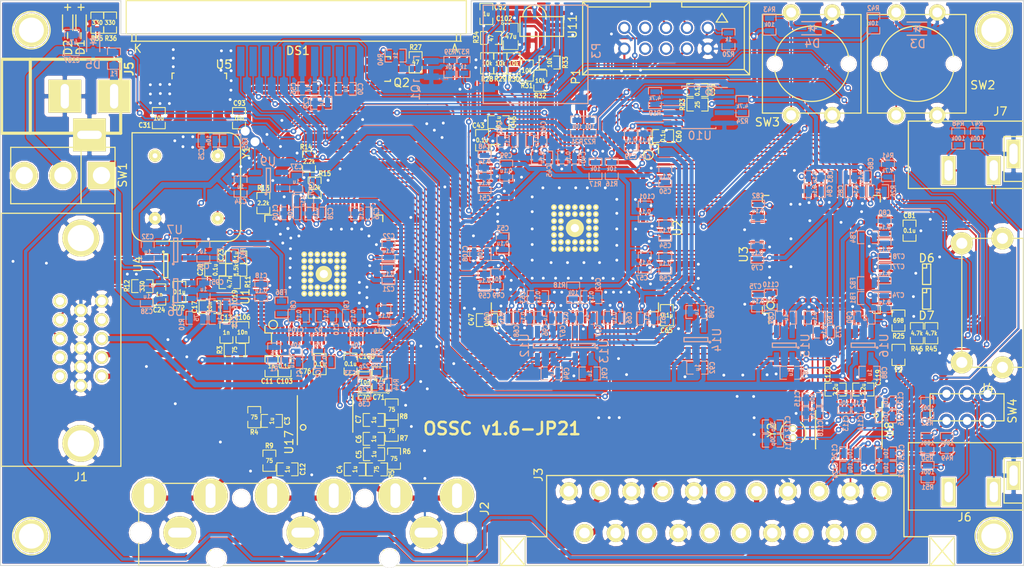
<source format=kicad_pcb>
(kicad_pcb (version 4) (host pcbnew 4.0.5+dfsg1-4)
  (layers (0 F.Cu signal) (31 B.Cu signal) (34 B.Paste user) (35 F.Paste user) (36 B.SilkS user) (37 F.SilkS user) (38 B.Mask user) (39 F.Mask user) (44 Edge.Cuts user))
  (net 0 "")
  (net 1 /fpga1/ASDO)
  (net 2 /fpga1/DATA0)
  (net 3 /fpga1/DCLK)
  (net 4 /fpga1/HDMITX_HSYNC)
  (net 5 /fpga1/HDMITX_INT_N)
  (net 6 /fpga1/HDMITX_PCLK)
  (net 7 /fpga1/HDMITX_R0)
  (net 8 /fpga1/HDMITX_R1)
  (net 9 /fpga1/HDMITX_R2)
  (net 10 /fpga1/HDMITX_R3)
  (net 11 /fpga1/HDMITX_R4)
  (net 12 /fpga1/HDMITX_R5)
  (net 13 /fpga1/HDMITX_R6)
  (net 14 /fpga1/HDMITX_R7)
  (net 15 /fpga1/HDMITX_VSYNC)
  (net 16 /fpga1/IR_RX)
  (net 17 /fpga1/LED0)
  (net 18 /fpga1/LED1)
  (net 19 /fpga1/SCL)
  (net 20 /fpga1/SDA)
  (net 21 /fpga1/SD_CLK)
  (net 22 /fpga1/SD_CMD)
  (net 23 /fpga1/SD_DAT0)
  (net 24 /fpga1/SD_DAT1)
  (net 25 /fpga1/SD_DAT2)
  (net 26 /fpga1/SD_DAT3)
  (net 27 /fpga1/TCK)
  (net 28 /fpga1/TDI)
  (net 29 /fpga1/TDO)
  (net 30 /fpga1/TMS)
  (net 31 /fpga1/VCCA)
  (net 32 /fpga1/VCCD_PLL)
  (net 33 /fpga1/VCCINT)
  (net 34 /fpga1/nCSO)
  (net 35 /hdmitx1/AVCC1V8)
  (net 36 /hdmitx1/AVDD3V3)
  (net 37 /hdmitx1/B0)
  (net 38 /hdmitx1/B1)
  (net 39 /hdmitx1/B2)
  (net 40 /hdmitx1/B3)
  (net 41 /hdmitx1/B4)
  (net 42 /hdmitx1/B5)
  (net 43 /hdmitx1/B6)
  (net 44 /hdmitx1/B7)
  (net 45 /hdmitx1/DDC_SCL)
  (net 46 /hdmitx1/DDC_SDA)
  (net 47 /hdmitx1/DE)
  (net 48 /hdmitx1/DVDD1V8)
  (net 49 /hdmitx1/DVDD3V3)
  (net 50 /hdmitx1/G0)
  (net 51 /hdmitx1/G1)
  (net 52 /hdmitx1/G2)
  (net 53 /hdmitx1/G3)
  (net 54 /hdmitx1/G4)
  (net 55 /hdmitx1/G5)
  (net 56 /hdmitx1/G6)
  (net 57 /hdmitx1/G7)
  (net 58 /hdmitx1/HPD)
  (net 59 /hdmitx1/TMDS_CLK+)
  (net 60 /hdmitx1/TMDS_CLK-)
  (net 61 /hdmitx1/TMDS_D0+)
  (net 62 /hdmitx1/TMDS_D0-)
  (net 63 /hdmitx1/TMDS_D1+)
  (net 64 /hdmitx1/TMDS_D1-)
  (net 65 /hdmitx1/TMDS_D2+)
  (net 66 /hdmitx1/TMDS_D2-)
  (net 67 /tvp_board1/AVDD)
  (net 68 /tvp_board1/B0)
  (net 69 /tvp_board1/B1)
  (net 70 /tvp_board1/B2)
  (net 71 /tvp_board1/B3)
  (net 72 /tvp_board1/B4)
  (net 73 /tvp_board1/B5)
  (net 74 /tvp_board1/B6)
  (net 75 /tvp_board1/B7)
  (net 76 /tvp_board1/DVDD)
  (net 77 /tvp_board1/FID)
  (net 78 /tvp_board1/G0)
  (net 79 /tvp_board1/G1)
  (net 80 /tvp_board1/G2)
  (net 81 /tvp_board1/G3)
  (net 82 /tvp_board1/G4)
  (net 83 /tvp_board1/G5)
  (net 84 /tvp_board1/G6)
  (net 85 /tvp_board1/G7)
  (net 86 /tvp_board1/HSYNC)
  (net 87 /tvp_board1/PCLK)
  (net 88 /tvp_board1/R0)
  (net 89 /tvp_board1/R1)
  (net 90 /tvp_board1/R2)
  (net 91 /tvp_board1/R3)
  (net 92 /tvp_board1/R4)
  (net 93 /tvp_board1/R5)
  (net 94 /tvp_board1/R6)
  (net 95 /tvp_board1/R7)
  (net 96 /tvp_board1/RGB1_B)
  (net 97 /tvp_board1/RGB1_G)
  (net 98 /tvp_board1/RGB1_R)
  (net 99 /tvp_board1/RGB1_S)
  (net 100 /tvp_board1/RGB2_B)
  (net 101 /tvp_board1/RGB2_G)
  (net 102 /tvp_board1/RGB2_R)
  (net 103 /tvp_board1/RGB3_B)
  (net 104 /tvp_board1/RGB3_G)
  (net 105 /tvp_board1/RGB3_R)
  (net 106 /tvp_board1/VSYNC)
  (net 107 GND)
  (net 108 "Net-(C1-Pad2)")
  (net 109 "Net-(C2-Pad2)")
  (net 110 "Net-(C3-Pad2)")
  (net 111 "Net-(C4-Pad2)")
  (net 112 "Net-(C5-Pad2)")
  (net 113 "Net-(C6-Pad2)")
  (net 114 "Net-(C7-Pad2)")
  (net 115 "Net-(C11-Pad2)")
  (net 116 "Net-(C12-Pad2)")
  (net 117 "Net-(C13-Pad2)")
  (net 118 "Net-(C15-Pad2)")
  (net 119 "Net-(C16-Pad2)")
  (net 120 "Net-(C17-Pad2)")
  (net 121 "Net-(C19-Pad1)")
  (net 122 "Net-(C19-Pad2)")
  (net 123 "Net-(C20-Pad2)")
  (net 124 "Net-(C24-Pad1)")
  (net 125 "Net-(C25-Pad1)")
  (net 126 "Net-(C29-Pad2)")
  (net 127 "Net-(C30-Pad1)")
  (net 128 "Net-(C30-Pad2)")
  (net 129 "Net-(C74-Pad1)")
  (net 130 "Net-(C77-Pad1)")
  (net 131 "Net-(C80-Pad1)")
  (net 132 "Net-(J1-Pad9)")
  (net 133 "Net-(J1-Pad4)")
  (net 134 "Net-(J1-Pad11)")
  (net 135 "Net-(J1-Pad12)")
  (net 136 "Net-(J1-Pad15)")
  (net 137 "Net-(P1-Pad6)")
  (net 138 "Net-(P1-Pad8)")
  (net 139 "Net-(R11-Pad2)")
  (net 140 "Net-(R16-Pad2)")
  (net 141 "Net-(R24-Pad1)")
  (net 142 "Net-(R25-Pad1)")
  (net 143 "Net-(R26-Pad1)")
  (net 144 "Net-(U1-Pad25)")
  (net 145 "Net-(U1-Pad37)")
  (net 146 "Net-(U1-Pad38)")
  (net 147 "Net-(U1-Pad51)")
  (net 148 "Net-(U1-Pad52)")
  (net 149 "Net-(U1-Pad64)")
  (net 150 "Net-(U1-Pad65)")
  (net 151 "Net-(D1-Pad1)")
  (net 152 "Net-(D2-Pad1)")
  (net 153 "Net-(J3-Pad10)")
  (net 154 "Net-(J3-Pad12)")
  (net 155 "Net-(J3-Pad16)")
  (net 156 "Net-(J4-Pad13)")
  (net 157 "Net-(P1-Pad7)")
  (net 158 "Net-(U3-Pad45)")
  (net 159 "Net-(Y1-Pad1)")
  (net 160 /fpga1/CLK27)
  (net 161 "Net-(R17-Pad1)")
  (net 162 "Net-(R18-Pad2)")
  (net 163 "Net-(R19-Pad1)")
  (net 164 "Net-(R23-Pad2)")
  (net 165 "Net-(DS1-Pad11)")
  (net 166 "Net-(U17-Pad1)")
  (net 167 "Net-(U17-Pad20)")
  (net 168 "Net-(F1-Pad1)")
  (net 169 /tvp_board1/RGB_12_G)
  (net 170 /tvp_board1/RGB_12_R)
  (net 171 "Net-(C76-Pad2)")
  (net 172 /tvp_board1/RGB_12_B)
  (net 173 "Net-(C100-Pad2)")
  (net 174 "Net-(C103-Pad2)")
  (net 175 "Net-(C104-Pad2)")
  (net 176 "Net-(C105-Pad2)")
  (net 177 /tvp_board1/RGB3_HS)
  (net 178 /tvp_board1/RGB3_VS)
  (net 179 /tvp_board1/RGB3_VS_B)
  (net 180 /tvp_board1/RGB3_HS_B)
  (net 181 "Net-(C106-Pad1)")
  (net 182 "Net-(C107-Pad1)")
  (net 183 /fpga1/LCD_CS_N)
  (net 184 /fpga1/LCD_RS)
  (net 185 /fpga1/BTN0)
  (net 186 /fpga1/BTN1)
  (net 187 "Net-(C23-Pad1)")
  (net 188 /tvp_board1/AVDD_F)
  (net 189 "Net-(C102-Pad1)")
  (net 190 "Net-(C33-Pad2)")
  (net 191 "Net-(C36-Pad1)")
  (net 192 /fpga1/RESET_N)
  (net 193 "Net-(Q1-Pad1)")
  (net 194 "Net-(Q1-Pad3)")
  (net 195 "Net-(Q2-Pad1)")
  (net 196 "Net-(Q2-Pad3)")
  (net 197 /fpga1/LCD_BLEN)
  (net 198 /hdmitx1/5V)
  (net 199 "Net-(MH1-Pad1)")
  (net 200 "Net-(MH2-Pad1)")
  (net 201 "Net-(MH3-Pad1)")
  (net 202 "Net-(MH4-Pad1)")
  (net 203 /hdmitx1/5V_FUSED)
  (net 204 "Net-(C111-Pad1)")
  (net 205 "Net-(C112-Pad1)")
  (net 206 /hdmitx1/AV2_AUD_R)
  (net 207 "Net-(C116-Pad2)")
  (net 208 /hdmitx1/AV1_AUD_R)
  (net 209 "Net-(C119-Pad1)")
  (net 210 "Net-(C120-Pad1)")
  (net 211 /hdmitx1/AV2_AUD_L)
  (net 212 "Net-(C121-Pad2)")
  (net 213 /hdmitx1/AV1_AUD_L)
  (net 214 "Net-(C123-Pad1)")
  (net 215 /hdmitx1/AV3_AUD_R)
  (net 216 "Net-(C124-Pad1)")
  (net 217 "Net-(C125-Pad1)")
  (net 218 /hdmitx1/AV3_AUD_L)
  (net 219 "Net-(C126-Pad1)")
  (net 220 "Net-(J4-Pad14)")
  (net 221 "Net-(J6-Pad3)")
  (net 222 "Net-(J6-Pad2)")
  (net 223 /hdmitx1/I2S_DATA)
  (net 224 /hdmitx1/I2S_WS)
  (net 225 /hdmitx1/I2S_BCK)
  (net 226 "Net-(U8-Pad5)")
  (net 227 "Net-(U8-Pad19)")
  (net 228 "Net-(U8-Pad20)")
  (net 229 "Net-(U8-Pad21)")
  (net 230 "Net-(U8-Pad22)")
  (net 231 "Net-(U8-Pad3)")
  (net 232 "Net-(U8-Pad4)")
  (net 233 "Net-(J3-Pad2)")
  (net 234 "Net-(J3-Pad6)")
  (net 235 "Net-(J3-Pad11)")
  (module custom_components:TSSOP-30_4.4x7.8mm_Pitch0.5mm_Handsoldering (layer F.Cu) (at 110.622 69.23 270)
    (fp_text reference U8 (at 0 -4.95 270) (layer F.SilkS))
    (fp_text value PCM1862)
    (pad 16 smd rect (at 3 3.5 270) (size 1.2 0.3) (layers F.Cu F.Paste F.Mask) (net 224 /hdmitx1/I2S_WS))
    (pad 17 smd rect (at 3 3 270) (size 1.2 0.3) (layers F.Cu F.Paste F.Mask) (net 225 /hdmitx1/I2S_BCK))
    (pad 18 smd rect (at 3 2.5 270) (size 1.2 0.3) (layers F.Cu F.Paste F.Mask) (net 223 /hdmitx1/I2S_DATA))
    (pad 19 smd rect (at 3 2 270) (size 1.2 0.3) (layers F.Cu F.Paste F.Mask) (net 227 "Net-(U8-Pad19)"))
    (pad 20 smd rect (at 3 1.5 270) (size 1.2 0.3) (layers F.Cu F.Paste F.Mask) (net 228 "Net-(U8-Pad20)"))
    (pad 21 smd rect (at 3 1 270) (size 1.2 0.3) (layers F.Cu F.Paste F.Mask) (net 229 "Net-(U8-Pad21)"))
    (pad 22 smd rect (at 3 0.5 270) (size 1.2 0.3) (layers F.Cu F.Paste F.Mask) (net 230 "Net-(U8-Pad22)"))
    (pad 23 smd rect (at 3 0 270) (size 1.2 0.3) (layers F.Cu F.Paste F.Mask) (net 20 /fpga1/SDA))
    (pad 24 smd rect (at 3 -0.5 270) (size 1.2 0.3) (layers F.Cu F.Paste F.Mask) (net 19 /fpga1/SCL))
    (pad 25 smd rect (at 3 -1 270) (size 1.2 0.3) (layers F.Cu F.Paste F.Mask) (net 107 GND))
    (pad 26 smd rect (at 3 -1.5 270) (size 1.2 0.3) (layers F.Cu F.Paste F.Mask) (net 107 GND))
    (pad 27 smd rect (at 3 -2 270) (size 1.2 0.3) (layers F.Cu F.Paste F.Mask) (net 219 "Net-(C126-Pad1)"))
    (pad 28 smd rect (at 3 -2.5 270) (size 1.2 0.3) (layers F.Cu F.Paste F.Mask) (net 216 "Net-(C124-Pad1)"))
    (pad 29 smd rect (at 3 -3 270) (size 1.2 0.3) (layers F.Cu F.Paste F.Mask) (net 217 "Net-(C125-Pad1)"))
    (pad 30 smd rect (at 3 -3.5 270) (size 1.2 0.3) (layers F.Cu F.Paste F.Mask) (net 214 "Net-(C123-Pad1)"))
    (pad 1 smd rect (at -3 -3.5 270) (size 1.2 0.3) (layers F.Cu F.Paste F.Mask) (net 212 "Net-(C121-Pad2)"))
    (pad 2 smd rect (at -3 -3 270) (size 1.2 0.3) (layers F.Cu F.Paste F.Mask) (net 207 "Net-(C116-Pad2)"))
    (pad 3 smd rect (at -3 -2.5 270) (size 1.2 0.3) (layers F.Cu F.Paste F.Mask) (net 231 "Net-(U8-Pad3)"))
    (pad 4 smd rect (at -3 -2 270) (size 1.2 0.3) (layers F.Cu F.Paste F.Mask) (net 232 "Net-(U8-Pad4)"))
    (pad 5 smd rect (at -3 -1.5 270) (size 1.2 0.3) (layers F.Cu F.Paste F.Mask) (net 226 "Net-(U8-Pad5)"))
    (pad 6 smd rect (at -3 -1 270) (size 1.2 0.3) (layers F.Cu F.Paste F.Mask) (net 209 "Net-(C119-Pad1)"))
    (pad 7 smd rect (at -3 -0.5 270) (size 1.2 0.3) (layers F.Cu F.Paste F.Mask) (net 107 GND))
    (pad 8 smd rect (at -3 0 270) (size 1.2 0.3) (layers F.Cu F.Paste F.Mask) (net 36 /hdmitx1/AVDD3V3))
    (pad 9 smd rect (at -3 0.5 270) (size 1.2 0.3) (layers F.Cu F.Paste F.Mask) (net 204 "Net-(C111-Pad1)"))
    (pad 10 smd rect (at -3 1 270) (size 1.2 0.3) (layers F.Cu F.Paste F.Mask) (net 205 "Net-(C112-Pad1)"))
    (pad 11 smd rect (at -3 1.5 270) (size 1.2 0.3) (layers F.Cu F.Paste F.Mask) (net 210 "Net-(C120-Pad1)"))
    (pad 12 smd rect (at -3 2 270) (size 1.2 0.3) (layers F.Cu F.Paste F.Mask) (net 107 GND))
    (pad 13 smd rect (at -3 2.5 270) (size 1.2 0.3) (layers F.Cu F.Paste F.Mask) (net 49 /hdmitx1/DVDD3V3))
    (pad 14 smd rect (at -3 3 270) (size 1.2 0.3) (layers F.Cu F.Paste F.Mask) (net 49 /hdmitx1/DVDD3V3))
    (pad 15 smd rect (at -3 3.5 270) (size 1.2 0.3) (layers F.Cu F.Paste F.Mask) (net 107 GND))
  )
  (module custom_components:IRM-V5XX_TR1 (layer F.Cu) (at 73.2641 21.3605)
    (fp_text reference U11 (at 3.7465 -1.19634 90) (layer F.SilkS))
    (fp_text value IRM-V538/TR1)
    (pad 1 smd rect (at 1.7 0.5) (size 0.7 1.9) (layers F.Cu F.Paste F.Mask) (net 16 /fpga1/IR_RX))
    (pad 2 smd rect (at 0 0.5) (size 0.7 1.9) (layers F.Cu F.Paste F.Mask) (net 189 "Net-(C102-Pad1)"))
    (pad 3 smd rect (at -1.7 0.5) (size 0.7 1.9) (layers F.Cu F.Paste F.Mask) (net 107 GND))
    (pad 3 smd rect (at 1.68 -2.85) (size 1.4 1.9) (layers F.Cu F.Paste F.Mask) (net 107 GND))
  )
  (module Connect:VASCH5x2 (layer F.Cu) (at 88.4 21.59 180)
    (fp_text reference P1 (at 10.996 -4.661 270) (layer F.SilkS))
    (fp_text value JTAG_CONN)
    (pad 1 thru_hole circle (at -5.08 1.27 180) (size 1.50622 1.50622) (drill 0.99822) (layers *.Cu *.Mask) (net 27 /fpga1/TCK))
    (pad 2 thru_hole circle (at -5.08 -1.27 180) (size 1.50622 1.50622) (drill 0.99822) (layers *.Cu *.Mask) (net 107 GND))
    (pad 3 thru_hole circle (at -2.54 1.27 180) (size 1.50622 1.50622) (drill 0.99822) (layers *.Cu *.Mask) (net 29 /fpga1/TDO))
    (pad 4 thru_hole circle (at -2.54 -1.27 180) (size 1.50622 1.50622) (drill 0.99822) (layers *.Cu *.Mask) (net 31 /fpga1/VCCA))
    (pad 5 thru_hole circle (at 0 1.27 180) (size 1.50622 1.50622) (drill 0.99822) (layers *.Cu *.Mask) (net 30 /fpga1/TMS))
    (pad 6 thru_hole circle (at 0 -1.27 180) (size 1.50622 1.50622) (drill 0.99822) (layers *.Cu *.Mask) (net 137 "Net-(P1-Pad6)"))
    (pad 7 thru_hole circle (at 2.54 1.27 180) (size 1.50622 1.50622) (drill 0.99822) (layers *.Cu *.Mask) (net 157 "Net-(P1-Pad7)"))
    (pad 8 thru_hole circle (at 2.54 -1.27 180) (size 1.50622 1.50622) (drill 0.99822) (layers *.Cu *.Mask) (net 138 "Net-(P1-Pad8)"))
    (pad 9 thru_hole circle (at 5.08 1.27 180) (size 1.50622 1.50622) (drill 0.99822) (layers *.Cu *.Mask) (net 28 /fpga1/TDI))
    (pad 10 thru_hole circle (at 5.08 -1.27 180) (size 1.50622 1.50622) (drill 0.99822) (layers *.Cu *.Mask) (net 107 GND))
  )
  (module Connect:1pin (layer F.Cu) (at 11.13 20.6)
    (fp_text reference MH1 hide)
    (fp_text value CONN_1)
    (pad 1 thru_hole circle (at 0 0) (size 4.064 4.064) (drill 3.048) (layers *.Cu *.Mask F.SilkS) (net 199 "Net-(MH1-Pad1)"))
  )
  (module Connect:1pin (layer F.Cu) (at 11.13 82.2)
    (fp_text reference MH3 hide)
    (fp_text value CONN_1)
    (pad 1 thru_hole circle (at 0 0) (size 4.064 4.064) (drill 3.048) (layers *.Cu *.Mask F.SilkS) (net 201 "Net-(MH3-Pad1)"))
  )
  (module Connect:1pin (layer F.Cu) (at 128.3 82.2)
    (fp_text reference MH4 hide)
    (fp_text value CONN_1)
    (pad 1 thru_hole circle (at 0 0) (size 4.064 4.064) (drill 3.048) (layers *.Cu *.Mask F.SilkS) (net 202 "Net-(MH4-Pad1)"))
  )
  (module Connect:1pin (layer F.Cu) (at 128.3 20.6)
    (fp_text reference MH2 hide)
    (fp_text value CONN_1)
    (pad 1 thru_hole circle (at 0 0) (size 4.064 4.064) (drill 3.048) (layers *.Cu *.Mask F.SilkS) (net 200 "Net-(MH2-Pad1)"))
  )
  (module custom_components:ACHL-OSC (layer F.Cu) (at 29.9945 39.6993 270)
    (fp_text reference Y1 (at -4.191 -7.2898 270) (layer F.SilkS) (effects (font (size 0.8 0.8))))
    (fp_text value ACHL-27MHZ-EK)
    (pad 5 thru_hole circle (at 3.81 -3.81 270) (size 1.5 1.5) (drill 0.6) (layers *.Cu *.Mask F.SilkS) (net 160 /fpga1/CLK27))
    (pad 8 thru_hole circle (at -3.81 -3.81 270) (size 1.5 1.5) (drill 0.6) (layers *.Cu *.Mask F.SilkS) (net 125 "Net-(C25-Pad1)"))
    (pad 1 thru_hole circle (at -3.81 3.81 270) (size 1.5 1.5) (drill 0.6) (layers *.Cu *.Mask F.SilkS) (net 159 "Net-(Y1-Pad1)"))
    (pad 4 thru_hole circle (at 3.81 3.81 270) (size 1.5 1.5) (drill 0.6) (layers *.Cu *.Mask F.SilkS) (net 107 GND))
  )
  (module custom_components:SOT-23-5_Handsoldering (layer B.Cu) (at 28.702 47.3701 90)
    (fp_text reference U7 (at 2.4631 -0.112 180) (layer B.SilkS) (effects (justify mirror)))
    (fp_text value NCP703SN19T1G)
    (pad 1 smd rect (at -0.95 -1.65) (size 1.56 0.65) (layers B.Cu B.Paste B.Mask) (net 49 /hdmitx1/DVDD3V3))
    (pad 2 smd rect (at 0 -1.65) (size 1.56 0.65) (layers B.Cu B.Paste B.Mask) (net 107 GND))
    (pad 3 smd rect (at 0.95 -1.65) (size 1.56 0.65) (layers B.Cu B.Paste B.Mask) (net 49 /hdmitx1/DVDD3V3))
    (pad 4 smd rect (at 0.95 1.65) (size 1.56 0.65) (layers B.Cu B.Paste B.Mask))
    (pad 5 smd rect (at -0.95 1.65) (size 1.56 0.65) (layers B.Cu B.Paste B.Mask) (net 67 /tvp_board1/AVDD))
  )
  (module custom_components:SOT-23-5_Handsoldering (layer B.Cu) (at 39.986 38.862 90)
    (fp_text reference U9 (at 2.263 -0.05 180) (layer B.SilkS) (effects (justify mirror)))
    (fp_text value TLV70019)
    (pad 1 smd rect (at -0.95 -1.65) (size 1.56 0.65) (layers B.Cu B.Paste B.Mask) (net 49 /hdmitx1/DVDD3V3))
    (pad 2 smd rect (at 0 -1.65) (size 1.56 0.65) (layers B.Cu B.Paste B.Mask) (net 107 GND))
    (pad 3 smd rect (at 0.95 -1.65) (size 1.56 0.65) (layers B.Cu B.Paste B.Mask) (net 49 /hdmitx1/DVDD3V3))
    (pad 4 smd rect (at 0.95 1.65) (size 1.56 0.65) (layers B.Cu B.Paste B.Mask))
    (pad 5 smd rect (at -0.95 1.65) (size 1.56 0.65) (layers B.Cu B.Paste B.Mask) (net 76 /tvp_board1/DVDD))
  )
  (module custom_components:SOT-23-5_Handsoldering (layer B.Cu) (at 102.7938 58.9534 180)
    (fp_text reference U15 (at -2.55 -0.05 270) (layer B.SilkS) (effects (justify mirror)))
    (fp_text value TLV70018)
    (pad 1 smd rect (at -0.95 -1.65 90) (size 1.56 0.65) (layers B.Cu B.Paste B.Mask) (net 49 /hdmitx1/DVDD3V3))
    (pad 2 smd rect (at 0 -1.65 90) (size 1.56 0.65) (layers B.Cu B.Paste B.Mask) (net 107 GND))
    (pad 3 smd rect (at 0.95 -1.65 90) (size 1.56 0.65) (layers B.Cu B.Paste B.Mask) (net 49 /hdmitx1/DVDD3V3))
    (pad 4 smd rect (at 0.95 1.65 90) (size 1.56 0.65) (layers B.Cu B.Paste B.Mask))
    (pad 5 smd rect (at -0.95 1.65 90) (size 1.56 0.65) (layers B.Cu B.Paste B.Mask) (net 48 /hdmitx1/DVDD1V8))
  )
  (module custom_components:SOT-23-5_Handsoldering (layer B.Cu) (at 112.39 58.9534 180)
    (fp_text reference U16 (at -2.55 -0.05 270) (layer B.SilkS) (effects (justify mirror)))
    (fp_text value TLV70018)
    (pad 1 smd rect (at -0.95 -1.65 90) (size 1.56 0.65) (layers B.Cu B.Paste B.Mask) (net 49 /hdmitx1/DVDD3V3))
    (pad 2 smd rect (at 0 -1.65 90) (size 1.56 0.65) (layers B.Cu B.Paste B.Mask) (net 107 GND))
    (pad 3 smd rect (at 0.95 -1.65 90) (size 1.56 0.65) (layers B.Cu B.Paste B.Mask) (net 49 /hdmitx1/DVDD3V3))
    (pad 4 smd rect (at 0.95 1.65 90) (size 1.56 0.65) (layers B.Cu B.Paste B.Mask))
    (pad 5 smd rect (at -0.95 1.65 90) (size 1.56 0.65) (layers B.Cu B.Paste B.Mask) (net 35 /hdmitx1/AVCC1V8))
  )
  (module custom_components:SOT-23-5_Handsoldering (layer B.Cu) (at 28.702 52.324 90)
    (fp_text reference U6 (at -2.55 -0.05 180) (layer B.SilkS) (effects (justify mirror)))
    (fp_text value TLV70033)
    (pad 1 smd rect (at -0.95 -1.65) (size 1.56 0.65) (layers B.Cu B.Paste B.Mask) (net 198 /hdmitx1/5V))
    (pad 2 smd rect (at 0 -1.65) (size 1.56 0.65) (layers B.Cu B.Paste B.Mask) (net 107 GND))
    (pad 3 smd rect (at 0.95 -1.65) (size 1.56 0.65) (layers B.Cu B.Paste B.Mask) (net 198 /hdmitx1/5V))
    (pad 4 smd rect (at 0.95 1.65) (size 1.56 0.65) (layers B.Cu B.Paste B.Mask))
    (pad 5 smd rect (at -0.95 1.65) (size 1.56 0.65) (layers B.Cu B.Paste B.Mask) (net 36 /hdmitx1/AVDD3V3))
  )
  (module custom_components:SOT-23-5_Handsoldering (layer B.Cu) (at 73.7 59.0246 180)
    (fp_text reference U12 (at 2.514 0.035 270) (layer B.SilkS) (effects (justify mirror)))
    (fp_text value TLV70012)
    (pad 1 smd rect (at -0.95 -1.65 90) (size 1.56 0.65) (layers B.Cu B.Paste B.Mask) (net 49 /hdmitx1/DVDD3V3))
    (pad 2 smd rect (at 0 -1.65 90) (size 1.56 0.65) (layers B.Cu B.Paste B.Mask) (net 107 GND))
    (pad 3 smd rect (at 0.95 -1.65 90) (size 1.56 0.65) (layers B.Cu B.Paste B.Mask) (net 49 /hdmitx1/DVDD3V3))
    (pad 4 smd rect (at 0.95 1.65 90) (size 1.56 0.65) (layers B.Cu B.Paste B.Mask))
    (pad 5 smd rect (at -0.95 1.65 90) (size 1.56 0.65) (layers B.Cu B.Paste B.Mask) (net 33 /fpga1/VCCINT))
  )
  (module custom_components:SOT-23-5_Handsoldering (layer B.Cu) (at 78.306 59.0026 180)
    (fp_text reference U13 (at -2.55 -0.7004 270) (layer B.SilkS) (effects (justify mirror)))
    (fp_text value TLV70025)
    (pad 1 smd rect (at -0.95 -1.65 90) (size 1.56 0.65) (layers B.Cu B.Paste B.Mask) (net 49 /hdmitx1/DVDD3V3))
    (pad 2 smd rect (at 0 -1.65 90) (size 1.56 0.65) (layers B.Cu B.Paste B.Mask) (net 107 GND))
    (pad 3 smd rect (at 0.95 -1.65 90) (size 1.56 0.65) (layers B.Cu B.Paste B.Mask) (net 49 /hdmitx1/DVDD3V3))
    (pad 4 smd rect (at 0.95 1.65 90) (size 1.56 0.65) (layers B.Cu B.Paste B.Mask))
    (pad 5 smd rect (at -0.95 1.65 90) (size 1.56 0.65) (layers B.Cu B.Paste B.Mask) (net 31 /fpga1/VCCA))
  )
  (module custom_components:SOT-23-5_Handsoldering (layer B.Cu) (at 92.034 58.278 180)
    (fp_text reference U14 (at -2.55 -0.05 270) (layer B.SilkS) (effects (justify mirror)))
    (fp_text value TLV70012)
    (pad 1 smd rect (at -0.95 -1.65 90) (size 1.56 0.65) (layers B.Cu B.Paste B.Mask) (net 49 /hdmitx1/DVDD3V3))
    (pad 2 smd rect (at 0 -1.65 90) (size 1.56 0.65) (layers B.Cu B.Paste B.Mask) (net 107 GND))
    (pad 3 smd rect (at 0.95 -1.65 90) (size 1.56 0.65) (layers B.Cu B.Paste B.Mask) (net 49 /hdmitx1/DVDD3V3))
    (pad 4 smd rect (at 0.95 1.65 90) (size 1.56 0.65) (layers B.Cu B.Paste B.Mask))
    (pad 5 smd rect (at -0.95 1.65 90) (size 1.56 0.65) (layers B.Cu B.Paste B.Mask) (net 32 /fpga1/VCCD_PLL))
  )
  (module custom_components:DM3D-SF (layer B.Cu) (at 67.988 19.305)
    (fp_text reference P3 (at 11.9253 3.81 270) (layer B.SilkS) (effects (justify mirror)))
    (fp_text value mSD_CONN)
    (pad 6 smd rect (at 10.1 10.1) (size 1.5 1.9) (layers B.Cu B.Paste B.Mask) (net 107 GND))
    (pad 6 smd rect (at -1.4 8.35) (size 2 1) (layers B.Cu B.Paste B.Mask) (net 107 GND))
    (pad 1 smd rect (at 7.7 -0.875) (size 0.4 1.75) (layers B.Cu B.Paste B.Mask) (net 25 /fpga1/SD_DAT2))
    (pad 2 smd rect (at 6.6 -0.875) (size 0.4 1.75) (layers B.Cu B.Paste B.Mask) (net 26 /fpga1/SD_DAT3))
    (pad 3 smd rect (at 5.5 -0.875) (size 0.4 1.75) (layers B.Cu B.Paste B.Mask) (net 22 /fpga1/SD_CMD))
    (pad 4 smd rect (at 4.4 -0.875) (size 0.4 1.75) (layers B.Cu B.Paste B.Mask) (net 49 /hdmitx1/DVDD3V3))
    (pad 5 smd rect (at 3.3 -0.875) (size 0.4 1.75) (layers B.Cu B.Paste B.Mask) (net 21 /fpga1/SD_CLK))
    (pad 6 smd rect (at 2.2 -0.875) (size 0.4 1.75) (layers B.Cu B.Paste B.Mask) (net 107 GND))
    (pad 7 smd rect (at 1.1 -0.875) (size 0.4 1.75) (layers B.Cu B.Paste B.Mask) (net 23 /fpga1/SD_DAT0))
    (pad 8 smd rect (at 0 -0.875) (size 0.4 1.75) (layers B.Cu B.Paste B.Mask) (net 24 /fpga1/SD_DAT1))
  )
  (module custom_components:SOT-23-6_Handsoldering (layer F.Cu) (at 27.4933 49.2878 270)
    (fp_text reference U4 (at -0.1848 3.3683 450) (layer F.SilkS))
    (fp_text value SN74LVC2G17)
    (pad 5 smd rect (at 0 -1.65) (size 1.56 0.65) (layers F.Cu F.Paste F.Mask) (net 49 /hdmitx1/DVDD3V3))
    (pad 1 smd rect (at -0.95 1.65) (size 1.56 0.65) (layers F.Cu F.Paste F.Mask) (net 177 /tvp_board1/RGB3_HS))
    (pad 2 smd rect (at 0 1.65) (size 1.56 0.65) (layers F.Cu F.Paste F.Mask) (net 107 GND))
    (pad 3 smd rect (at 0.95 1.65) (size 1.56 0.65) (layers F.Cu F.Paste F.Mask) (net 124 "Net-(C24-Pad1)"))
    (pad 4 smd rect (at 0.95 -1.65) (size 1.56 0.65) (layers F.Cu F.Paste F.Mask) (net 179 /tvp_board1/RGB3_VS_B))
    (pad 6 smd rect (at -0.95 -1.65) (size 1.56 0.65) (layers F.Cu F.Paste F.Mask) (net 180 /tvp_board1/RGB3_HS_B))
  )
  (module custom_components:SOD-323_Handsoldering (layer B.Cu) (at 18.654 21.915 90)
    (fp_text reference D5 (at -2.8702 -0.0254 360) (layer B.SilkS) (effects (justify mirror)))
    (fp_text value SD05-7)
    (pad 1 smd rect (at -1.4 0 90) (size 1.4 0.45) (layers B.Cu B.Paste B.Mask) (net 182 "Net-(C107-Pad1)"))
    (pad 2 smd rect (at 1.4 0 90) (size 1.4 0.45) (layers B.Cu B.Paste B.Mask) (net 107 GND))
  )
  (module custom_components:VGA_CONN (layer F.Cu) (at 17.1555 59.2954 270)
    (fp_text reference J1 (at 15.70228 -0.00508 360) (layer F.SilkS))
    (fp_text value VGA)
    (pad 8 thru_hole circle (at 0 0 270) (size 1.6 1.6) (drill 1) (layers *.Cu *.Mask F.SilkS) (net 107 GND))
    (pad 9 thru_hole circle (at -2.29 0 270) (size 1.6 1.6) (drill 1) (layers *.Cu *.Mask F.SilkS) (net 132 "Net-(J1-Pad9)"))
    (pad 10 thru_hole circle (at -4.58 0 270) (size 1.6 1.6) (drill 1) (layers *.Cu *.Mask F.SilkS) (net 107 GND))
    (pad 1 thru_hole circle (at 3.44 -2.54 270) (size 1.6 1.6) (drill 1) (layers *.Cu *.Mask F.SilkS) (net 105 /tvp_board1/RGB3_R))
    (pad 2 thru_hole circle (at 1.15 -2.54 270) (size 1.6 1.6) (drill 1) (layers *.Cu *.Mask F.SilkS) (net 104 /tvp_board1/RGB3_G))
    (pad 3 thru_hole circle (at -1.14 -2.54 270) (size 1.6 1.6) (drill 1) (layers *.Cu *.Mask F.SilkS) (net 103 /tvp_board1/RGB3_B))
    (pad 4 thru_hole circle (at -3.43 -2.54 270) (size 1.6 1.6) (drill 1) (layers *.Cu *.Mask F.SilkS) (net 133 "Net-(J1-Pad4)"))
    (pad 5 thru_hole circle (at -5.72 -2.54 270) (size 1.6 1.6) (drill 1) (layers *.Cu *.Mask F.SilkS) (net 107 GND))
    (pad 6 thru_hole circle (at 4.58 0 270) (size 1.6 1.6) (drill 1) (layers *.Cu *.Mask F.SilkS) (net 107 GND))
    (pad 7 thru_hole circle (at 2.29 0 270) (size 1.6 1.6) (drill 1) (layers *.Cu *.Mask F.SilkS) (net 107 GND))
    (pad 11 thru_hole circle (at 3.44 2.54 270) (size 1.6 1.6) (drill 1) (layers *.Cu *.Mask F.SilkS) (net 134 "Net-(J1-Pad11)"))
    (pad 12 thru_hole circle (at 1.15 2.54 270) (size 1.6 1.6) (drill 1) (layers *.Cu *.Mask F.SilkS) (net 135 "Net-(J1-Pad12)"))
    (pad 13 thru_hole circle (at -1.14 2.54 270) (size 1.6 1.6) (drill 1) (layers *.Cu *.Mask F.SilkS) (net 177 /tvp_board1/RGB3_HS))
    (pad 14 thru_hole circle (at -3.43 2.54 270) (size 1.6 1.6) (drill 1) (layers *.Cu *.Mask F.SilkS) (net 178 /tvp_board1/RGB3_VS))
    (pad 15 thru_hole circle (at -5.72 2.54 270) (size 1.6 1.6) (drill 1) (layers *.Cu *.Mask F.SilkS) (net 136 "Net-(J1-Pad15)"))
    (pad 10 thru_hole circle (at 11.62 0 270) (size 4.5 4.5) (drill 3.2) (layers *.Cu *.Mask F.SilkS) (net 107 GND))
    (pad 10 thru_hole circle (at -13.38 0 270) (size 4.5 4.5) (drill 3.2) (layers *.Cu *.Mask F.SilkS) (net 107 GND))
  )
  (module custom_components:SOT-223_Handsoldering (layer F.Cu) (at 31.577 27.656)
    (fp_text reference U5 (at 2.987 -2.876) (layer F.SilkS))
    (fp_text value AP7361C)
    (pad 2 smd rect (at 0 3.6) (size 1.2 2.4) (layers F.Cu F.Paste F.Mask) (net 107 GND))
    (pad 1 smd rect (at -2.3 3.6) (size 1.2 2.4) (layers F.Cu F.Paste F.Mask) (net 198 /hdmitx1/5V))
    (pad 3 smd rect (at 2.3 3.6) (size 1.2 2.4) (layers F.Cu F.Paste F.Mask) (net 49 /hdmitx1/DVDD3V3))
    (pad 2 smd rect (at 0 -3.6) (size 3.3 2.4) (layers F.Cu F.Paste F.Mask) (net 107 GND))
  )
  (module Housings_SOT-23_SOT-143_TSOT-6:SOT-23_Handsoldering (layer B.Cu) (at 58.316 25.317 270)
    (fp_text reference Q1 (at 2.862 0.404 270) (layer B.SilkS) (effects (justify mirror)))
    (fp_text value BC847)
    (pad 1 smd rect (at -0.95 -1.50114 270) (size 0.8001 1.80086) (layers B.Cu B.Paste B.Mask) (net 193 "Net-(Q1-Pad1)"))
    (pad 2 smd rect (at 0.95 -1.50114 270) (size 0.8001 1.80086) (layers B.Cu B.Paste B.Mask) (net 107 GND))
    (pad 3 smd rect (at 0 1.50114 270) (size 0.8001 1.80086) (layers B.Cu B.Paste B.Mask) (net 194 "Net-(Q1-Pad3)"))
  )
  (module Housings_SOT-23_SOT-143_TSOT-6:SOT-23_Handsoldering (layer F.Cu) (at 54.193 25.329 270)
    (fp_text reference Q2 (at 1.676 -2.012 360) (layer F.SilkS))
    (fp_text value BC857)
    (pad 1 smd rect (at -0.95 1.50114 270) (size 0.8001 1.80086) (layers F.Cu F.Paste F.Mask) (net 195 "Net-(Q2-Pad1)"))
    (pad 2 smd rect (at 0.95 1.50114 270) (size 0.8001 1.80086) (layers F.Cu F.Paste F.Mask) (net 49 /hdmitx1/DVDD3V3))
    (pad 3 smd rect (at 0 -1.50114 270) (size 0.8001 1.80086) (layers F.Cu F.Paste F.Mask) (net 196 "Net-(Q2-Pad3)"))
  )
  (module custom_components:TSSOP-20_4.4x6.5mm_Pitch0.65mm_Handsoldering (layer F.Cu) (at 46.888 67.324 90)
    (fp_text reference U17 (at -3.451 -4.384 90) (layer F.SilkS))
    (fp_text value THS7353)
    (pad 1 smd rect (at -3.22 -2.925 90) (size 2 0.4) (layers F.Cu F.Paste F.Mask) (net 166 "Net-(U17-Pad1)"))
    (pad 2 smd rect (at -3.22 -2.275 90) (size 2 0.4) (layers F.Cu F.Paste F.Mask) (net 116 "Net-(C12-Pad2)"))
    (pad 3 smd rect (at -3.22 -1.625 90) (size 2 0.4) (layers F.Cu F.Paste F.Mask) (net 110 "Net-(C3-Pad2)"))
    (pad 4 smd rect (at -3.22 -0.975 90) (size 2 0.4) (layers F.Cu F.Paste F.Mask) (net 111 "Net-(C4-Pad2)"))
    (pad 5 smd rect (at -3.22 -0.325 90) (size 2 0.4) (layers F.Cu F.Paste F.Mask) (net 112 "Net-(C5-Pad2)"))
    (pad 6 smd rect (at -3.22 0.325 90) (size 2 0.4) (layers F.Cu F.Paste F.Mask) (net 113 "Net-(C6-Pad2)"))
    (pad 7 smd rect (at -3.22 0.975 90) (size 2 0.4) (layers F.Cu F.Paste F.Mask) (net 114 "Net-(C7-Pad2)"))
    (pad 8 smd rect (at -3.22 1.625 90) (size 2 0.4) (layers F.Cu F.Paste F.Mask) (net 107 GND))
    (pad 9 smd rect (at -3.22 2.275 90) (size 2 0.4) (layers F.Cu F.Paste F.Mask) (net 107 GND))
    (pad 10 smd rect (at -3.22 2.925 90) (size 2 0.4) (layers F.Cu F.Paste F.Mask) (net 107 GND))
    (pad 11 smd rect (at 3.22 2.925 90) (size 2 0.4) (layers F.Cu F.Paste F.Mask) (net 36 /hdmitx1/AVDD3V3))
    (pad 12 smd rect (at 3.22 2.275 90) (size 2 0.4) (layers F.Cu F.Paste F.Mask) (net 191 "Net-(C36-Pad1)"))
    (pad 13 smd rect (at 3.22 1.625 90) (size 2 0.4) (layers F.Cu F.Paste F.Mask) (net 190 "Net-(C33-Pad2)"))
    (pad 14 smd rect (at 3.22 0.975 90) (size 2 0.4) (layers F.Cu F.Paste F.Mask) (net 172 /tvp_board1/RGB_12_B))
    (pad 15 smd rect (at 3.22 0.325 90) (size 2 0.4) (layers F.Cu F.Paste F.Mask) (net 172 /tvp_board1/RGB_12_B))
    (pad 16 smd rect (at 3.22 -0.325 90) (size 2 0.4) (layers F.Cu F.Paste F.Mask) (net 170 /tvp_board1/RGB_12_R))
    (pad 17 smd rect (at 3.22 -0.975 90) (size 2 0.4) (layers F.Cu F.Paste F.Mask) (net 170 /tvp_board1/RGB_12_R))
    (pad 18 smd rect (at 3.22 -1.625 90) (size 2 0.4) (layers F.Cu F.Paste F.Mask) (net 169 /tvp_board1/RGB_12_G))
    (pad 19 smd rect (at 3.22 -2.275 90) (size 2 0.4) (layers F.Cu F.Paste F.Mask) (net 169 /tvp_board1/RGB_12_G))
    (pad 20 smd rect (at 3.22 -2.925 90) (size 2 0.4) (layers F.Cu F.Paste F.Mask) (net 167 "Net-(U17-Pad20)"))
  )
  (module custom_components:TQFP-100_custom (layer F.Cu) (at 107.3 47.9 90)
    (fp_text reference U3 (at 0 -9.45 90) (layer F.SilkS))
    (fp_text value IT6613)
    (pad 1 smd rect (at -7.8 -6 90) (size 1.6 0.3) (layers F.Cu F.Paste F.Mask) (net 47 /hdmitx1/DE))
    (pad 2 smd rect (at -7.8 -5.5 90) (size 1.6 0.3) (layers F.Cu F.Paste F.Mask) (net 4 /fpga1/HDMITX_HSYNC))
    (pad 3 smd rect (at -7.8 -5 90) (size 1.6 0.3) (layers F.Cu F.Paste F.Mask) (net 15 /fpga1/HDMITX_VSYNC))
    (pad 4 smd rect (at -7.8 -4.5 90) (size 1.6 0.3) (layers F.Cu F.Paste F.Mask) (net 107 GND))
    (pad 5 smd rect (at -7.8 -4 90) (size 1.6 0.3) (layers F.Cu F.Paste F.Mask) (net 107 GND))
    (pad 6 smd rect (at -7.8 -3.5 90) (size 1.6 0.3) (layers F.Cu F.Paste F.Mask) (net 107 GND))
    (pad 7 smd rect (at -7.8 -3 90) (size 1.6 0.3) (layers F.Cu F.Paste F.Mask) (net 107 GND))
    (pad 8 smd rect (at -7.8 -2.5 90) (size 1.6 0.3) (layers F.Cu F.Paste F.Mask) (net 107 GND))
    (pad 9 smd rect (at -7.8 -2 90) (size 1.6 0.3) (layers F.Cu F.Paste F.Mask) (net 223 /hdmitx1/I2S_DATA))
    (pad 10 smd rect (at -7.8 -1.5 90) (size 1.6 0.3) (layers F.Cu F.Paste F.Mask) (net 224 /hdmitx1/I2S_WS))
    (pad 11 smd rect (at -7.8 -1 90) (size 1.6 0.3) (layers F.Cu F.Paste F.Mask) (net 225 /hdmitx1/I2S_BCK))
    (pad 12 smd rect (at -7.8 -0.5 90) (size 1.6 0.3) (layers F.Cu F.Paste F.Mask) (net 48 /hdmitx1/DVDD1V8))
    (pad 13 smd rect (at -7.8 0 90) (size 1.6 0.3) (layers F.Cu F.Paste F.Mask) (net 107 GND))
    (pad 14 smd rect (at -7.8 0.5 90) (size 1.6 0.3) (layers F.Cu F.Paste F.Mask) (net 49 /hdmitx1/DVDD3V3))
    (pad 15 smd rect (at -7.8 1 90) (size 1.6 0.3) (layers F.Cu F.Paste F.Mask) (net 107 GND))
    (pad 16 smd rect (at -7.8 1.5 90) (size 1.6 0.3) (layers F.Cu F.Paste F.Mask) (net 107 GND))
    (pad 17 smd rect (at -7.8 2 90) (size 1.6 0.3) (layers F.Cu F.Paste F.Mask) (net 107 GND))
    (pad 18 smd rect (at -7.8 2.5 90) (size 1.6 0.3) (layers F.Cu F.Paste F.Mask) (net 107 GND))
    (pad 19 smd rect (at -7.8 3 90) (size 1.6 0.3) (layers F.Cu F.Paste F.Mask) (net 107 GND))
    (pad 20 smd rect (at -7.8 3.5 90) (size 1.6 0.3) (layers F.Cu F.Paste F.Mask) (net 107 GND))
    (pad 21 smd rect (at -7.8 4 90) (size 1.6 0.3) (layers F.Cu F.Paste F.Mask) (net 107 GND))
    (pad 22 smd rect (at -7.8 4.5 90) (size 1.6 0.3) (layers F.Cu F.Paste F.Mask) (net 107 GND))
    (pad 23 smd rect (at -7.8 5 90) (size 1.6 0.3) (layers F.Cu F.Paste F.Mask) (net 107 GND))
    (pad 24 smd rect (at -7.8 5.5 90) (size 1.6 0.3) (layers F.Cu F.Paste F.Mask) (net 5 /fpga1/HDMITX_INT_N))
    (pad 25 smd rect (at -7.8 6 90) (size 1.6 0.3) (layers F.Cu F.Paste F.Mask) (net 192 /fpga1/RESET_N))
    (pad 26 smd rect (at -6 7.8 180) (size 1.6 0.3) (layers F.Cu F.Paste F.Mask) (net 107 GND))
    (pad 27 smd rect (at -5.5 7.8 180) (size 1.6 0.3) (layers F.Cu F.Paste F.Mask) (net 142 "Net-(R25-Pad1)"))
    (pad 28 smd rect (at -5 7.8 180) (size 1.6 0.3) (layers F.Cu F.Paste F.Mask) (net 129 "Net-(C74-Pad1)"))
    (pad 29 smd rect (at -4.5 7.8 180) (size 1.6 0.3) (layers F.Cu F.Paste F.Mask) (net 107 GND))
    (pad 30 smd rect (at -4 7.8 180) (size 1.6 0.3) (layers F.Cu F.Paste F.Mask) (net 60 /hdmitx1/TMDS_CLK-))
    (pad 31 smd rect (at -3.5 7.8 180) (size 1.6 0.3) (layers F.Cu F.Paste F.Mask) (net 59 /hdmitx1/TMDS_CLK+))
    (pad 32 smd rect (at -3 7.8 180) (size 1.6 0.3) (layers F.Cu F.Paste F.Mask) (net 130 "Net-(C77-Pad1)"))
    (pad 33 smd rect (at -2.5 7.8 180) (size 1.6 0.3) (layers F.Cu F.Paste F.Mask) (net 62 /hdmitx1/TMDS_D0-))
    (pad 34 smd rect (at -2 7.8 180) (size 1.6 0.3) (layers F.Cu F.Paste F.Mask) (net 61 /hdmitx1/TMDS_D0+))
    (pad 35 smd rect (at -1.5 7.8 180) (size 1.6 0.3) (layers F.Cu F.Paste F.Mask) (net 107 GND))
    (pad 36 smd rect (at -1 7.8 180) (size 1.6 0.3) (layers F.Cu F.Paste F.Mask) (net 64 /hdmitx1/TMDS_D1-))
    (pad 37 smd rect (at -0.5 7.8 180) (size 1.6 0.3) (layers F.Cu F.Paste F.Mask) (net 63 /hdmitx1/TMDS_D1+))
    (pad 38 smd rect (at 0 7.8 180) (size 1.6 0.3) (layers F.Cu F.Paste F.Mask) (net 130 "Net-(C77-Pad1)"))
    (pad 39 smd rect (at 0.5 7.8 180) (size 1.6 0.3) (layers F.Cu F.Paste F.Mask) (net 66 /hdmitx1/TMDS_D2-))
    (pad 40 smd rect (at 1 7.8 180) (size 1.6 0.3) (layers F.Cu F.Paste F.Mask) (net 65 /hdmitx1/TMDS_D2+))
    (pad 41 smd rect (at 1.5 7.8 180) (size 1.6 0.3) (layers F.Cu F.Paste F.Mask) (net 107 GND))
    (pad 42 smd rect (at 2 7.8 180) (size 1.6 0.3) (layers F.Cu F.Paste F.Mask) (net 131 "Net-(C80-Pad1)"))
    (pad 43 smd rect (at 2.5 7.8 180) (size 1.6 0.3) (layers F.Cu F.Paste F.Mask) (net 107 GND))
    (pad 44 smd rect (at 3 7.8 180) (size 1.6 0.3) (layers F.Cu F.Paste F.Mask) (net 36 /hdmitx1/AVDD3V3))
    (pad 45 smd rect (at 3.5 7.8 180) (size 1.6 0.3) (layers F.Cu F.Paste F.Mask) (net 158 "Net-(U3-Pad45)"))
    (pad 46 smd rect (at 4 7.8 180) (size 1.6 0.3) (layers F.Cu F.Paste F.Mask) (net 45 /hdmitx1/DDC_SCL))
    (pad 47 smd rect (at 4.5 7.8 180) (size 1.6 0.3) (layers F.Cu F.Paste F.Mask) (net 46 /hdmitx1/DDC_SDA))
    (pad 48 smd rect (at 5 7.8 180) (size 1.6 0.3) (layers F.Cu F.Paste F.Mask) (net 19 /fpga1/SCL))
    (pad 49 smd rect (at 5.5 7.8 180) (size 1.6 0.3) (layers F.Cu F.Paste F.Mask) (net 20 /fpga1/SDA))
    (pad 50 smd rect (at 6 7.8 180) (size 1.6 0.3) (layers F.Cu F.Paste F.Mask) (net 107 GND))
    (pad 51 smd rect (at 7.8 6 90) (size 1.6 0.3) (layers F.Cu F.Paste F.Mask) (net 58 /hdmitx1/HPD))
    (pad 52 smd rect (at 7.8 5.5 90) (size 1.6 0.3) (layers F.Cu F.Paste F.Mask) (net 143 "Net-(R26-Pad1)"))
    (pad 53 smd rect (at 7.8 5 90) (size 1.6 0.3) (layers F.Cu F.Paste F.Mask) (net 49 /hdmitx1/DVDD3V3))
    (pad 54 smd rect (at 7.8 4.5 90) (size 1.6 0.3) (layers F.Cu F.Paste F.Mask) (net 107 GND))
    (pad 55 smd rect (at 7.8 4 90) (size 1.6 0.3) (layers F.Cu F.Paste F.Mask) (net 48 /hdmitx1/DVDD1V8))
    (pad 56 smd rect (at 7.8 3.5 90) (size 1.6 0.3) (layers F.Cu F.Paste F.Mask) (net 14 /fpga1/HDMITX_R7))
    (pad 57 smd rect (at 7.8 3 90) (size 1.6 0.3) (layers F.Cu F.Paste F.Mask) (net 13 /fpga1/HDMITX_R6))
    (pad 58 smd rect (at 7.8 2.5 90) (size 1.6 0.3) (layers F.Cu F.Paste F.Mask) (net 12 /fpga1/HDMITX_R5))
    (pad 59 smd rect (at 7.8 2 90) (size 1.6 0.3) (layers F.Cu F.Paste F.Mask) (net 11 /fpga1/HDMITX_R4))
    (pad 60 smd rect (at 7.8 1.5 90) (size 1.6 0.3) (layers F.Cu F.Paste F.Mask) (net 10 /fpga1/HDMITX_R3))
    (pad 61 smd rect (at 7.8 1 90) (size 1.6 0.3) (layers F.Cu F.Paste F.Mask) (net 9 /fpga1/HDMITX_R2))
    (pad 62 smd rect (at 7.8 0.5 90) (size 1.6 0.3) (layers F.Cu F.Paste F.Mask) (net 8 /fpga1/HDMITX_R1))
    (pad 63 smd rect (at 7.8 0 90) (size 1.6 0.3) (layers F.Cu F.Paste F.Mask) (net 7 /fpga1/HDMITX_R0))
    (pad 64 smd rect (at 7.8 -0.5 90) (size 1.6 0.3) (layers F.Cu F.Paste F.Mask) (net 48 /hdmitx1/DVDD1V8))
    (pad 65 smd rect (at 7.8 -1 90) (size 1.6 0.3) (layers F.Cu F.Paste F.Mask) (net 107 GND))
    (pad 66 smd rect (at 7.8 -1.5 90) (size 1.6 0.3) (layers F.Cu F.Paste F.Mask) (net 49 /hdmitx1/DVDD3V3))
    (pad 67 smd rect (at 7.8 -2 90) (size 1.6 0.3) (layers F.Cu F.Paste F.Mask) (net 107 GND))
    (pad 68 smd rect (at 7.8 -2.5 90) (size 1.6 0.3) (layers F.Cu F.Paste F.Mask) (net 107 GND))
    (pad 69 smd rect (at 7.8 -3 90) (size 1.6 0.3) (layers F.Cu F.Paste F.Mask) (net 107 GND))
    (pad 70 smd rect (at 7.8 -3.5 90) (size 1.6 0.3) (layers F.Cu F.Paste F.Mask) (net 107 GND))
    (pad 71 smd rect (at 7.8 -4 90) (size 1.6 0.3) (layers F.Cu F.Paste F.Mask) (net 57 /hdmitx1/G7))
    (pad 72 smd rect (at 7.8 -4.5 90) (size 1.6 0.3) (layers F.Cu F.Paste F.Mask) (net 56 /hdmitx1/G6))
    (pad 73 smd rect (at 7.8 -5 90) (size 1.6 0.3) (layers F.Cu F.Paste F.Mask) (net 55 /hdmitx1/G5))
    (pad 74 smd rect (at 7.8 -5.5 90) (size 1.6 0.3) (layers F.Cu F.Paste F.Mask) (net 54 /hdmitx1/G4))
    (pad 75 smd rect (at 7.8 -6 90) (size 1.6 0.3) (layers F.Cu F.Paste F.Mask) (net 53 /hdmitx1/G3))
    (pad 76 smd rect (at 6 -7.8 180) (size 1.6 0.3) (layers F.Cu F.Paste F.Mask) (net 48 /hdmitx1/DVDD1V8))
    (pad 77 smd rect (at 5.5 -7.8 180) (size 1.6 0.3) (layers F.Cu F.Paste F.Mask) (net 52 /hdmitx1/G2))
    (pad 78 smd rect (at 5 -7.8 180) (size 1.6 0.3) (layers F.Cu F.Paste F.Mask) (net 51 /hdmitx1/G1))
    (pad 79 smd rect (at 4.5 -7.8 180) (size 1.6 0.3) (layers F.Cu F.Paste F.Mask) (net 50 /hdmitx1/G0))
    (pad 80 smd rect (at 4 -7.8 180) (size 1.6 0.3) (layers F.Cu F.Paste F.Mask) (net 107 GND))
    (pad 81 smd rect (at 3.5 -7.8 180) (size 1.6 0.3) (layers F.Cu F.Paste F.Mask) (net 107 GND))
    (pad 82 smd rect (at 3 -7.8 180) (size 1.6 0.3) (layers F.Cu F.Paste F.Mask) (net 107 GND))
    (pad 83 smd rect (at 2.5 -7.8 180) (size 1.6 0.3) (layers F.Cu F.Paste F.Mask) (net 107 GND))
    (pad 84 smd rect (at 2 -7.8 180) (size 1.6 0.3) (layers F.Cu F.Paste F.Mask) (net 44 /hdmitx1/B7))
    (pad 85 smd rect (at 1.5 -7.8 180) (size 1.6 0.3) (layers F.Cu F.Paste F.Mask) (net 43 /hdmitx1/B6))
    (pad 86 smd rect (at 1 -7.8 180) (size 1.6 0.3) (layers F.Cu F.Paste F.Mask) (net 42 /hdmitx1/B5))
    (pad 87 smd rect (at 0.5 -7.8 180) (size 1.6 0.3) (layers F.Cu F.Paste F.Mask) (net 107 GND))
    (pad 88 smd rect (at 0 -7.8 180) (size 1.6 0.3) (layers F.Cu F.Paste F.Mask) (net 6 /fpga1/HDMITX_PCLK))
    (pad 89 smd rect (at -0.5 -7.8 180) (size 1.6 0.3) (layers F.Cu F.Paste F.Mask) (net 49 /hdmitx1/DVDD3V3))
    (pad 90 smd rect (at -1 -7.8 180) (size 1.6 0.3) (layers F.Cu F.Paste F.Mask) (net 41 /hdmitx1/B4))
    (pad 91 smd rect (at -1.5 -7.8 180) (size 1.6 0.3) (layers F.Cu F.Paste F.Mask) (net 40 /hdmitx1/B3))
    (pad 92 smd rect (at -2 -7.8 180) (size 1.6 0.3) (layers F.Cu F.Paste F.Mask) (net 39 /hdmitx1/B2))
    (pad 93 smd rect (at -2.5 -7.8 180) (size 1.6 0.3) (layers F.Cu F.Paste F.Mask) (net 38 /hdmitx1/B1))
    (pad 94 smd rect (at -3 -7.8 180) (size 1.6 0.3) (layers F.Cu F.Paste F.Mask) (net 37 /hdmitx1/B0))
    (pad 95 smd rect (at -3.5 -7.8 180) (size 1.6 0.3) (layers F.Cu F.Paste F.Mask) (net 107 GND))
    (pad 96 smd rect (at -4 -7.8 180) (size 1.6 0.3) (layers F.Cu F.Paste F.Mask) (net 107 GND))
    (pad 97 smd rect (at -4.5 -7.8 180) (size 1.6 0.3) (layers F.Cu F.Paste F.Mask) (net 107 GND))
    (pad 98 smd rect (at -5 -7.8 180) (size 1.6 0.3) (layers F.Cu F.Paste F.Mask) (net 107 GND))
    (pad 99 smd rect (at -5.5 -7.8 180) (size 1.6 0.3) (layers F.Cu F.Paste F.Mask) (net 48 /hdmitx1/DVDD1V8))
    (pad 100 smd rect (at -6 -7.8 180) (size 1.6 0.3) (layers F.Cu F.Paste F.Mask) (net 107 GND))
  )
  (module custom_components:SCART_CONN (layer F.Cu) (at 112.7546 81.8212)
    (fp_text reference J3 (at -39.8886 -7.0922 90) (layer F.SilkS))
    (fp_text value JP21)
    (pad 2 thru_hole circle (at 0 0) (size 2.2 2.2) (drill 1.3) (layers *.Cu *.Mask F.SilkS) (net 233 "Net-(J3-Pad2)"))
    (pad 3 thru_hole circle (at -1.905 -5.08) (size 2.2 2.2) (drill 1.3) (layers *.Cu *.Mask F.SilkS) (net 107 GND))
    (pad 4 thru_hole circle (at -3.81 0) (size 2.2 2.2) (drill 1.3) (layers *.Cu *.Mask F.SilkS) (net 107 GND))
    (pad 5 thru_hole circle (at -5.715 -5.08) (size 2.2 2.2) (drill 1.3) (layers *.Cu *.Mask F.SilkS) (net 208 /hdmitx1/AV1_AUD_R))
    (pad 6 thru_hole circle (at -7.62 0) (size 2.2 2.2) (drill 1.3) (layers *.Cu *.Mask F.SilkS) (net 234 "Net-(J3-Pad6)"))
    (pad 7 thru_hole circle (at -9.525 -5.08) (size 2.2 2.2) (drill 1.3) (layers *.Cu *.Mask F.SilkS) (net 107 GND))
    (pad 8 thru_hole circle (at -11.43 0) (size 2.2 2.2) (drill 1.3) (layers *.Cu *.Mask F.SilkS) (net 107 GND))
    (pad 9 thru_hole circle (at -13.335 -5.08) (size 2.2 2.2) (drill 1.3) (layers *.Cu *.Mask F.SilkS) (net 99 /tvp_board1/RGB1_S))
    (pad 10 thru_hole circle (at -15.24 0) (size 2.2 2.2) (drill 1.3) (layers *.Cu *.Mask F.SilkS) (net 153 "Net-(J3-Pad10)"))
    (pad 11 thru_hole circle (at -17.145 -5.08) (size 2.2 2.2) (drill 1.3) (layers *.Cu *.Mask F.SilkS) (net 235 "Net-(J3-Pad11)"))
    (pad 12 thru_hole circle (at -19.05 0) (size 2.2 2.2) (drill 1.3) (layers *.Cu *.Mask F.SilkS) (net 154 "Net-(J3-Pad12)"))
    (pad 13 thru_hole circle (at -20.955 -5.08) (size 2.2 2.2) (drill 1.3) (layers *.Cu *.Mask F.SilkS) (net 107 GND))
    (pad 20 thru_hole circle (at -34.29 0) (size 2.2 2.2) (drill 1.3) (layers *.Cu *.Mask F.SilkS) (net 96 /tvp_board1/RGB1_B))
    (pad 15 thru_hole circle (at -24.765 -5.08) (size 2.2 2.2) (drill 1.3) (layers *.Cu *.Mask F.SilkS) (net 98 /tvp_board1/RGB1_R))
    (pad 14 thru_hole circle (at -22.86 0) (size 2.2 2.2) (drill 1.3) (layers *.Cu *.Mask F.SilkS) (net 107 GND))
    (pad 17 thru_hole circle (at -28.575 -5.08) (size 2.2 2.2) (drill 1.3) (layers *.Cu *.Mask F.SilkS) (net 107 GND))
    (pad 16 thru_hole circle (at -26.67 0) (size 2.2 2.2) (drill 1.3) (layers *.Cu *.Mask F.SilkS) (net 155 "Net-(J3-Pad16)"))
    (pad 19 thru_hole circle (at -32.385 -5.08) (size 2.2 2.2) (drill 1.3) (layers *.Cu *.Mask F.SilkS) (net 97 /tvp_board1/RGB1_G))
    (pad 18 thru_hole circle (at -30.48 0) (size 2.2 2.2) (drill 1.3) (layers *.Cu *.Mask F.SilkS) (net 107 GND))
    (pad 21 thru_hole circle (at -36.195 -5.08) (size 2.2 2.2) (drill 1.3) (layers *.Cu *.Mask F.SilkS) (net 107 GND))
    (pad 1 thru_hole circle (at 1.905 -5.08) (size 2.2 2.2) (drill 1.3) (layers *.Cu *.Mask F.SilkS) (net 213 /hdmitx1/AV1_AUD_L))
  )
  (module custom_components:SW_PUSH-SKHCBFA010 (layer F.Cu) (at 106.131 24.7 90)
    (fp_text reference SW3 (at -7.106 -5.395 180) (layer F.SilkS))
    (fp_text value SW_PUSH)
    (pad 1 thru_hole circle (at 6.25 -2.5 90) (size 2 2) (drill 1.2) (layers *.Cu *.Mask F.SilkS) (net 186 /fpga1/BTN1))
    (pad 2 thru_hole circle (at 6.25 2.5 90) (size 2 2) (drill 1.2) (layers *.Cu *.Mask F.SilkS) (net 107 GND))
    (pad 1 thru_hole circle (at -6.25 -2.5 90) (size 2 2) (drill 1.2) (layers *.Cu *.Mask F.SilkS) (net 186 /fpga1/BTN1))
    (pad 2 thru_hole circle (at -6.25 2.5 90) (size 2 2) (drill 1.2) (layers *.Cu *.Mask F.SilkS) (net 107 GND))
    (pad "" thru_hole circle (at 0 4.5 90) (size 1.7 1.7) (drill 1.7) (layers *.Cu *.Mask F.SilkS))
    (pad "" thru_hole circle (at 0 -4.5 90) (size 1.7 1.7) (drill 1.7) (layers *.Cu *.Mask F.SilkS))
  )
  (module custom_components:SW_PUSH-SKHCBFA010 (layer F.Cu) (at 118.918 24.7 90)
    (fp_text reference SW2 (at -2.597 8.041 180) (layer F.SilkS))
    (fp_text value SW_PUSH)
    (pad 1 thru_hole circle (at 6.25 -2.5 90) (size 2 2) (drill 1.2) (layers *.Cu *.Mask F.SilkS) (net 185 /fpga1/BTN0))
    (pad 2 thru_hole circle (at 6.25 2.5 90) (size 2 2) (drill 1.2) (layers *.Cu *.Mask F.SilkS) (net 107 GND))
    (pad 1 thru_hole circle (at -6.25 -2.5 90) (size 2 2) (drill 1.2) (layers *.Cu *.Mask F.SilkS) (net 185 /fpga1/BTN0))
    (pad 2 thru_hole circle (at -6.25 2.5 90) (size 2 2) (drill 1.2) (layers *.Cu *.Mask F.SilkS) (net 107 GND))
    (pad "" thru_hole circle (at 0 4.5 90) (size 1.7 1.7) (drill 1.7) (layers *.Cu *.Mask F.SilkS))
    (pad "" thru_hole circle (at 0 -4.5 90) (size 1.7 1.7) (drill 1.7) (layers *.Cu *.Mask F.SilkS))
  )
  (module custom_components:SOIC-8_3.9x4.9mm_Pitch1.27mm_Handsoldering (layer B.Cu) (at 92.3903 30.0092 180)
    (fp_text reference U10 (at -0.1127 -3.4348 180) (layer B.SilkS) (effects (justify mirror)))
    (fp_text value S25FL216K)
    (pad 1 smd rect (at -3.1 1.905 180) (size 2.35 0.6) (layers B.Cu B.Paste B.Mask) (net 34 /fpga1/nCSO))
    (pad 2 smd rect (at -3.1 0.635 180) (size 2.35 0.6) (layers B.Cu B.Paste B.Mask) (net 164 "Net-(R23-Pad2)"))
    (pad 3 smd rect (at -3.1 -0.635 180) (size 2.35 0.6) (layers B.Cu B.Paste B.Mask) (net 141 "Net-(R24-Pad1)"))
    (pad 4 smd rect (at -3.1 -1.905 180) (size 2.35 0.6) (layers B.Cu B.Paste B.Mask) (net 107 GND))
    (pad 5 smd rect (at 3.1 -1.905 180) (size 2.35 0.6) (layers B.Cu B.Paste B.Mask) (net 1 /fpga1/ASDO))
    (pad 6 smd rect (at 3.1 -0.635 180) (size 2.35 0.6) (layers B.Cu B.Paste B.Mask) (net 3 /fpga1/DCLK))
    (pad 7 smd rect (at 3.1 0.635 180) (size 2.35 0.6) (layers B.Cu B.Paste B.Mask) (net 163 "Net-(R19-Pad1)"))
    (pad 8 smd rect (at 3.1 1.905 180) (size 2.35 0.6) (layers B.Cu B.Paste B.Mask) (net 49 /hdmitx1/DVDD3V3))
  )
  (module custom_components:3xRCA_CONN (layer F.Cu) (at 44.196 81.7762)
    (fp_text reference J2 (at 22.113 -2.9242 90) (layer F.SilkS))
    (fp_text value 3XRCA_CONN)
    (pad "" thru_hole circle (at 7.5 -4.2) (size 2 2) (drill 2) (layers *.Cu *.Mask F.SilkS))
    (pad "" thru_hole circle (at -7.5 -4.2) (size 2 2) (drill 2) (layers *.Cu *.Mask F.SilkS))
    (pad "" thru_hole circle (at -10.53338 3.14452) (size 2.3 2.3) (drill 2.3) (layers *.Cu *.Mask F.SilkS))
    (pad "" thru_hole circle (at 10.53338 3.14452) (size 2.3 2.3) (drill 2.3) (layers *.Cu *.Mask F.SilkS))
    (pad 2 thru_hole circle (at 11.25 -4.5) (size 4.2 4.2) (drill oval 1.2 3) (layers *.Cu *.Mask F.SilkS) (net 100 /tvp_board1/RGB2_B))
    (pad 2 thru_hole circle (at 18.75 -4.5) (size 4.2 4.2) (drill oval 1.2 3) (layers *.Cu *.Mask F.SilkS) (net 100 /tvp_board1/RGB2_B))
    (pad 3 thru_hole circle (at -18.75 -4.5) (size 4.2 4.2) (drill oval 1.2 3) (layers *.Cu *.Mask F.SilkS) (net 102 /tvp_board1/RGB2_R))
    (pad 3 thru_hole circle (at -11.25 -4.5) (size 4.2 4.2) (drill oval 1.2 3) (layers *.Cu *.Mask F.SilkS) (net 102 /tvp_board1/RGB2_R))
    (pad 4 thru_hole circle (at -15 0) (size 4 4) (drill oval 2.82 1.2) (layers *.Cu *.Mask F.SilkS) (net 107 GND))
    (pad 4 thru_hole circle (at 0 0) (size 4 4) (drill oval 2.82 1.2) (layers *.Cu *.Mask F.SilkS) (net 107 GND))
    (pad 4 thru_hole circle (at 15 0) (size 4 4) (drill oval 2.82 1.2) (layers *.Cu *.Mask F.SilkS) (net 107 GND))
    (pad "" thru_hole oval (at 19.8 0) (size 2.5 2.5) (drill 2.5) (layers *.Cu *.Mask F.SilkS))
    (pad "" thru_hole oval (at -19.8 0) (size 2.5 2.5) (drill 2.5) (layers *.Cu *.Mask F.SilkS))
    (pad 1 thru_hole circle (at 3.75 -4.5) (size 4.2 4.2) (drill oval 1.2 3) (layers *.Cu *.Mask F.SilkS) (net 101 /tvp_board1/RGB2_G))
    (pad 1 thru_hole circle (at -3.75 -4.5) (size 4.2 4.2) (drill oval 1.2 3) (layers *.Cu *.Mask F.SilkS) (net 101 /tvp_board1/RGB2_G))
  )
  (module custom_components:BARREL_JACK_roundconn (layer F.Cu) (at 15.002 28.649)
    (fp_text reference J5 (at 8.029 -3.332 90) (layer F.SilkS) (effects (font (size 1.016 1.016) (thickness 0.2032))))
    (fp_text value 5VDC_IN hide)
    (pad 1 thru_hole rect (at 6.20014 0) (size 4 4) (drill oval 1 3) (layers *.Cu *.Mask F.SilkS) (net 168 "Net-(F1-Pad1)"))
    (pad 2 thru_hole rect (at 0.20066 0) (size 4 4) (drill oval 1 3) (layers *.Cu *.Mask F.SilkS) (net 107 GND))
    (pad 3 thru_hole rect (at 3.2004 4.699) (size 4 4) (drill oval 3 1) (layers *.Cu *.Mask F.SilkS) (net 107 GND))
  )
  (module custom_components:LED-0603 (layer F.Cu) (at 17.179 19.545 90)
    (fp_text reference D1 (at -3.14 -0.076 90) (layer F.SilkS))
    (fp_text value LEDR)
    (pad 1 smd rect (at 0.7493 0 270) (size 0.79756 0.79756) (layers F.Cu F.Paste F.Mask) (net 151 "Net-(D1-Pad1)"))
    (pad 2 smd rect (at -0.7493 0 270) (size 0.79756 0.79756) (layers F.Cu F.Paste F.Mask) (net 107 GND))
  )
  (module custom_components:LED-0603 (layer F.Cu) (at 15.549 19.545 90)
    (fp_text reference D2 (at -3.178 0.03 90) (layer F.SilkS))
    (fp_text value LEDG)
    (pad 1 smd rect (at 0.7493 0 270) (size 0.79756 0.79756) (layers F.Cu F.Paste F.Mask) (net 152 "Net-(D2-Pad1)"))
    (pad 2 smd rect (at -0.7493 0 270) (size 0.79756 0.79756) (layers F.Cu F.Paste F.Mask) (net 107 GND))
  )
  (module custom_components:SM0805_libcms (layer F.Cu) (at 69.494 21.361 270)
    (fp_text reference C102 (at -2.169 0.802 360) (layer F.SilkS) (effects (font (size 0.5842 0.508) (thickness 0.127))))
    (fp_text value 47u (at 0 0 360) (layer F.SilkS) (effects (font (size 0.5842 0.508) (thickness 0.127))))
    (pad 1 smd rect (at -0.9525 0 270) (size 0.889 1.397) (layers F.Cu F.Paste F.Mask) (net 189 "Net-(C102-Pad1)"))
    (pad 2 smd rect (at 0.9525 0 270) (size 0.889 1.397) (layers F.Cu F.Paste F.Mask) (net 107 GND))
  )
  (module custom_components:SM0805_libcms (layer F.Cu) (at 53.538 63.155 90)
    (fp_text reference C71 (at -2.141 -0.118 180) (layer F.SilkS) (effects (font (size 0.5842 0.508) (thickness 0.127))))
    (fp_text value 47u (at 0 0 180) (layer F.SilkS) (effects (font (size 0.5842 0.508) (thickness 0.127))))
    (pad 1 smd rect (at -0.9525 0 90) (size 0.889 1.397) (layers F.Cu F.Paste F.Mask) (net 36 /hdmitx1/AVDD3V3))
    (pad 2 smd rect (at 0.9525 0 90) (size 0.889 1.397) (layers F.Cu F.Paste F.Mask) (net 107 GND))
  )
  (module custom_components:SM0805_libcms (layer B.Cu) (at 16.071 22.106 90)
    (fp_text reference C107 (at -2.159 0 360) (layer B.SilkS) (effects (font (size 0.5842 0.508) (thickness 0.127)) (justify mirror)))
    (fp_text value 47u (at 0 0 360) (layer B.SilkS) (effects (font (size 0.5842 0.508) (thickness 0.127)) (justify mirror)))
    (pad 1 smd rect (at -0.9525 0 90) (size 0.889 1.397) (layers B.Cu B.Paste B.Mask) (net 182 "Net-(C107-Pad1)"))
    (pad 2 smd rect (at 0.9525 0 90) (size 0.889 1.397) (layers B.Cu B.Paste B.Mask) (net 107 GND))
  )
  (module custom_components:SM0603_Resistor_libcms (layer B.Cu) (at 40.6886 59.9812 90)
    (fp_text reference R1 (at -1.8288 0 360) (layer B.SilkS) (effects (font (size 0.5842 0.508) (thickness 0.127)) (justify mirror)))
    (fp_text value 75 (at 0 0 360) (layer B.SilkS) (effects (font (size 0.508 0.4572) (thickness 0.1143)) (justify mirror)))
    (pad 1 smd rect (at -0.762 0 90) (size 0.635 1.143) (layers B.Cu B.Paste B.Mask) (net 105 /tvp_board1/RGB3_R))
    (pad 2 smd rect (at 0.762 0 90) (size 0.635 1.143) (layers B.Cu B.Paste B.Mask) (net 107 GND))
  )
  (module custom_components:SM0603_Resistor_libcms (layer B.Cu) (at 46.06 58.938 90)
    (fp_text reference R2 (at 1.788 0.011 360) (layer B.SilkS) (effects (font (size 0.5842 0.508) (thickness 0.127)) (justify mirror)))
    (fp_text value 75 (at 0 0 360) (layer B.SilkS) (effects (font (size 0.508 0.4572) (thickness 0.1143)) (justify mirror)))
    (pad 1 smd rect (at -0.762 0 90) (size 0.635 1.143) (layers B.Cu B.Paste B.Mask) (net 103 /tvp_board1/RGB3_B))
    (pad 2 smd rect (at 0.762 0 90) (size 0.635 1.143) (layers B.Cu B.Paste B.Mask) (net 107 GND))
  )
  (module custom_components:SM0603_Resistor_libcms (layer F.Cu) (at 38.2629 67.7155 90)
    (fp_text reference R4 (at -1.8288 0 180) (layer F.SilkS) (effects (font (size 0.5842 0.508) (thickness 0.127))))
    (fp_text value 75 (at 0 0 180) (layer F.SilkS) (effects (font (size 0.508 0.4572) (thickness 0.1143))))
    (pad 1 smd rect (at -0.762 0 90) (size 0.635 1.143) (layers F.Cu F.Paste F.Mask) (net 102 /tvp_board1/RGB2_R))
    (pad 2 smd rect (at 0.762 0 90) (size 0.635 1.143) (layers F.Cu F.Paste F.Mask) (net 107 GND))
  )
  (module custom_components:SM0603_Resistor_libcms (layer F.Cu) (at 53.1727 74.0782)
    (fp_text reference R5 (at 1.8133 0.5638 90) (layer F.SilkS) (effects (font (size 0.5842 0.508) (thickness 0.127))))
    (fp_text value 75 (at 0 0 90) (layer F.SilkS) (effects (font (size 0.508 0.4572) (thickness 0.1143))))
    (pad 1 smd rect (at -0.762 0) (size 0.635 1.143) (layers F.Cu F.Paste F.Mask) (net 100 /tvp_board1/RGB2_B))
    (pad 2 smd rect (at 0.762 0) (size 0.635 1.143) (layers F.Cu F.Paste F.Mask) (net 107 GND))
  )
  (module custom_components:SM0603_Resistor_libcms (layer F.Cu) (at 55.2809 72.7701 270)
    (fp_text reference R6 (at -0.8781 -1.5391 360) (layer F.SilkS) (effects (font (size 0.5842 0.508) (thickness 0.127))))
    (fp_text value 75 (at 0 0 360) (layer F.SilkS) (effects (font (size 0.508 0.4572) (thickness 0.1143))))
    (pad 1 smd rect (at -0.762 0 270) (size 0.635 1.143) (layers F.Cu F.Paste F.Mask) (net 97 /tvp_board1/RGB1_G))
    (pad 2 smd rect (at 0.762 0 270) (size 0.635 1.143) (layers F.Cu F.Paste F.Mask) (net 107 GND))
  )
  (module custom_components:SM0603_Resistor_libcms (layer F.Cu) (at 55.0015 69.3665 90)
    (fp_text reference R7 (at -0.9205 1.4775 180) (layer F.SilkS) (effects (font (size 0.5842 0.508) (thickness 0.127))))
    (fp_text value 75 (at 0 0 180) (layer F.SilkS) (effects (font (size 0.508 0.4572) (thickness 0.1143))))
    (pad 1 smd rect (at -0.762 0 90) (size 0.635 1.143) (layers F.Cu F.Paste F.Mask) (net 98 /tvp_board1/RGB1_R))
    (pad 2 smd rect (at 0.762 0 90) (size 0.635 1.143) (layers F.Cu F.Paste F.Mask) (net 107 GND))
  )
  (module custom_components:SM0603_Resistor_libcms (layer F.Cu) (at 54.997 66.785 90)
    (fp_text reference R8 (at -0.845 1.447 180) (layer F.SilkS) (effects (font (size 0.5842 0.508) (thickness 0.127))))
    (fp_text value 75 (at 0 0 180) (layer F.SilkS) (effects (font (size 0.508 0.4572) (thickness 0.1143))))
    (pad 1 smd rect (at -0.762 0 90) (size 0.635 1.143) (layers F.Cu F.Paste F.Mask) (net 96 /tvp_board1/RGB1_B))
    (pad 2 smd rect (at 0.762 0 90) (size 0.635 1.143) (layers F.Cu F.Paste F.Mask) (net 107 GND))
  )
  (module custom_components:SM0603_Resistor_libcms (layer F.Cu) (at 40.104 73.015 90)
    (fp_text reference R9 (at 1.814 -0.008 180) (layer F.SilkS) (effects (font (size 0.5842 0.508) (thickness 0.127))))
    (fp_text value 75 (at 0 0 180) (layer F.SilkS) (effects (font (size 0.508 0.4572) (thickness 0.1143))))
    (pad 1 smd rect (at -0.762 0 90) (size 0.635 1.143) (layers F.Cu F.Paste F.Mask) (net 101 /tvp_board1/RGB2_G))
    (pad 2 smd rect (at 0.762 0 90) (size 0.635 1.143) (layers F.Cu F.Paste F.Mask) (net 107 GND))
  )
  (module custom_components:SM0603_Resistor_libcms (layer B.Cu) (at 31.242 55.626)
    (fp_text reference R10 (at -1.798 0.808 270) (layer B.SilkS) (effects (font (size 0.5842 0.508) (thickness 0.127)) (justify mirror)))
    (fp_text value 75 (at 0 0 270) (layer B.SilkS) (effects (font (size 0.508 0.4572) (thickness 0.1143)) (justify mirror)))
    (pad 1 smd rect (at -0.762 0) (size 0.635 1.143) (layers B.Cu B.Paste B.Mask) (net 107 GND))
    (pad 2 smd rect (at 0.762 0) (size 0.635 1.143) (layers B.Cu B.Paste B.Mask) (net 104 /tvp_board1/RGB3_G))
  )
  (module custom_components:SM0603_Resistor_libcms (layer F.Cu) (at 36.063 49.779)
    (fp_text reference R11 (at 1.417 1.468 90) (layer F.SilkS) (effects (font (size 0.5842 0.508) (thickness 0.127))))
    (fp_text value 1.5k (at 0 0 90) (layer F.SilkS) (effects (font (size 0.508 0.4572) (thickness 0.1143))))
    (pad 1 smd rect (at -0.762 0) (size 0.635 1.143) (layers F.Cu F.Paste F.Mask) (net 123 "Net-(C20-Pad2)"))
    (pad 2 smd rect (at 0.762 0) (size 0.635 1.143) (layers F.Cu F.Paste F.Mask) (net 139 "Net-(R11-Pad2)"))
  )
  (module custom_components:SM0603_Resistor_libcms (layer F.Cu) (at 24.6358 51.7643 180)
    (fp_text reference R12 (at 1.8668 0.0323 270) (layer F.SilkS) (effects (font (size 0.5842 0.508) (thickness 0.127))))
    (fp_text value 330 (at 0 0 270) (layer F.SilkS) (effects (font (size 0.508 0.4572) (thickness 0.1143))))
    (pad 1 smd rect (at -0.762 0 180) (size 0.635 1.143) (layers F.Cu F.Paste F.Mask) (net 124 "Net-(C24-Pad1)"))
    (pad 2 smd rect (at 0.762 0 180) (size 0.635 1.143) (layers F.Cu F.Paste F.Mask) (net 178 /tvp_board1/RGB3_VS))
  )
  (module custom_components:SM0603_Resistor_libcms (layer F.Cu) (at 39.37 41.656 270)
    (fp_text reference R13 (at -1.8288 0 360) (layer F.SilkS) (effects (font (size 0.5842 0.508) (thickness 0.127))))
    (fp_text value 2.2k (at 0 0 360) (layer F.SilkS) (effects (font (size 0.508 0.4572) (thickness 0.1143))))
    (pad 1 smd rect (at -0.762 0 270) (size 0.635 1.143) (layers F.Cu F.Paste F.Mask) (net 20 /fpga1/SDA))
    (pad 2 smd rect (at 0.762 0 270) (size 0.635 1.143) (layers F.Cu F.Paste F.Mask) (net 49 /hdmitx1/DVDD3V3))
  )
  (module custom_components:SM0603_Resistor_libcms (layer F.Cu) (at 44.931 36.606 90)
    (fp_text reference R14 (at 1.783 -0.359 180) (layer F.SilkS) (effects (font (size 0.5842 0.508) (thickness 0.127))))
    (fp_text value 2.2k (at 0 0 180) (layer F.SilkS) (effects (font (size 0.508 0.4572) (thickness 0.1143))))
    (pad 1 smd rect (at -0.762 0 90) (size 0.635 1.143) (layers F.Cu F.Paste F.Mask) (net 49 /hdmitx1/DVDD3V3))
    (pad 2 smd rect (at 0.762 0 90) (size 0.635 1.143) (layers F.Cu F.Paste F.Mask) (net 19 /fpga1/SCL))
  )
  (module custom_components:SM0603_Resistor_libcms (layer F.Cu) (at 45.6162 39.7755 270)
    (fp_text reference R15 (at -1.7165 -1.2468 360) (layer F.SilkS) (effects (font (size 0.5842 0.508) (thickness 0.127))))
    (fp_text value 2.2k (at 0 0 360) (layer F.SilkS) (effects (font (size 0.508 0.4572) (thickness 0.1143))))
    (pad 1 smd rect (at -0.762 0 270) (size 0.635 1.143) (layers F.Cu F.Paste F.Mask) (net 192 /fpga1/RESET_N))
    (pad 2 smd rect (at 0.762 0 270) (size 0.635 1.143) (layers F.Cu F.Paste F.Mask) (net 107 GND))
  )
  (module custom_components:SM0603_Resistor_libcms (layer B.Cu) (at 81.788 37.4904 90)
    (fp_text reference R16 (at -1.8288 0 360) (layer B.SilkS) (effects (font (size 0.5842 0.508) (thickness 0.127)) (justify mirror)))
    (fp_text value 10k (at 0 0 360) (layer B.SilkS) (effects (font (size 0.508 0.4572) (thickness 0.1143)) (justify mirror)))
    (pad 1 smd rect (at -0.762 0 90) (size 0.635 1.143) (layers B.Cu B.Paste B.Mask) (net 49 /hdmitx1/DVDD3V3))
    (pad 2 smd rect (at 0.762 0 90) (size 0.635 1.143) (layers B.Cu B.Paste B.Mask) (net 140 "Net-(R16-Pad2)"))
  )
  (module custom_components:SM0603_Resistor_libcms (layer B.Cu) (at 79.8068 37.4904 270)
    (fp_text reference R17 (at 1.8596 0.0098 540) (layer B.SilkS) (effects (font (size 0.5842 0.508) (thickness 0.127)) (justify mirror)))
    (fp_text value 10k (at 0 0 540) (layer B.SilkS) (effects (font (size 0.508 0.4572) (thickness 0.1143)) (justify mirror)))
    (pad 1 smd rect (at -0.762 0 270) (size 0.635 1.143) (layers B.Cu B.Paste B.Mask) (net 161 "Net-(R17-Pad1)"))
    (pad 2 smd rect (at 0.762 0 270) (size 0.635 1.143) (layers B.Cu B.Paste B.Mask) (net 49 /hdmitx1/DVDD3V3))
  )
  (module custom_components:SM0603_Resistor_libcms (layer B.Cu) (at 77.089 52.5526 270)
    (fp_text reference R18 (at -0.9116 1.666 540) (layer B.SilkS) (effects (font (size 0.5842 0.508) (thickness 0.127)) (justify mirror)))
    (fp_text value 10k (at 0 0 540) (layer B.SilkS) (effects (font (size 0.508 0.4572) (thickness 0.1143)) (justify mirror)))
    (pad 1 smd rect (at -0.762 0 270) (size 0.635 1.143) (layers B.Cu B.Paste B.Mask) (net 49 /hdmitx1/DVDD3V3))
    (pad 2 smd rect (at 0.762 0 270) (size 0.635 1.143) (layers B.Cu B.Paste B.Mask) (net 162 "Net-(R18-Pad2)"))
  )
  (module custom_components:SM0603_Resistor_libcms (layer B.Cu) (at 87.0436 28.8662 90)
    (fp_text reference R19 (at -1.8288 0 360) (layer B.SilkS) (effects (font (size 0.5842 0.508) (thickness 0.127)) (justify mirror)))
    (fp_text value 4.7k (at 0 0 360) (layer B.SilkS) (effects (font (size 0.508 0.4572) (thickness 0.1143)) (justify mirror)))
    (pad 1 smd rect (at -0.762 0 90) (size 0.635 1.143) (layers B.Cu B.Paste B.Mask) (net 163 "Net-(R19-Pad1)"))
    (pad 2 smd rect (at 0.762 0 90) (size 0.635 1.143) (layers B.Cu B.Paste B.Mask) (net 49 /hdmitx1/DVDD3V3))
  )
  (module custom_components:SM0603_Resistor_libcms (layer B.Cu) (at 96 21.7 90)
    (fp_text reference R20 (at -1.8288 0 360) (layer B.SilkS) (effects (font (size 0.5842 0.508) (thickness 0.127)) (justify mirror)))
    (fp_text value 1k (at 0 0 360) (layer B.SilkS) (effects (font (size 0.508 0.4572) (thickness 0.1143)) (justify mirror)))
    (pad 1 smd rect (at -0.762 0 90) (size 0.635 1.143) (layers B.Cu B.Paste B.Mask) (net 107 GND))
    (pad 2 smd rect (at 0.762 0 90) (size 0.635 1.143) (layers B.Cu B.Paste B.Mask) (net 27 /fpga1/TCK))
  )
  (module custom_components:SM0603_Resistor_libcms (layer B.Cu) (at 77.567 32.349 90)
    (fp_text reference R21 (at -1.8288 0 360) (layer B.SilkS) (effects (font (size 0.5842 0.508) (thickness 0.127)) (justify mirror)))
    (fp_text value 10k (at 0 0 360) (layer B.SilkS) (effects (font (size 0.508 0.4572) (thickness 0.1143)) (justify mirror)))
    (pad 1 smd rect (at -0.762 0 90) (size 0.635 1.143) (layers B.Cu B.Paste B.Mask) (net 31 /fpga1/VCCA))
    (pad 2 smd rect (at 0.762 0 90) (size 0.635 1.143) (layers B.Cu B.Paste B.Mask) (net 30 /fpga1/TMS))
  )
  (module custom_components:SM0603_Resistor_libcms (layer B.Cu) (at 79.116 32.349 90)
    (fp_text reference R22 (at -1.8288 0 360) (layer B.SilkS) (effects (font (size 0.5842 0.508) (thickness 0.127)) (justify mirror)))
    (fp_text value 10k (at 0 0 360) (layer B.SilkS) (effects (font (size 0.508 0.4572) (thickness 0.1143)) (justify mirror)))
    (pad 1 smd rect (at -0.762 0 90) (size 0.635 1.143) (layers B.Cu B.Paste B.Mask) (net 31 /fpga1/VCCA))
    (pad 2 smd rect (at 0.762 0 90) (size 0.635 1.143) (layers B.Cu B.Paste B.Mask) (net 28 /fpga1/TDI))
  )
  (module custom_components:SM0603_Resistor_libcms (layer F.Cu) (at 92.2252 29.6663)
    (fp_text reference R23 (at -1.8288 0 90) (layer F.SilkS) (effects (font (size 0.5842 0.508) (thickness 0.127))))
    (fp_text value 25 (at 0 0 90) (layer F.SilkS) (effects (font (size 0.508 0.4572) (thickness 0.1143))))
    (pad 1 smd rect (at -0.762 0) (size 0.635 1.143) (layers F.Cu F.Paste F.Mask) (net 2 /fpga1/DATA0))
    (pad 2 smd rect (at 0.762 0) (size 0.635 1.143) (layers F.Cu F.Paste F.Mask) (net 164 "Net-(R23-Pad2)"))
  )
  (module custom_components:SM0603_Resistor_libcms (layer B.Cu) (at 97.6862 29.8568 90)
    (fp_text reference R24 (at -1.8288 0 360) (layer B.SilkS) (effects (font (size 0.5842 0.508) (thickness 0.127)) (justify mirror)))
    (fp_text value 4.7k (at 0 0 360) (layer B.SilkS) (effects (font (size 0.508 0.4572) (thickness 0.1143)) (justify mirror)))
    (pad 1 smd rect (at -0.762 0 90) (size 0.635 1.143) (layers B.Cu B.Paste B.Mask) (net 141 "Net-(R24-Pad1)"))
    (pad 2 smd rect (at 0.762 0 90) (size 0.635 1.143) (layers B.Cu B.Paste B.Mask) (net 49 /hdmitx1/DVDD3V3))
  )
  (module custom_components:SM0603_Resistor_libcms (layer F.Cu) (at 116.693 55.961 270)
    (fp_text reference R25 (at 1.886 -0.019 360) (layer F.SilkS) (effects (font (size 0.5842 0.508) (thickness 0.127))))
    (fp_text value 698 (at 0 0 360) (layer F.SilkS) (effects (font (size 0.508 0.4572) (thickness 0.1143))))
    (pad 1 smd rect (at -0.762 0 270) (size 0.635 1.143) (layers F.Cu F.Paste F.Mask) (net 142 "Net-(R25-Pad1)"))
    (pad 2 smd rect (at 0.762 0 270) (size 0.635 1.143) (layers F.Cu F.Paste F.Mask) (net 35 /hdmitx1/AVCC1V8))
  )
  (module custom_components:SM0603_Resistor_libcms (layer B.Cu) (at 114.2 40.2)
    (fp_text reference R26 (at 1.878 -0.002 270) (layer B.SilkS) (effects (font (size 0.5842 0.508) (thickness 0.127)) (justify mirror)))
    (fp_text value 1k (at 0 0 270) (layer B.SilkS) (effects (font (size 0.508 0.4572) (thickness 0.1143)) (justify mirror)))
    (pad 1 smd rect (at -0.762 0) (size 0.635 1.143) (layers B.Cu B.Paste B.Mask) (net 143 "Net-(R26-Pad1)"))
    (pad 2 smd rect (at 0.762 0) (size 0.635 1.143) (layers B.Cu B.Paste B.Mask) (net 107 GND))
  )
  (module custom_components:SM0603_Resistor_libcms (layer F.Cu) (at 66.6093 24.6371 90)
    (fp_text reference R28 (at -1.9109 0.0087 180) (layer F.SilkS) (effects (font (size 0.5842 0.508) (thickness 0.127))))
    (fp_text value 10k (at 0 0 180) (layer F.SilkS) (effects (font (size 0.508 0.4572) (thickness 0.1143))))
    (pad 1 smd rect (at -0.762 0 90) (size 0.635 1.143) (layers F.Cu F.Paste F.Mask) (net 24 /fpga1/SD_DAT1))
    (pad 2 smd rect (at 0.762 0 90) (size 0.635 1.143) (layers F.Cu F.Paste F.Mask) (net 49 /hdmitx1/DVDD3V3))
  )
  (module custom_components:SM0603_Resistor_libcms (layer F.Cu) (at 68.2222 24.6498 90)
    (fp_text reference R29 (at -1.8872 0.0038 180) (layer F.SilkS) (effects (font (size 0.5842 0.508) (thickness 0.127))))
    (fp_text value 10k (at 0 0 180) (layer F.SilkS) (effects (font (size 0.508 0.4572) (thickness 0.1143))))
    (pad 1 smd rect (at -0.762 0 90) (size 0.635 1.143) (layers F.Cu F.Paste F.Mask) (net 23 /fpga1/SD_DAT0))
    (pad 2 smd rect (at 0.762 0 90) (size 0.635 1.143) (layers F.Cu F.Paste F.Mask) (net 49 /hdmitx1/DVDD3V3))
  )
  (module custom_components:SM0603_Resistor_libcms (layer F.Cu) (at 69.8351 24.6498 90)
    (fp_text reference R30 (at -1.9252 0.0139 180) (layer F.SilkS) (effects (font (size 0.5842 0.508) (thickness 0.127))))
    (fp_text value 10k (at 0 0 180) (layer F.SilkS) (effects (font (size 0.508 0.4572) (thickness 0.1143))))
    (pad 1 smd rect (at -0.762 0 90) (size 0.635 1.143) (layers F.Cu F.Paste F.Mask) (net 22 /fpga1/SD_CMD))
    (pad 2 smd rect (at 0.762 0 90) (size 0.635 1.143) (layers F.Cu F.Paste F.Mask) (net 49 /hdmitx1/DVDD3V3))
  )
  (module custom_components:SM0603_Resistor_libcms (layer F.Cu) (at 71.448 25.5261 90)
    (fp_text reference R31 (at -1.8288 0 180) (layer F.SilkS) (effects (font (size 0.5842 0.508) (thickness 0.127))))
    (fp_text value 10k (at 0 0 180) (layer F.SilkS) (effects (font (size 0.508 0.4572) (thickness 0.1143))))
    (pad 1 smd rect (at -0.762 0 90) (size 0.635 1.143) (layers F.Cu F.Paste F.Mask) (net 26 /fpga1/SD_DAT3))
    (pad 2 smd rect (at 0.762 0 90) (size 0.635 1.143) (layers F.Cu F.Paste F.Mask) (net 49 /hdmitx1/DVDD3V3))
  )
  (module custom_components:SM0603_Resistor_libcms (layer F.Cu) (at 73.0863 26.758 90)
    (fp_text reference R32 (at -1.8288 0 180) (layer F.SilkS) (effects (font (size 0.5842 0.508) (thickness 0.127))))
    (fp_text value 10k (at 0 0 180) (layer F.SilkS) (effects (font (size 0.508 0.4572) (thickness 0.1143))))
    (pad 1 smd rect (at -0.762 0 90) (size 0.635 1.143) (layers F.Cu F.Paste F.Mask) (net 25 /fpga1/SD_DAT2))
    (pad 2 smd rect (at 0.762 0 90) (size 0.635 1.143) (layers F.Cu F.Paste F.Mask) (net 49 /hdmitx1/DVDD3V3))
  )
  (module custom_components:SM0603_Resistor_libcms (layer F.Cu) (at 74.2293 24.5482)
    (fp_text reference R33 (at 1.9017 -0.0122 90) (layer F.SilkS) (effects (font (size 0.5842 0.508) (thickness 0.127))))
    (fp_text value 10k (at 0 0 90) (layer F.SilkS) (effects (font (size 0.508 0.4572) (thickness 0.1143))))
    (pad 1 smd rect (at -0.762 0) (size 0.635 1.143) (layers F.Cu F.Paste F.Mask) (net 49 /hdmitx1/DVDD3V3))
    (pad 2 smd rect (at 0.762 0) (size 0.635 1.143) (layers F.Cu F.Paste F.Mask) (net 16 /fpga1/IR_RX))
  )
  (module custom_components:SM0603_Resistor_libcms (layer F.Cu) (at 67.1046 21.551 180)
    (fp_text reference R34 (at 1.8236 0.085 270) (layer F.SilkS) (effects (font (size 0.5842 0.508) (thickness 0.127))))
    (fp_text value 47 (at 0 0 270) (layer F.SilkS) (effects (font (size 0.508 0.4572) (thickness 0.1143))))
    (pad 1 smd rect (at -0.762 0 180) (size 0.635 1.143) (layers F.Cu F.Paste F.Mask) (net 189 "Net-(C102-Pad1)"))
    (pad 2 smd rect (at 0.762 0 180) (size 0.635 1.143) (layers F.Cu F.Paste F.Mask) (net 49 /hdmitx1/DVDD3V3))
  )
  (module custom_components:SM0603_Resistor_libcms (layer F.Cu) (at 19.159 19.691 270)
    (fp_text reference R35 (at 1.914 0.044 360) (layer F.SilkS) (effects (font (size 0.5842 0.508) (thickness 0.127))))
    (fp_text value 330 (at 0 0 360) (layer F.SilkS) (effects (font (size 0.508 0.4572) (thickness 0.1143))))
    (pad 1 smd rect (at -0.762 0 270) (size 0.635 1.143) (layers F.Cu F.Paste F.Mask) (net 151 "Net-(D1-Pad1)"))
    (pad 2 smd rect (at 0.762 0 270) (size 0.635 1.143) (layers F.Cu F.Paste F.Mask) (net 17 /fpga1/LED0))
  )
  (module custom_components:SM0603_Resistor_libcms (layer F.Cu) (at 20.709 19.687 270)
    (fp_text reference R36 (at 1.918 -0.097 360) (layer F.SilkS) (effects (font (size 0.5842 0.508) (thickness 0.127))))
    (fp_text value 330 (at 0 0 360) (layer F.SilkS) (effects (font (size 0.508 0.4572) (thickness 0.1143))))
    (pad 1 smd rect (at -0.762 0 270) (size 0.635 1.143) (layers F.Cu F.Paste F.Mask) (net 152 "Net-(D2-Pad1)"))
    (pad 2 smd rect (at 0.762 0 270) (size 0.635 1.143) (layers F.Cu F.Paste F.Mask) (net 18 /fpga1/LED1))
  )
  (module custom_components:SM0603_Resistor_libcms (layer F.Cu) (at 57.912 24.516 270)
    (fp_text reference R27 (at -1.8288 0 360) (layer F.SilkS) (effects (font (size 0.5842 0.508) (thickness 0.127))))
    (fp_text value 47 (at 0 0 360) (layer F.SilkS) (effects (font (size 0.508 0.4572) (thickness 0.1143))))
    (pad 1 smd rect (at -0.762 0 270) (size 0.635 1.143) (layers F.Cu F.Paste F.Mask) (net 165 "Net-(DS1-Pad11)"))
    (pad 2 smd rect (at 0.762 0 270) (size 0.635 1.143) (layers F.Cu F.Paste F.Mask) (net 196 "Net-(Q2-Pad3)"))
  )
  (module custom_components:SM0603_Resistor_libcms (layer F.Cu) (at 35.9007 59.5367)
    (fp_text reference R3 (at -1.8288 0 90) (layer F.SilkS) (effects (font (size 0.5842 0.508) (thickness 0.127))))
    (fp_text value 75 (at 0 0 90) (layer F.SilkS) (effects (font (size 0.508 0.4572) (thickness 0.1143))))
    (pad 1 smd rect (at -0.762 0) (size 0.635 1.143) (layers F.Cu F.Paste F.Mask) (net 99 /tvp_board1/RGB1_S))
    (pad 2 smd rect (at 0.762 0) (size 0.635 1.143) (layers F.Cu F.Paste F.Mask) (net 107 GND))
  )
  (module custom_components:SM0603_Resistor_libcms (layer B.Cu) (at 21.184 24.079 90)
    (fp_text reference F1 (at -1.8288 0 360) (layer B.SilkS) (effects (font (size 0.5842 0.508) (thickness 0.127)) (justify mirror)))
    (fp_text value F0603E1R50FSTR hide)
    (pad 1 smd rect (at -0.762 0 90) (size 0.635 1.143) (layers B.Cu B.Paste B.Mask) (net 168 "Net-(F1-Pad1)"))
    (pad 2 smd rect (at 0.762 0 90) (size 0.635 1.143) (layers B.Cu B.Paste B.Mask) (net 182 "Net-(C107-Pad1)"))
  )
  (module custom_components:SM0603_Resistor_libcms (layer B.Cu) (at 41.5649 54.3551 270)
    (fp_text reference FB6 (at -1.8288 0 540) (layer B.SilkS) (effects (font (size 0.5842 0.508) (thickness 0.127)) (justify mirror)))
    (fp_text value MPZ1608S221A hide)
    (pad 1 smd rect (at -0.762 0 270) (size 0.635 1.143) (layers B.Cu B.Paste B.Mask) (net 67 /tvp_board1/AVDD))
    (pad 2 smd rect (at 0.762 0 270) (size 0.635 1.143) (layers B.Cu B.Paste B.Mask) (net 188 /tvp_board1/AVDD_F))
  )
  (module custom_components:SM0603_Resistor_libcms (layer B.Cu) (at 112.992 53.221)
    (fp_text reference FB1 (at -1.8288 0 270) (layer B.SilkS) (effects (font (size 0.5842 0.508) (thickness 0.127)) (justify mirror)))
    (fp_text value MPZ1608S221A hide)
    (pad 1 smd rect (at -0.762 0) (size 0.635 1.143) (layers B.Cu B.Paste B.Mask) (net 35 /hdmitx1/AVCC1V8))
    (pad 2 smd rect (at 0.762 0) (size 0.635 1.143) (layers B.Cu B.Paste B.Mask) (net 129 "Net-(C74-Pad1)"))
  )
  (module custom_components:SM0603_Resistor_libcms (layer B.Cu) (at 112.989 51.407)
    (fp_text reference FB2 (at -1.8288 0 270) (layer B.SilkS) (effects (font (size 0.5842 0.508) (thickness 0.127)) (justify mirror)))
    (fp_text value MPZ1608S221A hide)
    (pad 1 smd rect (at -0.762 0) (size 0.635 1.143) (layers B.Cu B.Paste B.Mask) (net 35 /hdmitx1/AVCC1V8))
    (pad 2 smd rect (at 0.762 0) (size 0.635 1.143) (layers B.Cu B.Paste B.Mask) (net 130 "Net-(C77-Pad1)"))
  )
  (module custom_components:SM0603_Resistor_libcms (layer B.Cu) (at 112.997 45.811)
    (fp_text reference FB4 (at -1.8288 0 270) (layer B.SilkS) (effects (font (size 0.5842 0.508) (thickness 0.127)) (justify mirror)))
    (fp_text value MPZ1608S221A hide)
    (pad 1 smd rect (at -0.762 0) (size 0.635 1.143) (layers B.Cu B.Paste B.Mask) (net 35 /hdmitx1/AVCC1V8))
    (pad 2 smd rect (at 0.762 0) (size 0.635 1.143) (layers B.Cu B.Paste B.Mask) (net 131 "Net-(C80-Pad1)"))
  )
  (module custom_components:SM0603_Resistor_libcms (layer B.Cu) (at 35.334 34.046)
    (fp_text reference FB5 (at 1.833 0.343 270) (layer B.SilkS) (effects (font (size 0.5842 0.508) (thickness 0.127)) (justify mirror)))
    (fp_text value MPZ1608S221A hide)
    (pad 1 smd rect (at -0.762 0) (size 0.635 1.143) (layers B.Cu B.Paste B.Mask) (net 125 "Net-(C25-Pad1)"))
    (pad 2 smd rect (at 0.762 0) (size 0.635 1.143) (layers B.Cu B.Paste B.Mask) (net 49 /hdmitx1/DVDD3V3))
  )
  (module custom_components:SM0603_Resistor_libcms (layer B.Cu) (at 113.629 19.766 270)
    (fp_text reference R42 (at -1.8288 0 540) (layer B.SilkS) (effects (font (size 0.5842 0.508) (thickness 0.127)) (justify mirror)))
    (fp_text value 10k (at 0 0 540) (layer B.SilkS) (effects (font (size 0.508 0.4572) (thickness 0.1143)) (justify mirror)))
    (pad 1 smd rect (at -0.762 0 270) (size 0.635 1.143) (layers B.Cu B.Paste B.Mask) (net 185 /fpga1/BTN0))
    (pad 2 smd rect (at 0.762 0 270) (size 0.635 1.143) (layers B.Cu B.Paste B.Mask) (net 49 /hdmitx1/DVDD3V3))
  )
  (module custom_components:SM0603_Resistor_libcms (layer B.Cu) (at 100.988 19.919 270)
    (fp_text reference R43 (at -1.8288 0 540) (layer B.SilkS) (effects (font (size 0.5842 0.508) (thickness 0.127)) (justify mirror)))
    (fp_text value 10k (at 0 0 540) (layer B.SilkS) (effects (font (size 0.508 0.4572) (thickness 0.1143)) (justify mirror)))
    (pad 1 smd rect (at -0.762 0 270) (size 0.635 1.143) (layers B.Cu B.Paste B.Mask) (net 186 /fpga1/BTN1))
    (pad 2 smd rect (at 0.762 0 270) (size 0.635 1.143) (layers B.Cu B.Paste B.Mask) (net 49 /hdmitx1/DVDD3V3))
  )
  (module custom_components:SM0603_Resistor_libcms (layer B.Cu) (at 35.0625 48.0178)
    (fp_text reference FB7 (at 1.8695 -0.2298 270) (layer B.SilkS) (effects (font (size 0.5842 0.508) (thickness 0.127)) (justify mirror)))
    (fp_text value MPZ1608S221A hide)
    (pad 1 smd rect (at -0.762 0) (size 0.635 1.143) (layers B.Cu B.Paste B.Mask) (net 67 /tvp_board1/AVDD))
    (pad 2 smd rect (at 0.762 0) (size 0.635 1.143) (layers B.Cu B.Paste B.Mask) (net 187 "Net-(C23-Pad1)"))
  )
  (module custom_components:SM0603_Resistor_libcms (layer B.Cu) (at 63.749 25.077 270)
    (fp_text reference R37 (at -1.8288 0 540) (layer B.SilkS) (effects (font (size 0.5842 0.508) (thickness 0.127)) (justify mirror)))
    (fp_text value 1k (at 0 0 540) (layer B.SilkS) (effects (font (size 0.508 0.4572) (thickness 0.1143)) (justify mirror)))
    (pad 1 smd rect (at -0.762 0 270) (size 0.635 1.143) (layers B.Cu B.Paste B.Mask) (net 193 "Net-(Q1-Pad1)"))
    (pad 2 smd rect (at 0.762 0 270) (size 0.635 1.143) (layers B.Cu B.Paste B.Mask) (net 197 /fpga1/LCD_BLEN))
  )
  (module custom_components:SM0603_Resistor_libcms (layer B.Cu) (at 53.142 61.509 90)
    (fp_text reference R38 (at 1.783 0.046 360) (layer B.SilkS) (effects (font (size 0.5842 0.508) (thickness 0.127)) (justify mirror)))
    (fp_text value 100 (at 0 0 360) (layer B.SilkS) (effects (font (size 0.508 0.4572) (thickness 0.1143)) (justify mirror)))
    (pad 1 smd rect (at -0.762 0 90) (size 0.635 1.143) (layers B.Cu B.Paste B.Mask) (net 190 "Net-(C33-Pad2)"))
    (pad 2 smd rect (at 0.762 0 90) (size 0.635 1.143) (layers B.Cu B.Paste B.Mask) (net 19 /fpga1/SCL))
  )
  (module custom_components:SM0603_Resistor_libcms (layer B.Cu) (at 53.721 63.764 180)
    (fp_text reference R44 (at -1.8288 0 450) (layer B.SilkS) (effects (font (size 0.5842 0.508) (thickness 0.127)) (justify mirror)))
    (fp_text value 100 (at 0 0 450) (layer B.SilkS) (effects (font (size 0.508 0.4572) (thickness 0.1143)) (justify mirror)))
    (pad 1 smd rect (at -0.762 0 180) (size 0.635 1.143) (layers B.Cu B.Paste B.Mask) (net 20 /fpga1/SDA))
    (pad 2 smd rect (at 0.762 0 180) (size 0.635 1.143) (layers B.Cu B.Paste B.Mask) (net 191 "Net-(C36-Pad1)"))
  )
  (module custom_components:SM0603_Resistor_libcms (layer B.Cu) (at 62.133 25.085 270)
    (fp_text reference R39 (at -1.8288 0 540) (layer B.SilkS) (effects (font (size 0.5842 0.508) (thickness 0.127)) (justify mirror)))
    (fp_text value 10k (at 0 0 540) (layer B.SilkS) (effects (font (size 0.508 0.4572) (thickness 0.1143)) (justify mirror)))
    (pad 1 smd rect (at -0.762 0 270) (size 0.635 1.143) (layers B.Cu B.Paste B.Mask) (net 193 "Net-(Q1-Pad1)"))
    (pad 2 smd rect (at 0.762 0 270) (size 0.635 1.143) (layers B.Cu B.Paste B.Mask) (net 107 GND))
  )
  (module custom_components:SM0603_Resistor_libcms (layer B.Cu) (at 55.47 23.694 180)
    (fp_text reference R40 (at 1.833 -0.5 450) (layer B.SilkS) (effects (font (size 0.5842 0.508) (thickness 0.127)) (justify mirror)))
    (fp_text value 1k (at 0 0 450) (layer B.SilkS) (effects (font (size 0.508 0.4572) (thickness 0.1143)) (justify mirror)))
    (pad 1 smd rect (at -0.762 0 180) (size 0.635 1.143) (layers B.Cu B.Paste B.Mask) (net 194 "Net-(Q1-Pad3)"))
    (pad 2 smd rect (at 0.762 0 180) (size 0.635 1.143) (layers B.Cu B.Paste B.Mask) (net 195 "Net-(Q2-Pad1)"))
  )
  (module custom_components:SM0603_Resistor_libcms (layer B.Cu) (at 115.41 37.72 90)
    (fp_text reference R41 (at 1.829 -0.023 360) (layer B.SilkS) (effects (font (size 0.5842 0.508) (thickness 0.127)) (justify mirror)))
    (fp_text value 4.7k (at 0 0 360) (layer B.SilkS) (effects (font (size 0.508 0.4572) (thickness 0.1143)) (justify mirror)))
    (pad 1 smd rect (at -0.762 0 90) (size 0.635 1.143) (layers B.Cu B.Paste B.Mask) (net 58 /hdmitx1/HPD))
    (pad 2 smd rect (at 0.762 0 90) (size 0.635 1.143) (layers B.Cu B.Paste B.Mask) (net 107 GND))
  )
  (module custom_components:SM0603_Resistor_libcms (layer F.Cu) (at 116.69 60.14 90)
    (fp_text reference F2 (at -1.8288 0 180) (layer F.SilkS) (effects (font (size 0.5842 0.508) (thickness 0.127))))
    (fp_text value MF-FSMF020X-2 hide)
    (pad 1 smd rect (at -0.762 0 90) (size 0.635 1.143) (layers F.Cu F.Paste F.Mask) (net 198 /hdmitx1/5V))
    (pad 2 smd rect (at 0.762 0 90) (size 0.635 1.143) (layers F.Cu F.Paste F.Mask) (net 203 /hdmitx1/5V_FUSED))
  )
  (module custom_components:SM0603_Resistor_libcms (layer F.Cu) (at 120.69 57.5 90)
    (fp_text reference R45 (at -1.9 -0.02 180) (layer F.SilkS) (effects (font (size 0.5842 0.508) (thickness 0.127))))
    (fp_text value 4.7k (at 0 0 180) (layer F.SilkS) (effects (font (size 0.508 0.4572) (thickness 0.1143))))
    (pad 1 smd rect (at -0.762 0 90) (size 0.635 1.143) (layers F.Cu F.Paste F.Mask) (net 203 /hdmitx1/5V_FUSED))
    (pad 2 smd rect (at 0.762 0 90) (size 0.635 1.143) (layers F.Cu F.Paste F.Mask) (net 46 /hdmitx1/DDC_SDA))
  )
  (module custom_components:SM0603_Resistor_libcms (layer F.Cu) (at 118.93 57.5 90)
    (fp_text reference R46 (at -1.91 0.01 180) (layer F.SilkS) (effects (font (size 0.5842 0.508) (thickness 0.127))))
    (fp_text value 4.7k (at 0 0 180) (layer F.SilkS) (effects (font (size 0.508 0.4572) (thickness 0.1143))))
    (pad 1 smd rect (at -0.762 0 90) (size 0.635 1.143) (layers F.Cu F.Paste F.Mask) (net 203 /hdmitx1/5V_FUSED))
    (pad 2 smd rect (at 0.762 0 90) (size 0.635 1.143) (layers F.Cu F.Paste F.Mask) (net 45 /hdmitx1/DDC_SCL))
  )
  (module custom_components:SM0603_Capa_libcms (layer B.Cu) (at 42.873 60.9972)
    (fp_text reference C1 (at 0.881 1.4668 270) (layer B.SilkS) (effects (font (size 0.5842 0.508) (thickness 0.127)) (justify mirror)))
    (fp_text value 0.1u (at 0 0 270) (layer B.SilkS) (effects (font (size 0.508 0.4572) (thickness 0.1143)) (justify mirror)))
    (pad 1 smd rect (at -0.762 0) (size 0.635 1.143) (layers B.Cu B.Paste B.Mask) (net 105 /tvp_board1/RGB3_R))
    (pad 2 smd rect (at 0.762 0) (size 0.635 1.143) (layers B.Cu B.Paste B.Mask) (net 108 "Net-(C1-Pad2)"))
  )
  (module custom_components:SM0603_Capa_libcms (layer B.Cu) (at 46.8354 60.9972)
    (fp_text reference C2 (at -0.7594 1.4408 270) (layer B.SilkS) (effects (font (size 0.5842 0.508) (thickness 0.127)) (justify mirror)))
    (fp_text value 0.1u (at 0 0 270) (layer B.SilkS) (effects (font (size 0.508 0.4572) (thickness 0.1143)) (justify mirror)))
    (pad 1 smd rect (at -0.762 0) (size 0.635 1.143) (layers B.Cu B.Paste B.Mask) (net 103 /tvp_board1/RGB3_B))
    (pad 2 smd rect (at 0.762 0) (size 0.635 1.143) (layers B.Cu B.Paste B.Mask) (net 109 "Net-(C2-Pad2)"))
  )
  (module custom_components:SM0603_Capa_libcms (layer F.Cu) (at 40.3965 68.1727)
    (fp_text reference C3 (at 1.8945 0.0163 90) (layer F.SilkS) (effects (font (size 0.5842 0.508) (thickness 0.127))))
    (fp_text value 1u (at 0 0 90) (layer F.SilkS) (effects (font (size 0.508 0.4572) (thickness 0.1143))))
    (pad 1 smd rect (at -0.762 0) (size 0.635 1.143) (layers F.Cu F.Paste F.Mask) (net 102 /tvp_board1/RGB2_R))
    (pad 2 smd rect (at 0.762 0) (size 0.635 1.143) (layers F.Cu F.Paste F.Mask) (net 110 "Net-(C3-Pad2)"))
  )
  (module custom_components:SM0603_Capa_libcms (layer F.Cu) (at 50.5184 74.066 180)
    (fp_text reference C4 (at 1.8574 -0.008 270) (layer F.SilkS) (effects (font (size 0.5842 0.508) (thickness 0.127))))
    (fp_text value 1u (at 0 0 270) (layer F.SilkS) (effects (font (size 0.508 0.4572) (thickness 0.1143))))
    (pad 1 smd rect (at -0.762 0 180) (size 0.635 1.143) (layers F.Cu F.Paste F.Mask) (net 100 /tvp_board1/RGB2_B))
    (pad 2 smd rect (at 0.762 0 180) (size 0.635 1.143) (layers F.Cu F.Paste F.Mask) (net 111 "Net-(C4-Pad2)"))
  )
  (module custom_components:SM0603_Capa_libcms (layer F.Cu) (at 52.8425 72.224 180)
    (fp_text reference C5 (at 1.8445 -0.039 270) (layer F.SilkS) (effects (font (size 0.5842 0.508) (thickness 0.127))))
    (fp_text value 1u (at 0 0 270) (layer F.SilkS) (effects (font (size 0.508 0.4572) (thickness 0.1143))))
    (pad 1 smd rect (at -0.762 0 180) (size 0.635 1.143) (layers F.Cu F.Paste F.Mask) (net 97 /tvp_board1/RGB1_G))
    (pad 2 smd rect (at 0.762 0 180) (size 0.635 1.143) (layers F.Cu F.Paste F.Mask) (net 112 "Net-(C5-Pad2)"))
  )
  (module custom_components:SM0603_Capa_libcms (layer F.Cu) (at 52.8171 70.3571 180)
    (fp_text reference C6 (at 1.8321 -0.0369 270) (layer F.SilkS) (effects (font (size 0.5842 0.508) (thickness 0.127))))
    (fp_text value 1u (at 0 0 270) (layer F.SilkS) (effects (font (size 0.508 0.4572) (thickness 0.1143))))
    (pad 1 smd rect (at -0.762 0 180) (size 0.635 1.143) (layers F.Cu F.Paste F.Mask) (net 98 /tvp_board1/RGB1_R))
    (pad 2 smd rect (at 0.762 0 180) (size 0.635 1.143) (layers F.Cu F.Paste F.Mask) (net 113 "Net-(C6-Pad2)"))
  )
  (module custom_components:SM0603_Capa_libcms (layer F.Cu) (at 52.8171 68.0584 180)
    (fp_text reference C7 (at 1.8701 0.0884 270) (layer F.SilkS) (effects (font (size 0.5842 0.508) (thickness 0.127))))
    (fp_text value 1u (at 0 0 270) (layer F.SilkS) (effects (font (size 0.508 0.4572) (thickness 0.1143))))
    (pad 1 smd rect (at -0.762 0 180) (size 0.635 1.143) (layers F.Cu F.Paste F.Mask) (net 96 /tvp_board1/RGB1_B))
    (pad 2 smd rect (at 0.762 0 180) (size 0.635 1.143) (layers F.Cu F.Paste F.Mask) (net 114 "Net-(C7-Pad2)"))
  )
  (module custom_components:SM0603_Capa_libcms (layer B.Cu) (at 43.688 55.372)
    (fp_text reference C8 (at -0.665 -1.392 270) (layer B.SilkS) (effects (font (size 0.5842 0.508) (thickness 0.127)) (justify mirror)))
    (fp_text value 0.1u (at 0 0 270) (layer B.SilkS) (effects (font (size 0.508 0.4572) (thickness 0.1143)) (justify mirror)))
    (pad 1 smd rect (at -0.762 0) (size 0.635 1.143) (layers B.Cu B.Paste B.Mask) (net 188 /tvp_board1/AVDD_F))
    (pad 2 smd rect (at 0.762 0) (size 0.635 1.143) (layers B.Cu B.Paste B.Mask) (net 107 GND))
  )
  (module custom_components:SM0603_Capa_libcms (layer B.Cu) (at 50.292 55.372)
    (fp_text reference C9 (at -0.8 -1.407 270) (layer B.SilkS) (effects (font (size 0.5842 0.508) (thickness 0.127)) (justify mirror)))
    (fp_text value 0.1u (at 0 0 270) (layer B.SilkS) (effects (font (size 0.508 0.4572) (thickness 0.1143)) (justify mirror)))
    (pad 1 smd rect (at -0.762 0) (size 0.635 1.143) (layers B.Cu B.Paste B.Mask) (net 188 /tvp_board1/AVDD_F))
    (pad 2 smd rect (at 0.762 0) (size 0.635 1.143) (layers B.Cu B.Paste B.Mask) (net 107 GND))
  )
  (module custom_components:SM0603_Capa_libcms (layer B.Cu) (at 46.99 55.372)
    (fp_text reference C10 (at 1.265 1.646 270) (layer B.SilkS) (effects (font (size 0.5842 0.508) (thickness 0.127)) (justify mirror)))
    (fp_text value 0.1u (at 0 0 270) (layer B.SilkS) (effects (font (size 0.508 0.4572) (thickness 0.1143)) (justify mirror)))
    (pad 1 smd rect (at -0.762 0) (size 0.635 1.143) (layers B.Cu B.Paste B.Mask) (net 36 /hdmitx1/AVDD3V3))
    (pad 2 smd rect (at 0.762 0) (size 0.635 1.143) (layers B.Cu B.Paste B.Mask) (net 107 GND))
  )
  (module custom_components:SM0603_Capa_libcms (layer F.Cu) (at 40.3584 61.5052 90)
    (fp_text reference C11 (at -1.8268 -0.5214 180) (layer F.SilkS) (effects (font (size 0.5842 0.508) (thickness 0.127))))
    (fp_text value 1n (at 0 0 180) (layer F.SilkS) (effects (font (size 0.508 0.4572) (thickness 0.1143))))
    (pad 1 smd rect (at -0.762 0 90) (size 0.635 1.143) (layers F.Cu F.Paste F.Mask) (net 169 /tvp_board1/RGB_12_G))
    (pad 2 smd rect (at 0.762 0 90) (size 0.635 1.143) (layers F.Cu F.Paste F.Mask) (net 115 "Net-(C11-Pad2)"))
  )
  (module custom_components:SM0603_Capa_libcms (layer F.Cu) (at 42.301 74.066)
    (fp_text reference C12 (at 1.87 -0.005 90) (layer F.SilkS) (effects (font (size 0.5842 0.508) (thickness 0.127))))
    (fp_text value 1u (at 0 0 90) (layer F.SilkS) (effects (font (size 0.508 0.4572) (thickness 0.1143))))
    (pad 1 smd rect (at -0.762 0) (size 0.635 1.143) (layers F.Cu F.Paste F.Mask) (net 101 /tvp_board1/RGB2_G))
    (pad 2 smd rect (at 0.762 0) (size 0.635 1.143) (layers F.Cu F.Paste F.Mask) (net 116 "Net-(C12-Pad2)"))
  )
  (module custom_components:SM0603_Capa_libcms (layer F.Cu) (at 34.872 57.4158 90)
    (fp_text reference C13 (at 1.8048 -0.026 180) (layer F.SilkS) (effects (font (size 0.5842 0.508) (thickness 0.127))))
    (fp_text value 1n (at 0 0 180) (layer F.SilkS) (effects (font (size 0.508 0.4572) (thickness 0.1143))))
    (pad 1 smd rect (at -0.762 0 90) (size 0.635 1.143) (layers F.Cu F.Paste F.Mask) (net 99 /tvp_board1/RGB1_S))
    (pad 2 smd rect (at 0.762 0 90) (size 0.635 1.143) (layers F.Cu F.Paste F.Mask) (net 117 "Net-(C13-Pad2)"))
  )
  (module custom_components:SM0603_Capa_libcms (layer B.Cu) (at 54.102 55.372 90)
    (fp_text reference C14 (at -1.819 -0.615 360) (layer B.SilkS) (effects (font (size 0.5842 0.508) (thickness 0.127)) (justify mirror)))
    (fp_text value 0.1u (at 0 0 360) (layer B.SilkS) (effects (font (size 0.508 0.4572) (thickness 0.1143)) (justify mirror)))
    (pad 1 smd rect (at -0.762 0 90) (size 0.635 1.143) (layers B.Cu B.Paste B.Mask) (net 49 /hdmitx1/DVDD3V3))
    (pad 2 smd rect (at 0.762 0 90) (size 0.635 1.143) (layers B.Cu B.Paste B.Mask) (net 107 GND))
  )
  (module custom_components:SM0603_Capa_libcms (layer B.Cu) (at 34.036 55.626)
    (fp_text reference C15 (at 1.854 0.469 270) (layer B.SilkS) (effects (font (size 0.5842 0.508) (thickness 0.127)) (justify mirror)))
    (fp_text value 0.1u (at 0 0 270) (layer B.SilkS) (effects (font (size 0.508 0.4572) (thickness 0.1143)) (justify mirror)))
    (pad 1 smd rect (at -0.762 0) (size 0.635 1.143) (layers B.Cu B.Paste B.Mask) (net 104 /tvp_board1/RGB3_G))
    (pad 2 smd rect (at 0.762 0) (size 0.635 1.143) (layers B.Cu B.Paste B.Mask) (net 118 "Net-(C15-Pad2)"))
  )
  (module custom_components:SM0603_Capa_libcms (layer B.Cu) (at 34.036 54.102)
    (fp_text reference C16 (at 1.849 -0.244 270) (layer B.SilkS) (effects (font (size 0.5842 0.508) (thickness 0.127)) (justify mirror)))
    (fp_text value 1n (at 0 0 270) (layer B.SilkS) (effects (font (size 0.508 0.4572) (thickness 0.1143)) (justify mirror)))
    (pad 1 smd rect (at -0.762 0) (size 0.635 1.143) (layers B.Cu B.Paste B.Mask) (net 104 /tvp_board1/RGB3_G))
    (pad 2 smd rect (at 0.762 0) (size 0.635 1.143) (layers B.Cu B.Paste B.Mask) (net 119 "Net-(C16-Pad2)"))
  )
  (module custom_components:SM0603_Capa_libcms (layer F.Cu) (at 32.84 54.317)
    (fp_text reference C17 (at -1.8288 0 90) (layer F.SilkS) (effects (font (size 0.5842 0.508) (thickness 0.127))))
    (fp_text value 10n (at 0 0 90) (layer F.SilkS) (effects (font (size 0.508 0.4572) (thickness 0.1143))))
    (pad 1 smd rect (at -0.762 0) (size 0.635 1.143) (layers F.Cu F.Paste F.Mask) (net 107 GND))
    (pad 2 smd rect (at 0.762 0) (size 0.635 1.143) (layers F.Cu F.Paste F.Mask) (net 120 "Net-(C17-Pad2)"))
  )
  (module custom_components:SM0603_Capa_libcms (layer B.Cu) (at 39.116 52.324 270)
    (fp_text reference C18 (at -1.8288 0 540) (layer B.SilkS) (effects (font (size 0.5842 0.508) (thickness 0.127)) (justify mirror)))
    (fp_text value 0.1u (at 0 0 540) (layer B.SilkS) (effects (font (size 0.508 0.4572) (thickness 0.1143)) (justify mirror)))
    (pad 1 smd rect (at -0.762 0 270) (size 0.635 1.143) (layers B.Cu B.Paste B.Mask) (net 107 GND))
    (pad 2 smd rect (at 0.762 0 270) (size 0.635 1.143) (layers B.Cu B.Paste B.Mask) (net 36 /hdmitx1/AVDD3V3))
  )
  (module custom_components:SM0603_Capa_libcms (layer F.Cu) (at 35.277 51.283 180)
    (fp_text reference C19 (at -0.628 -1.668 270) (layer F.SilkS) (effects (font (size 0.5842 0.508) (thickness 0.127))))
    (fp_text value 4.7n (at 0 0 270) (layer F.SilkS) (effects (font (size 0.508 0.4572) (thickness 0.1143))))
    (pad 1 smd rect (at -0.762 0 180) (size 0.635 1.143) (layers F.Cu F.Paste F.Mask) (net 121 "Net-(C19-Pad1)"))
    (pad 2 smd rect (at 0.762 0 180) (size 0.635 1.143) (layers F.Cu F.Paste F.Mask) (net 122 "Net-(C19-Pad2)"))
  )
  (module custom_components:SM0603_Capa_libcms (layer F.Cu) (at 33.528 49.779)
    (fp_text reference C20 (at -1.8288 0 90) (layer F.SilkS) (effects (font (size 0.5842 0.508) (thickness 0.127))))
    (fp_text value 0.1u (at 0 0 90) (layer F.SilkS) (effects (font (size 0.508 0.4572) (thickness 0.1143))))
    (pad 1 smd rect (at -0.762 0) (size 0.635 1.143) (layers F.Cu F.Paste F.Mask) (net 122 "Net-(C19-Pad2)"))
    (pad 2 smd rect (at 0.762 0) (size 0.635 1.143) (layers F.Cu F.Paste F.Mask) (net 123 "Net-(C20-Pad2)"))
  )
  (module custom_components:SM0603_Capa_libcms (layer B.Cu) (at 54.61 50.292 90)
    (fp_text reference C21 (at -1.8288 0 360) (layer B.SilkS) (effects (font (size 0.5842 0.508) (thickness 0.127)) (justify mirror)))
    (fp_text value 0.1u (at 0 0 360) (layer B.SilkS) (effects (font (size 0.508 0.4572) (thickness 0.1143)) (justify mirror)))
    (pad 1 smd rect (at -0.762 0 90) (size 0.635 1.143) (layers B.Cu B.Paste B.Mask) (net 76 /tvp_board1/DVDD))
    (pad 2 smd rect (at 0.762 0 90) (size 0.635 1.143) (layers B.Cu B.Paste B.Mask) (net 107 GND))
  )
  (module custom_components:SM0603_Capa_libcms (layer B.Cu) (at 54.61 47.498 90)
    (fp_text reference C22 (at 1.803 0.025 360) (layer B.SilkS) (effects (font (size 0.5842 0.508) (thickness 0.127)) (justify mirror)))
    (fp_text value 0.1u (at 0 0 360) (layer B.SilkS) (effects (font (size 0.508 0.4572) (thickness 0.1143)) (justify mirror)))
    (pad 1 smd rect (at -0.762 0 90) (size 0.635 1.143) (layers B.Cu B.Paste B.Mask) (net 49 /hdmitx1/DVDD3V3))
    (pad 2 smd rect (at 0.762 0 90) (size 0.635 1.143) (layers B.Cu B.Paste B.Mask) (net 107 GND))
  )
  (module custom_components:SM0603_Capa_libcms (layer F.Cu) (at 36.062 48.265 180)
    (fp_text reference C23 (at 1.841 0.274 270) (layer F.SilkS) (effects (font (size 0.5842 0.508) (thickness 0.127))))
    (fp_text value 0.1u (at 0 0 270) (layer F.SilkS) (effects (font (size 0.508 0.4572) (thickness 0.1143))))
    (pad 1 smd rect (at -0.762 0 180) (size 0.635 1.143) (layers F.Cu F.Paste F.Mask) (net 187 "Net-(C23-Pad1)"))
    (pad 2 smd rect (at 0.762 0 180) (size 0.635 1.143) (layers F.Cu F.Paste F.Mask) (net 107 GND))
  )
  (module custom_components:SM0603_Capa_libcms (layer F.Cu) (at 26.7059 52.7803 270)
    (fp_text reference C24 (at 1.8777 0.0279 360) (layer F.SilkS) (effects (font (size 0.5842 0.508) (thickness 0.127))))
    (fp_text value 1n (at 0 0 360) (layer F.SilkS) (effects (font (size 0.508 0.4572) (thickness 0.1143))))
    (pad 1 smd rect (at -0.762 0 270) (size 0.635 1.143) (layers F.Cu F.Paste F.Mask) (net 124 "Net-(C24-Pad1)"))
    (pad 2 smd rect (at 0.762 0 270) (size 0.635 1.143) (layers F.Cu F.Paste F.Mask) (net 107 GND))
  )
  (module custom_components:SM0603_Capa_libcms (layer B.Cu) (at 32.728 34.046 180)
    (fp_text reference C25 (at 0.887 -1.631 450) (layer B.SilkS) (effects (font (size 0.5842 0.508) (thickness 0.127)) (justify mirror)))
    (fp_text value 10n (at 0 0 450) (layer B.SilkS) (effects (font (size 0.508 0.4572) (thickness 0.1143)) (justify mirror)))
    (pad 1 smd rect (at -0.762 0 180) (size 0.635 1.143) (layers B.Cu B.Paste B.Mask) (net 125 "Net-(C25-Pad1)"))
    (pad 2 smd rect (at 0.762 0 180) (size 0.635 1.143) (layers B.Cu B.Paste B.Mask) (net 107 GND))
  )
  (module custom_components:SM0603_Capa_libcms (layer B.Cu) (at 51.308 42.926 180)
    (fp_text reference C26 (at -1.8288 0 450) (layer B.SilkS) (effects (font (size 0.5842 0.508) (thickness 0.127)) (justify mirror)))
    (fp_text value 0.1u (at 0 0 450) (layer B.SilkS) (effects (font (size 0.508 0.4572) (thickness 0.1143)) (justify mirror)))
    (pad 1 smd rect (at -0.762 0 180) (size 0.635 1.143) (layers B.Cu B.Paste B.Mask) (net 49 /hdmitx1/DVDD3V3))
    (pad 2 smd rect (at 0.762 0 180) (size 0.635 1.143) (layers B.Cu B.Paste B.Mask) (net 107 GND))
  )
  (module custom_components:SM0603_Capa_libcms (layer B.Cu) (at 44.196 41.402)
    (fp_text reference C27 (at 1.052 -1.615 270) (layer B.SilkS) (effects (font (size 0.5842 0.508) (thickness 0.127)) (justify mirror)))
    (fp_text value 0.1u (at 0 0 270) (layer B.SilkS) (effects (font (size 0.508 0.4572) (thickness 0.1143)) (justify mirror)))
    (pad 1 smd rect (at -0.762 0) (size 0.635 1.143) (layers B.Cu B.Paste B.Mask) (net 76 /tvp_board1/DVDD))
    (pad 2 smd rect (at 0.762 0) (size 0.635 1.143) (layers B.Cu B.Paste B.Mask) (net 107 GND))
  )
  (module custom_components:SM0603_Capa_libcms (layer B.Cu) (at 45.72 42.926 180)
    (fp_text reference C28 (at -1.8288 0 450) (layer B.SilkS) (effects (font (size 0.5842 0.508) (thickness 0.127)) (justify mirror)))
    (fp_text value 0.1u (at 0 0 450) (layer B.SilkS) (effects (font (size 0.508 0.4572) (thickness 0.1143)) (justify mirror)))
    (pad 1 smd rect (at -0.762 0 180) (size 0.635 1.143) (layers B.Cu B.Paste B.Mask) (net 49 /hdmitx1/DVDD3V3))
    (pad 2 smd rect (at 0.762 0 180) (size 0.635 1.143) (layers B.Cu B.Paste B.Mask) (net 107 GND))
  )
  (module custom_components:SM0603_Capa_libcms (layer B.Cu) (at 46.421 29.444)
    (fp_text reference C29 (at -1.8288 0 270) (layer B.SilkS) (effects (font (size 0.5842 0.508) (thickness 0.127)) (justify mirror)))
    (fp_text value 1u (at 0 0 270) (layer B.SilkS) (effects (font (size 0.508 0.4572) (thickness 0.1143)) (justify mirror)))
    (pad 1 smd rect (at -0.762 0) (size 0.635 1.143) (layers B.Cu B.Paste B.Mask) (net 107 GND))
    (pad 2 smd rect (at 0.762 0) (size 0.635 1.143) (layers B.Cu B.Paste B.Mask) (net 126 "Net-(C29-Pad2)"))
  )
  (module custom_components:SM0603_Capa_libcms (layer B.Cu) (at 49.3754 27.7613 180)
    (fp_text reference C30 (at -1.8288 0 450) (layer B.SilkS) (effects (font (size 0.5842 0.508) (thickness 0.127)) (justify mirror)))
    (fp_text value 1u (at 0 0 450) (layer B.SilkS) (effects (font (size 0.508 0.4572) (thickness 0.1143)) (justify mirror)))
    (pad 1 smd rect (at -0.762 0 180) (size 0.635 1.143) (layers B.Cu B.Paste B.Mask) (net 127 "Net-(C30-Pad1)"))
    (pad 2 smd rect (at 0.762 0 180) (size 0.635 1.143) (layers B.Cu B.Paste B.Mask) (net 128 "Net-(C30-Pad2)"))
  )
  (module custom_components:SM0603_Capa_libcms (layer F.Cu) (at 26.645 31.313 90)
    (fp_text reference C31 (at -0.866 -1.72 180) (layer F.SilkS) (effects (font (size 0.5842 0.508) (thickness 0.127))))
    (fp_text value 10u (at 0 0 180) (layer F.SilkS) (effects (font (size 0.508 0.4572) (thickness 0.1143))))
    (pad 1 smd rect (at -0.762 0 90) (size 0.635 1.143) (layers F.Cu F.Paste F.Mask) (net 198 /hdmitx1/5V))
    (pad 2 smd rect (at 0.762 0 90) (size 0.635 1.143) (layers F.Cu F.Paste F.Mask) (net 107 GND))
  )
  (module custom_components:SM0603_Capa_libcms (layer B.Cu) (at 25.2962 47.586 270)
    (fp_text reference C32 (at -1.8288 0 540) (layer B.SilkS) (effects (font (size 0.5842 0.508) (thickness 0.127)) (justify mirror)))
    (fp_text value 1u (at 0 0 540) (layer B.SilkS) (effects (font (size 0.508 0.4572) (thickness 0.1143)) (justify mirror)))
    (pad 1 smd rect (at -0.762 0 270) (size 0.635 1.143) (layers B.Cu B.Paste B.Mask) (net 107 GND))
    (pad 2 smd rect (at 0.762 0 270) (size 0.635 1.143) (layers B.Cu B.Paste B.Mask) (net 49 /hdmitx1/DVDD3V3))
  )
  (module custom_components:SM0603_Capa_libcms (layer B.Cu) (at 36.593 39.639 90)
    (fp_text reference C34 (at -1.8288 0 360) (layer B.SilkS) (effects (font (size 0.5842 0.508) (thickness 0.127)) (justify mirror)))
    (fp_text value 1u (at 0 0 360) (layer B.SilkS) (effects (font (size 0.508 0.4572) (thickness 0.1143)) (justify mirror)))
    (pad 1 smd rect (at -0.762 0 90) (size 0.635 1.143) (layers B.Cu B.Paste B.Mask) (net 49 /hdmitx1/DVDD3V3))
    (pad 2 smd rect (at 0.762 0 90) (size 0.635 1.143) (layers B.Cu B.Paste B.Mask) (net 107 GND))
  )
  (module custom_components:SM0603_Capa_libcms (layer B.Cu) (at 32.0653 47.5479 90)
    (fp_text reference C35 (at -1.8288 0 360) (layer B.SilkS) (effects (font (size 0.5842 0.508) (thickness 0.127)) (justify mirror)))
    (fp_text value 1u (at 0 0 360) (layer B.SilkS) (effects (font (size 0.508 0.4572) (thickness 0.1143)) (justify mirror)))
    (pad 1 smd rect (at -0.762 0 90) (size 0.635 1.143) (layers B.Cu B.Paste B.Mask) (net 67 /tvp_board1/AVDD))
    (pad 2 smd rect (at 0.762 0 90) (size 0.635 1.143) (layers B.Cu B.Paste B.Mask) (net 107 GND))
  )
  (module custom_components:SM0603_Capa_libcms (layer B.Cu) (at 43.365 39.045 90)
    (fp_text reference C37 (at 1.824 0.039 360) (layer B.SilkS) (effects (font (size 0.5842 0.508) (thickness 0.127)) (justify mirror)))
    (fp_text value 1u (at 0 0 360) (layer B.SilkS) (effects (font (size 0.508 0.4572) (thickness 0.1143)) (justify mirror)))
    (pad 1 smd rect (at -0.762 0 90) (size 0.635 1.143) (layers B.Cu B.Paste B.Mask) (net 76 /tvp_board1/DVDD))
    (pad 2 smd rect (at 0.762 0 90) (size 0.635 1.143) (layers B.Cu B.Paste B.Mask) (net 107 GND))
  )
  (module custom_components:SM0603_Capa_libcms (layer B.Cu) (at 25.187 53.015 90)
    (fp_text reference C38 (at -1.8288 0 360) (layer B.SilkS) (effects (font (size 0.5842 0.508) (thickness 0.127)) (justify mirror)))
    (fp_text value 1u (at 0 0 360) (layer B.SilkS) (effects (font (size 0.508 0.4572) (thickness 0.1143)) (justify mirror)))
    (pad 1 smd rect (at -0.762 0 90) (size 0.635 1.143) (layers B.Cu B.Paste B.Mask) (net 198 /hdmitx1/5V))
    (pad 2 smd rect (at 0.762 0 90) (size 0.635 1.143) (layers B.Cu B.Paste B.Mask) (net 107 GND))
  )
  (module custom_components:SM0603_Capa_libcms (layer B.Cu) (at 84.115 34.011 90)
    (fp_text reference C39 (at -1.976 0 360) (layer B.SilkS) (effects (font (size 0.5842 0.508) (thickness 0.127)) (justify mirror)))
    (fp_text value 0.1u (at 0 0 360) (layer B.SilkS) (effects (font (size 0.508 0.4572) (thickness 0.1143)) (justify mirror)))
    (pad 1 smd rect (at -0.762 0 90) (size 0.635 1.143) (layers B.Cu B.Paste B.Mask) (net 33 /fpga1/VCCINT))
    (pad 2 smd rect (at 0.762 0 90) (size 0.635 1.143) (layers B.Cu B.Paste B.Mask) (net 107 GND))
  )
  (module custom_components:SM0603_Capa_libcms (layer B.Cu) (at 76.5 36.1 180)
    (fp_text reference C40 (at -1.8288 0 450) (layer B.SilkS) (effects (font (size 0.5842 0.508) (thickness 0.127)) (justify mirror)))
    (fp_text value 0.1u (at 0 0 450) (layer B.SilkS) (effects (font (size 0.508 0.4572) (thickness 0.1143)) (justify mirror)))
    (pad 1 smd rect (at -0.762 0 180) (size 0.635 1.143) (layers B.Cu B.Paste B.Mask) (net 49 /hdmitx1/DVDD3V3))
    (pad 2 smd rect (at 0.762 0 180) (size 0.635 1.143) (layers B.Cu B.Paste B.Mask) (net 107 GND))
  )
  (module custom_components:SM0603_Capa_libcms (layer B.Cu) (at 72.6 34.061)
    (fp_text reference C41 (at 0.867 -1.661 270) (layer B.SilkS) (effects (font (size 0.5842 0.508) (thickness 0.127)) (justify mirror)))
    (fp_text value 0.1u (at 0 0 270) (layer B.SilkS) (effects (font (size 0.508 0.4572) (thickness 0.1143)) (justify mirror)))
    (pad 1 smd rect (at -0.762 0) (size 0.635 1.143) (layers B.Cu B.Paste B.Mask) (net 33 /fpga1/VCCINT))
    (pad 2 smd rect (at 0.762 0) (size 0.635 1.143) (layers B.Cu B.Paste B.Mask) (net 107 GND))
  )
  (module custom_components:SM0603_Capa_libcms (layer B.Cu) (at 69.101 34.064 180)
    (fp_text reference C42 (at 0.958 1.664 450) (layer B.SilkS) (effects (font (size 0.5842 0.508) (thickness 0.127)) (justify mirror)))
    (fp_text value 0.1u (at 0 0 450) (layer B.SilkS) (effects (font (size 0.508 0.4572) (thickness 0.1143)) (justify mirror)))
    (pad 1 smd rect (at -0.762 0 180) (size 0.635 1.143) (layers B.Cu B.Paste B.Mask) (net 33 /fpga1/VCCINT))
    (pad 2 smd rect (at 0.762 0 180) (size 0.635 1.143) (layers B.Cu B.Paste B.Mask) (net 107 GND))
  )
  (module custom_components:SM0603_Capa_libcms (layer F.Cu) (at 66 34 90)
    (fp_text reference C43 (at 1.788 -0.453 180) (layer F.SilkS) (effects (font (size 0.5842 0.508) (thickness 0.127))))
    (fp_text value 0.1u (at 0 0 180) (layer F.SilkS) (effects (font (size 0.508 0.4572) (thickness 0.1143))))
    (pad 1 smd rect (at -0.762 0 90) (size 0.635 1.143) (layers F.Cu F.Paste F.Mask) (net 32 /fpga1/VCCD_PLL))
    (pad 2 smd rect (at 0.762 0 90) (size 0.635 1.143) (layers F.Cu F.Paste F.Mask) (net 107 GND))
  )
  (module custom_components:SM0603_Capa_libcms (layer B.Cu) (at 85.786 34.006 90)
    (fp_text reference C44 (at -2.032 0.005 360) (layer B.SilkS) (effects (font (size 0.5842 0.508) (thickness 0.127)) (justify mirror)))
    (fp_text value 0.1u (at 0 0 360) (layer B.SilkS) (effects (font (size 0.508 0.4572) (thickness 0.1143)) (justify mirror)))
    (pad 1 smd rect (at -0.762 0 90) (size 0.635 1.143) (layers B.Cu B.Paste B.Mask) (net 31 /fpga1/VCCA))
    (pad 2 smd rect (at 0.762 0 90) (size 0.635 1.143) (layers B.Cu B.Paste B.Mask) (net 107 GND))
  )
  (module custom_components:SM0603_Capa_libcms (layer B.Cu) (at 73.3 36.1 180)
    (fp_text reference C45 (at -0.893 -1.655 450) (layer B.SilkS) (effects (font (size 0.5842 0.508) (thickness 0.127)) (justify mirror)))
    (fp_text value 0.1u (at 0 0 450) (layer B.SilkS) (effects (font (size 0.508 0.4572) (thickness 0.1143)) (justify mirror)))
    (pad 1 smd rect (at -0.762 0 180) (size 0.635 1.143) (layers B.Cu B.Paste B.Mask) (net 49 /hdmitx1/DVDD3V3))
    (pad 2 smd rect (at 0.762 0 180) (size 0.635 1.143) (layers B.Cu B.Paste B.Mask) (net 107 GND))
  )
  (module custom_components:SM0603_Capa_libcms (layer F.Cu) (at 68 31.8 180)
    (fp_text reference C46 (at -1.8288 0 270) (layer F.SilkS) (effects (font (size 0.5842 0.508) (thickness 0.127))))
    (fp_text value 0.1u (at 0 0 270) (layer F.SilkS) (effects (font (size 0.508 0.4572) (thickness 0.1143))))
    (pad 1 smd rect (at -0.762 0 180) (size 0.635 1.143) (layers F.Cu F.Paste F.Mask) (net 31 /fpga1/VCCA))
    (pad 2 smd rect (at 0.762 0 180) (size 0.635 1.143) (layers F.Cu F.Paste F.Mask) (net 107 GND))
  )
  (module custom_components:SM0603_Capa_libcms (layer F.Cu) (at 66.6 55.9 180)
    (fp_text reference C47 (at 1.906 0.061 270) (layer F.SilkS) (effects (font (size 0.5842 0.508) (thickness 0.127))))
    (fp_text value 0.1u (at 0 0 270) (layer F.SilkS) (effects (font (size 0.508 0.4572) (thickness 0.1143))))
    (pad 1 smd rect (at -0.762 0 180) (size 0.635 1.143) (layers F.Cu F.Paste F.Mask) (net 32 /fpga1/VCCD_PLL))
    (pad 2 smd rect (at 0.762 0 180) (size 0.635 1.143) (layers F.Cu F.Paste F.Mask) (net 107 GND))
  )
  (module custom_components:SM0603_Capa_libcms (layer B.Cu) (at 66.3 36.6 270)
    (fp_text reference C48 (at -1.8288 0 540) (layer B.SilkS) (effects (font (size 0.5842 0.508) (thickness 0.127)) (justify mirror)))
    (fp_text value 0.1u (at 0 0 540) (layer B.SilkS) (effects (font (size 0.508 0.4572) (thickness 0.1143)) (justify mirror)))
    (pad 1 smd rect (at -0.762 0 270) (size 0.635 1.143) (layers B.Cu B.Paste B.Mask) (net 33 /fpga1/VCCINT))
    (pad 2 smd rect (at 0.762 0 270) (size 0.635 1.143) (layers B.Cu B.Paste B.Mask) (net 107 GND))
  )
  (module custom_components:SM0603_Capa_libcms (layer B.Cu) (at 88.3 38.4 90)
    (fp_text reference C50 (at -1.8288 0 360) (layer B.SilkS) (effects (font (size 0.5842 0.508) (thickness 0.127)) (justify mirror)))
    (fp_text value 0.1u (at 0 0 360) (layer B.SilkS) (effects (font (size 0.508 0.4572) (thickness 0.1143)) (justify mirror)))
    (pad 1 smd rect (at -0.762 0 90) (size 0.635 1.143) (layers B.Cu B.Paste B.Mask) (net 33 /fpga1/VCCINT))
    (pad 2 smd rect (at 0.762 0 90) (size 0.635 1.143) (layers B.Cu B.Paste B.Mask) (net 107 GND))
  )
  (module custom_components:SM0603_Capa_libcms (layer B.Cu) (at 66.3 39.2 90)
    (fp_text reference C51 (at -1.8288 0 360) (layer B.SilkS) (effects (font (size 0.5842 0.508) (thickness 0.127)) (justify mirror)))
    (fp_text value 0.1u (at 0 0 360) (layer B.SilkS) (effects (font (size 0.508 0.4572) (thickness 0.1143)) (justify mirror)))
    (pad 1 smd rect (at -0.762 0 90) (size 0.635 1.143) (layers B.Cu B.Paste B.Mask) (net 33 /fpga1/VCCINT))
    (pad 2 smd rect (at 0.762 0 90) (size 0.635 1.143) (layers B.Cu B.Paste B.Mask) (net 107 GND))
  )
  (module custom_components:SM0603_Capa_libcms (layer F.Cu) (at 66.5204 18.63 270)
    (fp_text reference C52 (at -0.83 -1.6986 360) (layer F.SilkS) (effects (font (size 0.5842 0.508) (thickness 0.127))))
    (fp_text value 1u (at 0 0 360) (layer F.SilkS) (effects (font (size 0.508 0.4572) (thickness 0.1143))))
    (pad 1 smd rect (at -0.762 0 270) (size 0.635 1.143) (layers F.Cu F.Paste F.Mask) (net 49 /hdmitx1/DVDD3V3))
    (pad 2 smd rect (at 0.762 0 270) (size 0.635 1.143) (layers F.Cu F.Paste F.Mask) (net 107 GND))
  )
  (module custom_components:SM0603_Capa_libcms (layer B.Cu) (at 68.524 46.558 270)
    (fp_text reference C53 (at -1.8288 0 540) (layer B.SilkS) (effects (font (size 0.5842 0.508) (thickness 0.127)) (justify mirror)))
    (fp_text value 0.1u (at 0 0 540) (layer B.SilkS) (effects (font (size 0.508 0.4572) (thickness 0.1143)) (justify mirror)))
    (pad 1 smd rect (at -0.762 0 270) (size 0.635 1.143) (layers B.Cu B.Paste B.Mask) (net 49 /hdmitx1/DVDD3V3))
    (pad 2 smd rect (at 0.762 0 270) (size 0.635 1.143) (layers B.Cu B.Paste B.Mask) (net 107 GND))
  )
  (module custom_components:SM0603_Capa_libcms (layer B.Cu) (at 88.3 45 90)
    (fp_text reference C54 (at -1.8288 0 360) (layer B.SilkS) (effects (font (size 0.5842 0.508) (thickness 0.127)) (justify mirror)))
    (fp_text value 0.1u (at 0 0 360) (layer B.SilkS) (effects (font (size 0.508 0.4572) (thickness 0.1143)) (justify mirror)))
    (pad 1 smd rect (at -0.762 0 90) (size 0.635 1.143) (layers B.Cu B.Paste B.Mask) (net 33 /fpga1/VCCINT))
    (pad 2 smd rect (at 0.762 0 90) (size 0.635 1.143) (layers B.Cu B.Paste B.Mask) (net 107 GND))
  )
  (module custom_components:SM0603_Capa_libcms (layer F.Cu) (at 92.2125 27.8883 180)
    (fp_text reference C55 (at -1.8288 0 270) (layer F.SilkS) (effects (font (size 0.5842 0.508) (thickness 0.127))))
    (fp_text value 0.1u (at 0 0 270) (layer F.SilkS) (effects (font (size 0.508 0.4572) (thickness 0.1143))))
    (pad 1 smd rect (at -0.762 0 180) (size 0.635 1.143) (layers F.Cu F.Paste F.Mask) (net 107 GND))
    (pad 2 smd rect (at 0.762 0 180) (size 0.635 1.143) (layers F.Cu F.Paste F.Mask) (net 49 /hdmitx1/DVDD3V3))
  )
  (module custom_components:SM0603_Capa_libcms (layer B.Cu) (at 44.8796 27.7105)
    (fp_text reference C56 (at -1.8288 0 270) (layer B.SilkS) (effects (font (size 0.5842 0.508) (thickness 0.127)) (justify mirror)))
    (fp_text value 1u (at 0 0 270) (layer B.SilkS) (effects (font (size 0.508 0.4572) (thickness 0.1143)) (justify mirror)))
    (pad 1 smd rect (at -0.762 0) (size 0.635 1.143) (layers B.Cu B.Paste B.Mask) (net 107 GND))
    (pad 2 smd rect (at 0.762 0) (size 0.635 1.143) (layers B.Cu B.Paste B.Mask) (net 49 /hdmitx1/DVDD3V3))
  )
  (module custom_components:SM0603_Capa_libcms (layer B.Cu) (at 85.8 48.9 90)
    (fp_text reference C57 (at -1.859 -0.349 360) (layer B.SilkS) (effects (font (size 0.5842 0.508) (thickness 0.127)) (justify mirror)))
    (fp_text value 0.1u (at 0 0 360) (layer B.SilkS) (effects (font (size 0.508 0.4572) (thickness 0.1143)) (justify mirror)))
    (pad 1 smd rect (at -0.762 0 90) (size 0.635 1.143) (layers B.Cu B.Paste B.Mask) (net 49 /hdmitx1/DVDD3V3))
    (pad 2 smd rect (at 0.762 0 90) (size 0.635 1.143) (layers B.Cu B.Paste B.Mask) (net 107 GND))
  )
  (module custom_components:SM0603_Capa_libcms (layer B.Cu) (at 88.3 49 90)
    (fp_text reference C58 (at -1.8288 0 360) (layer B.SilkS) (effects (font (size 0.5842 0.508) (thickness 0.127)) (justify mirror)))
    (fp_text value 0.1u (at 0 0 360) (layer B.SilkS) (effects (font (size 0.508 0.4572) (thickness 0.1143)) (justify mirror)))
    (pad 1 smd rect (at -0.762 0 90) (size 0.635 1.143) (layers B.Cu B.Paste B.Mask) (net 33 /fpga1/VCCINT))
    (pad 2 smd rect (at 0.762 0 90) (size 0.635 1.143) (layers B.Cu B.Paste B.Mask) (net 107 GND))
  )
  (module custom_components:SM0603_Capa_libcms (layer B.Cu) (at 66.3 51.1 90)
    (fp_text reference C59 (at -1.8288 0 360) (layer B.SilkS) (effects (font (size 0.5842 0.508) (thickness 0.127)) (justify mirror)))
    (fp_text value 0.1u (at 0 0 360) (layer B.SilkS) (effects (font (size 0.508 0.4572) (thickness 0.1143)) (justify mirror)))
    (pad 1 smd rect (at -0.762 0 90) (size 0.635 1.143) (layers B.Cu B.Paste B.Mask) (net 33 /fpga1/VCCINT))
    (pad 2 smd rect (at 0.762 0 90) (size 0.635 1.143) (layers B.Cu B.Paste B.Mask) (net 107 GND))
  )
  (module custom_components:SM0603_Capa_libcms (layer F.Cu) (at 88.021 33.498)
    (fp_text reference C60 (at 1.948 0.038 90) (layer F.SilkS) (effects (font (size 0.5842 0.508) (thickness 0.127))))
    (fp_text value 0.1u (at 0 0 90) (layer F.SilkS) (effects (font (size 0.508 0.4572) (thickness 0.1143))))
    (pad 1 smd rect (at -0.762 0) (size 0.635 1.143) (layers F.Cu F.Paste F.Mask) (net 32 /fpga1/VCCD_PLL))
    (pad 2 smd rect (at 0.762 0) (size 0.635 1.143) (layers F.Cu F.Paste F.Mask) (net 107 GND))
  )
  (module custom_components:SM0603_Capa_libcms (layer B.Cu) (at 86.1 55.7)
    (fp_text reference C61 (at 1.921 -0.033 270) (layer B.SilkS) (effects (font (size 0.5842 0.508) (thickness 0.127)) (justify mirror)))
    (fp_text value 0.1u (at 0 0 270) (layer B.SilkS) (effects (font (size 0.508 0.4572) (thickness 0.1143)) (justify mirror)))
    (pad 1 smd rect (at -0.762 0) (size 0.635 1.143) (layers B.Cu B.Paste B.Mask) (net 31 /fpga1/VCCA))
    (pad 2 smd rect (at 0.762 0) (size 0.635 1.143) (layers B.Cu B.Paste B.Mask) (net 107 GND))
  )
  (module custom_components:SM0603_Capa_libcms (layer B.Cu) (at 79.3 53.1)
    (fp_text reference C62 (at 0.847 -1.619 270) (layer B.SilkS) (effects (font (size 0.5842 0.508) (thickness 0.127)) (justify mirror)))
    (fp_text value 0.1u (at 0 0 270) (layer B.SilkS) (effects (font (size 0.508 0.4572) (thickness 0.1143)) (justify mirror)))
    (pad 1 smd rect (at -0.762 0) (size 0.635 1.143) (layers B.Cu B.Paste B.Mask) (net 49 /hdmitx1/DVDD3V3))
    (pad 2 smd rect (at 0.762 0) (size 0.635 1.143) (layers B.Cu B.Paste B.Mask) (net 107 GND))
  )
  (module custom_components:SM0603_Capa_libcms (layer B.Cu) (at 72.8 53.1)
    (fp_text reference C63 (at -1.8288 0 270) (layer B.SilkS) (effects (font (size 0.5842 0.508) (thickness 0.127)) (justify mirror)))
    (fp_text value 0.1u (at 0 0 270) (layer B.SilkS) (effects (font (size 0.508 0.4572) (thickness 0.1143)) (justify mirror)))
    (pad 1 smd rect (at -0.762 0) (size 0.635 1.143) (layers B.Cu B.Paste B.Mask) (net 49 /hdmitx1/DVDD3V3))
    (pad 2 smd rect (at 0.762 0) (size 0.635 1.143) (layers B.Cu B.Paste B.Mask) (net 107 GND))
  )
  (module custom_components:SM0603_Capa_libcms (layer B.Cu) (at 68.4 55.7 180)
    (fp_text reference C64 (at 1.797 0.063 450) (layer B.SilkS) (effects (font (size 0.5842 0.508) (thickness 0.127)) (justify mirror)))
    (fp_text value 0.1u (at 0 0 450) (layer B.SilkS) (effects (font (size 0.508 0.4572) (thickness 0.1143)) (justify mirror)))
    (pad 1 smd rect (at -0.762 0 180) (size 0.635 1.143) (layers B.Cu B.Paste B.Mask) (net 31 /fpga1/VCCA))
    (pad 2 smd rect (at 0.762 0 180) (size 0.635 1.143) (layers B.Cu B.Paste B.Mask) (net 107 GND))
  )
  (module custom_components:SM0603_Capa_libcms (layer F.Cu) (at 88.5 55.3 270)
    (fp_text reference C65 (at 1.85 0.039 360) (layer F.SilkS) (effects (font (size 0.5842 0.508) (thickness 0.127))))
    (fp_text value 0.1u (at 0 0 360) (layer F.SilkS) (effects (font (size 0.508 0.4572) (thickness 0.1143))))
    (pad 1 smd rect (at -0.762 0 270) (size 0.635 1.143) (layers F.Cu F.Paste F.Mask) (net 32 /fpga1/VCCD_PLL))
    (pad 2 smd rect (at 0.762 0 270) (size 0.635 1.143) (layers F.Cu F.Paste F.Mask) (net 107 GND))
  )
  (module custom_components:SM0603_Capa_libcms (layer B.Cu) (at 82.088 55.621 180)
    (fp_text reference C66 (at -1.8288 0 450) (layer B.SilkS) (effects (font (size 0.5842 0.508) (thickness 0.127)) (justify mirror)))
    (fp_text value 0.1u (at 0 0 450) (layer B.SilkS) (effects (font (size 0.508 0.4572) (thickness 0.1143)) (justify mirror)))
    (pad 1 smd rect (at -0.762 0 180) (size 0.635 1.143) (layers B.Cu B.Paste B.Mask) (net 33 /fpga1/VCCINT))
    (pad 2 smd rect (at 0.762 0 180) (size 0.635 1.143) (layers B.Cu B.Paste B.Mask) (net 107 GND))
  )
  (module custom_components:SM0603_Capa_libcms (layer B.Cu) (at 76.219 55.625)
    (fp_text reference C67 (at -0.39 1.632 270) (layer B.SilkS) (effects (font (size 0.5842 0.508) (thickness 0.127)) (justify mirror)))
    (fp_text value 0.1u (at 0 0 270) (layer B.SilkS) (effects (font (size 0.508 0.4572) (thickness 0.1143)) (justify mirror)))
    (pad 1 smd rect (at -0.762 0) (size 0.635 1.143) (layers B.Cu B.Paste B.Mask) (net 33 /fpga1/VCCINT))
    (pad 2 smd rect (at 0.762 0) (size 0.635 1.143) (layers B.Cu B.Paste B.Mask) (net 107 GND))
  )
  (module custom_components:SM0603_Capa_libcms (layer B.Cu) (at 71 55.63)
    (fp_text reference C68 (at -0.815 1.606 270) (layer B.SilkS) (effects (font (size 0.5842 0.508) (thickness 0.127)) (justify mirror)))
    (fp_text value 0.1u (at 0 0 270) (layer B.SilkS) (effects (font (size 0.508 0.4572) (thickness 0.1143)) (justify mirror)))
    (pad 1 smd rect (at -0.762 0) (size 0.635 1.143) (layers B.Cu B.Paste B.Mask) (net 33 /fpga1/VCCINT))
    (pad 2 smd rect (at 0.762 0) (size 0.635 1.143) (layers B.Cu B.Paste B.Mask) (net 107 GND))
  )
  (module custom_components:SM0603_Capa_libcms (layer B.Cu) (at 106.5 55.6 180)
    (fp_text reference C69 (at -1.8288 0 450) (layer B.SilkS) (effects (font (size 0.5842 0.508) (thickness 0.127)) (justify mirror)))
    (fp_text value 0.1u (at 0 0 450) (layer B.SilkS) (effects (font (size 0.508 0.4572) (thickness 0.1143)) (justify mirror)))
    (pad 1 smd rect (at -0.762 0 180) (size 0.635 1.143) (layers B.Cu B.Paste B.Mask) (net 48 /hdmitx1/DVDD1V8))
    (pad 2 smd rect (at 0.762 0 180) (size 0.635 1.143) (layers B.Cu B.Paste B.Mask) (net 107 GND))
  )
  (module custom_components:SM0603_Capa_libcms (layer B.Cu) (at 107.6 57.3 180)
    (fp_text reference C73 (at -1.8288 0 450) (layer B.SilkS) (effects (font (size 0.5842 0.508) (thickness 0.127)) (justify mirror)))
    (fp_text value 0.1u (at 0 0 450) (layer B.SilkS) (effects (font (size 0.508 0.4572) (thickness 0.1143)) (justify mirror)))
    (pad 1 smd rect (at -0.762 0 180) (size 0.635 1.143) (layers B.Cu B.Paste B.Mask) (net 49 /hdmitx1/DVDD3V3))
    (pad 2 smd rect (at 0.762 0 180) (size 0.635 1.143) (layers B.Cu B.Paste B.Mask) (net 107 GND))
  )
  (module custom_components:SM0603_Capa_libcms (layer B.Cu) (at 115 53.7 270)
    (fp_text reference C74 (at -0.822 -1.672 540) (layer B.SilkS) (effects (font (size 0.5842 0.508) (thickness 0.127)) (justify mirror)))
    (fp_text value 0.1u (at 0 0 540) (layer B.SilkS) (effects (font (size 0.508 0.4572) (thickness 0.1143)) (justify mirror)))
    (pad 1 smd rect (at -0.762 0 270) (size 0.635 1.143) (layers B.Cu B.Paste B.Mask) (net 129 "Net-(C74-Pad1)"))
    (pad 2 smd rect (at 0.762 0 270) (size 0.635 1.143) (layers B.Cu B.Paste B.Mask) (net 107 GND))
  )
  (module custom_components:SM0603_Capa_libcms (layer B.Cu) (at 99.6 53.6 270)
    (fp_text reference C75 (at -1.803 0.315 540) (layer B.SilkS) (effects (font (size 0.5842 0.508) (thickness 0.127)) (justify mirror)))
    (fp_text value 0.1u (at 0 0 540) (layer B.SilkS) (effects (font (size 0.508 0.4572) (thickness 0.1143)) (justify mirror)))
    (pad 1 smd rect (at -0.762 0 270) (size 0.635 1.143) (layers B.Cu B.Paste B.Mask) (net 48 /hdmitx1/DVDD1V8))
    (pad 2 smd rect (at 0.762 0 270) (size 0.635 1.143) (layers B.Cu B.Paste B.Mask) (net 107 GND))
  )
  (module custom_components:SM0603_Capa_libcms (layer B.Cu) (at 115 50.2 90)
    (fp_text reference C77 (at 0.807 1.708 360) (layer B.SilkS) (effects (font (size 0.5842 0.508) (thickness 0.127)) (justify mirror)))
    (fp_text value 0.1u (at 0 0 360) (layer B.SilkS) (effects (font (size 0.508 0.4572) (thickness 0.1143)) (justify mirror)))
    (pad 1 smd rect (at -0.762 0 90) (size 0.635 1.143) (layers B.Cu B.Paste B.Mask) (net 130 "Net-(C77-Pad1)"))
    (pad 2 smd rect (at 0.762 0 90) (size 0.635 1.143) (layers B.Cu B.Paste B.Mask) (net 107 GND))
  )
  (module custom_components:SM0603_Capa_libcms (layer B.Cu) (at 115 47.3 90)
    (fp_text reference C78 (at -0.858 1.738 360) (layer B.SilkS) (effects (font (size 0.5842 0.508) (thickness 0.127)) (justify mirror)))
    (fp_text value 0.1u (at 0 0 360) (layer B.SilkS) (effects (font (size 0.508 0.4572) (thickness 0.1143)) (justify mirror)))
    (pad 1 smd rect (at -0.762 0 90) (size 0.635 1.143) (layers B.Cu B.Paste B.Mask) (net 130 "Net-(C77-Pad1)"))
    (pad 2 smd rect (at 0.762 0 90) (size 0.635 1.143) (layers B.Cu B.Paste B.Mask) (net 107 GND))
  )
  (module custom_components:SM0603_Capa_libcms (layer B.Cu) (at 99.5 47.7 90)
    (fp_text reference C79 (at -1.8288 0 360) (layer B.SilkS) (effects (font (size 0.5842 0.508) (thickness 0.127)) (justify mirror)))
    (fp_text value 0.1u (at 0 0 360) (layer B.SilkS) (effects (font (size 0.508 0.4572) (thickness 0.1143)) (justify mirror)))
    (pad 1 smd rect (at -0.762 0 90) (size 0.635 1.143) (layers B.Cu B.Paste B.Mask) (net 49 /hdmitx1/DVDD3V3))
    (pad 2 smd rect (at 0.762 0 90) (size 0.635 1.143) (layers B.Cu B.Paste B.Mask) (net 107 GND))
  )
  (module custom_components:SM0603_Capa_libcms (layer B.Cu) (at 115 44.6 90)
    (fp_text reference C80 (at 1.776 0.011 360) (layer B.SilkS) (effects (font (size 0.5842 0.508) (thickness 0.127)) (justify mirror)))
    (fp_text value 0.1u (at 0 0 360) (layer B.SilkS) (effects (font (size 0.508 0.4572) (thickness 0.1143)) (justify mirror)))
    (pad 1 smd rect (at -0.762 0 90) (size 0.635 1.143) (layers B.Cu B.Paste B.Mask) (net 131 "Net-(C80-Pad1)"))
    (pad 2 smd rect (at 0.762 0 90) (size 0.635 1.143) (layers B.Cu B.Paste B.Mask) (net 107 GND))
  )
  (module custom_components:SM0603_Capa_libcms (layer F.Cu) (at 118.04 45.01 270)
    (fp_text reference C81 (at -1.8288 0 360) (layer F.SilkS) (effects (font (size 0.5842 0.508) (thickness 0.127))))
    (fp_text value 0.1u (at 0 0 360) (layer F.SilkS) (effects (font (size 0.508 0.4572) (thickness 0.1143))))
    (pad 1 smd rect (at -0.762 0 270) (size 0.635 1.143) (layers F.Cu F.Paste F.Mask) (net 36 /hdmitx1/AVDD3V3))
    (pad 2 smd rect (at 0.762 0 270) (size 0.635 1.143) (layers F.Cu F.Paste F.Mask) (net 107 GND))
  )
  (module custom_components:SM0603_Capa_libcms (layer B.Cu) (at 99.6 42.6 270)
    (fp_text reference C82 (at -1.8288 0 540) (layer B.SilkS) (effects (font (size 0.5842 0.508) (thickness 0.127)) (justify mirror)))
    (fp_text value 0.1u (at 0 0 540) (layer B.SilkS) (effects (font (size 0.508 0.4572) (thickness 0.1143)) (justify mirror)))
    (pad 1 smd rect (at -0.762 0 270) (size 0.635 1.143) (layers B.Cu B.Paste B.Mask) (net 48 /hdmitx1/DVDD1V8))
    (pad 2 smd rect (at 0.762 0 270) (size 0.635 1.143) (layers B.Cu B.Paste B.Mask) (net 107 GND))
  )
  (module custom_components:SM0603_Capa_libcms (layer B.Cu) (at 106.5 38.5)
    (fp_text reference C83 (at 1.897 -0.065 270) (layer B.SilkS) (effects (font (size 0.5842 0.508) (thickness 0.127)) (justify mirror)))
    (fp_text value 0.1u (at 0 0 270) (layer B.SilkS) (effects (font (size 0.508 0.4572) (thickness 0.1143)) (justify mirror)))
    (pad 1 smd rect (at -0.762 0) (size 0.635 1.143) (layers B.Cu B.Paste B.Mask) (net 49 /hdmitx1/DVDD3V3))
    (pad 2 smd rect (at 0.762 0) (size 0.635 1.143) (layers B.Cu B.Paste B.Mask) (net 107 GND))
  )
  (module custom_components:SM0603_Capa_libcms (layer B.Cu) (at 106.5 40.2 180)
    (fp_text reference C84 (at -1.8288 0 450) (layer B.SilkS) (effects (font (size 0.5842 0.508) (thickness 0.127)) (justify mirror)))
    (fp_text value 0.1u (at 0 0 450) (layer B.SilkS) (effects (font (size 0.508 0.4572) (thickness 0.1143)) (justify mirror)))
    (pad 1 smd rect (at -0.762 0 180) (size 0.635 1.143) (layers B.Cu B.Paste B.Mask) (net 48 /hdmitx1/DVDD1V8))
    (pad 2 smd rect (at 0.762 0 180) (size 0.635 1.143) (layers B.Cu B.Paste B.Mask) (net 107 GND))
  )
  (module custom_components:SM0603_Capa_libcms (layer B.Cu) (at 111.5 40.2)
    (fp_text reference C85 (at -1.8288 0 270) (layer B.SilkS) (effects (font (size 0.5842 0.508) (thickness 0.127)) (justify mirror)))
    (fp_text value 0.1u (at 0 0 270) (layer B.SilkS) (effects (font (size 0.508 0.4572) (thickness 0.1143)) (justify mirror)))
    (pad 1 smd rect (at -0.762 0) (size 0.635 1.143) (layers B.Cu B.Paste B.Mask) (net 48 /hdmitx1/DVDD1V8))
    (pad 2 smd rect (at 0.762 0) (size 0.635 1.143) (layers B.Cu B.Paste B.Mask) (net 107 GND))
  )
  (module custom_components:SM0603_Capa_libcms (layer B.Cu) (at 112.1 38.5 180)
    (fp_text reference C86 (at -1.22 1.65 450) (layer B.SilkS) (effects (font (size 0.5842 0.508) (thickness 0.127)) (justify mirror)))
    (fp_text value 0.1u (at 0 0 450) (layer B.SilkS) (effects (font (size 0.508 0.4572) (thickness 0.1143)) (justify mirror)))
    (pad 1 smd rect (at -0.762 0 180) (size 0.635 1.143) (layers B.Cu B.Paste B.Mask) (net 49 /hdmitx1/DVDD3V3))
    (pad 2 smd rect (at 0.762 0 180) (size 0.635 1.143) (layers B.Cu B.Paste B.Mask) (net 107 GND))
  )
  (module custom_components:SM0603_Capa_libcms (layer B.Cu) (at 103.561 62.316 180)
    (fp_text reference C87 (at -1.8288 0 450) (layer B.SilkS) (effects (font (size 0.5842 0.508) (thickness 0.127)) (justify mirror)))
    (fp_text value 1u (at 0 0 450) (layer B.SilkS) (effects (font (size 0.508 0.4572) (thickness 0.1143)) (justify mirror)))
    (pad 1 smd rect (at -0.762 0 180) (size 0.635 1.143) (layers B.Cu B.Paste B.Mask) (net 49 /hdmitx1/DVDD3V3))
    (pad 2 smd rect (at 0.762 0 180) (size 0.635 1.143) (layers B.Cu B.Paste B.Mask) (net 107 GND))
  )
  (module custom_components:SM0603_Capa_libcms (layer B.Cu) (at 113.167 62.311 180)
    (fp_text reference C88 (at -1.8288 0 450) (layer B.SilkS) (effects (font (size 0.5842 0.508) (thickness 0.127)) (justify mirror)))
    (fp_text value 1u (at 0 0 450) (layer B.SilkS) (effects (font (size 0.508 0.4572) (thickness 0.1143)) (justify mirror)))
    (pad 1 smd rect (at -0.762 0 180) (size 0.635 1.143) (layers B.Cu B.Paste B.Mask) (net 49 /hdmitx1/DVDD3V3))
    (pad 2 smd rect (at 0.762 0 180) (size 0.635 1.143) (layers B.Cu B.Paste B.Mask) (net 107 GND))
  )
  (module custom_components:SM0603_Capa_libcms (layer B.Cu) (at 103 55.6 180)
    (fp_text reference C89 (at 1.827 -0.011 450) (layer B.SilkS) (effects (font (size 0.5842 0.508) (thickness 0.127)) (justify mirror)))
    (fp_text value 1u (at 0 0 450) (layer B.SilkS) (effects (font (size 0.508 0.4572) (thickness 0.1143)) (justify mirror)))
    (pad 1 smd rect (at -0.762 0 180) (size 0.635 1.143) (layers B.Cu B.Paste B.Mask) (net 48 /hdmitx1/DVDD1V8))
    (pad 2 smd rect (at 0.762 0 180) (size 0.635 1.143) (layers B.Cu B.Paste B.Mask) (net 107 GND))
  )
  (module custom_components:SM0603_Capa_libcms (layer B.Cu) (at 112.5586 55.6006 180)
    (fp_text reference C90 (at 1.8296 0.0556 450) (layer B.SilkS) (effects (font (size 0.5842 0.508) (thickness 0.127)) (justify mirror)))
    (fp_text value 1u (at 0 0 450) (layer B.SilkS) (effects (font (size 0.508 0.4572) (thickness 0.1143)) (justify mirror)))
    (pad 1 smd rect (at -0.762 0 180) (size 0.635 1.143) (layers B.Cu B.Paste B.Mask) (net 35 /hdmitx1/AVCC1V8))
    (pad 2 smd rect (at 0.762 0 180) (size 0.635 1.143) (layers B.Cu B.Paste B.Mask) (net 107 GND))
  )
  (module custom_components:SM0603_Capa_libcms (layer B.Cu) (at 79.097 62.3956 180)
    (fp_text reference C91 (at -1.8288 0 450) (layer B.SilkS) (effects (font (size 0.5842 0.508) (thickness 0.127)) (justify mirror)))
    (fp_text value 1u (at 0 0 450) (layer B.SilkS) (effects (font (size 0.508 0.4572) (thickness 0.1143)) (justify mirror)))
    (pad 1 smd rect (at -0.762 0 180) (size 0.635 1.143) (layers B.Cu B.Paste B.Mask) (net 49 /hdmitx1/DVDD3V3))
    (pad 2 smd rect (at 0.762 0 180) (size 0.635 1.143) (layers B.Cu B.Paste B.Mask) (net 107 GND))
  )
  (module custom_components:SM0603_Capa_libcms (layer B.Cu) (at 92.202 61.6966 180)
    (fp_text reference C92 (at -1.8288 0 450) (layer B.SilkS) (effects (font (size 0.5842 0.508) (thickness 0.127)) (justify mirror)))
    (fp_text value 1u (at 0 0 450) (layer B.SilkS) (effects (font (size 0.508 0.4572) (thickness 0.1143)) (justify mirror)))
    (pad 1 smd rect (at -0.762 0 180) (size 0.635 1.143) (layers B.Cu B.Paste B.Mask) (net 49 /hdmitx1/DVDD3V3))
    (pad 2 smd rect (at 0.762 0 180) (size 0.635 1.143) (layers B.Cu B.Paste B.Mask) (net 107 GND))
  )
  (module custom_components:SM0603_Capa_libcms (layer F.Cu) (at 36.405 31.318 90)
    (fp_text reference C93 (at 1.821 0.049 180) (layer F.SilkS) (effects (font (size 0.5842 0.508) (thickness 0.127))))
    (fp_text value 10u (at 0 0 180) (layer F.SilkS) (effects (font (size 0.508 0.4572) (thickness 0.1143))))
    (pad 1 smd rect (at -0.762 0 90) (size 0.635 1.143) (layers F.Cu F.Paste F.Mask) (net 49 /hdmitx1/DVDD3V3))
    (pad 2 smd rect (at 0.762 0 90) (size 0.635 1.143) (layers F.Cu F.Paste F.Mask) (net 107 GND))
  )
  (module custom_components:SM0603_Capa_libcms (layer B.Cu) (at 74.468 62.3906 180)
    (fp_text reference C94 (at -1.8288 0 450) (layer B.SilkS) (effects (font (size 0.5842 0.508) (thickness 0.127)) (justify mirror)))
    (fp_text value 1u (at 0 0 450) (layer B.SilkS) (effects (font (size 0.508 0.4572) (thickness 0.1143)) (justify mirror)))
    (pad 1 smd rect (at -0.762 0 180) (size 0.635 1.143) (layers B.Cu B.Paste B.Mask) (net 49 /hdmitx1/DVDD3V3))
    (pad 2 smd rect (at 0.762 0 180) (size 0.635 1.143) (layers B.Cu B.Paste B.Mask) (net 107 GND))
  )
  (module custom_components:SM0603_Capa_libcms (layer B.Cu) (at 32.1056 52.1462 90)
    (fp_text reference C95 (at 0.8582 1.7014 360) (layer B.SilkS) (effects (font (size 0.5842 0.508) (thickness 0.127)) (justify mirror)))
    (fp_text value 1u (at 0 0 360) (layer B.SilkS) (effects (font (size 0.508 0.4572) (thickness 0.1143)) (justify mirror)))
    (pad 1 smd rect (at -0.762 0 90) (size 0.635 1.143) (layers B.Cu B.Paste B.Mask) (net 36 /hdmitx1/AVDD3V3))
    (pad 2 smd rect (at 0.762 0 90) (size 0.635 1.143) (layers B.Cu B.Paste B.Mask) (net 107 GND))
  )
  (module custom_components:SM0603_Capa_libcms (layer B.Cu) (at 73.6854 55.63 180)
    (fp_text reference C96 (at -0.0406 -1.474 450) (layer B.SilkS) (effects (font (size 0.5842 0.508) (thickness 0.127)) (justify mirror)))
    (fp_text value 1u (at 0 0 450) (layer B.SilkS) (effects (font (size 0.508 0.4572) (thickness 0.1143)) (justify mirror)))
    (pad 1 smd rect (at -0.762 0 180) (size 0.635 1.143) (layers B.Cu B.Paste B.Mask) (net 33 /fpga1/VCCINT))
    (pad 2 smd rect (at 0.762 0 180) (size 0.635 1.143) (layers B.Cu B.Paste B.Mask) (net 107 GND))
  )
  (module custom_components:SM0603_Capa_libcms (layer B.Cu) (at 78.76 55.625 180)
    (fp_text reference C97 (at -1.448 -1.594 450) (layer B.SilkS) (effects (font (size 0.5842 0.508) (thickness 0.127)) (justify mirror)))
    (fp_text value 1u (at 0 0 450) (layer B.SilkS) (effects (font (size 0.508 0.4572) (thickness 0.1143)) (justify mirror)))
    (pad 1 smd rect (at -0.762 0 180) (size 0.635 1.143) (layers B.Cu B.Paste B.Mask) (net 31 /fpga1/VCCA))
    (pad 2 smd rect (at 0.762 0 180) (size 0.635 1.143) (layers B.Cu B.Paste B.Mask) (net 107 GND))
  )
  (module custom_components:SM0603_Capa_libcms (layer B.Cu) (at 92.1004 54.9148 180)
    (fp_text reference C98 (at -1.8288 0 450) (layer B.SilkS) (effects (font (size 0.5842 0.508) (thickness 0.127)) (justify mirror)))
    (fp_text value 1u (at 0 0 450) (layer B.SilkS) (effects (font (size 0.508 0.4572) (thickness 0.1143)) (justify mirror)))
    (pad 1 smd rect (at -0.762 0 180) (size 0.635 1.143) (layers B.Cu B.Paste B.Mask) (net 32 /fpga1/VCCD_PLL))
    (pad 2 smd rect (at 0.762 0 180) (size 0.635 1.143) (layers B.Cu B.Paste B.Mask) (net 107 GND))
  )
  (module custom_components:SM0603_Capa_libcms (layer B.Cu) (at 68.9356 37.6936 270)
    (fp_text reference C99 (at -1.8288 0 540) (layer B.SilkS) (effects (font (size 0.5842 0.508) (thickness 0.127)) (justify mirror)))
    (fp_text value 0.1u (at 0 0 540) (layer B.SilkS) (effects (font (size 0.508 0.4572) (thickness 0.1143)) (justify mirror)))
    (pad 1 smd rect (at -0.762 0 270) (size 0.635 1.143) (layers B.Cu B.Paste B.Mask) (net 49 /hdmitx1/DVDD3V3))
    (pad 2 smd rect (at 0.762 0 270) (size 0.635 1.143) (layers B.Cu B.Paste B.Mask) (net 107 GND))
  )
  (module custom_components:SM0603_Capa_libcms (layer B.Cu) (at 85.8 42.7 90)
    (fp_text reference C101 (at 1.834 0.268 360) (layer B.SilkS) (effects (font (size 0.5842 0.508) (thickness 0.127)) (justify mirror)))
    (fp_text value 0.1u (at 0 0 360) (layer B.SilkS) (effects (font (size 0.508 0.4572) (thickness 0.1143)) (justify mirror)))
    (pad 1 smd rect (at -0.762 0 90) (size 0.635 1.143) (layers B.Cu B.Paste B.Mask) (net 49 /hdmitx1/DVDD3V3))
    (pad 2 smd rect (at 0.762 0 90) (size 0.635 1.143) (layers B.Cu B.Paste B.Mask) (net 107 GND))
  )
  (module custom_components:SM0603_Capa_libcms (layer F.Cu) (at 51.763 63.49 90)
    (fp_text reference C70 (at -1.844 -0.153 180) (layer F.SilkS) (effects (font (size 0.5842 0.508) (thickness 0.127))))
    (fp_text value 10n (at 0 0 180) (layer F.SilkS) (effects (font (size 0.508 0.4572) (thickness 0.1143))))
    (pad 1 smd rect (at -0.762 0 90) (size 0.635 1.143) (layers F.Cu F.Paste F.Mask) (net 36 /hdmitx1/AVDD3V3))
    (pad 2 smd rect (at 0.762 0 90) (size 0.635 1.143) (layers F.Cu F.Paste F.Mask) (net 107 GND))
  )
  (module custom_components:SM0603_Capa_libcms (layer F.Cu) (at 29.1443 52.4755 270)
    (fp_text reference C72 (at 1.9465 0.0893 360) (layer F.SilkS) (effects (font (size 0.5842 0.508) (thickness 0.127))))
    (fp_text value 0.1u (at 0 0 360) (layer F.SilkS) (effects (font (size 0.508 0.4572) (thickness 0.1143))))
    (pad 1 smd rect (at -0.762 0 270) (size 0.635 1.143) (layers F.Cu F.Paste F.Mask) (net 49 /hdmitx1/DVDD3V3))
    (pad 2 smd rect (at 0.762 0 270) (size 0.635 1.143) (layers F.Cu F.Paste F.Mask) (net 107 GND))
  )
  (module custom_components:SM0603_Capa_libcms (layer F.Cu) (at 46.2258 61.2512 90)
    (fp_text reference C76 (at -0.8818 -1.7708 180) (layer F.SilkS) (effects (font (size 0.5842 0.508) (thickness 0.127))))
    (fp_text value 0.1u (at 0 0 180) (layer F.SilkS) (effects (font (size 0.508 0.4572) (thickness 0.1143))))
    (pad 1 smd rect (at -0.762 0 90) (size 0.635 1.143) (layers F.Cu F.Paste F.Mask) (net 170 /tvp_board1/RGB_12_R))
    (pad 2 smd rect (at 0.762 0 90) (size 0.635 1.143) (layers F.Cu F.Paste F.Mask) (net 171 "Net-(C76-Pad2)"))
  )
  (module custom_components:SM0603_Capa_libcms (layer F.Cu) (at 49.985 61.2258 90)
    (fp_text reference C100 (at 0.8978 1.976 180) (layer F.SilkS) (effects (font (size 0.5842 0.508) (thickness 0.127))))
    (fp_text value 0.1u (at 0 0 180) (layer F.SilkS) (effects (font (size 0.508 0.4572) (thickness 0.1143))))
    (pad 1 smd rect (at -0.762 0 90) (size 0.635 1.143) (layers F.Cu F.Paste F.Mask) (net 172 /tvp_board1/RGB_12_B))
    (pad 2 smd rect (at 0.762 0 90) (size 0.635 1.143) (layers F.Cu F.Paste F.Mask) (net 173 "Net-(C100-Pad2)"))
  )
  (module custom_components:SM0603_Capa_libcms (layer F.Cu) (at 41.9586 61.5052 90)
    (fp_text reference C103 (at -1.8288 0 180) (layer F.SilkS) (effects (font (size 0.5842 0.508) (thickness 0.127))))
    (fp_text value 0.1u (at 0 0 180) (layer F.SilkS) (effects (font (size 0.508 0.4572) (thickness 0.1143))))
    (pad 1 smd rect (at -0.762 0 90) (size 0.635 1.143) (layers F.Cu F.Paste F.Mask) (net 169 /tvp_board1/RGB_12_G))
    (pad 2 smd rect (at 0.762 0 90) (size 0.635 1.143) (layers F.Cu F.Paste F.Mask) (net 174 "Net-(C103-Pad2)"))
  )
  (module custom_components:SM0603_Capa_libcms (layer B.Cu) (at 43.312 58.929 270)
    (fp_text reference C104 (at -1.8288 0 540) (layer B.SilkS) (effects (font (size 0.5842 0.508) (thickness 0.127)) (justify mirror)))
    (fp_text value 10n (at 0 0 540) (layer B.SilkS) (effects (font (size 0.508 0.4572) (thickness 0.1143)) (justify mirror)))
    (pad 1 smd rect (at -0.762 0 270) (size 0.635 1.143) (layers B.Cu B.Paste B.Mask) (net 107 GND))
    (pad 2 smd rect (at 0.762 0 270) (size 0.635 1.143) (layers B.Cu B.Paste B.Mask) (net 175 "Net-(C104-Pad2)"))
  )
  (module custom_components:SM0603_Capa_libcms (layer B.Cu) (at 50.703 58.9398 270)
    (fp_text reference C105 (at -1.8288 0 540) (layer B.SilkS) (effects (font (size 0.5842 0.508) (thickness 0.127)) (justify mirror)))
    (fp_text value 10n (at 0 0 540) (layer B.SilkS) (effects (font (size 0.508 0.4572) (thickness 0.1143)) (justify mirror)))
    (pad 1 smd rect (at -0.762 0 270) (size 0.635 1.143) (layers B.Cu B.Paste B.Mask) (net 107 GND))
    (pad 2 smd rect (at 0.762 0 270) (size 0.635 1.143) (layers B.Cu B.Paste B.Mask) (net 176 "Net-(C105-Pad2)"))
  )
  (module custom_components:SM0603_Capa_libcms (layer F.Cu) (at 36.8278 57.3904 270)
    (fp_text reference C106 (at -1.8288 0 360) (layer F.SilkS) (effects (font (size 0.5842 0.508) (thickness 0.127))))
    (fp_text value 10n (at 0 0 360) (layer F.SilkS) (effects (font (size 0.508 0.4572) (thickness 0.1143))))
    (pad 1 smd rect (at -0.762 0 270) (size 0.635 1.143) (layers F.Cu F.Paste F.Mask) (net 181 "Net-(C106-Pad1)"))
    (pad 2 smd rect (at 0.762 0 270) (size 0.635 1.143) (layers F.Cu F.Paste F.Mask) (net 107 GND))
  )
  (module custom_components:SM0603_Capa_libcms (layer B.Cu) (at 51.656 61.509 270)
    (fp_text reference C33 (at 0.861 1.707 540) (layer B.SilkS) (effects (font (size 0.5842 0.508) (thickness 0.127)) (justify mirror)))
    (fp_text value 22p (at 0 0 540) (layer B.SilkS) (effects (font (size 0.508 0.4572) (thickness 0.1143)) (justify mirror)))
    (pad 1 smd rect (at -0.762 0 270) (size 0.635 1.143) (layers B.Cu B.Paste B.Mask) (net 107 GND))
    (pad 2 smd rect (at 0.762 0 270) (size 0.635 1.143) (layers B.Cu B.Paste B.Mask) (net 190 "Net-(C33-Pad2)"))
  )
  (module custom_components:SM0603_Capa_libcms (layer B.Cu) (at 51.664 64.244 270)
    (fp_text reference C36 (at 1.867 0 540) (layer B.SilkS) (effects (font (size 0.5842 0.508) (thickness 0.127)) (justify mirror)))
    (fp_text value 22p (at 0 0 540) (layer B.SilkS) (effects (font (size 0.508 0.4572) (thickness 0.1143)) (justify mirror)))
    (pad 1 smd rect (at -0.762 0 270) (size 0.635 1.143) (layers B.Cu B.Paste B.Mask) (net 191 "Net-(C36-Pad1)"))
    (pad 2 smd rect (at 0.762 0 270) (size 0.635 1.143) (layers B.Cu B.Paste B.Mask) (net 107 GND))
  )
  (module custom_components:SM0603_Capa_libcms (layer B.Cu) (at 67.807 50.932 90)
    (fp_text reference C49 (at -1.971 0.204 360) (layer B.SilkS) (effects (font (size 0.5842 0.508) (thickness 0.127)) (justify mirror)))
    (fp_text value 10u (at 0 0 360) (layer B.SilkS) (effects (font (size 0.508 0.4572) (thickness 0.1143)) (justify mirror)))
    (pad 1 smd rect (at -0.762 0 90) (size 0.635 1.143) (layers B.Cu B.Paste B.Mask) (net 33 /fpga1/VCCINT))
    (pad 2 smd rect (at 0.762 0 90) (size 0.635 1.143) (layers B.Cu B.Paste B.Mask) (net 107 GND))
  )
  (module custom_components:SM0603_Capa_libcms (layer B.Cu) (at 65.791 47.859 180)
    (fp_text reference C108 (at 1.829 0.051 450) (layer B.SilkS) (effects (font (size 0.5842 0.508) (thickness 0.127)) (justify mirror)))
    (fp_text value 10u (at 0 0 450) (layer B.SilkS) (effects (font (size 0.508 0.4572) (thickness 0.1143)) (justify mirror)))
    (pad 1 smd rect (at -0.762 0 180) (size 0.635 1.143) (layers B.Cu B.Paste B.Mask) (net 49 /hdmitx1/DVDD3V3))
    (pad 2 smd rect (at 0.762 0 180) (size 0.635 1.143) (layers B.Cu B.Paste B.Mask) (net 107 GND))
  )
  (module custom_components:SM0603_Capa_libcms (layer B.Cu) (at 42.667 42.896 180)
    (fp_text reference C109 (at 1.812 0.087 450) (layer B.SilkS) (effects (font (size 0.5842 0.508) (thickness 0.127)) (justify mirror)))
    (fp_text value 10u (at 0 0 450) (layer B.SilkS) (effects (font (size 0.508 0.4572) (thickness 0.1143)) (justify mirror)))
    (pad 1 smd rect (at -0.762 0 180) (size 0.635 1.143) (layers B.Cu B.Paste B.Mask) (net 76 /tvp_board1/DVDD))
    (pad 2 smd rect (at 0.762 0 180) (size 0.635 1.143) (layers B.Cu B.Paste B.Mask) (net 107 GND))
  )
  (module custom_components:SM0603_Capa_libcms (layer B.Cu) (at 101.15 53.404 270)
    (fp_text reference C110 (at -1.8288 0 540) (layer B.SilkS) (effects (font (size 0.5842 0.508) (thickness 0.127)) (justify mirror)))
    (fp_text value 10u (at 0 0 540) (layer B.SilkS) (effects (font (size 0.508 0.4572) (thickness 0.1143)) (justify mirror)))
    (pad 1 smd rect (at -0.762 0 270) (size 0.635 1.143) (layers B.Cu B.Paste B.Mask) (net 48 /hdmitx1/DVDD1V8))
    (pad 2 smd rect (at 0.762 0 270) (size 0.635 1.143) (layers B.Cu B.Paste B.Mask) (net 107 GND))
  )
  (module custom_components:SJ1-3533NG (layer F.Cu) (at 130.706 75.73 180)
    (fp_text reference J6 (at 5.967 -4.166 180) (layer F.SilkS))
    (fp_text value SJ1-3533NG)
    (pad 3 thru_hole rect (at 7.9 -1.1 180) (size 1.7 3.5) (drill oval 1 2.5) (layers *.Cu *.Mask F.SilkS) (net 221 "Net-(J6-Pad3)"))
    (pad 2 thru_hole rect (at 2.4 -1.1 180) (size 1.7 3.5) (drill oval 1 2.5) (layers *.Cu *.Mask F.SilkS) (net 222 "Net-(J6-Pad2)"))
    (pad 1 thru_hole rect (at 0 0.9 180) (size 1.7 3.5) (drill oval 1 2.5) (layers *.Cu *.Mask F.SilkS) (net 107 GND))
  )
  (module custom_components:SW_SPDT (layer F.Cu) (at 14.966 38.298 180)
    (fp_text reference SW1 (at -7.277 0.056 270) (layer F.SilkS))
    (fp_text value SPST)
    (pad 1 thru_hole rect (at -4.7 0 180) (size 3.3 3.3) (drill 2.1) (layers *.Cu *.Mask F.SilkS) (net 198 /hdmitx1/5V))
    (pad 2 thru_hole circle (at 0 0 180) (size 3.3 3.3) (drill 2.1) (layers *.Cu *.Mask F.SilkS) (net 182 "Net-(C107-Pad1)"))
    (pad 3 thru_hole circle (at 4.7 0 180) (size 3.3 3.3) (drill 2.1) (layers *.Cu *.Mask F.SilkS))
  )
  (module custom_components:NHD-C0216CZ_vertmount (layer F.Cu) (at 43.3762 21.9066 180)
    (fp_text reference DS1 (at -0.2098 -1.1994 180) (layer F.SilkS))
    (fp_text value CONN_01X12)
    (fp_text user K (at 19.3042 -0.9424 180) (layer F.SilkS))
    (fp_text user A (at -19.2948 -0.9194 180) (layer F.SilkS))
    (pad 10 smd rect (at -6.75 -2.5 180) (size 0.9 3.6) (layers B.Cu B.Paste B.Mask) (net 127 "Net-(C30-Pad1)"))
    (pad 9 smd rect (at -5.25 -2.5 180) (size 0.9 3.6) (layers B.Cu B.Paste B.Mask) (net 128 "Net-(C30-Pad2)"))
    (pad 4 smd rect (at 2.25 -2.5 180) (size 0.9 3.6) (layers B.Cu B.Paste B.Mask) (net 19 /fpga1/SCL))
    (pad 5 smd rect (at 0.75 -2.5 180) (size 0.9 3.6) (layers B.Cu B.Paste B.Mask) (net 20 /fpga1/SDA))
    (pad 6 smd rect (at -0.75 -2.5 180) (size 0.9 3.6) (layers B.Cu B.Paste B.Mask) (net 107 GND))
    (pad 7 smd rect (at -2.25 -2.5 180) (size 0.9 3.6) (layers B.Cu B.Paste B.Mask) (net 49 /hdmitx1/DVDD3V3))
    (pad 3 smd rect (at 3.75 -2.5 180) (size 0.9 3.6) (layers B.Cu B.Paste B.Mask) (net 183 /fpga1/LCD_CS_N))
    (pad 2 smd rect (at 5.25 -2.5 180) (size 0.9 3.6) (layers B.Cu B.Paste B.Mask) (net 184 /fpga1/LCD_RS))
    (pad 1 smd rect (at 6.75 -2.5 180) (size 0.9 3.6) (layers B.Cu B.Paste B.Mask) (net 192 /fpga1/RESET_N))
    (pad 8 smd rect (at -3.75 -2.5 180) (size 0.9 3.6) (layers B.Cu B.Paste B.Mask) (net 126 "Net-(C29-Pad2)"))
    (pad 11 smd rect (at -17.3 -2.5 180) (size 2.5 4) (layers F.Cu F.Paste F.Mask) (net 165 "Net-(DS1-Pad11)"))
    (pad 12 smd rect (at 17.3 -2.5 180) (size 2.5 4) (layers F.Cu F.Paste F.Mask) (net 107 GND))
  )
  (module custom_components:SM0603_Capa_libcms (layer B.Cu) (at 101.42 70.58 180)
    (fp_text reference C111 (at -1.85 -0.22 450) (layer B.SilkS) (effects (font (size 0.5842 0.508) (thickness 0.127)) (justify mirror)))
    (fp_text value 30p (at 0 0 450) (layer B.SilkS) (effects (font (size 0.508 0.4572) (thickness 0.1143)) (justify mirror)))
    (pad 1 smd rect (at -0.762 0 180) (size 0.635 1.143) (layers B.Cu B.Paste B.Mask) (net 204 "Net-(C111-Pad1)"))
    (pad 2 smd rect (at 0.762 0 180) (size 0.635 1.143) (layers B.Cu B.Paste B.Mask) (net 107 GND))
  )
  (module custom_components:SM0603_Capa_libcms (layer B.Cu) (at 101.41 68.84 180)
    (fp_text reference C112 (at -1.81 0.31 450) (layer B.SilkS) (effects (font (size 0.5842 0.508) (thickness 0.127)) (justify mirror)))
    (fp_text value 30p (at 0 0 450) (layer B.SilkS) (effects (font (size 0.508 0.4572) (thickness 0.1143)) (justify mirror)))
    (pad 1 smd rect (at -0.762 0 180) (size 0.635 1.143) (layers B.Cu B.Paste B.Mask) (net 205 "Net-(C112-Pad1)"))
    (pad 2 smd rect (at 0.762 0 180) (size 0.635 1.143) (layers B.Cu B.Paste B.Mask) (net 107 GND))
  )
  (module custom_components:SM0603_Capa_libcms (layer B.Cu) (at 110.07 65.99 90)
    (fp_text reference C113 (at -2.47 0.21 90) (layer B.SilkS) (effects (font (size 0.5842 0.508) (thickness 0.127)) (justify mirror)))
    (fp_text value 10u (at 0 0 360) (layer B.SilkS) (effects (font (size 0.508 0.4572) (thickness 0.1143)) (justify mirror)))
    (pad 1 smd rect (at -0.762 0 90) (size 0.635 1.143) (layers B.Cu B.Paste B.Mask) (net 36 /hdmitx1/AVDD3V3))
    (pad 2 smd rect (at 0.762 0 90) (size 0.635 1.143) (layers B.Cu B.Paste B.Mask) (net 107 GND))
  )
  (module custom_components:SM0603_Capa_libcms (layer B.Cu) (at 111.82 65.99 90)
    (fp_text reference C114 (at -2.45 0.27 90) (layer B.SilkS) (effects (font (size 0.5842 0.508) (thickness 0.127)) (justify mirror)))
    (fp_text value 0.1u (at 0 0 360) (layer B.SilkS) (effects (font (size 0.508 0.4572) (thickness 0.1143)) (justify mirror)))
    (pad 1 smd rect (at -0.762 0 90) (size 0.635 1.143) (layers B.Cu B.Paste B.Mask) (net 36 /hdmitx1/AVDD3V3))
    (pad 2 smd rect (at 0.762 0 90) (size 0.635 1.143) (layers B.Cu B.Paste B.Mask) (net 107 GND))
  )
  (module custom_components:SM0603_Capa_libcms (layer B.Cu) (at 106.22 65.51 180)
    (fp_text reference C115 (at 1.83 0.03 450) (layer B.SilkS) (effects (font (size 0.5842 0.508) (thickness 0.127)) (justify mirror)))
    (fp_text value 10u (at 0 0 450) (layer B.SilkS) (effects (font (size 0.508 0.4572) (thickness 0.1143)) (justify mirror)))
    (pad 1 smd rect (at -0.762 0 180) (size 0.635 1.143) (layers B.Cu B.Paste B.Mask) (net 49 /hdmitx1/DVDD3V3))
    (pad 2 smd rect (at 0.762 0 180) (size 0.635 1.143) (layers B.Cu B.Paste B.Mask) (net 107 GND))
  )
  (module custom_components:SM0603_Capa_libcms (layer B.Cu) (at 115.17 67.63 180)
    (fp_text reference C116 (at -1.83 -0.15 450) (layer B.SilkS) (effects (font (size 0.5842 0.508) (thickness 0.127)) (justify mirror)))
    (fp_text value 10u (at 0 0 450) (layer B.SilkS) (effects (font (size 0.508 0.4572) (thickness 0.1143)) (justify mirror)))
    (pad 1 smd rect (at -0.762 0 180) (size 0.635 1.143) (layers B.Cu B.Paste B.Mask) (net 215 /hdmitx1/AV3_AUD_R))
    (pad 2 smd rect (at 0.762 0 180) (size 0.635 1.143) (layers B.Cu B.Paste B.Mask) (net 207 "Net-(C116-Pad2)"))
  )
  (module custom_components:SM0603_Capa_libcms (layer B.Cu) (at 106.22 67.24 180)
    (fp_text reference C118 (at -0.98 -1.84 450) (layer B.SilkS) (effects (font (size 0.5842 0.508) (thickness 0.127)) (justify mirror)))
    (fp_text value 0.1u (at 0 0 450) (layer B.SilkS) (effects (font (size 0.508 0.4572) (thickness 0.1143)) (justify mirror)))
    (pad 1 smd rect (at -0.762 0 180) (size 0.635 1.143) (layers B.Cu B.Paste B.Mask) (net 49 /hdmitx1/DVDD3V3))
    (pad 2 smd rect (at 0.762 0 180) (size 0.635 1.143) (layers B.Cu B.Paste B.Mask) (net 107 GND))
  )
  (module custom_components:SM0603_Capa_libcms (layer F.Cu) (at 112.41 64.35)
    (fp_text reference C119 (at 1.82 -1.45 90) (layer F.SilkS) (effects (font (size 0.5842 0.508) (thickness 0.127))))
    (fp_text value 2.2u (at 0 0 90) (layer F.SilkS) (effects (font (size 0.508 0.4572) (thickness 0.1143))))
    (pad 1 smd rect (at -0.762 0) (size 0.635 1.143) (layers F.Cu F.Paste F.Mask) (net 209 "Net-(C119-Pad1)"))
    (pad 2 smd rect (at 0.762 0) (size 0.635 1.143) (layers F.Cu F.Paste F.Mask) (net 107 GND))
  )
  (module custom_components:SM0603_Capa_libcms (layer F.Cu) (at 109.035 64.359 180)
    (fp_text reference C120 (at 0.945 1.869 270) (layer F.SilkS) (effects (font (size 0.5842 0.508) (thickness 0.127))))
    (fp_text value 2.2u (at 0 0 270) (layer F.SilkS) (effects (font (size 0.508 0.4572) (thickness 0.1143))))
    (pad 1 smd rect (at -0.762 0 180) (size 0.635 1.143) (layers F.Cu F.Paste F.Mask) (net 210 "Net-(C120-Pad1)"))
    (pad 2 smd rect (at 0.762 0 180) (size 0.635 1.143) (layers F.Cu F.Paste F.Mask) (net 107 GND))
  )
  (module custom_components:SM0603_Capa_libcms (layer B.Cu) (at 115.17 65.91 180)
    (fp_text reference C121 (at -1.8 0.31 450) (layer B.SilkS) (effects (font (size 0.5842 0.508) (thickness 0.127)) (justify mirror)))
    (fp_text value 10u (at 0 0 450) (layer B.SilkS) (effects (font (size 0.508 0.4572) (thickness 0.1143)) (justify mirror)))
    (pad 1 smd rect (at -0.762 0 180) (size 0.635 1.143) (layers B.Cu B.Paste B.Mask) (net 218 /hdmitx1/AV3_AUD_L))
    (pad 2 smd rect (at 0.762 0 180) (size 0.635 1.143) (layers B.Cu B.Paste B.Mask) (net 212 "Net-(C121-Pad2)"))
  )
  (module custom_components:SM0603_Capa_libcms (layer B.Cu) (at 115.18 73.86)
    (fp_text reference C123 (at 1.89 0.23 270) (layer B.SilkS) (effects (font (size 0.5842 0.508) (thickness 0.127)) (justify mirror)))
    (fp_text value 10u (at 0 0 270) (layer B.SilkS) (effects (font (size 0.508 0.4572) (thickness 0.1143)) (justify mirror)))
    (pad 1 smd rect (at -0.762 0) (size 0.635 1.143) (layers B.Cu B.Paste B.Mask) (net 214 "Net-(C123-Pad1)"))
    (pad 2 smd rect (at 0.762 0) (size 0.635 1.143) (layers B.Cu B.Paste B.Mask) (net 206 /hdmitx1/AV2_AUD_R))
  )
  (module custom_components:SM0603_Capa_libcms (layer B.Cu) (at 110.83 73.88 180)
    (fp_text reference C124 (at 1.83 -0.3 450) (layer B.SilkS) (effects (font (size 0.5842 0.508) (thickness 0.127)) (justify mirror)))
    (fp_text value 10u (at 0 0 450) (layer B.SilkS) (effects (font (size 0.508 0.4572) (thickness 0.1143)) (justify mirror)))
    (pad 1 smd rect (at -0.762 0 180) (size 0.635 1.143) (layers B.Cu B.Paste B.Mask) (net 216 "Net-(C124-Pad1)"))
    (pad 2 smd rect (at 0.762 0 180) (size 0.635 1.143) (layers B.Cu B.Paste B.Mask) (net 208 /hdmitx1/AV1_AUD_R))
  )
  (module custom_components:SM0603_Capa_libcms (layer B.Cu) (at 115.17 72.12)
    (fp_text reference C125 (at 1.92 -0.11 270) (layer B.SilkS) (effects (font (size 0.5842 0.508) (thickness 0.127)) (justify mirror)))
    (fp_text value 10u (at 0 0 270) (layer B.SilkS) (effects (font (size 0.508 0.4572) (thickness 0.1143)) (justify mirror)))
    (pad 1 smd rect (at -0.762 0) (size 0.635 1.143) (layers B.Cu B.Paste B.Mask) (net 217 "Net-(C125-Pad1)"))
    (pad 2 smd rect (at 0.762 0) (size 0.635 1.143) (layers B.Cu B.Paste B.Mask) (net 211 /hdmitx1/AV2_AUD_L))
  )
  (module custom_components:SM0603_Capa_libcms (layer B.Cu) (at 110.82 72.12 180)
    (fp_text reference C126 (at 1.88 0.16 450) (layer B.SilkS) (effects (font (size 0.5842 0.508) (thickness 0.127)) (justify mirror)))
    (fp_text value 10u (at 0 0 450) (layer B.SilkS) (effects (font (size 0.508 0.4572) (thickness 0.1143)) (justify mirror)))
    (pad 1 smd rect (at -0.762 0 180) (size 0.635 1.143) (layers B.Cu B.Paste B.Mask) (net 219 "Net-(C126-Pad1)"))
    (pad 2 smd rect (at 0.762 0 180) (size 0.635 1.143) (layers B.Cu B.Paste B.Mask) (net 213 /hdmitx1/AV1_AUD_L))
  )
  (module custom_components:SOD-323_Handsoldering (layer B.Cu) (at 119.04 20.422)
    (fp_text reference D3 (at 0 1.85) (layer B.SilkS) (effects (justify mirror)))
    (fp_text value SD05-7)
    (pad 1 smd rect (at -1.4 0) (size 1.4 0.45) (layers B.Cu B.Paste B.Mask) (net 185 /fpga1/BTN0))
    (pad 2 smd rect (at 1.4 0) (size 1.4 0.45) (layers B.Cu B.Paste B.Mask) (net 107 GND))
  )
  (module custom_components:SOD-323_Handsoldering (layer B.Cu) (at 106.208 20.368)
    (fp_text reference D4 (at 0 1.85) (layer B.SilkS) (effects (justify mirror)))
    (fp_text value SD05-7)
    (pad 1 smd rect (at -1.4 0) (size 1.4 0.45) (layers B.Cu B.Paste B.Mask) (net 186 /fpga1/BTN1))
    (pad 2 smd rect (at 1.4 0) (size 1.4 0.45) (layers B.Cu B.Paste B.Mask) (net 107 GND))
  )
  (module custom_components:SJ1-3533NG (layer F.Cu) (at 130.698 36.576 180)
    (fp_text reference J7 (at 1.60274 6.08584 180) (layer F.SilkS))
    (fp_text value SJ1-3533NG)
    (pad 3 thru_hole rect (at 7.9 -1.1 180) (size 1.7 3.5) (drill oval 1 2.5) (layers *.Cu *.Mask F.SilkS) (net 215 /hdmitx1/AV3_AUD_R))
    (pad 2 thru_hole rect (at 2.4 -1.1 180) (size 1.7 3.5) (drill oval 1 2.5) (layers *.Cu *.Mask F.SilkS) (net 218 /hdmitx1/AV3_AUD_L))
    (pad 1 thru_hole rect (at 0 0.9 180) (size 1.7 3.5) (drill oval 1 2.5) (layers *.Cu *.Mask F.SilkS) (net 107 GND))
  )
  (module custom_components:TQFP-144_thermal (layer F.Cu) (at 77.3 44.7 270)
    (fp_text reference U2 (at 0 -12.475 270) (layer F.SilkS))
    (fp_text value EP4CE15E22)
    (pad 1 smd rect (at -10.8 -8.75 270) (size 1.6 0.3) (layers F.Cu F.Paste F.Mask) (net 32 /fpga1/VCCD_PLL))
    (pad 2 smd rect (at -10.8 -8.25 270) (size 1.6 0.3) (layers F.Cu F.Paste F.Mask) (net 107 GND))
    (pad 3 smd rect (at -10.8 -7.75 270) (size 1.6 0.3) (layers F.Cu F.Paste F.Mask) (net 31 /fpga1/VCCA))
    (pad 4 smd rect (at -10.8 -7.25 270) (size 1.6 0.3) (layers F.Cu F.Paste F.Mask) (net 107 GND))
    (pad 5 smd rect (at -10.8 -6.75 270) (size 1.6 0.3) (layers F.Cu F.Paste F.Mask) (net 33 /fpga1/VCCINT))
    (pad 6 smd rect (at -10.8 -6.25 270) (size 1.6 0.3) (layers F.Cu F.Paste F.Mask) (net 1 /fpga1/ASDO))
    (pad 7 smd rect (at -10.8 -5.75 270) (size 1.6 0.3) (layers F.Cu F.Paste F.Mask) (net 12 /fpga1/HDMITX_R5))
    (pad 8 smd rect (at -10.8 -5.25 270) (size 1.6 0.3) (layers F.Cu F.Paste F.Mask) (net 34 /fpga1/nCSO))
    (pad 9 smd rect (at -10.8 -4.75 270) (size 1.6 0.3) (layers F.Cu F.Paste F.Mask) (net 140 "Net-(R16-Pad2)"))
    (pad 10 smd rect (at -10.8 -4.25 270) (size 1.6 0.3) (layers F.Cu F.Paste F.Mask) (net 13 /fpga1/HDMITX_R6))
    (pad 11 smd rect (at -10.8 -3.75 270) (size 1.6 0.3) (layers F.Cu F.Paste F.Mask) (net 14 /fpga1/HDMITX_R7))
    (pad 12 smd rect (at -10.8 -3.25 270) (size 1.6 0.3) (layers F.Cu F.Paste F.Mask) (net 3 /fpga1/DCLK))
    (pad 13 smd rect (at -10.8 -2.75 270) (size 1.6 0.3) (layers F.Cu F.Paste F.Mask) (net 2 /fpga1/DATA0))
    (pad 14 smd rect (at -10.8 -2.25 270) (size 1.6 0.3) (layers F.Cu F.Paste F.Mask) (net 161 "Net-(R17-Pad1)"))
    (pad 15 smd rect (at -10.8 -1.75 270) (size 1.6 0.3) (layers F.Cu F.Paste F.Mask) (net 28 /fpga1/TDI))
    (pad 16 smd rect (at -10.8 -1.25 270) (size 1.6 0.3) (layers F.Cu F.Paste F.Mask) (net 27 /fpga1/TCK))
    (pad 17 smd rect (at -10.8 -0.75 270) (size 1.6 0.3) (layers F.Cu F.Paste F.Mask) (net 49 /hdmitx1/DVDD3V3))
    (pad 18 smd rect (at -10.8 -0.25 270) (size 1.6 0.3) (layers F.Cu F.Paste F.Mask) (net 30 /fpga1/TMS))
    (pad 19 smd rect (at -10.8 0.25 270) (size 1.6 0.3) (layers F.Cu F.Paste F.Mask) (net 107 GND))
    (pad 20 smd rect (at -10.8 0.75 270) (size 1.6 0.3) (layers F.Cu F.Paste F.Mask) (net 29 /fpga1/TDO))
    (pad 21 smd rect (at -10.8 1.25 270) (size 1.6 0.3) (layers F.Cu F.Paste F.Mask) (net 107 GND))
    (pad 22 smd rect (at -10.8 1.75 270) (size 1.6 0.3) (layers F.Cu F.Paste F.Mask) (net 107 GND))
    (pad 23 smd rect (at -10.8 2.25 270) (size 1.6 0.3) (layers F.Cu F.Paste F.Mask) (net 16 /fpga1/IR_RX))
    (pad 24 smd rect (at -10.8 2.75 270) (size 1.6 0.3) (layers F.Cu F.Paste F.Mask) (net 107 GND))
    (pad 25 smd rect (at -10.8 3.25 270) (size 1.6 0.3) (layers F.Cu F.Paste F.Mask) (net 160 /fpga1/CLK27))
    (pad 26 smd rect (at -10.8 3.75 270) (size 1.6 0.3) (layers F.Cu F.Paste F.Mask) (net 49 /hdmitx1/DVDD3V3))
    (pad 27 smd rect (at -10.8 4.25 270) (size 1.6 0.3) (layers F.Cu F.Paste F.Mask) (net 107 GND))
    (pad 28 smd rect (at -10.8 4.75 270) (size 1.6 0.3) (layers F.Cu F.Paste F.Mask) (net 25 /fpga1/SD_DAT2))
    (pad 29 smd rect (at -10.8 5.25 270) (size 1.6 0.3) (layers F.Cu F.Paste F.Mask) (net 33 /fpga1/VCCINT))
    (pad 30 smd rect (at -10.8 5.75 270) (size 1.6 0.3) (layers F.Cu F.Paste F.Mask) (net 26 /fpga1/SD_DAT3))
    (pad 31 smd rect (at -10.8 6.25 270) (size 1.6 0.3) (layers F.Cu F.Paste F.Mask) (net 22 /fpga1/SD_CMD))
    (pad 32 smd rect (at -10.8 6.75 270) (size 1.6 0.3) (layers F.Cu F.Paste F.Mask) (net 21 /fpga1/SD_CLK))
    (pad 33 smd rect (at -10.8 7.25 270) (size 1.6 0.3) (layers F.Cu F.Paste F.Mask) (net 23 /fpga1/SD_DAT0))
    (pad 34 smd rect (at -10.8 7.75 270) (size 1.6 0.3) (layers F.Cu F.Paste F.Mask) (net 33 /fpga1/VCCINT))
    (pad 35 smd rect (at -10.8 8.25 270) (size 1.6 0.3) (layers F.Cu F.Paste F.Mask) (net 31 /fpga1/VCCA))
    (pad 36 smd rect (at -10.8 8.75 270) (size 1.6 0.3) (layers F.Cu F.Paste F.Mask) (net 107 GND))
    (pad 37 smd rect (at -8.75 10.8) (size 1.6 0.3) (layers F.Cu F.Paste F.Mask) (net 32 /fpga1/VCCD_PLL))
    (pad 38 smd rect (at -8.25 10.8) (size 1.6 0.3) (layers F.Cu F.Paste F.Mask) (net 33 /fpga1/VCCINT))
    (pad 39 smd rect (at -7.75 10.8) (size 1.6 0.3) (layers F.Cu F.Paste F.Mask) (net 24 /fpga1/SD_DAT1))
    (pad 40 smd rect (at -7.25 10.8) (size 1.6 0.3) (layers F.Cu F.Paste F.Mask) (net 49 /hdmitx1/DVDD3V3))
    (pad 41 smd rect (at -6.75 10.8) (size 1.6 0.3) (layers F.Cu F.Paste F.Mask) (net 107 GND))
    (pad 42 smd rect (at -6.25 10.8) (size 1.6 0.3) (layers F.Cu F.Paste F.Mask) (net 184 /fpga1/LCD_RS))
    (pad 43 smd rect (at -5.75 10.8) (size 1.6 0.3) (layers F.Cu F.Paste F.Mask) (net 183 /fpga1/LCD_CS_N))
    (pad 44 smd rect (at -5.25 10.8) (size 1.6 0.3) (layers F.Cu F.Paste F.Mask) (net 18 /fpga1/LED1))
    (pad 45 smd rect (at -4.75 10.8) (size 1.6 0.3) (layers F.Cu F.Paste F.Mask) (net 33 /fpga1/VCCINT))
    (pad 46 smd rect (at -4.25 10.8) (size 1.6 0.3) (layers F.Cu F.Paste F.Mask) (net 17 /fpga1/LED0))
    (pad 47 smd rect (at -3.75 10.8) (size 1.6 0.3) (layers F.Cu F.Paste F.Mask) (net 49 /hdmitx1/DVDD3V3))
    (pad 48 smd rect (at -3.25 10.8) (size 1.6 0.3) (layers F.Cu F.Paste F.Mask) (net 107 GND))
    (pad 49 smd rect (at -2.75 10.8) (size 1.6 0.3) (layers F.Cu F.Paste F.Mask) (net 20 /fpga1/SDA))
    (pad 50 smd rect (at -2.25 10.8) (size 1.6 0.3) (layers F.Cu F.Paste F.Mask) (net 19 /fpga1/SCL))
    (pad 51 smd rect (at -1.75 10.8) (size 1.6 0.3) (layers F.Cu F.Paste F.Mask) (net 197 /fpga1/LCD_BLEN))
    (pad 52 smd rect (at -1.25 10.8) (size 1.6 0.3) (layers F.Cu F.Paste F.Mask) (net 88 /tvp_board1/R0))
    (pad 53 smd rect (at -0.75 10.8) (size 1.6 0.3) (layers F.Cu F.Paste F.Mask) (net 89 /tvp_board1/R1))
    (pad 54 smd rect (at -0.25 10.8) (size 1.6 0.3) (layers F.Cu F.Paste F.Mask) (net 90 /tvp_board1/R2))
    (pad 55 smd rect (at 0.25 10.8) (size 1.6 0.3) (layers F.Cu F.Paste F.Mask) (net 91 /tvp_board1/R3))
    (pad 56 smd rect (at 0.75 10.8) (size 1.6 0.3) (layers F.Cu F.Paste F.Mask) (net 49 /hdmitx1/DVDD3V3))
    (pad 57 smd rect (at 1.25 10.8) (size 1.6 0.3) (layers F.Cu F.Paste F.Mask) (net 107 GND))
    (pad 58 smd rect (at 1.75 10.8) (size 1.6 0.3) (layers F.Cu F.Paste F.Mask) (net 92 /tvp_board1/R4))
    (pad 59 smd rect (at 2.25 10.8) (size 1.6 0.3) (layers F.Cu F.Paste F.Mask) (net 93 /tvp_board1/R5))
    (pad 60 smd rect (at 2.75 10.8) (size 1.6 0.3) (layers F.Cu F.Paste F.Mask) (net 94 /tvp_board1/R6))
    (pad 61 smd rect (at 3.25 10.8) (size 1.6 0.3) (layers F.Cu F.Paste F.Mask) (net 95 /tvp_board1/R7))
    (pad 62 smd rect (at 3.75 10.8) (size 1.6 0.3) (layers F.Cu F.Paste F.Mask) (net 49 /hdmitx1/DVDD3V3))
    (pad 63 smd rect (at 4.25 10.8) (size 1.6 0.3) (layers F.Cu F.Paste F.Mask) (net 107 GND))
    (pad 64 smd rect (at 4.75 10.8) (size 1.6 0.3) (layers F.Cu F.Paste F.Mask) (net 78 /tvp_board1/G0))
    (pad 65 smd rect (at 5.25 10.8) (size 1.6 0.3) (layers F.Cu F.Paste F.Mask) (net 79 /tvp_board1/G1))
    (pad 66 smd rect (at 5.75 10.8) (size 1.6 0.3) (layers F.Cu F.Paste F.Mask) (net 80 /tvp_board1/G2))
    (pad 67 smd rect (at 6.25 10.8) (size 1.6 0.3) (layers F.Cu F.Paste F.Mask) (net 81 /tvp_board1/G3))
    (pad 68 smd rect (at 6.75 10.8) (size 1.6 0.3) (layers F.Cu F.Paste F.Mask) (net 82 /tvp_board1/G4))
    (pad 69 smd rect (at 7.25 10.8) (size 1.6 0.3) (layers F.Cu F.Paste F.Mask) (net 83 /tvp_board1/G5))
    (pad 70 smd rect (at 7.75 10.8) (size 1.6 0.3) (layers F.Cu F.Paste F.Mask) (net 33 /fpga1/VCCINT))
    (pad 71 smd rect (at 8.25 10.8) (size 1.6 0.3) (layers F.Cu F.Paste F.Mask) (net 84 /tvp_board1/G6))
    (pad 72 smd rect (at 8.75 10.8) (size 1.6 0.3) (layers F.Cu F.Paste F.Mask) (net 85 /tvp_board1/G7))
    (pad 73 smd rect (at 10.8 8.75 270) (size 1.6 0.3) (layers F.Cu F.Paste F.Mask) (net 32 /fpga1/VCCD_PLL))
    (pad 74 smd rect (at 10.8 8.25 270) (size 1.6 0.3) (layers F.Cu F.Paste F.Mask) (net 107 GND))
    (pad 75 smd rect (at 10.8 7.75 270) (size 1.6 0.3) (layers F.Cu F.Paste F.Mask) (net 31 /fpga1/VCCA))
    (pad 76 smd rect (at 10.8 7.25 270) (size 1.6 0.3) (layers F.Cu F.Paste F.Mask) (net 68 /tvp_board1/B0))
    (pad 77 smd rect (at 10.8 6.75 270) (size 1.6 0.3) (layers F.Cu F.Paste F.Mask) (net 69 /tvp_board1/B1))
    (pad 78 smd rect (at 10.8 6.25 270) (size 1.6 0.3) (layers F.Cu F.Paste F.Mask) (net 33 /fpga1/VCCINT))
    (pad 79 smd rect (at 10.8 5.75 270) (size 1.6 0.3) (layers F.Cu F.Paste F.Mask) (net 107 GND))
    (pad 80 smd rect (at 10.8 5.25 270) (size 1.6 0.3) (layers F.Cu F.Paste F.Mask) (net 70 /tvp_board1/B2))
    (pad 81 smd rect (at 10.8 4.75 270) (size 1.6 0.3) (layers F.Cu F.Paste F.Mask) (net 49 /hdmitx1/DVDD3V3))
    (pad 82 smd rect (at 10.8 4.25 270) (size 1.6 0.3) (layers F.Cu F.Paste F.Mask) (net 107 GND))
    (pad 83 smd rect (at 10.8 3.75 270) (size 1.6 0.3) (layers F.Cu F.Paste F.Mask) (net 71 /tvp_board1/B3))
    (pad 84 smd rect (at 10.8 3.25 270) (size 1.6 0.3) (layers F.Cu F.Paste F.Mask) (net 33 /fpga1/VCCINT))
    (pad 85 smd rect (at 10.8 2.75 270) (size 1.6 0.3) (layers F.Cu F.Paste F.Mask) (net 72 /tvp_board1/B4))
    (pad 86 smd rect (at 10.8 2.25 270) (size 1.6 0.3) (layers F.Cu F.Paste F.Mask) (net 73 /tvp_board1/B5))
    (pad 87 smd rect (at 10.8 1.75 270) (size 1.6 0.3) (layers F.Cu F.Paste F.Mask) (net 74 /tvp_board1/B6))
    (pad 88 smd rect (at 10.8 1.25 270) (size 1.6 0.3) (layers F.Cu F.Paste F.Mask) (net 75 /tvp_board1/B7))
    (pad 89 smd rect (at 10.8 0.75 270) (size 1.6 0.3) (layers F.Cu F.Paste F.Mask) (net 87 /tvp_board1/PCLK))
    (pad 90 smd rect (at 10.8 0.25 270) (size 1.6 0.3) (layers F.Cu F.Paste F.Mask) (net 86 /tvp_board1/HSYNC))
    (pad 91 smd rect (at 10.8 -0.25 270) (size 1.6 0.3) (layers F.Cu F.Paste F.Mask) (net 106 /tvp_board1/VSYNC))
    (pad 92 smd rect (at 10.8 -0.75 270) (size 1.6 0.3) (layers F.Cu F.Paste F.Mask) (net 162 "Net-(R18-Pad2)"))
    (pad 93 smd rect (at 10.8 -1.25 270) (size 1.6 0.3) (layers F.Cu F.Paste F.Mask) (net 49 /hdmitx1/DVDD3V3))
    (pad 94 smd rect (at 10.8 -1.75 270) (size 1.6 0.3) (layers F.Cu F.Paste F.Mask) (net 107 GND))
    (pad 95 smd rect (at 10.8 -2.25 270) (size 1.6 0.3) (layers F.Cu F.Paste F.Mask) (net 107 GND))
    (pad 96 smd rect (at 10.8 -2.75 270) (size 1.6 0.3) (layers F.Cu F.Paste F.Mask) (net 31 /fpga1/VCCA))
    (pad 97 smd rect (at 10.8 -3.25 270) (size 1.6 0.3) (layers F.Cu F.Paste F.Mask) (net 107 GND))
    (pad 98 smd rect (at 10.8 -3.75 270) (size 1.6 0.3) (layers F.Cu F.Paste F.Mask) (net 77 /tvp_board1/FID))
    (pad 99 smd rect (at 10.8 -4.25 270) (size 1.6 0.3) (layers F.Cu F.Paste F.Mask) (net 192 /fpga1/RESET_N))
    (pad 100 smd rect (at 10.8 -4.75 270) (size 1.6 0.3) (layers F.Cu F.Paste F.Mask) (net 5 /fpga1/HDMITX_INT_N))
    (pad 101 smd rect (at 10.8 -5.25 270) (size 1.6 0.3) (layers F.Cu F.Paste F.Mask) (net 15 /fpga1/HDMITX_VSYNC))
    (pad 102 smd rect (at 10.8 -5.75 270) (size 1.6 0.3) (layers F.Cu F.Paste F.Mask) (net 33 /fpga1/VCCINT))
    (pad 103 smd rect (at 10.8 -6.25 270) (size 1.6 0.3) (layers F.Cu F.Paste F.Mask) (net 4 /fpga1/HDMITX_HSYNC))
    (pad 104 smd rect (at 10.8 -6.75 270) (size 1.6 0.3) (layers F.Cu F.Paste F.Mask) (net 47 /hdmitx1/DE))
    (pad 105 smd rect (at 10.8 -7.25 270) (size 1.6 0.3) (layers F.Cu F.Paste F.Mask) (net 37 /hdmitx1/B0))
    (pad 106 smd rect (at 10.8 -7.75 270) (size 1.6 0.3) (layers F.Cu F.Paste F.Mask) (net 38 /hdmitx1/B1))
    (pad 107 smd rect (at 10.8 -8.25 270) (size 1.6 0.3) (layers F.Cu F.Paste F.Mask) (net 31 /fpga1/VCCA))
    (pad 108 smd rect (at 10.8 -8.75 270) (size 1.6 0.3) (layers F.Cu F.Paste F.Mask) (net 107 GND))
    (pad 109 smd rect (at 8.75 -10.8) (size 1.6 0.3) (layers F.Cu F.Paste F.Mask) (net 32 /fpga1/VCCD_PLL))
    (pad 110 smd rect (at 8.25 -10.8) (size 1.6 0.3) (layers F.Cu F.Paste F.Mask) (net 39 /hdmitx1/B2))
    (pad 111 smd rect (at 7.75 -10.8) (size 1.6 0.3) (layers F.Cu F.Paste F.Mask) (net 40 /hdmitx1/B3))
    (pad 112 smd rect (at 7.25 -10.8) (size 1.6 0.3) (layers F.Cu F.Paste F.Mask) (net 41 /hdmitx1/B4))
    (pad 113 smd rect (at 6.75 -10.8) (size 1.6 0.3) (layers F.Cu F.Paste F.Mask) (net 6 /fpga1/HDMITX_PCLK))
    (pad 114 smd rect (at 6.25 -10.8) (size 1.6 0.3) (layers F.Cu F.Paste F.Mask) (net 42 /hdmitx1/B5))
    (pad 115 smd rect (at 5.75 -10.8) (size 1.6 0.3) (layers F.Cu F.Paste F.Mask) (net 43 /hdmitx1/B6))
    (pad 116 smd rect (at 5.25 -10.8) (size 1.6 0.3) (layers F.Cu F.Paste F.Mask) (net 33 /fpga1/VCCINT))
    (pad 117 smd rect (at 4.75 -10.8) (size 1.6 0.3) (layers F.Cu F.Paste F.Mask) (net 49 /hdmitx1/DVDD3V3))
    (pad 118 smd rect (at 4.25 -10.8) (size 1.6 0.3) (layers F.Cu F.Paste F.Mask) (net 107 GND))
    (pad 119 smd rect (at 3.75 -10.8) (size 1.6 0.3) (layers F.Cu F.Paste F.Mask) (net 44 /hdmitx1/B7))
    (pad 120 smd rect (at 3.25 -10.8) (size 1.6 0.3) (layers F.Cu F.Paste F.Mask) (net 50 /hdmitx1/G0))
    (pad 121 smd rect (at 2.75 -10.8) (size 1.6 0.3) (layers F.Cu F.Paste F.Mask) (net 51 /hdmitx1/G1))
    (pad 122 smd rect (at 2.25 -10.8) (size 1.6 0.3) (layers F.Cu F.Paste F.Mask) (net 49 /hdmitx1/DVDD3V3))
    (pad 123 smd rect (at 1.75 -10.8) (size 1.6 0.3) (layers F.Cu F.Paste F.Mask) (net 107 GND))
    (pad 124 smd rect (at 1.25 -10.8) (size 1.6 0.3) (layers F.Cu F.Paste F.Mask) (net 33 /fpga1/VCCINT))
    (pad 125 smd rect (at 0.75 -10.8) (size 1.6 0.3) (layers F.Cu F.Paste F.Mask) (net 52 /hdmitx1/G2))
    (pad 126 smd rect (at 0.25 -10.8) (size 1.6 0.3) (layers F.Cu F.Paste F.Mask) (net 107 GND))
    (pad 127 smd rect (at -0.25 -10.8) (size 1.6 0.3) (layers F.Cu F.Paste F.Mask) (net 107 GND))
    (pad 128 smd rect (at -0.75 -10.8) (size 1.6 0.3) (layers F.Cu F.Paste F.Mask) (net 185 /fpga1/BTN0))
    (pad 129 smd rect (at -1.25 -10.8) (size 1.6 0.3) (layers F.Cu F.Paste F.Mask) (net 186 /fpga1/BTN1))
    (pad 130 smd rect (at -1.75 -10.8) (size 1.6 0.3) (layers F.Cu F.Paste F.Mask) (net 49 /hdmitx1/DVDD3V3))
    (pad 131 smd rect (at -2.25 -10.8) (size 1.6 0.3) (layers F.Cu F.Paste F.Mask) (net 107 GND))
    (pad 132 smd rect (at -2.75 -10.8) (size 1.6 0.3) (layers F.Cu F.Paste F.Mask) (net 53 /hdmitx1/G3))
    (pad 133 smd rect (at -3.25 -10.8) (size 1.6 0.3) (layers F.Cu F.Paste F.Mask) (net 54 /hdmitx1/G4))
    (pad 134 smd rect (at -3.75 -10.8) (size 1.6 0.3) (layers F.Cu F.Paste F.Mask) (net 55 /hdmitx1/G5))
    (pad 135 smd rect (at -4.25 -10.8) (size 1.6 0.3) (layers F.Cu F.Paste F.Mask) (net 56 /hdmitx1/G6))
    (pad 136 smd rect (at -4.75 -10.8) (size 1.6 0.3) (layers F.Cu F.Paste F.Mask) (net 57 /hdmitx1/G7))
    (pad 137 smd rect (at -5.25 -10.8) (size 1.6 0.3) (layers F.Cu F.Paste F.Mask) (net 7 /fpga1/HDMITX_R0))
    (pad 138 smd rect (at -5.75 -10.8) (size 1.6 0.3) (layers F.Cu F.Paste F.Mask) (net 33 /fpga1/VCCINT))
    (pad 139 smd rect (at -6.25 -10.8) (size 1.6 0.3) (layers F.Cu F.Paste F.Mask) (net 49 /hdmitx1/DVDD3V3))
    (pad 140 smd rect (at -6.75 -10.8) (size 1.6 0.3) (layers F.Cu F.Paste F.Mask) (net 107 GND))
    (pad 141 smd rect (at -7.25 -10.8) (size 1.6 0.3) (layers F.Cu F.Paste F.Mask) (net 8 /fpga1/HDMITX_R1))
    (pad 142 smd rect (at -7.75 -10.8) (size 1.6 0.3) (layers F.Cu F.Paste F.Mask) (net 9 /fpga1/HDMITX_R2))
    (pad 143 smd rect (at -8.25 -10.8) (size 1.6 0.3) (layers F.Cu F.Paste F.Mask) (net 10 /fpga1/HDMITX_R3))
    (pad 144 smd rect (at -8.75 -10.8) (size 1.6 0.3) (layers F.Cu F.Paste F.Mask) (net 11 /fpga1/HDMITX_R4))
    (pad 41 smd rect (at 0 0 270) (size 6.7 6.7) (layers *.Cu F.Paste F.Mask) (net 107 GND))
    (pad 41 thru_hole circle (at -2.55 -2.55 270) (size 0.69 0.69) (drill 0.33) (layers *.Cu *.Mask F.SilkS) (net 107 GND))
    (pad 41 thru_hole circle (at -1.7 -2.55 270) (size 0.69 0.69) (drill 0.33) (layers *.Cu *.Mask F.SilkS) (net 107 GND))
    (pad 41 thru_hole circle (at -0.85 -2.55 270) (size 0.69 0.69) (drill 0.33) (layers *.Cu *.Mask F.SilkS) (net 107 GND))
    (pad 41 thru_hole circle (at 0 -2.55 270) (size 0.69 0.69) (drill 0.33) (layers *.Cu *.Mask F.SilkS) (net 107 GND))
    (pad 41 thru_hole circle (at 0.85 -2.55 270) (size 0.69 0.69) (drill 0.33) (layers *.Cu *.Mask F.SilkS) (net 107 GND))
    (pad 41 thru_hole circle (at 1.7 -2.55 270) (size 0.69 0.69) (drill 0.33) (layers *.Cu *.Mask F.SilkS) (net 107 GND))
    (pad 41 thru_hole circle (at 2.55 -2.55 270) (size 0.69 0.69) (drill 0.33) (layers *.Cu *.Mask F.SilkS) (net 107 GND))
    (pad 41 thru_hole circle (at -2.55 -1.7 270) (size 0.69 0.69) (drill 0.33) (layers *.Cu *.Mask F.SilkS) (net 107 GND))
    (pad 41 thru_hole circle (at -1.7 -1.7 270) (size 0.69 0.69) (drill 0.33) (layers *.Cu *.Mask F.SilkS) (net 107 GND))
    (pad 41 thru_hole circle (at -0.85 -1.7 270) (size 0.69 0.69) (drill 0.33) (layers *.Cu *.Mask F.SilkS) (net 107 GND))
    (pad 41 thru_hole circle (at 0 -1.7 270) (size 0.69 0.69) (drill 0.33) (layers *.Cu *.Mask F.SilkS) (net 107 GND))
    (pad 41 thru_hole circle (at 0.85 -1.7 270) (size 0.69 0.69) (drill 0.33) (layers *.Cu *.Mask F.SilkS) (net 107 GND))
    (pad 41 thru_hole circle (at 1.7 -1.7 270) (size 0.69 0.69) (drill 0.33) (layers *.Cu *.Mask F.SilkS) (net 107 GND))
    (pad 41 thru_hole circle (at 2.55 -1.7 270) (size 0.69 0.69) (drill 0.33) (layers *.Cu *.Mask F.SilkS) (net 107 GND))
    (pad 41 thru_hole circle (at -2.55 -0.85 270) (size 0.69 0.69) (drill 0.33) (layers *.Cu *.Mask F.SilkS) (net 107 GND))
    (pad 41 thru_hole circle (at -1.7 -0.85 270) (size 0.69 0.69) (drill 0.33) (layers *.Cu *.Mask F.SilkS) (net 107 GND))
    (pad 41 thru_hole circle (at 1.7 -0.85 270) (size 0.69 0.69) (drill 0.33) (layers *.Cu *.Mask F.SilkS) (net 107 GND))
    (pad 41 thru_hole circle (at 2.55 -0.85 270) (size 0.69 0.69) (drill 0.33) (layers *.Cu *.Mask F.SilkS) (net 107 GND))
    (pad 41 thru_hole circle (at -2.55 0 270) (size 0.69 0.69) (drill 0.33) (layers *.Cu *.Mask F.SilkS) (net 107 GND))
    (pad 41 thru_hole circle (at -1.7 0 270) (size 0.69 0.69) (drill 0.33) (layers *.Cu *.Mask F.SilkS) (net 107 GND))
    (pad 41 thru_hole circle (at 1.7 0 270) (size 0.69 0.69) (drill 0.33) (layers *.Cu *.Mask F.SilkS) (net 107 GND))
    (pad 41 thru_hole circle (at 2.55 0 270) (size 0.69 0.69) (drill 0.33) (layers *.Cu *.Mask F.SilkS) (net 107 GND))
    (pad 41 thru_hole circle (at -2.55 0.85 270) (size 0.69 0.69) (drill 0.33) (layers *.Cu *.Mask F.SilkS) (net 107 GND))
    (pad 41 thru_hole circle (at -1.7 0.85 270) (size 0.69 0.69) (drill 0.33) (layers *.Cu *.Mask F.SilkS) (net 107 GND))
    (pad 41 thru_hole circle (at 1.7 0.85 270) (size 0.69 0.69) (drill 0.33) (layers *.Cu *.Mask F.SilkS) (net 107 GND))
    (pad 41 thru_hole circle (at 2.55 0.85 270) (size 0.69 0.69) (drill 0.33) (layers *.Cu *.Mask F.SilkS) (net 107 GND))
    (pad 41 thru_hole circle (at -2.55 1.7 270) (size 0.69 0.69) (drill 0.33) (layers *.Cu *.Mask F.SilkS) (net 107 GND))
    (pad 41 thru_hole circle (at -1.7 1.7 270) (size 0.69 0.69) (drill 0.33) (layers *.Cu *.Mask F.SilkS) (net 107 GND))
    (pad 41 thru_hole circle (at -0.85 1.7 270) (size 0.69 0.69) (drill 0.33) (layers *.Cu *.Mask F.SilkS) (net 107 GND))
    (pad 41 thru_hole circle (at 0 1.7 270) (size 0.69 0.69) (drill 0.33) (layers *.Cu *.Mask F.SilkS) (net 107 GND))
    (pad 41 thru_hole circle (at 0.85 1.7 270) (size 0.69 0.69) (drill 0.33) (layers *.Cu *.Mask F.SilkS) (net 107 GND))
    (pad 41 thru_hole circle (at 1.7 1.7 270) (size 0.69 0.69) (drill 0.33) (layers *.Cu *.Mask F.SilkS) (net 107 GND))
    (pad 41 thru_hole circle (at 2.55 1.7 270) (size 0.69 0.69) (drill 0.33) (layers *.Cu *.Mask F.SilkS) (net 107 GND))
    (pad 41 thru_hole circle (at -2.55 2.55 270) (size 0.69 0.69) (drill 0.33) (layers *.Cu *.Mask F.SilkS) (net 107 GND))
    (pad 41 thru_hole circle (at -1.7 2.55 270) (size 0.69 0.69) (drill 0.33) (layers *.Cu *.Mask F.SilkS) (net 107 GND))
    (pad 41 thru_hole circle (at -0.85 2.55 270) (size 0.69 0.69) (drill 0.33) (layers *.Cu *.Mask F.SilkS) (net 107 GND))
    (pad 41 thru_hole circle (at 0 2.55 270) (size 0.69 0.69) (drill 0.33) (layers *.Cu *.Mask F.SilkS) (net 107 GND))
    (pad 41 thru_hole circle (at 0.85 2.55 270) (size 0.69 0.69) (drill 0.33) (layers *.Cu *.Mask F.SilkS) (net 107 GND))
    (pad 41 thru_hole circle (at 1.7 2.55 270) (size 0.69 0.69) (drill 0.33) (layers *.Cu *.Mask F.SilkS) (net 107 GND))
    (pad 41 thru_hole circle (at 2.55 2.55 270) (size 0.69 0.69) (drill 0.33) (layers *.Cu *.Mask F.SilkS) (net 107 GND))
    (pad 41 thru_hole circle (at 0 0 270) (size 2.2 2.2) (drill 1) (layers *.Cu *.Mask F.SilkS) (net 107 GND))
  )
  (module custom_components:TQFP-100_thermal (layer F.Cu) (at 46.736 50.292 90)
    (fp_text reference U1 (at -2.743 -9.566 90) (layer F.SilkS))
    (fp_text value TVP7002PZP)
    (pad 1 smd rect (at -7.8 -6 90) (size 1.6 0.3) (layers F.Cu F.Paste F.Mask) (net 115 "Net-(C11-Pad2)"))
    (pad 2 smd rect (at -7.8 -5.5 90) (size 1.6 0.3) (layers F.Cu F.Paste F.Mask) (net 174 "Net-(C103-Pad2)"))
    (pad 3 smd rect (at -7.8 -5 90) (size 1.6 0.3) (layers F.Cu F.Paste F.Mask) (net 107 GND))
    (pad 4 smd rect (at -7.8 -4.5 90) (size 1.6 0.3) (layers F.Cu F.Paste F.Mask) (net 188 /tvp_board1/AVDD_F))
    (pad 5 smd rect (at -7.8 -4 90) (size 1.6 0.3) (layers F.Cu F.Paste F.Mask) (net 107 GND))
    (pad 6 smd rect (at -7.8 -3.5 90) (size 1.6 0.3) (layers F.Cu F.Paste F.Mask) (net 188 /tvp_board1/AVDD_F))
    (pad 7 smd rect (at -7.8 -3 90) (size 1.6 0.3) (layers F.Cu F.Paste F.Mask) (net 188 /tvp_board1/AVDD_F))
    (pad 8 smd rect (at -7.8 -2.5 90) (size 1.6 0.3) (layers F.Cu F.Paste F.Mask) (net 107 GND))
    (pad 9 smd rect (at -7.8 -2 90) (size 1.6 0.3) (layers F.Cu F.Paste F.Mask) (net 108 "Net-(C1-Pad2)"))
    (pad 10 smd rect (at -7.8 -1.5 90) (size 1.6 0.3) (layers F.Cu F.Paste F.Mask) (net 175 "Net-(C104-Pad2)"))
    (pad 11 smd rect (at -7.8 -1 90) (size 1.6 0.3) (layers F.Cu F.Paste F.Mask) (net 171 "Net-(C76-Pad2)"))
    (pad 12 smd rect (at -7.8 -0.5 90) (size 1.6 0.3) (layers F.Cu F.Paste F.Mask) (net 107 GND))
    (pad 13 smd rect (at -7.8 0 90) (size 1.6 0.3) (layers F.Cu F.Paste F.Mask) (net 36 /hdmitx1/AVDD3V3))
    (pad 14 smd rect (at -7.8 0.5 90) (size 1.6 0.3) (layers F.Cu F.Paste F.Mask) (net 36 /hdmitx1/AVDD3V3))
    (pad 15 smd rect (at -7.8 1 90) (size 1.6 0.3) (layers F.Cu F.Paste F.Mask) (net 107 GND))
    (pad 16 smd rect (at -7.8 1.5 90) (size 1.6 0.3) (layers F.Cu F.Paste F.Mask) (net 109 "Net-(C2-Pad2)"))
    (pad 17 smd rect (at -7.8 2 90) (size 1.6 0.3) (layers F.Cu F.Paste F.Mask) (net 176 "Net-(C105-Pad2)"))
    (pad 18 smd rect (at -7.8 2.5 90) (size 1.6 0.3) (layers F.Cu F.Paste F.Mask) (net 173 "Net-(C100-Pad2)"))
    (pad 19 smd rect (at -7.8 3 90) (size 1.6 0.3) (layers F.Cu F.Paste F.Mask) (net 188 /tvp_board1/AVDD_F))
    (pad 20 smd rect (at -7.8 3.5 90) (size 1.6 0.3) (layers F.Cu F.Paste F.Mask) (net 107 GND))
    (pad 21 smd rect (at -7.8 4 90) (size 1.6 0.3) (layers F.Cu F.Paste F.Mask) (net 107 GND))
    (pad 22 smd rect (at -7.8 4.5 90) (size 1.6 0.3) (layers F.Cu F.Paste F.Mask) (net 77 /tvp_board1/FID))
    (pad 23 smd rect (at -7.8 5 90) (size 1.6 0.3) (layers F.Cu F.Paste F.Mask) (net 106 /tvp_board1/VSYNC))
    (pad 24 smd rect (at -7.8 5.5 90) (size 1.6 0.3) (layers F.Cu F.Paste F.Mask) (net 86 /tvp_board1/HSYNC))
    (pad 25 smd rect (at -7.8 6 90) (size 1.6 0.3) (layers F.Cu F.Paste F.Mask) (net 144 "Net-(U1-Pad25)"))
    (pad 26 smd rect (at -6 7.8 180) (size 1.6 0.3) (layers F.Cu F.Paste F.Mask) (net 49 /hdmitx1/DVDD3V3))
    (pad 27 smd rect (at -5.5 7.8 180) (size 1.6 0.3) (layers F.Cu F.Paste F.Mask) (net 107 GND))
    (pad 28 smd rect (at -5 7.8 180) (size 1.6 0.3) (layers F.Cu F.Paste F.Mask) (net 87 /tvp_board1/PCLK))
    (pad 29 smd rect (at -4.5 7.8 180) (size 1.6 0.3) (layers F.Cu F.Paste F.Mask) (net 75 /tvp_board1/B7))
    (pad 30 smd rect (at -4 7.8 180) (size 1.6 0.3) (layers F.Cu F.Paste F.Mask) (net 74 /tvp_board1/B6))
    (pad 31 smd rect (at -3.5 7.8 180) (size 1.6 0.3) (layers F.Cu F.Paste F.Mask) (net 73 /tvp_board1/B5))
    (pad 32 smd rect (at -3 7.8 180) (size 1.6 0.3) (layers F.Cu F.Paste F.Mask) (net 72 /tvp_board1/B4))
    (pad 33 smd rect (at -2.5 7.8 180) (size 1.6 0.3) (layers F.Cu F.Paste F.Mask) (net 71 /tvp_board1/B3))
    (pad 34 smd rect (at -2 7.8 180) (size 1.6 0.3) (layers F.Cu F.Paste F.Mask) (net 70 /tvp_board1/B2))
    (pad 35 smd rect (at -1.5 7.8 180) (size 1.6 0.3) (layers F.Cu F.Paste F.Mask) (net 69 /tvp_board1/B1))
    (pad 36 smd rect (at -1 7.8 180) (size 1.6 0.3) (layers F.Cu F.Paste F.Mask) (net 68 /tvp_board1/B0))
    (pad 37 smd rect (at -0.5 7.8 180) (size 1.6 0.3) (layers F.Cu F.Paste F.Mask) (net 145 "Net-(U1-Pad37)"))
    (pad 38 smd rect (at 0 7.8 180) (size 1.6 0.3) (layers F.Cu F.Paste F.Mask) (net 146 "Net-(U1-Pad38)"))
    (pad 39 smd rect (at 0.5 7.8 180) (size 1.6 0.3) (layers F.Cu F.Paste F.Mask) (net 76 /tvp_board1/DVDD))
    (pad 40 smd rect (at 1 7.8 180) (size 1.6 0.3) (layers F.Cu F.Paste F.Mask) (net 107 GND))
    (pad 41 smd rect (at 1.5 7.8 180) (size 1.6 0.3) (layers F.Cu F.Paste F.Mask) (net 49 /hdmitx1/DVDD3V3))
    (pad 42 smd rect (at 2 7.8 180) (size 1.6 0.3) (layers F.Cu F.Paste F.Mask) (net 107 GND))
    (pad 43 smd rect (at 2.5 7.8 180) (size 1.6 0.3) (layers F.Cu F.Paste F.Mask) (net 85 /tvp_board1/G7))
    (pad 44 smd rect (at 3 7.8 180) (size 1.6 0.3) (layers F.Cu F.Paste F.Mask) (net 84 /tvp_board1/G6))
    (pad 45 smd rect (at 3.5 7.8 180) (size 1.6 0.3) (layers F.Cu F.Paste F.Mask) (net 83 /tvp_board1/G5))
    (pad 46 smd rect (at 4 7.8 180) (size 1.6 0.3) (layers F.Cu F.Paste F.Mask) (net 82 /tvp_board1/G4))
    (pad 47 smd rect (at 4.5 7.8 180) (size 1.6 0.3) (layers F.Cu F.Paste F.Mask) (net 81 /tvp_board1/G3))
    (pad 48 smd rect (at 5 7.8 180) (size 1.6 0.3) (layers F.Cu F.Paste F.Mask) (net 80 /tvp_board1/G2))
    (pad 49 smd rect (at 5.5 7.8 180) (size 1.6 0.3) (layers F.Cu F.Paste F.Mask) (net 79 /tvp_board1/G1))
    (pad 50 smd rect (at 6 7.8 180) (size 1.6 0.3) (layers F.Cu F.Paste F.Mask) (net 78 /tvp_board1/G0))
    (pad 51 smd rect (at 7.8 6 90) (size 1.6 0.3) (layers F.Cu F.Paste F.Mask) (net 147 "Net-(U1-Pad51)"))
    (pad 52 smd rect (at 7.8 5.5 90) (size 1.6 0.3) (layers F.Cu F.Paste F.Mask) (net 148 "Net-(U1-Pad52)"))
    (pad 53 smd rect (at 7.8 5 90) (size 1.6 0.3) (layers F.Cu F.Paste F.Mask) (net 49 /hdmitx1/DVDD3V3))
    (pad 54 smd rect (at 7.8 4.5 90) (size 1.6 0.3) (layers F.Cu F.Paste F.Mask) (net 107 GND))
    (pad 55 smd rect (at 7.8 4 90) (size 1.6 0.3) (layers F.Cu F.Paste F.Mask) (net 95 /tvp_board1/R7))
    (pad 56 smd rect (at 7.8 3.5 90) (size 1.6 0.3) (layers F.Cu F.Paste F.Mask) (net 94 /tvp_board1/R6))
    (pad 57 smd rect (at 7.8 3 90) (size 1.6 0.3) (layers F.Cu F.Paste F.Mask) (net 93 /tvp_board1/R5))
    (pad 58 smd rect (at 7.8 2.5 90) (size 1.6 0.3) (layers F.Cu F.Paste F.Mask) (net 92 /tvp_board1/R4))
    (pad 59 smd rect (at 7.8 2 90) (size 1.6 0.3) (layers F.Cu F.Paste F.Mask) (net 91 /tvp_board1/R3))
    (pad 60 smd rect (at 7.8 1.5 90) (size 1.6 0.3) (layers F.Cu F.Paste F.Mask) (net 107 GND))
    (pad 61 smd rect (at 7.8 1 90) (size 1.6 0.3) (layers F.Cu F.Paste F.Mask) (net 90 /tvp_board1/R2))
    (pad 62 smd rect (at 7.8 0.5 90) (size 1.6 0.3) (layers F.Cu F.Paste F.Mask) (net 89 /tvp_board1/R1))
    (pad 63 smd rect (at 7.8 0 90) (size 1.6 0.3) (layers F.Cu F.Paste F.Mask) (net 88 /tvp_board1/R0))
    (pad 64 smd rect (at 7.8 -0.5 90) (size 1.6 0.3) (layers F.Cu F.Paste F.Mask) (net 149 "Net-(U1-Pad64)"))
    (pad 65 smd rect (at 7.8 -1 90) (size 1.6 0.3) (layers F.Cu F.Paste F.Mask) (net 150 "Net-(U1-Pad65)"))
    (pad 66 smd rect (at 7.8 -1.5 90) (size 1.6 0.3) (layers F.Cu F.Paste F.Mask) (net 49 /hdmitx1/DVDD3V3))
    (pad 67 smd rect (at 7.8 -2 90) (size 1.6 0.3) (layers F.Cu F.Paste F.Mask) (net 107 GND))
    (pad 68 smd rect (at 7.8 -2.5 90) (size 1.6 0.3) (layers F.Cu F.Paste F.Mask) (net 107 GND))
    (pad 69 smd rect (at 7.8 -3 90) (size 1.6 0.3) (layers F.Cu F.Paste F.Mask) (net 76 /tvp_board1/DVDD))
    (pad 70 smd rect (at 7.8 -3.5 90) (size 1.6 0.3) (layers F.Cu F.Paste F.Mask) (net 107 GND))
    (pad 71 smd rect (at 7.8 -4 90) (size 1.6 0.3) (layers F.Cu F.Paste F.Mask) (net 192 /fpga1/RESET_N))
    (pad 72 smd rect (at 7.8 -4.5 90) (size 1.6 0.3) (layers F.Cu F.Paste F.Mask) (net 107 GND))
    (pad 73 smd rect (at 7.8 -5 90) (size 1.6 0.3) (layers F.Cu F.Paste F.Mask) (net 107 GND))
    (pad 74 smd rect (at 7.8 -5.5 90) (size 1.6 0.3) (layers F.Cu F.Paste F.Mask) (net 19 /fpga1/SCL))
    (pad 75 smd rect (at 7.8 -6 90) (size 1.6 0.3) (layers F.Cu F.Paste F.Mask) (net 20 /fpga1/SDA))
    (pad 76 smd rect (at 6 -7.8 180) (size 1.6 0.3) (layers F.Cu F.Paste F.Mask) (net 107 GND))
    (pad 77 smd rect (at 5.5 -7.8 180) (size 1.6 0.3) (layers F.Cu F.Paste F.Mask) (net 107 GND))
    (pad 78 smd rect (at 5 -7.8 180) (size 1.6 0.3) (layers F.Cu F.Paste F.Mask) (net 179 /tvp_board1/RGB3_VS_B))
    (pad 79 smd rect (at 4.5 -7.8 180) (size 1.6 0.3) (layers F.Cu F.Paste F.Mask) (net 107 GND))
    (pad 80 smd rect (at 4 -7.8 180) (size 1.6 0.3) (layers F.Cu F.Paste F.Mask) (net 160 /fpga1/CLK27))
    (pad 81 smd rect (at 3.5 -7.8 180) (size 1.6 0.3) (layers F.Cu F.Paste F.Mask) (net 180 /tvp_board1/RGB3_HS_B))
    (pad 82 smd rect (at 3 -7.8 180) (size 1.6 0.3) (layers F.Cu F.Paste F.Mask) (net 107 GND))
    (pad 83 smd rect (at 2.5 -7.8 180) (size 1.6 0.3) (layers F.Cu F.Paste F.Mask) (net 107 GND))
    (pad 84 smd rect (at 2 -7.8 180) (size 1.6 0.3) (layers F.Cu F.Paste F.Mask) (net 187 "Net-(C23-Pad1)"))
    (pad 85 smd rect (at 1.5 -7.8 180) (size 1.6 0.3) (layers F.Cu F.Paste F.Mask) (net 187 "Net-(C23-Pad1)"))
    (pad 86 smd rect (at 1 -7.8 180) (size 1.6 0.3) (layers F.Cu F.Paste F.Mask) (net 107 GND))
    (pad 87 smd rect (at 0.5 -7.8 180) (size 1.6 0.3) (layers F.Cu F.Paste F.Mask) (net 139 "Net-(R11-Pad2)"))
    (pad 88 smd rect (at 0 -7.8 180) (size 1.6 0.3) (layers F.Cu F.Paste F.Mask) (net 121 "Net-(C19-Pad1)"))
    (pad 89 smd rect (at -0.5 -7.8 180) (size 1.6 0.3) (layers F.Cu F.Paste F.Mask) (net 122 "Net-(C19-Pad2)"))
    (pad 90 smd rect (at -1 -7.8 180) (size 1.6 0.3) (layers F.Cu F.Paste F.Mask) (net 107 GND))
    (pad 91 smd rect (at -1.5 -7.8 180) (size 1.6 0.3) (layers F.Cu F.Paste F.Mask) (net 107 GND))
    (pad 92 smd rect (at -2 -7.8 180) (size 1.6 0.3) (layers F.Cu F.Paste F.Mask) (net 107 GND))
    (pad 93 smd rect (at -2.5 -7.8 180) (size 1.6 0.3) (layers F.Cu F.Paste F.Mask) (net 36 /hdmitx1/AVDD3V3))
    (pad 94 smd rect (at -3 -7.8 180) (size 1.6 0.3) (layers F.Cu F.Paste F.Mask) (net 36 /hdmitx1/AVDD3V3))
    (pad 95 smd rect (at -3.5 -7.8 180) (size 1.6 0.3) (layers F.Cu F.Paste F.Mask) (net 107 GND))
    (pad 96 smd rect (at -4 -7.8 180) (size 1.6 0.3) (layers F.Cu F.Paste F.Mask) (net 120 "Net-(C17-Pad2)"))
    (pad 97 smd rect (at -4.5 -7.8 180) (size 1.6 0.3) (layers F.Cu F.Paste F.Mask) (net 119 "Net-(C16-Pad2)"))
    (pad 98 smd rect (at -5 -7.8 180) (size 1.6 0.3) (layers F.Cu F.Paste F.Mask) (net 118 "Net-(C15-Pad2)"))
    (pad 99 smd rect (at -5.5 -7.8 180) (size 1.6 0.3) (layers F.Cu F.Paste F.Mask) (net 117 "Net-(C13-Pad2)"))
    (pad 100 smd rect (at -6 -7.8 180) (size 1.6 0.3) (layers F.Cu F.Paste F.Mask) (net 181 "Net-(C106-Pad1)"))
    (pad 40 smd rect (at 0 0 90) (size 6.2 6.2) (layers *.Cu F.Paste F.Mask) (net 107 GND))
    (pad 40 thru_hole circle (at -2.4 -2.4 90) (size 0.69 0.69) (drill 0.33) (layers *.Cu *.Mask F.SilkS) (net 107 GND))
    (pad 40 thru_hole circle (at -1.6 -2.4 90) (size 0.69 0.69) (drill 0.33) (layers *.Cu *.Mask F.SilkS) (net 107 GND))
    (pad 40 thru_hole circle (at -0.8 -2.4 90) (size 0.69 0.69) (drill 0.33) (layers *.Cu *.Mask F.SilkS) (net 107 GND))
    (pad 40 thru_hole circle (at 0 -2.4 90) (size 0.69 0.69) (drill 0.33) (layers *.Cu *.Mask F.SilkS) (net 107 GND))
    (pad 40 thru_hole circle (at 0.8 -2.4 90) (size 0.69 0.69) (drill 0.33) (layers *.Cu *.Mask F.SilkS) (net 107 GND))
    (pad 40 thru_hole circle (at 1.6 -2.4 90) (size 0.69 0.69) (drill 0.33) (layers *.Cu *.Mask F.SilkS) (net 107 GND))
    (pad 40 thru_hole circle (at 2.4 -2.4 90) (size 0.69 0.69) (drill 0.33) (layers *.Cu *.Mask F.SilkS) (net 107 GND))
    (pad 40 thru_hole circle (at -2.4 -1.6 90) (size 0.69 0.69) (drill 0.33) (layers *.Cu *.Mask F.SilkS) (net 107 GND))
    (pad 40 thru_hole circle (at -1.6 -1.6 90) (size 0.69 0.69) (drill 0.33) (layers *.Cu *.Mask F.SilkS) (net 107 GND))
    (pad 40 thru_hole circle (at -0.8 -1.6 90) (size 0.69 0.69) (drill 0.33) (layers *.Cu *.Mask F.SilkS) (net 107 GND))
    (pad 40 thru_hole circle (at 0 -1.6 90) (size 0.69 0.69) (drill 0.33) (layers *.Cu *.Mask F.SilkS) (net 107 GND))
    (pad 40 thru_hole circle (at 0.8 -1.6 90) (size 0.69 0.69) (drill 0.33) (layers *.Cu *.Mask F.SilkS) (net 107 GND))
    (pad 40 thru_hole circle (at 1.6 -1.6 90) (size 0.69 0.69) (drill 0.33) (layers *.Cu *.Mask F.SilkS) (net 107 GND))
    (pad 40 thru_hole circle (at 2.4 -1.6 90) (size 0.69 0.69) (drill 0.33) (layers *.Cu *.Mask F.SilkS) (net 107 GND))
    (pad 40 thru_hole circle (at -2.4 -0.8 90) (size 0.69 0.69) (drill 0.33) (layers *.Cu *.Mask F.SilkS) (net 107 GND))
    (pad 40 thru_hole circle (at -1.6 -0.8 90) (size 0.69 0.69) (drill 0.33) (layers *.Cu *.Mask F.SilkS) (net 107 GND))
    (pad 40 thru_hole circle (at 1.6 -0.8 90) (size 0.69 0.69) (drill 0.33) (layers *.Cu *.Mask F.SilkS) (net 107 GND))
    (pad 40 thru_hole circle (at 2.4 -0.8 90) (size 0.69 0.69) (drill 0.33) (layers *.Cu *.Mask F.SilkS) (net 107 GND))
    (pad 40 thru_hole circle (at -2.4 0 90) (size 0.69 0.69) (drill 0.33) (layers *.Cu *.Mask F.SilkS) (net 107 GND))
    (pad 40 thru_hole circle (at -1.6 0 90) (size 0.69 0.69) (drill 0.33) (layers *.Cu *.Mask F.SilkS) (net 107 GND))
    (pad 40 thru_hole circle (at 1.6 0 90) (size 0.69 0.69) (drill 0.33) (layers *.Cu *.Mask F.SilkS) (net 107 GND))
    (pad 40 thru_hole circle (at 2.4 0 90) (size 0.69 0.69) (drill 0.33) (layers *.Cu *.Mask F.SilkS) (net 107 GND))
    (pad 40 thru_hole circle (at -2.4 0.8 90) (size 0.69 0.69) (drill 0.33) (layers *.Cu *.Mask F.SilkS) (net 107 GND))
    (pad 40 thru_hole circle (at -1.6 0.8 90) (size 0.69 0.69) (drill 0.33) (layers *.Cu *.Mask F.SilkS) (net 107 GND))
    (pad 40 thru_hole circle (at 1.6 0.8 90) (size 0.69 0.69) (drill 0.33) (layers *.Cu *.Mask F.SilkS) (net 107 GND))
    (pad 40 thru_hole circle (at 2.4 0.8 90) (size 0.69 0.69) (drill 0.33) (layers *.Cu *.Mask F.SilkS) (net 107 GND))
    (pad 40 thru_hole circle (at -2.4 1.6 90) (size 0.69 0.69) (drill 0.33) (layers *.Cu *.Mask F.SilkS) (net 107 GND))
    (pad 40 thru_hole circle (at -1.6 1.6 90) (size 0.69 0.69) (drill 0.33) (layers *.Cu *.Mask F.SilkS) (net 107 GND))
    (pad 40 thru_hole circle (at -0.8 1.6 90) (size 0.69 0.69) (drill 0.33) (layers *.Cu *.Mask F.SilkS) (net 107 GND))
    (pad 40 thru_hole circle (at 0 1.6 90) (size 0.69 0.69) (drill 0.33) (layers *.Cu *.Mask F.SilkS) (net 107 GND))
    (pad 40 thru_hole circle (at 0.8 1.6 90) (size 0.69 0.69) (drill 0.33) (layers *.Cu *.Mask F.SilkS) (net 107 GND))
    (pad 40 thru_hole circle (at 1.6 1.6 90) (size 0.69 0.69) (drill 0.33) (layers *.Cu *.Mask F.SilkS) (net 107 GND))
    (pad 40 thru_hole circle (at 2.4 1.6 90) (size 0.69 0.69) (drill 0.33) (layers *.Cu *.Mask F.SilkS) (net 107 GND))
    (pad 40 thru_hole circle (at -2.4 2.4 90) (size 0.69 0.69) (drill 0.33) (layers *.Cu *.Mask F.SilkS) (net 107 GND))
    (pad 40 thru_hole circle (at -1.6 2.4 90) (size 0.69 0.69) (drill 0.33) (layers *.Cu *.Mask F.SilkS) (net 107 GND))
    (pad 40 thru_hole circle (at -0.8 2.4 90) (size 0.69 0.69) (drill 0.33) (layers *.Cu *.Mask F.SilkS) (net 107 GND))
    (pad 40 thru_hole circle (at 0 2.4 90) (size 0.69 0.69) (drill 0.33) (layers *.Cu *.Mask F.SilkS) (net 107 GND))
    (pad 40 thru_hole circle (at 0.8 2.4 90) (size 0.69 0.69) (drill 0.33) (layers *.Cu *.Mask F.SilkS) (net 107 GND))
    (pad 40 thru_hole circle (at 1.6 2.4 90) (size 0.69 0.69) (drill 0.33) (layers *.Cu *.Mask F.SilkS) (net 107 GND))
    (pad 40 thru_hole circle (at 2.4 2.4 90) (size 0.69 0.69) (drill 0.33) (layers *.Cu *.Mask F.SilkS) (net 107 GND))
    (pad 40 thru_hole circle (at 0 0 90) (size 2 2) (drill 1) (layers *.Cu *.Mask F.SilkS) (net 107 GND))
  )
  (module custom_components:HDMI_CONN-10029449-111RLF (layer F.Cu) (at 124.4 53.8 90)
    (fp_text reference J4 (at -10.38098 3.06324 180) (layer F.SilkS))
    (fp_text value HDMI_CONN)
    (pad 17 thru_hole circle (at 7.25 0 90) (size 2.7 2.7) (drill 1.35) (layers *.Cu *.Mask F.SilkS) (net 107 GND))
    (pad 17 thru_hole circle (at -7.25 0 90) (size 2.7 2.7) (drill 1.35) (layers *.Cu *.Mask F.SilkS) (net 107 GND))
    (pad 17 thru_hole circle (at -7.85 4.95 90) (size 2.7 2.7) (drill 1.35) (layers *.Cu *.Mask F.SilkS) (net 107 GND))
    (pad 17 thru_hole circle (at 7.85 4.95 90) (size 2.7 2.7) (drill 1.35) (layers *.Cu *.Mask F.SilkS) (net 107 GND))
    (pad 1 smd rect (at 4.75 -1.1 90) (size 0.3 2.2) (layers F.Cu F.Paste F.Mask) (net 65 /hdmitx1/TMDS_D2+))
    (pad 2 smd rect (at 4.25 -1.1 90) (size 0.3 2.2) (layers F.Cu F.Paste F.Mask) (net 107 GND))
    (pad 3 smd rect (at 3.75 -1.1 90) (size 0.3 2.2) (layers F.Cu F.Paste F.Mask) (net 66 /hdmitx1/TMDS_D2-))
    (pad 4 smd rect (at 3.25 -1.1 90) (size 0.3 2.2) (layers F.Cu F.Paste F.Mask) (net 63 /hdmitx1/TMDS_D1+))
    (pad 5 smd rect (at 2.75 -1.1 90) (size 0.3 2.2) (layers F.Cu F.Paste F.Mask) (net 107 GND))
    (pad 6 smd rect (at 2.25 -1.1 90) (size 0.3 2.2) (layers F.Cu F.Paste F.Mask) (net 64 /hdmitx1/TMDS_D1-))
    (pad 7 smd rect (at 1.75 -1.1 90) (size 0.3 2.2) (layers F.Cu F.Paste F.Mask) (net 61 /hdmitx1/TMDS_D0+))
    (pad 8 smd rect (at 1.25 -1.1 90) (size 0.3 2.2) (layers F.Cu F.Paste F.Mask) (net 107 GND))
    (pad 9 smd rect (at 0.75 -1.1 90) (size 0.3 2.2) (layers F.Cu F.Paste F.Mask) (net 62 /hdmitx1/TMDS_D0-))
    (pad 10 smd rect (at 0.25 -1.1 90) (size 0.3 2.2) (layers F.Cu F.Paste F.Mask) (net 59 /hdmitx1/TMDS_CLK+))
    (pad 11 smd rect (at -0.25 -1.1 90) (size 0.3 2.2) (layers F.Cu F.Paste F.Mask) (net 107 GND))
    (pad 12 smd rect (at -0.75 -1.1 90) (size 0.3 2.2) (layers F.Cu F.Paste F.Mask) (net 60 /hdmitx1/TMDS_CLK-))
    (pad 13 smd rect (at -1.25 -1.1 90) (size 0.3 2.2) (layers F.Cu F.Paste F.Mask) (net 156 "Net-(J4-Pad13)"))
    (pad 14 smd rect (at -1.75 -1.1 90) (size 0.3 2.2) (layers F.Cu F.Paste F.Mask) (net 220 "Net-(J4-Pad14)"))
    (pad 15 smd rect (at -2.25 -1.1 90) (size 0.3 2.2) (layers F.Cu F.Paste F.Mask) (net 45 /hdmitx1/DDC_SCL))
    (pad 16 smd rect (at -2.75 -1.1 90) (size 0.3 2.2) (layers F.Cu F.Paste F.Mask) (net 46 /hdmitx1/DDC_SDA))
    (pad 17 smd rect (at -3.25 -1.1 90) (size 0.3 2.2) (layers F.Cu F.Paste F.Mask) (net 107 GND))
    (pad 18 smd rect (at -3.75 -1.1 90) (size 0.3 2.2) (layers F.Cu F.Paste F.Mask) (net 203 /hdmitx1/5V_FUSED))
    (pad 19 smd rect (at -4.25 -1.1 90) (size 0.3 2.2) (layers F.Cu F.Paste F.Mask) (net 58 /hdmitx1/HPD))
  )
  (module custom_components:MS22 (layer F.Cu) (at 125.04 66.52 270)
    (fp_text reference SW4 (at 0.44704 -5.51688 270) (layer F.SilkS))
    (fp_text value DPDT)
    (pad 1 thru_hole circle (at -1.65 -2.5 270) (size 1.75 1.75) (drill 1) (layers *.Cu *.Mask) (net 211 /hdmitx1/AV2_AUD_L))
    (pad 2 thru_hole circle (at -1.65 0 270) (size 1.75 1.75) (drill 1) (layers *.Cu *.Mask) (net 222 "Net-(J6-Pad2)"))
    (pad 3 thru_hole circle (at -1.65 2.5 270) (size 1.75 1.75) (drill 1) (layers *.Cu *.Mask) (net 213 /hdmitx1/AV1_AUD_L))
    (pad 4 thru_hole circle (at 1.65 -2.5 270) (size 1.75 1.75) (drill 1) (layers *.Cu *.Mask) (net 206 /hdmitx1/AV2_AUD_R))
    (pad 5 thru_hole circle (at 1.65 0 270) (size 1.75 1.75) (drill 1) (layers *.Cu *.Mask) (net 221 "Net-(J6-Pad3)"))
    (pad 6 thru_hole circle (at 1.65 2.5 270) (size 1.75 1.75) (drill 1) (layers *.Cu *.Mask) (net 208 /hdmitx1/AV1_AUD_R))
  )
  (module custom_components:SM0603_Resistor_libcms (layer B.Cu) (at 126.25 33.8 270)
    (fp_text reference R47 (at -1.8288 0 540) (layer B.SilkS) (effects (font (size 0.5842 0.508) (thickness 0.127)) (justify mirror)))
    (fp_text value 100k (at 0 0 540) (layer B.SilkS) (effects (font (size 0.508 0.4572) (thickness 0.1143)) (justify mirror)))
    (pad 1 smd rect (at -0.762 0 270) (size 0.635 1.143) (layers B.Cu B.Paste B.Mask) (net 107 GND))
    (pad 2 smd rect (at 0.762 0 270) (size 0.635 1.143) (layers B.Cu B.Paste B.Mask) (net 218 /hdmitx1/AV3_AUD_L))
  )
  (module custom_components:SM0603_Resistor_libcms (layer B.Cu) (at 123.97 33.79 270)
    (fp_text reference R48 (at -1.8288 0 540) (layer B.SilkS) (effects (font (size 0.5842 0.508) (thickness 0.127)) (justify mirror)))
    (fp_text value 100k (at 0 0 540) (layer B.SilkS) (effects (font (size 0.508 0.4572) (thickness 0.1143)) (justify mirror)))
    (pad 1 smd rect (at -0.762 0 270) (size 0.635 1.143) (layers B.Cu B.Paste B.Mask) (net 107 GND))
    (pad 2 smd rect (at 0.762 0 270) (size 0.635 1.143) (layers B.Cu B.Paste B.Mask) (net 215 /hdmitx1/AV3_AUD_R))
  )
  (module custom_components:SM0603_Resistor_libcms (layer B.Cu) (at 122.58 70.87 270)
    (fp_text reference R49 (at 1.82 -0.06 540) (layer B.SilkS) (effects (font (size 0.5842 0.508) (thickness 0.127)) (justify mirror)))
    (fp_text value 100k (at 0 0 540) (layer B.SilkS) (effects (font (size 0.508 0.4572) (thickness 0.1143)) (justify mirror)))
    (pad 1 smd rect (at -0.762 0 270) (size 0.635 1.143) (layers B.Cu B.Paste B.Mask) (net 211 /hdmitx1/AV2_AUD_L))
    (pad 2 smd rect (at 0.762 0 270) (size 0.635 1.143) (layers B.Cu B.Paste B.Mask) (net 107 GND))
  )
  (module custom_components:SM0603_Resistor_libcms (layer B.Cu) (at 120.21 70.87 90)
    (fp_text reference R50 (at -1.8288 0 360) (layer B.SilkS) (effects (font (size 0.5842 0.508) (thickness 0.127)) (justify mirror)))
    (fp_text value 100k (at 0 0 360) (layer B.SilkS) (effects (font (size 0.508 0.4572) (thickness 0.1143)) (justify mirror)))
    (pad 1 smd rect (at -0.762 0 90) (size 0.635 1.143) (layers B.Cu B.Paste B.Mask) (net 107 GND))
    (pad 2 smd rect (at 0.762 0 90) (size 0.635 1.143) (layers B.Cu B.Paste B.Mask) (net 208 /hdmitx1/AV1_AUD_R))
  )
  (module custom_components:SM0603_Resistor_libcms (layer B.Cu) (at 120.24 74.41 90)
    (fp_text reference R51 (at -1.8288 0 360) (layer B.SilkS) (effects (font (size 0.5842 0.508) (thickness 0.127)) (justify mirror)))
    (fp_text value 100k (at 0 0 360) (layer B.SilkS) (effects (font (size 0.508 0.4572) (thickness 0.1143)) (justify mirror)))
    (pad 1 smd rect (at -0.762 0 90) (size 0.635 1.143) (layers B.Cu B.Paste B.Mask) (net 107 GND))
    (pad 2 smd rect (at 0.762 0 90) (size 0.635 1.143) (layers B.Cu B.Paste B.Mask) (net 206 /hdmitx1/AV2_AUD_R))
  )
  (module custom_components:SM0603_Resistor_libcms (layer B.Cu) (at 120.2 66.6 90)
    (fp_text reference R52 (at -1.8288 0 360) (layer B.SilkS) (effects (font (size 0.5842 0.508) (thickness 0.127)) (justify mirror)))
    (fp_text value 100k (at 0 0 360) (layer B.SilkS) (effects (font (size 0.508 0.4572) (thickness 0.1143)) (justify mirror)))
    (pad 1 smd rect (at -0.762 0 90) (size 0.635 1.143) (layers B.Cu B.Paste B.Mask) (net 213 /hdmitx1/AV1_AUD_L))
    (pad 2 smd rect (at 0.762 0 90) (size 0.635 1.143) (layers B.Cu B.Paste B.Mask) (net 107 GND))
  )
  (module custom_components:ECS-3X9X (layer F.Cu) (at 103.861 69.647 90)
    (fp_text reference Y2 (at 0.36576 -2.59842 90) (layer F.SilkS))
    (fp_text value 24.576MHz)
    (pad 1 thru_hole circle (at -0.55 0 90) (size 0.8 0.8) (drill 0.5) (layers *.Cu *.Mask F.SilkS) (net 204 "Net-(C111-Pad1)"))
    (pad 2 thru_hole circle (at 0.55 0 90) (size 0.8 0.8) (drill 0.5) (layers *.Cu *.Mask F.SilkS) (net 205 "Net-(C112-Pad1)"))
  )
  (module custom_components:SLP2510P8 (layer F.Cu) (at 120.12 53.31 270)
    (fp_text reference D7 (at 2.04 0.01 360) (layer F.SilkS))
    (fp_text value RClamp0524P)
    (pad 3 smd rect (at 0 0 270) (size 0.4 1.6) (layers F.Cu F.Paste F.Mask) (net 107 GND))
    (pad 6 smd rect (at 1 -0.4497 270) (size 0.2 0.7) (layers F.Cu F.Paste F.Mask) (net 60 /hdmitx1/TMDS_CLK-))
    (pad 7 smd rect (at 0.5 -0.4497 270) (size 0.2 0.7) (layers F.Cu F.Paste F.Mask) (net 59 /hdmitx1/TMDS_CLK+))
    (pad 9 smd rect (at -0.5 -0.4497 270) (size 0.2 0.7) (layers F.Cu F.Paste F.Mask) (net 62 /hdmitx1/TMDS_D0-))
    (pad 10 smd rect (at -1 -0.4497 270) (size 0.2 0.7) (layers F.Cu F.Paste F.Mask) (net 61 /hdmitx1/TMDS_D0+))
    (pad 5 smd rect (at 1 0.4497 270) (size 0.2 0.7) (layers F.Cu F.Paste F.Mask) (net 60 /hdmitx1/TMDS_CLK-))
    (pad 4 smd rect (at 0.5 0.4497 270) (size 0.2 0.7) (layers F.Cu F.Paste F.Mask) (net 59 /hdmitx1/TMDS_CLK+))
    (pad 1 smd rect (at -1 0.4497 270) (size 0.2 0.7) (layers F.Cu F.Paste F.Mask) (net 61 /hdmitx1/TMDS_D0+))
    (pad 2 smd rect (at -0.5 0.4497 270) (size 0.2 0.7) (layers F.Cu F.Paste F.Mask) (net 62 /hdmitx1/TMDS_D0-))
    (pad 8 smd rect (at 0 0 270) (size 0.4 1.6) (layers F.Cu F.Paste F.Mask) (net 107 GND))
  )
  (module custom_components:SLP2510P8 (layer F.Cu) (at 120.12 50.31 270)
    (fp_text reference D6 (at -1.95 -0.01 360) (layer F.SilkS))
    (fp_text value RClamp0524P)
    (pad 3 smd rect (at 0 0 270) (size 0.4 1.6) (layers F.Cu F.Paste F.Mask) (net 107 GND))
    (pad 6 smd rect (at 1 -0.4497 270) (size 0.2 0.7) (layers F.Cu F.Paste F.Mask) (net 64 /hdmitx1/TMDS_D1-))
    (pad 7 smd rect (at 0.5 -0.4497 270) (size 0.2 0.7) (layers F.Cu F.Paste F.Mask) (net 63 /hdmitx1/TMDS_D1+))
    (pad 9 smd rect (at -0.5 -0.4497 270) (size 0.2 0.7) (layers F.Cu F.Paste F.Mask) (net 66 /hdmitx1/TMDS_D2-))
    (pad 10 smd rect (at -1 -0.4497 270) (size 0.2 0.7) (layers F.Cu F.Paste F.Mask) (net 65 /hdmitx1/TMDS_D2+))
    (pad 5 smd rect (at 1 0.4497 270) (size 0.2 0.7) (layers F.Cu F.Paste F.Mask) (net 64 /hdmitx1/TMDS_D1-))
    (pad 4 smd rect (at 0.5 0.4497 270) (size 0.2 0.7) (layers F.Cu F.Paste F.Mask) (net 63 /hdmitx1/TMDS_D1+))
    (pad 1 smd rect (at -1 0.4497 270) (size 0.2 0.7) (layers F.Cu F.Paste F.Mask) (net 65 /hdmitx1/TMDS_D2+))
    (pad 2 smd rect (at -0.5 0.4497 270) (size 0.2 0.7) (layers F.Cu F.Paste F.Mask) (net 66 /hdmitx1/TMDS_D2-))
    (pad 8 smd rect (at 0 0 270) (size 0.4 1.6) (layers F.Cu F.Paste F.Mask) (net 107 GND))
  )
  (gr_line (start 58.386 81.7762) (end 60.006 81.7762) (layer Edge.Cuts) (width 1.2))
  (gr_line (start 62.946 76.376) (end 62.946 78.176) (layer Edge.Cuts) (width 1.2))
  (gr_line (start 55.446 76.376) (end 55.446 78.176) (layer Edge.Cuts) (width 1.2))
  (gr_line (start 43.386 81.7762) (end 45.006 81.7762) (layer Edge.Cuts) (width 1.2))
  (gr_line (start 47.946 76.376) (end 47.946 78.176) (layer Edge.Cuts) (width 1.2))
  (gr_line (start 40.446 76.376) (end 40.446 78.176) (layer Edge.Cuts) (width 1.2))
  (gr_line (start 28.386 81.7762) (end 30.006 81.7762) (layer Edge.Cuts) (width 1.2))
  (gr_line (start 32.946 76.376) (end 32.946 78.176) (layer Edge.Cuts) (width 1.2))
  (gr_line (start 25.446 76.376) (end 25.446 78.176) (layer Edge.Cuts) (width 1.2))
  (gr_line (start 17.202 33.348) (end 19.202 33.348) (layer Edge.Cuts) (width 1))
  (gr_line (start 21.202 27.649) (end 21.202 29.649) (layer Edge.Cuts) (width 1))
  (gr_line (start 15.20266 27.649) (end 15.20266 29.649) (layer Edge.Cuts) (width 1))
  (gr_line (start 130.706 74.08) (end 130.706 75.58) (layer Edge.Cuts) (width 1))
  (gr_line (start 128.306 76.08) (end 128.306 77.58) (layer Edge.Cuts) (width 1))
  (gr_line (start 122.806 76.08) (end 122.806 77.58) (layer Edge.Cuts) (width 1))
  (gr_line (start 130.698 34.926) (end 130.698 36.426) (layer Edge.Cuts) (width 1))
  (gr_line (start 122.798 36.926) (end 122.798 38.426) (layer Edge.Cuts) (width 1))
  (gr_line (start 128.298 36.926) (end 128.298 38.426) (layer Edge.Cuts) (width 1))
  (gr_line (start 68.165 85.764) (end 7.368 85.764) (angle 90) (layer Edge.Cuts) (width 0.1))
  (gr_text "OSSC v1.6-JP21" (at 68.43 69.11) (layer F.SilkS) (effects (font (size 1.5 1.5) (thickness 0.3))))
  (gr_line (start 68.165 82.25) (end 68.165 85.764) (angle 90) (layer Edge.Cuts) (width 0.1))
  (gr_line (start 71.244 82.25) (end 68.165 82.25) (angle 90) (layer Edge.Cuts) (width 0.1))
  (gr_line (start 71.244 85.764) (end 71.244 82.25) (angle 90) (layer Edge.Cuts) (width 0.1))
  (gr_line (start 120.491 85.764) (end 71.244 85.764) (angle 90) (layer Edge.Cuts) (width 0.1))
  (gr_line (start 120.491 82.248) (end 120.491 85.764) (angle 90) (layer Edge.Cuts) (width 0.1))
  (gr_line (start 123.55 82.248) (end 120.491 82.248) (angle 90) (layer Edge.Cuts) (width 0.1))
  (gr_line (start 123.55 85.764) (end 123.55 82.248) (angle 90) (layer Edge.Cuts) (width 0.1))
  (gr_line (start 22.0228 17.018) (end 7.3638 17.018) (angle 90) (layer Edge.Cuts) (width 0.1))
  (gr_line (start 22.0228 21.0557) (end 22.0228 17.018) (angle 90) (layer Edge.Cuts) (width 0.1))
  (gr_line (start 64.6789 21.0557) (end 22.0228 21.0557) (angle 90) (layer Edge.Cuts) (width 0.1))
  (gr_line (start 64.6789 17.0171) (end 64.6789 21.0557) (angle 90) (layer Edge.Cuts) (width 0.1))
  (gr_line (start 7.368 85.764) (end 7.368 17.018) (angle 90) (layer Edge.Cuts) (width 0.1))
  (gr_line (start 123.55 85.764) (end 131.934 85.764) (angle 90) (layer Edge.Cuts) (width 0.1))
  (gr_line (start 131.934 17.018) (end 131.934 85.764) (angle 90) (layer Edge.Cuts) (width 0.1))
  (gr_line (start 64.691 17.018) (end 131.934 17.018) (angle 90) (layer Edge.Cuts) (width 0.1))
  (segment (start 102.884 35.622) (end 102.884 35.624) (width 0.22) (layer B.Cu) (net 0))
  (segment (start 102.884 35.622) (end 102.8515 35.6545) (width 0.22) (layer B.Cu) (net 0))
  (segment (start 83.55 33.9) (end 83.55 33.061) (width 0.2) (layer F.Cu) (net 1))
  (segment (start 84.676 31.935) (end 88.8724 31.935) (width 0.2) (layer B.Cu) (net 1))
  (segment (start 84.323 32.288) (end 84.676 31.935) (width 0.2) (layer B.Cu) (net 1))
  (via (at 84.323 32.288) (size 0.686) (drill 0.33) (layers F.Cu B.Cu) (net 1))
  (segment (start 83.55 33.061) (end 84.323 32.288) (width 0.2) (layer F.Cu) (net 1))
  (segment (start 91.4632 29.6663) (end 85.926 29.6663) (width 0.2) (layer F.Cu) (net 2))
  (segment (start 85.3418 29.0821) (end 82.1719 29.0821) (width 0.2) (layer F.Cu) (net 2))
  (segment (start 85.926 29.6663) (end 85.3418 29.0821) (width 0.2) (layer F.Cu) (net 2))
  (segment (start 81.526 29.728) (end 81.526 29.726) (width 0.2) (layer F.Cu) (net 2))
  (segment (start 82.176 29.078) (end 82.1719 29.0821) (width 0.2) (layer F.Cu) (net 2))
  (segment (start 82.1719 29.0821) (end 81.526 29.728) (width 0.2) (layer F.Cu) (net 2))
  (segment (start 80.05 31.202) (end 80.05 33.9) (width 0.2) (layer F.Cu) (net 2))
  (segment (start 81.526 29.726) (end 80.05 31.202) (width 0.2) (layer F.Cu) (net 2))
  (segment (start 81.759 29.493) (end 81.526 29.726) (width 0.2) (layer F.Cu) (net 2))
  (segment (start 82.549 29.806) (end 84.7322 29.806) (width 0.2) (layer F.Cu) (net 3))
  (segment (start 84.7322 29.806) (end 84.7449 29.806) (width 0.18) (layer B.Cu) (net 3))
  (segment (start 85.5831 30.6442) (end 89.2903 30.6442) (width 0.18) (layer B.Cu) (net 3))
  (segment (start 84.7449 29.806) (end 85.5831 30.6442) (width 0.18) (layer B.Cu) (net 3))
  (segment (start 84.7322 29.806) (end 84.7719 29.806) (width 0.2) (layer B.Cu) (net 3))
  (segment (start 80.5512 31.839) (end 80.5512 31.8038) (width 0.2) (layer F.Cu) (net 3))
  (segment (start 84.7322 29.806) (end 84.7512 29.825) (width 0.2) (layer B.Cu) (net 3))
  (via (at 84.7322 29.806) (size 0.686) (drill 0.33) (layers F.Cu B.Cu) (net 3))
  (segment (start 80.5512 31.8038) (end 82.549 29.806) (width 0.2) (layer F.Cu) (net 3))
  (segment (start 80.5512 31.867) (end 80.5512 31.839) (width 0.18) (layer F.Cu) (net 3))
  (segment (start 80.5512 31.839) (end 80.5512 32.1488) (width 0.18) (layer F.Cu) (net 3))
  (segment (start 80.5512 32.1488) (end 80.5512 33.7145) (width 0.18) (layer F.Cu) (net 3))
  (segment (start 80.5512 31.8488) (end 80.5512 31.867) (width 0.18) (layer F.Cu) (net 3))
  (segment (start 83.5484 58.1484) (end 83.5484 55.6855) (width 0.18) (layer F.Cu) (net 4))
  (segment (start 84.7 59.3) (end 83.5484 58.1484) (width 0.18) (layer F.Cu) (net 4))
  (segment (start 99.7 59.3) (end 84.7 59.3) (width 0.18) (layer F.Cu) (net 4))
  (segment (start 101.8136 55.647) (end 101.8136 57.1864) (width 0.18) (layer F.Cu) (net 4))
  (segment (start 101.8136 57.1864) (end 99.7 59.3) (width 0.18) (layer F.Cu) (net 4))
  (segment (start 105.282 60.7) (end 105.452 60.7) (width 0.18) (layer F.Cu) (net 5))
  (segment (start 112.8118 56.7422) (end 108.854 60.7) (width 0.18) (layer F.Cu) (net 5))
  (segment (start 112.8118 56.7422) (end 112.8118 55.647) (width 0.18) (layer F.Cu) (net 5))
  (segment (start 108.853 60.7) (end 108.854 60.7) (width 0.18) (layer F.Cu) (net 5))
  (segment (start 108.848 60.705) (end 108.853 60.7) (width 0.18) (layer F.Cu) (net 5))
  (via (at 108.848 60.705) (size 0.686) (drill 0.33) (layers F.Cu B.Cu) (net 5))
  (segment (start 105.457 60.705) (end 108.848 60.705) (width 0.18) (layer B.Cu) (net 5))
  (segment (start 105.453 60.701) (end 105.457 60.705) (width 0.18) (layer B.Cu) (net 5))
  (via (at 105.453 60.701) (size 0.686) (drill 0.33) (layers F.Cu B.Cu) (net 5))
  (segment (start 105.452 60.7) (end 105.453 60.701) (width 0.18) (layer F.Cu) (net 5))
  (segment (start 82.0498 59.0498) (end 82.0498 55.6855) (width 0.18) (layer F.Cu) (net 5))
  (segment (start 105.316 60.7) (end 105.282 60.7) (width 0.18) (layer F.Cu) (net 5))
  (segment (start 105.282 60.7) (end 83.7 60.7) (width 0.18) (layer F.Cu) (net 5))
  (segment (start 83.7 60.7) (end 82.0498 59.0498) (width 0.18) (layer F.Cu) (net 5))
  (segment (start 93.0563 51.4437) (end 88.2855 51.4437) (width 0.18) (layer F.Cu) (net 6))
  (segment (start 93.0563 51.4437) (end 96.6 47.9) (width 0.18) (layer F.Cu) (net 6))
  (segment (start 99.553 47.9) (end 96.6 47.9) (width 0.18) (layer F.Cu) (net 6))
  (segment (start 107.3 39.1) (end 107.3 40.153) (width 0.18) (layer F.Cu) (net 7))
  (segment (start 105.1 36.9) (end 107.3 39.1) (width 0.18) (layer F.Cu) (net 7))
  (segment (start 97.2 36.9) (end 105.1 36.9) (width 0.18) (layer F.Cu) (net 7))
  (segment (start 88.2855 39.4549) (end 94.6451 39.4549) (width 0.18) (layer F.Cu) (net 7))
  (segment (start 94.6451 39.4549) (end 97.2 36.9) (width 0.18) (layer F.Cu) (net 7))
  (segment (start 95.8517 37.4483) (end 88.2855 37.4483) (width 0.18) (layer F.Cu) (net 8))
  (segment (start 96.9 36.4) (end 95.8517 37.4483) (width 0.18) (layer F.Cu) (net 8))
  (segment (start 105.4 36.4) (end 96.9 36.4) (width 0.18) (layer F.Cu) (net 8))
  (segment (start 107.7826 38.7826) (end 105.4 36.4) (width 0.18) (layer F.Cu) (net 8))
  (segment (start 107.7826 40.153) (end 107.7826 38.7826) (width 0.18) (layer F.Cu) (net 8))
  (segment (start 95.547 36.953) (end 88.2855 36.953) (width 0.18) (layer F.Cu) (net 9))
  (segment (start 96.6 35.9) (end 95.547 36.953) (width 0.18) (layer F.Cu) (net 9))
  (segment (start 105.7 35.9) (end 96.6 35.9) (width 0.18) (layer F.Cu) (net 9))
  (segment (start 108.2906 38.4906) (end 105.7 35.9) (width 0.18) (layer F.Cu) (net 9))
  (segment (start 108.2906 40.153) (end 108.2906 38.4906) (width 0.18) (layer F.Cu) (net 9))
  (segment (start 95.2423 36.4577) (end 88.2855 36.4577) (width 0.18) (layer F.Cu) (net 10))
  (segment (start 96.3 35.4) (end 95.2423 36.4577) (width 0.18) (layer F.Cu) (net 10))
  (segment (start 106 35.4) (end 96.3 35.4) (width 0.18) (layer F.Cu) (net 10))
  (segment (start 108.7986 38.1986) (end 106 35.4) (width 0.18) (layer F.Cu) (net 10))
  (segment (start 108.7986 40.153) (end 108.7986 38.1986) (width 0.18) (layer F.Cu) (net 10))
  (segment (start 94.9503 35.9497) (end 88.2855 35.9497) (width 0.18) (layer F.Cu) (net 11))
  (segment (start 109.3066 40.153) (end 109.3066 37.9066) (width 0.18) (layer F.Cu) (net 11))
  (segment (start 109.3066 37.9066) (end 106.3 34.9) (width 0.18) (layer F.Cu) (net 11))
  (segment (start 106.3 34.9) (end 96 34.9) (width 0.18) (layer F.Cu) (net 11))
  (segment (start 96 34.9) (end 94.9503 35.9497) (width 0.18) (layer F.Cu) (net 11))
  (segment (start 83.458 32.482) (end 83.458 32.483) (width 0.2) (layer F.Cu) (net 12))
  (segment (start 83.458 32.482) (end 83.458 32.141) (width 0.2) (layer F.Cu) (net 12))
  (segment (start 83.458 32.141) (end 83.938 31.661) (width 0.2) (layer F.Cu) (net 12))
  (segment (start 83.938 31.661) (end 84.239 31.661) (width 0.2) (layer F.Cu) (net 12))
  (segment (start 84.239 31.661) (end 88.961 31.661) (width 0.18) (layer F.Cu) (net 12))
  (segment (start 88.961 31.661) (end 91.7 34.4) (width 0.18) (layer F.Cu) (net 12))
  (segment (start 109.7892 40.153) (end 109.7892 37.5892) (width 0.18) (layer F.Cu) (net 12))
  (segment (start 106.6 34.4) (end 109.7892 37.5892) (width 0.18) (layer F.Cu) (net 12))
  (segment (start 91.7 34.4) (end 106.6 34.4) (width 0.18) (layer F.Cu) (net 12))
  (segment (start 83.05 32.891) (end 83.05 33.9) (width 0.2) (layer F.Cu) (net 12))
  (segment (start 83.458 32.483) (end 83.05 32.891) (width 0.2) (layer F.Cu) (net 12))
  (segment (start 81.5545 33.7145) (end 81.5545 32.6165) (width 0.18) (layer F.Cu) (net 13))
  (segment (start 81.5545 32.6165) (end 83.104 31.067) (width 0.18) (layer F.Cu) (net 13))
  (segment (start 83.104 31.067) (end 89.167 31.067) (width 0.18) (layer F.Cu) (net 13))
  (segment (start 89.167 31.067) (end 92 33.9) (width 0.18) (layer F.Cu) (net 13))
  (segment (start 110.2972 37.2972) (end 110.2972 40.153) (width 0.18) (layer F.Cu) (net 13))
  (segment (start 106.9 33.9) (end 110.2972 37.2972) (width 0.18) (layer F.Cu) (net 13))
  (segment (start 92 33.9) (end 106.9 33.9) (width 0.18) (layer F.Cu) (net 13))
  (segment (start 81.0465 33.7145) (end 81.0465 32.3245) (width 0.18) (layer F.Cu) (net 14))
  (segment (start 81.0465 32.3245) (end 82.887 30.484) (width 0.18) (layer F.Cu) (net 14))
  (segment (start 82.887 30.484) (end 89.384 30.484) (width 0.18) (layer F.Cu) (net 14))
  (segment (start 89.384 30.484) (end 92.3 33.4) (width 0.18) (layer F.Cu) (net 14))
  (segment (start 110.8052 37.0052) (end 110.8052 40.153) (width 0.18) (layer F.Cu) (net 14))
  (segment (start 107.2 33.4) (end 110.8052 37.0052) (width 0.18) (layer F.Cu) (net 14))
  (segment (start 92.3 33.4) (end 107.2 33.4) (width 0.18) (layer F.Cu) (net 14))
  (segment (start 82.5451 55.6855) (end 82.5451 58.2451) (width 0.18) (layer F.Cu) (net 15))
  (segment (start 84.3 60) (end 100.2 60) (width 0.18) (layer F.Cu) (net 15))
  (segment (start 100.2 60) (end 102.2962 57.9038) (width 0.18) (layer F.Cu) (net 15))
  (segment (start 102.2962 57.9038) (end 102.2962 55.647) (width 0.18) (layer F.Cu) (net 15))
  (segment (start 82.5451 58.2451) (end 84.3 60) (width 0.18) (layer F.Cu) (net 15))
  (segment (start 74.9913 27.592) (end 74.9913 33.8413) (width 0.2) (layer F.Cu) (net 16))
  (segment (start 74.9913 33.8413) (end 75.05 33.9) (width 0.2) (layer F.Cu) (net 16))
  (segment (start 74.9913 24.5482) (end 74.9913 27.592) (width 0.2) (layer F.Cu) (net 16))
  (segment (start 74.9913 27.592) (end 74.9913 27.647) (width 0.2) (layer F.Cu) (net 16))
  (segment (start 74.9641 21.8605) (end 74.9641 24.521) (width 0.2) (layer F.Cu) (net 16))
  (segment (start 74.9641 24.521) (end 74.9913 24.5482) (width 0.2) (layer F.Cu) (net 16))
  (segment (start 19.159 20.453) (end 19.159 21.552) (width 0.22) (layer F.Cu) (net 17))
  (segment (start 57.534 32.934) (end 44.325 32.934) (width 0.22) (layer F.Cu) (net 17))
  (segment (start 44.325 32.934) (end 43.617 33.642) (width 0.22) (layer F.Cu) (net 17))
  (via (at 43.617 33.642) (size 0.686) (drill 0.33) (layers F.Cu B.Cu) (net 17))
  (segment (start 43.617 33.642) (end 41.445 33.642) (width 0.22) (layer B.Cu) (net 17))
  (segment (start 41.445 33.642) (end 39.746 31.943) (width 0.22) (layer B.Cu) (net 17))
  (segment (start 39.746 31.943) (end 38.017 31.943) (width 0.22) (layer B.Cu) (net 17))
  (segment (start 38.017 31.943) (end 37.43 31.356) (width 0.22) (layer B.Cu) (net 17))
  (segment (start 37.43 31.356) (end 24.978 31.356) (width 0.22) (layer B.Cu) (net 17))
  (segment (start 24.978 31.356) (end 24.312 30.69) (width 0.22) (layer B.Cu) (net 17))
  (via (at 24.312 30.69) (size 0.686) (drill 0.33) (layers F.Cu B.Cu) (net 17))
  (segment (start 24.312 30.69) (end 24.026 30.404) (width 0.22) (layer F.Cu) (net 17))
  (segment (start 24.026 30.404) (end 24.026 26.419) (width 0.22) (layer F.Cu) (net 17))
  (segment (start 24.026 26.419) (end 19.703 22.096) (width 0.22) (layer F.Cu) (net 17))
  (segment (start 57.534 32.934) (end 60.232 35.632) (width 0.22) (layer F.Cu) (net 17))
  (segment (start 19.159 21.552) (end 19.703 22.096) (width 0.22) (layer F.Cu) (net 17))
  (segment (start 60.114 35.514) (end 60.118 35.518) (width 0.22) (layer F.Cu) (net 17))
  (segment (start 60.118 35.518) (end 60.232 35.632) (width 0.22) (layer F.Cu) (net 17))
  (segment (start 60.232 35.632) (end 60.251 35.651) (width 0.22) (layer F.Cu) (net 17))
  (segment (start 60.251 35.651) (end 63.75 39.15) (width 0.22) (layer F.Cu) (net 17))
  (segment (start 63.75 39.15) (end 65.0455 40.4455) (width 0.22) (layer F.Cu) (net 17))
  (segment (start 66.3145 40.4455) (end 65.0455 40.4455) (width 0.22) (layer F.Cu) (net 17))
  (segment (start 61.582 36.182) (end 57.713 32.313) (width 0.22) (layer F.Cu) (net 18))
  (segment (start 23.205 23.348) (end 20.309 20.452) (width 0.22) (layer F.Cu) (net 18))
  (via (at 23.205 23.348) (size 0.686) (drill 0.33) (layers F.Cu B.Cu) (net 18))
  (segment (start 24.059 24.202) (end 23.205 23.348) (width 0.22) (layer B.Cu) (net 18))
  (segment (start 24.059 29.225) (end 24.059 24.202) (width 0.22) (layer B.Cu) (net 18))
  (segment (start 25.535 30.701) (end 24.059 29.225) (width 0.22) (layer B.Cu) (net 18))
  (segment (start 37.753 30.701) (end 25.535 30.701) (width 0.22) (layer B.Cu) (net 18))
  (segment (start 38.404 31.352) (end 37.753 30.701) (width 0.22) (layer B.Cu) (net 18))
  (segment (start 40.096 31.352) (end 38.404 31.352) (width 0.22) (layer B.Cu) (net 18))
  (segment (start 41.662 32.918) (end 40.096 31.352) (width 0.22) (layer B.Cu) (net 18))
  (segment (start 43.043 32.918) (end 41.662 32.918) (width 0.22) (layer B.Cu) (net 18))
  (via (at 43.043 32.918) (size 0.686) (drill 0.33) (layers F.Cu B.Cu) (net 18))
  (segment (start 43.648 32.313) (end 43.043 32.918) (width 0.22) (layer F.Cu) (net 18))
  (segment (start 57.713 32.313) (end 43.648 32.313) (width 0.22) (layer F.Cu) (net 18))
  (segment (start 20.309 20.452) (end 20.309 20.449) (width 0.22) (layer F.Cu) (net 18))
  (segment (start 64.8549 39.4549) (end 66.3145 39.4549) (width 0.22) (layer F.Cu) (net 18))
  (segment (start 64.8549 39.4549) (end 61.582 36.182) (width 0.22) (layer F.Cu) (net 18))
  (segment (start 61.582 36.182) (end 61.504 36.104) (width 0.22) (layer F.Cu) (net 18))
  (segment (start 126.28 59.42) (end 126.86 59.42) (width 0.18) (layer F.Cu) (net 19))
  (segment (start 123.33 40.57) (end 127.45 44.69) (width 0.18) (layer B.Cu) (net 19))
  (segment (start 127.45 44.69) (end 127.45 58.23) (width 0.18) (layer B.Cu) (net 19))
  (segment (start 123.33 40.57) (end 123.17 40.57) (width 0.18) (layer B.Cu) (net 19))
  (segment (start 127.45 58.83) (end 127.45 58.23) (width 0.18) (layer B.Cu) (net 19))
  (segment (start 127.43 58.85) (end 127.45 58.83) (width 0.18) (layer B.Cu) (net 19))
  (via (at 127.43 58.85) (size 0.686) (drill 0.33) (layers F.Cu B.Cu) (net 19))
  (segment (start 126.86 59.42) (end 127.43 58.85) (width 0.18) (layer F.Cu) (net 19))
  (segment (start 117.56 37.403) (end 117.7141 37.5571) (width 0.18) (layer F.Cu) (net 19))
  (via (at 117.7141 37.5571) (size 0.686) (drill 0.33) (layers F.Cu B.Cu) (net 19))
  (segment (start 117.7141 37.5571) (end 120.727 40.57) (width 0.18) (layer B.Cu) (net 19))
  (segment (start 120.727 40.57) (end 123.17 40.57) (width 0.18) (layer B.Cu) (net 19))
  (segment (start 123.17 40.57) (end 123.17 40.57) (width 0.18) (layer B.Cu) (net 19))
  (segment (start 111.122 72.23) (end 111.122 71.568) (width 0.18) (layer F.Cu) (net 19))
  (segment (start 123.27 59.42) (end 126.28 59.42) (width 0.18) (layer F.Cu) (net 19))
  (segment (start 122 60.69) (end 123.27 59.42) (width 0.18) (layer F.Cu) (net 19))
  (segment (start 121.17 60.69) (end 122 60.69) (width 0.18) (layer F.Cu) (net 19))
  (segment (start 115.75 66.11) (end 121.17 60.69) (width 0.18) (layer F.Cu) (net 19))
  (segment (start 115.75 66.94) (end 115.75 66.11) (width 0.18) (layer F.Cu) (net 19))
  (segment (start 111.122 71.568) (end 115.75 66.94) (width 0.18) (layer F.Cu) (net 19))
  (segment (start 126.28 59.42) (end 126.26 59.42) (width 0.2) (layer F.Cu) (net 19))
  (segment (start 44.931 35.844) (end 45.155 35.844) (width 0.18) (layer F.Cu) (net 19))
  (segment (start 45.155 35.844) (end 45.599 35.4) (width 0.18) (layer F.Cu) (net 19))
  (segment (start 45.6145 35.3845) (end 45.6145 32.7625) (width 0.18) (layer B.Cu) (net 19))
  (segment (start 45.599 35.4) (end 45.6145 35.3845) (width 0.18) (layer B.Cu) (net 19))
  (via (at 45.599 35.4) (size 0.686) (drill 0.33) (layers F.Cu B.Cu) (net 19))
  (segment (start 41.1262 22.4908) (end 41.1262 24.1066) (width 0.18) (layer B.Cu) (net 19))
  (segment (start 41.793 21.824) (end 41.1262 22.4908) (width 0.18) (layer B.Cu) (net 19))
  (segment (start 50.986 21.824) (end 41.793 21.824) (width 0.18) (layer B.Cu) (net 19))
  (segment (start 51.831 22.669) (end 50.986 21.824) (width 0.18) (layer B.Cu) (net 19))
  (segment (start 51.831 23.513) (end 51.831 22.669) (width 0.18) (layer B.Cu) (net 19))
  (segment (start 51.831 23.513) (end 51.831 23.515) (width 0.18) (layer B.Cu) (net 19))
  (segment (start 56.909 28.541) (end 53.916 28.541) (width 0.18) (layer B.Cu) (net 19))
  (segment (start 51.831 26.456) (end 51.831 23.513) (width 0.18) (layer B.Cu) (net 19))
  (segment (start 53.916 28.541) (end 51.831 26.456) (width 0.18) (layer B.Cu) (net 19))
  (segment (start 41.1262 24.9066) (end 41.1262 28.2742) (width 0.18) (layer B.Cu) (net 19))
  (segment (start 41.1262 28.2742) (end 45.6145 32.7625) (width 0.18) (layer B.Cu) (net 19))
  (segment (start 53.142 60.747) (end 53.142 60.112) (width 0.2) (layer B.Cu) (net 19))
  (segment (start 53.274 59.98) (end 58.034 55.22) (width 0.2) (layer B.Cu) (net 19))
  (segment (start 58.034 55.22) (end 58.034 41.605) (width 0.2) (layer B.Cu) (net 19))
  (segment (start 53.142 60.112) (end 53.274 59.98) (width 0.2) (layer B.Cu) (net 19))
  (segment (start 58.725 28.541) (end 56.909 28.541) (width 0.18) (layer B.Cu) (net 19))
  (segment (start 56.909 28.541) (end 56.902 28.541) (width 0.18) (layer B.Cu) (net 19))
  (segment (start 41.1262 23.2478) (end 41.1262 24.9066) (width 0.18) (layer B.Cu) (net 19))
  (segment (start 58.034 41.605) (end 58.034 40.607) (width 0.2) (layer B.Cu) (net 19))
  (segment (start 52.826 35.399) (end 52.826 35.41) (width 0.2) (layer F.Cu) (net 19))
  (segment (start 52.818 35.391) (end 52.826 35.399) (width 0.2) (layer F.Cu) (net 19))
  (via (at 52.818 35.391) (size 0.686) (drill 0.33) (layers F.Cu B.Cu) (net 19))
  (segment (start 58.034 40.607) (end 52.818 35.391) (width 0.2) (layer B.Cu) (net 19))
  (segment (start 58.034 41.605) (end 58.034 41.525) (width 0.2) (layer B.Cu) (net 19))
  (segment (start 62.635 39.835) (end 62.633 39.835) (width 0.18) (layer F.Cu) (net 19))
  (segment (start 62.385 39.587) (end 62.385 39.585) (width 0.18) (layer F.Cu) (net 19))
  (segment (start 62.633 39.835) (end 62.385 39.587) (width 0.18) (layer F.Cu) (net 19))
  (segment (start 45.949 35.4) (end 45.375 35.4) (width 0.18) (layer F.Cu) (net 19))
  (segment (start 45.375 35.4) (end 44.931 35.844) (width 0.18) (layer F.Cu) (net 19))
  (segment (start 114.0155 33.8585) (end 114.0145 33.8585) (width 0.18) (layer F.Cu) (net 19))
  (segment (start 74.763 28.541) (end 58.725 28.541) (width 0.18) (layer B.Cu) (net 19))
  (segment (start 58.725 28.541) (end 58.681 28.541) (width 0.18) (layer B.Cu) (net 19))
  (segment (start 78.463 24.841) (end 74.763 28.541) (width 0.18) (layer B.Cu) (net 19))
  (segment (start 95.905 24.841) (end 78.463 24.841) (width 0.18) (layer B.Cu) (net 19))
  (segment (start 97.553 23.193) (end 95.905 24.841) (width 0.18) (layer B.Cu) (net 19))
  (segment (start 106.117 23.193) (end 97.553 23.193) (width 0.18) (layer B.Cu) (net 19))
  (segment (start 110.562 27.638) (end 106.117 23.193) (width 0.18) (layer B.Cu) (net 19))
  (via (at 110.562 27.638) (size 0.686) (drill 0.33) (layers F.Cu B.Cu) (net 19))
  (segment (start 112.505 29.581) (end 110.562 27.638) (width 0.18) (layer F.Cu) (net 19))
  (segment (start 112.505 32.349) (end 112.505 29.581) (width 0.18) (layer F.Cu) (net 19))
  (segment (start 114.0145 33.8585) (end 112.505 32.349) (width 0.18) (layer F.Cu) (net 19))
  (segment (start 52.826 35.41) (end 52.826 35.4) (width 0.18) (layer F.Cu) (net 19))
  (segment (start 52.826 35.4) (end 52.826 35.41) (width 0.18) (layer F.Cu) (net 19))
  (segment (start 52.826 35.41) (end 52.826 35.4) (width 0.18) (layer F.Cu) (net 19))
  (segment (start 115.1 42.9) (end 116.1644 42.9) (width 0.18) (layer F.Cu) (net 19))
  (segment (start 117.56 37.403) (end 114.0155 33.8585) (width 0.18) (layer F.Cu) (net 19))
  (segment (start 114.0155 33.8585) (end 114.0016 33.8446) (width 0.18) (layer F.Cu) (net 19))
  (segment (start 117.7141 41.3503) (end 117.7141 37.5571) (width 0.18) (layer F.Cu) (net 19))
  (segment (start 116.1644 42.9) (end 117.7141 41.3503) (width 0.18) (layer F.Cu) (net 19))
  (segment (start 41.12675 24.90715) (end 41.1262 24.9066) (width 0.18) (layer B.Cu) (net 19))
  (segment (start 44.9304 35.648) (end 44.7018 35.648) (width 0.18) (layer F.Cu) (net 19))
  (segment (start 44.9304 35.648) (end 44.57 35.648) (width 0.18) (layer F.Cu) (net 19))
  (segment (start 44.57 35.648) (end 44.15 36.068) (width 0.18) (layer F.Cu) (net 19))
  (segment (start 41.2242 38.9938) (end 44.15 36.068) (width 0.18) (layer F.Cu) (net 19))
  (segment (start 41.2242 42.545) (end 41.2242 38.9938) (width 0.18) (layer F.Cu) (net 19))
  (segment (start 57.4 35.4) (end 52.826 35.4) (width 0.18) (layer F.Cu) (net 19))
  (segment (start 52.826 35.4) (end 45.949 35.4) (width 0.18) (layer F.Cu) (net 19))
  (segment (start 45.949 35.4) (end 45.9337 35.4) (width 0.18) (layer F.Cu) (net 19))
  (segment (start 45.9337 35.4) (end 45.88 35.4) (width 0.18) (layer F.Cu) (net 19))
  (segment (start 62.45 39.65) (end 62.385 39.585) (width 0.18) (layer F.Cu) (net 19))
  (segment (start 62.385 39.585) (end 58.2 35.4) (width 0.18) (layer F.Cu) (net 19))
  (segment (start 58.2 35.4) (end 57.4 35.4) (width 0.18) (layer F.Cu) (net 19))
  (segment (start 66.3145 42.4521) (end 65.2521 42.4521) (width 0.18) (layer F.Cu) (net 19))
  (segment (start 65.2521 42.4521) (end 64.2 41.4) (width 0.18) (layer F.Cu) (net 19))
  (segment (start 64.2 41.4) (end 62.635 39.835) (width 0.18) (layer F.Cu) (net 19))
  (segment (start 62.635 39.835) (end 62.575 39.775) (width 0.18) (layer F.Cu) (net 19))
  (segment (start 57.5 35.4) (end 57.4 35.4) (width 0.18) (layer F.Cu) (net 19))
  (segment (start 125.65 58.53) (end 125.87 58.53) (width 0.18) (layer F.Cu) (net 20))
  (segment (start 126.47 57.57) (end 126.47 45.46) (width 0.18) (layer B.Cu) (net 20))
  (segment (start 126.47 45.46) (end 122.52 41.51) (width 0.18) (layer B.Cu) (net 20))
  (segment (start 122.52 41.51) (end 117.31 41.51) (width 0.18) (layer B.Cu) (net 20))
  (segment (start 117.31 41.51) (end 116.71 40.91) (width 0.18) (layer B.Cu) (net 20))
  (via (at 116.71 40.91) (size 0.686) (drill 0.33) (layers F.Cu B.Cu) (net 20))
  (segment (start 116.71 40.91) (end 116.787 40.91) (width 0.18) (layer F.Cu) (net 20))
  (segment (start 126.47 57.73) (end 126.47 57.57) (width 0.18) (layer B.Cu) (net 20))
  (segment (start 126.47 57.93) (end 126.47 57.73) (width 0.18) (layer B.Cu) (net 20))
  (segment (start 126.32 58.08) (end 126.47 57.93) (width 0.18) (layer B.Cu) (net 20))
  (via (at 126.32 58.08) (size 0.686) (drill 0.33) (layers F.Cu B.Cu) (net 20))
  (segment (start 125.87 58.53) (end 126.32 58.08) (width 0.18) (layer F.Cu) (net 20))
  (segment (start 122.37 58.7) (end 122.37 58.69) (width 0.18) (layer F.Cu) (net 20))
  (segment (start 122.37 58.69) (end 122.53 58.53) (width 0.18) (layer F.Cu) (net 20))
  (segment (start 122.53 58.53) (end 125.65 58.53) (width 0.18) (layer F.Cu) (net 20))
  (segment (start 125.65 58.53) (end 125.67 58.53) (width 0.18) (layer F.Cu) (net 20))
  (segment (start 116.787 40.91) (end 116.78 40.91) (width 0.2) (layer F.Cu) (net 20))
  (segment (start 116.78 40.91) (end 116.787 40.91) (width 0.2) (layer F.Cu) (net 20))
  (segment (start 110.622 72.23) (end 110.622 70.998) (width 0.2) (layer F.Cu) (net 20))
  (segment (start 121.9 59.17) (end 122.37 58.7) (width 0.2) (layer F.Cu) (net 20))
  (segment (start 122.37 58.7) (end 122.36 58.71) (width 0.2) (layer F.Cu) (net 20))
  (segment (start 121.38 59.17) (end 121.9 59.17) (width 0.2) (layer F.Cu) (net 20))
  (segment (start 115.05 65.5) (end 121.38 59.17) (width 0.2) (layer F.Cu) (net 20))
  (segment (start 115.05 66.57) (end 115.05 65.5) (width 0.2) (layer F.Cu) (net 20))
  (segment (start 110.622 70.998) (end 115.05 66.57) (width 0.2) (layer F.Cu) (net 20))
  (segment (start 46.943 34.376) (end 46.943 32.531) (width 0.18) (layer B.Cu) (net 20))
  (segment (start 42.6262 28.2142) (end 42.6262 24.9066) (width 0.18) (layer B.Cu) (net 20))
  (segment (start 42.6262 28.2142) (end 46.124 31.712) (width 0.18) (layer B.Cu) (net 20))
  (segment (start 46.943 32.531) (end 46.124 31.712) (width 0.18) (layer B.Cu) (net 20))
  (segment (start 47.2859 34.0351) (end 47.2839 34.0351) (width 0.18) (layer B.Cu) (net 20))
  (via (at 46.943 34.376) (size 0.686) (drill 0.33) (layers F.Cu B.Cu) (net 20))
  (segment (start 47.2839 34.0351) (end 46.943 34.376) (width 0.18) (layer B.Cu) (net 20))
  (segment (start 46.943 34.376) (end 46.943 34.373) (width 0.18) (layer F.Cu) (net 20))
  (segment (start 46.943 34.373) (end 46.943 34.376) (width 0.18) (layer F.Cu) (net 20))
  (segment (start 46.943 34.376) (end 46.943 34.373) (width 0.18) (layer F.Cu) (net 20))
  (segment (start 54.613 63.634) (end 54.613 60.15) (width 0.2) (layer B.Cu) (net 20))
  (segment (start 59.009 55.754) (end 59.009 40.183) (width 0.2) (layer B.Cu) (net 20))
  (segment (start 54.613 60.15) (end 59.009 55.754) (width 0.2) (layer B.Cu) (net 20))
  (segment (start 54.613 63.634) (end 54.483 63.764) (width 0.2) (layer B.Cu) (net 20))
  (segment (start 57.802 29.547) (end 51.774 29.547) (width 0.18) (layer B.Cu) (net 20))
  (segment (start 111.202 32.754) (end 111.202 30.243) (width 0.18) (layer F.Cu) (net 20))
  (segment (start 111.202 30.243) (end 110.094 29.135) (width 0.18) (layer F.Cu) (net 20))
  (via (at 110.094 29.135) (size 0.686) (drill 0.33) (layers F.Cu B.Cu) (net 20))
  (segment (start 110.094 29.135) (end 107.659 26.7) (width 0.18) (layer B.Cu) (net 20))
  (segment (start 107.659 26.7) (end 96.113 26.7) (width 0.18) (layer B.Cu) (net 20))
  (segment (start 96.113 26.7) (end 95.736 26.323) (width 0.18) (layer B.Cu) (net 20))
  (segment (start 95.736 26.323) (end 78.914 26.323) (width 0.18) (layer B.Cu) (net 20))
  (segment (start 78.914 26.323) (end 75.69 29.547) (width 0.18) (layer B.Cu) (net 20))
  (segment (start 75.69 29.547) (end 57.802 29.547) (width 0.18) (layer B.Cu) (net 20))
  (segment (start 113.515 35.06) (end 113.508 35.06) (width 0.18) (layer F.Cu) (net 20))
  (segment (start 113.508 35.06) (end 111.202 32.754) (width 0.18) (layer F.Cu) (net 20))
  (segment (start 51.774 29.547) (end 47.2859 34.0351) (width 0.18) (layer B.Cu) (net 20))
  (segment (start 53.531 34.373) (end 53.481 34.373) (width 0.2) (layer F.Cu) (net 20))
  (segment (start 59.009 39.845) (end 53.534 34.37) (width 0.2) (layer B.Cu) (net 20))
  (segment (start 59.009 40.183) (end 59.009 39.845) (width 0.2) (layer B.Cu) (net 20))
  (via (at 53.534 34.37) (size 0.686) (drill 0.33) (layers F.Cu B.Cu) (net 20))
  (segment (start 53.534 34.37) (end 53.531 34.373) (width 0.2) (layer F.Cu) (net 20))
  (segment (start 54.35 34.375) (end 54.35 34.373) (width 0.18) (layer F.Cu) (net 20))
  (segment (start 54.35 34.373) (end 54.35 34.375) (width 0.18) (layer F.Cu) (net 20))
  (segment (start 54.35 34.375) (end 54.35 34.373) (width 0.18) (layer F.Cu) (net 20))
  (segment (start 53.481 34.378) (end 53.481 34.373) (width 0.18) (layer F.Cu) (net 20))
  (segment (start 53.481 34.373) (end 53.481 34.378) (width 0.18) (layer F.Cu) (net 20))
  (segment (start 53.481 34.378) (end 53.481 34.373) (width 0.18) (layer F.Cu) (net 20))
  (segment (start 115.1 42.4) (end 115.9151 42.4) (width 0.18) (layer F.Cu) (net 20))
  (segment (start 115.9151 42.4) (end 116.787 41.5281) (width 0.18) (layer F.Cu) (net 20))
  (segment (start 116.787 41.5281) (end 116.787 40.91) (width 0.18) (layer F.Cu) (net 20))
  (segment (start 116.787 38.332) (end 113.515 35.06) (width 0.18) (layer F.Cu) (net 20))
  (segment (start 116.787 40.91) (end 116.787 38.332) (width 0.18) (layer F.Cu) (net 20))
  (segment (start 113.515 35.06) (end 113.48045 35.02545) (width 0.18) (layer F.Cu) (net 20))
  (segment (start 45.8194 34.373) (end 43.5257 34.373) (width 0.18) (layer F.Cu) (net 20))
  (segment (start 43.3987 34.5) (end 39.37 38.5287) (width 0.18) (layer F.Cu) (net 20))
  (segment (start 39.37 38.5287) (end 39.37 40.894) (width 0.18) (layer F.Cu) (net 20))
  (segment (start 43.5257 34.373) (end 43.3987 34.5) (width 0.18) (layer F.Cu) (net 20))
  (segment (start 45.9972 34.373) (end 45.8194 34.373) (width 0.18) (layer F.Cu) (net 20))
  (segment (start 45.8194 34.373) (end 45.789 34.373) (width 0.18) (layer F.Cu) (net 20))
  (segment (start 39.878 40.894) (end 39.37 40.894) (width 0.18) (layer F.Cu) (net 20))
  (segment (start 40.7416 41.7576) (end 39.878 40.894) (width 0.18) (layer F.Cu) (net 20))
  (segment (start 40.7416 42.545) (end 40.7416 41.7576) (width 0.18) (layer F.Cu) (net 20))
  (segment (start 66.3145 41.9441) (end 65.4441 41.9441) (width 0.18) (layer F.Cu) (net 20))
  (segment (start 65.4441 41.9441) (end 64.9 41.4) (width 0.18) (layer F.Cu) (net 20))
  (segment (start 64.9 41.1) (end 63.7995 39.9995) (width 0.18) (layer F.Cu) (net 20))
  (segment (start 63.7995 39.9995) (end 63.5 39.7) (width 0.18) (layer F.Cu) (net 20))
  (segment (start 63.5 39.7) (end 58.173 34.373) (width 0.18) (layer F.Cu) (net 20))
  (segment (start 64.9 41.4) (end 64.9 41.1) (width 0.18) (layer F.Cu) (net 20))
  (segment (start 58.173 34.373) (end 54.35 34.373) (width 0.18) (layer F.Cu) (net 20))
  (segment (start 54.35 34.373) (end 53.481 34.373) (width 0.18) (layer F.Cu) (net 20))
  (segment (start 53.481 34.373) (end 46.943 34.373) (width 0.18) (layer F.Cu) (net 20))
  (segment (start 46.943 34.373) (end 45.9972 34.373) (width 0.18) (layer F.Cu) (net 20))
  (segment (start 45.9972 34.373) (end 45.9718 34.373) (width 0.18) (layer F.Cu) (net 20))
  (segment (start 59.009 40.183) (end 59.009 40.198) (width 0.2) (layer B.Cu) (net 20))
  (segment (start 70.0637 28.8027) (end 70.0637 28.7773) (width 0.22) (layer F.Cu) (net 21))
  (segment (start 70.55 29.289) (end 70.0637 28.8027) (width 0.22) (layer F.Cu) (net 21))
  (segment (start 70.55 33.9) (end 70.55 29.289) (width 0.22) (layer F.Cu) (net 21))
  (segment (start 71.288 22.9175) (end 71.288 18.43) (width 0.22) (layer B.Cu) (net 21))
  (segment (start 70.7495 23.456) (end 71.288 22.9175) (width 0.22) (layer B.Cu) (net 21))
  (segment (start 70.178 23.456) (end 70.7495 23.456) (width 0.22) (layer B.Cu) (net 21))
  (segment (start 69.0985 24.5355) (end 70.178 23.456) (width 0.22) (layer B.Cu) (net 21))
  (segment (start 69.0985 27.4692) (end 69.0985 24.5355) (width 0.22) (layer B.Cu) (net 21))
  (via (at 69.0985 27.4692) (size 0.686) (drill 0.33) (layers F.Cu B.Cu) (net 21))
  (segment (start 69.0985 27.8121) (end 69.0985 27.4692) (width 0.22) (layer F.Cu) (net 21))
  (segment (start 70.0637 28.7773) (end 69.0985 27.8121) (width 0.22) (layer F.Cu) (net 21))
  (segment (start 73.488 18.43) (end 73.488 22.3558) (width 0.22) (layer B.Cu) (net 22))
  (segment (start 69.8351 25.9833) (end 69.8351 25.4118) (width 0.22) (layer F.Cu) (net 22))
  (segment (start 69.8478 25.996) (end 69.8351 25.9833) (width 0.22) (layer F.Cu) (net 22))
  (via (at 69.8478 25.996) (size 0.686) (drill 0.33) (layers F.Cu B.Cu) (net 22))
  (segment (start 73.488 22.3558) (end 69.8478 25.996) (width 0.22) (layer B.Cu) (net 22))
  (segment (start 71.05 33.9) (end 71.05 28.4682) (width 0.22) (layer F.Cu) (net 22))
  (segment (start 69.8351 27.2533) (end 69.8351 25.4118) (width 0.22) (layer F.Cu) (net 22))
  (segment (start 71.05 28.4682) (end 69.8351 27.2533) (width 0.22) (layer F.Cu) (net 22))
  (segment (start 69.088 18.43) (end 69.088 20.6471) (width 0.25) (layer B.Cu) (net 23))
  (segment (start 69.088 20.6471) (end 68.2095 21.5256) (width 0.25) (layer B.Cu) (net 23))
  (segment (start 68.2095 21.5256) (end 68.2095 25.9452) (width 0.25) (layer B.Cu) (net 23))
  (via (at 68.2095 25.9452) (size 0.686) (drill 0.33) (layers F.Cu B.Cu) (net 23))
  (segment (start 68.2095 25.9452) (end 68.2222 25.9452) (width 0.25) (layer F.Cu) (net 23))
  (segment (start 68.2222 25.9452) (end 68.2222 25.4118) (width 0.25) (layer F.Cu) (net 23))
  (segment (start 70.05 33.9) (end 70.05 30.0336) (width 0.22) (layer F.Cu) (net 23))
  (segment (start 68.2222 28.2058) (end 68.2222 25.4118) (width 0.22) (layer F.Cu) (net 23))
  (segment (start 70.05 30.0336) (end 68.2222 28.2058) (width 0.22) (layer F.Cu) (net 23))
  (segment (start 64.377 33.599) (end 64.377 33.082) (width 0.22) (layer F.Cu) (net 24))
  (segment (start 65.578 26.02) (end 66.1989 25.3991) (width 0.22) (layer F.Cu) (net 24))
  (segment (start 65.578 31.881) (end 65.578 26.02) (width 0.22) (layer F.Cu) (net 24))
  (segment (start 64.377 33.082) (end 65.578 31.881) (width 0.22) (layer F.Cu) (net 24))
  (segment (start 66.1989 25.3991) (end 66.6093 25.3991) (width 0.22) (layer F.Cu) (net 24))
  (segment (start 65.4 36.95) (end 64.6815 36.2315) (width 0.22) (layer F.Cu) (net 24))
  (segment (start 66.5 36.95) (end 65.4 36.95) (width 0.22) (layer F.Cu) (net 24))
  (segment (start 64.377 35.927) (end 64.6815 36.2315) (width 0.22) (layer F.Cu) (net 24))
  (segment (start 64.377 35.927) (end 64.377 35.446) (width 0.22) (layer F.Cu) (net 24))
  (segment (start 64.377 35.446) (end 64.377 33.599) (width 0.22) (layer F.Cu) (net 24))
  (segment (start 64.377 33.599) (end 64.377 33.574) (width 0.22) (layer F.Cu) (net 24))
  (segment (start 64.377 35.474) (end 64.377 35.446) (width 0.22) (layer F.Cu) (net 24))
  (segment (start 67.988 18.43) (end 67.988 19.8167) (width 0.25) (layer B.Cu) (net 24))
  (segment (start 66.6093 25.8309) (end 66.6093 25.3991) (width 0.25) (layer F.Cu) (net 24))
  (segment (start 66.5077 25.9325) (end 66.6093 25.8309) (width 0.25) (layer F.Cu) (net 24))
  (via (at 66.5077 25.9325) (size 0.686) (drill 0.33) (layers F.Cu B.Cu) (net 24))
  (segment (start 66.5077 21.297) (end 66.5077 25.9325) (width 0.25) (layer B.Cu) (net 24))
  (segment (start 67.988 19.8167) (end 66.5077 21.297) (width 0.25) (layer B.Cu) (net 24))
  (segment (start 66.1267 25.3991) (end 66.6093 25.3991) (width 0.22) (layer F.Cu) (net 24))
  (segment (start 75.688 18.43) (end 75.688 25.7311) (width 0.3) (layer B.Cu) (net 25))
  (segment (start 73.7975 27.52) (end 73.0863 27.52) (width 0.3) (layer F.Cu) (net 25))
  (segment (start 73.8483 27.5708) (end 73.7975 27.52) (width 0.3) (layer F.Cu) (net 25))
  (via (at 73.8483 27.5708) (size 0.686) (drill 0.33) (layers F.Cu B.Cu) (net 25))
  (segment (start 75.688 25.7311) (end 73.8483 27.5708) (width 0.3) (layer B.Cu) (net 25))
  (segment (start 72.5502 30.7) (end 72.5502 28.0561) (width 0.22) (layer F.Cu) (net 25))
  (segment (start 72.5502 28.0561) (end 73.0863 27.52) (width 0.22) (layer F.Cu) (net 25))
  (segment (start 72.5502 30.7) (end 72.5502 30.6798) (width 0.22) (layer F.Cu) (net 25))
  (segment (start 72.5502 33.7145) (end 72.5502 30.7) (width 0.22) (layer F.Cu) (net 25))
  (segment (start 74.588 18.43) (end 74.588 22.9957) (width 0.25) (layer B.Cu) (net 26))
  (segment (start 70.9019 26.6818) (end 71.2956 26.2881) (width 0.25) (layer F.Cu) (net 26))
  (via (at 70.9019 26.6818) (size 0.686) (drill 0.33) (layers F.Cu B.Cu) (net 26))
  (segment (start 74.588 22.9957) (end 70.9019 26.6818) (width 0.25) (layer B.Cu) (net 26))
  (segment (start 71.2956 26.2881) (end 71.448 26.2881) (width 0.25) (layer F.Cu) (net 26))
  (segment (start 71.55 33.9) (end 71.55 26.3901) (width 0.22) (layer F.Cu) (net 26))
  (segment (start 71.55 26.3901) (end 71.448 26.2881) (width 0.22) (layer F.Cu) (net 26))
  (segment (start 96 20.938) (end 94.598 20.938) (width 0.22) (layer B.Cu) (net 27))
  (segment (start 94.598 20.938) (end 93.98 20.32) (width 0.22) (layer B.Cu) (net 27))
  (segment (start 93.98 20.32) (end 93.98 20.52) (width 0.22) (layer F.Cu) (net 27))
  (segment (start 93.98 20.52) (end 92.9 21.6) (width 0.22) (layer F.Cu) (net 27))
  (segment (start 92.9 21.6) (end 82.5 21.6) (width 0.22) (layer F.Cu) (net 27))
  (segment (start 78.5573 29.9427) (end 78.5573 33.7145) (width 0.22) (layer F.Cu) (net 27))
  (segment (start 81.8 26.7) (end 78.5573 29.9427) (width 0.22) (layer F.Cu) (net 27))
  (segment (start 81.8 22.3) (end 81.8 26.7) (width 0.22) (layer F.Cu) (net 27))
  (segment (start 82.5 21.6) (end 81.8 22.3) (width 0.22) (layer F.Cu) (net 27))
  (segment (start 82.784 27.116) (end 82.788 27.116) (width 0.22) (layer F.Cu) (net 28))
  (segment (start 84.612 21.612) (end 83.32 20.32) (width 0.22) (layer B.Cu) (net 28))
  (segment (start 84.612 23.657) (end 84.612 21.612) (width 0.22) (layer B.Cu) (net 28))
  (segment (start 84.59 23.679) (end 84.612 23.657) (width 0.22) (layer B.Cu) (net 28))
  (via (at 84.59 23.679) (size 0.686) (drill 0.33) (layers F.Cu B.Cu) (net 28))
  (segment (start 84.59 25.314) (end 84.59 23.679) (width 0.22) (layer F.Cu) (net 28))
  (segment (start 82.788 27.116) (end 84.59 25.314) (width 0.22) (layer F.Cu) (net 28))
  (segment (start 79.65 30.25) (end 82.784 27.116) (width 0.22) (layer F.Cu) (net 28))
  (segment (start 82.784 27.116) (end 82.8 27.1) (width 0.22) (layer F.Cu) (net 28))
  (segment (start 79.6335 30.2665) (end 79.65 30.25) (width 0.22) (layer F.Cu) (net 28))
  (segment (start 79.116 31.587) (end 79.116 30.795) (width 0.25) (layer B.Cu) (net 28))
  (segment (start 79.6445 30.2665) (end 79.6335 30.2665) (width 0.25) (layer F.Cu) (net 28))
  (segment (start 79.665 30.246) (end 79.6445 30.2665) (width 0.25) (layer F.Cu) (net 28))
  (via (at 79.665 30.246) (size 0.686) (drill 0.33) (layers F.Cu B.Cu) (net 28))
  (segment (start 79.116 30.795) (end 79.665 30.246) (width 0.25) (layer B.Cu) (net 28))
  (segment (start 79.0526 33.7145) (end 79.0526 30.8474) (width 0.22) (layer F.Cu) (net 28))
  (segment (start 79.0526 30.8474) (end 79.6335 30.2665) (width 0.22) (layer F.Cu) (net 28))
  (segment (start 91.44 20.32) (end 91.42 20.32) (width 0.22) (layer F.Cu) (net 29))
  (segment (start 91.42 20.32) (end 89.6 18.5) (width 0.22) (layer F.Cu) (net 29))
  (segment (start 89.6 18.5) (end 81.5 18.5) (width 0.22) (layer F.Cu) (net 29))
  (segment (start 76.5507 29.6493) (end 76.5507 33.7145) (width 0.22) (layer F.Cu) (net 29))
  (segment (start 80.2 26) (end 76.5507 29.6493) (width 0.22) (layer F.Cu) (net 29))
  (segment (start 80.2 19.8) (end 80.2 26) (width 0.22) (layer F.Cu) (net 29))
  (segment (start 81.5 18.5) (end 80.2 19.8) (width 0.22) (layer F.Cu) (net 29))
  (segment (start 77.567 31.587) (end 77.567 31.131) (width 0.25) (layer B.Cu) (net 30))
  (segment (start 77.545 31.139) (end 77.554 31.139) (width 0.25) (layer F.Cu) (net 30))
  (segment (start 77.554 31.13) (end 77.545 31.139) (width 0.25) (layer F.Cu) (net 30))
  (segment (start 77.554 31.118) (end 77.554 31.13) (width 0.25) (layer F.Cu) (net 30))
  (segment (start 77.541 31.105) (end 77.554 31.118) (width 0.25) (layer F.Cu) (net 30))
  (via (at 77.541 31.105) (size 0.686) (drill 0.33) (layers F.Cu B.Cu) (net 30))
  (segment (start 77.567 31.131) (end 77.541 31.105) (width 0.25) (layer B.Cu) (net 30))
  (segment (start 88.9 20.32) (end 88.9 20.3) (width 0.22) (layer F.Cu) (net 30))
  (segment (start 81.9 19.1) (end 80.9 20.1) (width 0.22) (layer F.Cu) (net 30))
  (segment (start 87.7 19.1) (end 81.9 19.1) (width 0.22) (layer F.Cu) (net 30))
  (segment (start 88.9 20.3) (end 87.7 19.1) (width 0.22) (layer F.Cu) (net 30))
  (segment (start 80.9 26.3) (end 78.6 28.6) (width 0.22) (layer F.Cu) (net 30))
  (segment (start 80.9 20.1) (end 80.9 26.3) (width 0.22) (layer F.Cu) (net 30))
  (segment (start 77.554 29.646) (end 77.554 30.6) (width 0.22) (layer F.Cu) (net 30))
  (segment (start 77.554 30.6) (end 77.554 31.139) (width 0.22) (layer F.Cu) (net 30))
  (segment (start 77.554 31.139) (end 77.554 33.7145) (width 0.22) (layer F.Cu) (net 30))
  (segment (start 78.6 28.6) (end 77.554 29.646) (width 0.22) (layer F.Cu) (net 30))
  (via (at 80.061 57.252) (size 0.686) (drill 0.35) (layers F.Cu B.Cu) (net 31))
  (segment (start 80.061 57.252) (end 79.3566 57.252) (width 0.5) (layer B.Cu) (net 31))
  (segment (start 80.279 57.2594) (end 80.2444 57.2594) (width 0.5) (layer B.Cu) (net 31))
  (segment (start 80.279 57.2594) (end 79.945 57.2594) (width 0.5) (layer B.Cu) (net 31))
  (segment (start 79.945 57.2594) (end 79.945 57.28) (width 0.25) (layer B.Cu) (net 31))
  (segment (start 79.945 57.28) (end 79.945 57.2594) (width 0.25) (layer B.Cu) (net 31))
  (segment (start 79.945 57.28) (end 79.945 57.2594) (width 0.25) (layer B.Cu) (net 31))
  (segment (start 80.0536 57.2594) (end 79.945 57.2594) (width 0.25) (layer B.Cu) (net 31))
  (segment (start 80.061 57.252) (end 80.0536 57.2594) (width 0.25) (layer B.Cu) (net 31))
  (segment (start 80.05 55.5) (end 80.05 57.241) (width 0.25) (layer F.Cu) (net 31))
  (segment (start 80.05 57.241) (end 80.061 57.252) (width 0.25) (layer F.Cu) (net 31))
  (segment (start 79.3566 57.252) (end 79.256 57.3526) (width 0.5) (layer B.Cu) (net 31))
  (segment (start 79.256 57.3526) (end 79.256 55.961) (width 0.5) (layer B.Cu) (net 31))
  (segment (start 79.256 55.961) (end 79.522 55.695) (width 0.5) (layer B.Cu) (net 31))
  (segment (start 84.7406 57.2594) (end 80.279 57.2594) (width 0.5) (layer B.Cu) (net 31))
  (segment (start 79.116 33.111) (end 80.291 33.111) (width 0.25) (layer B.Cu) (net 31))
  (segment (start 80.291 33.111) (end 80.369 33.033) (width 0.25) (layer B.Cu) (net 31))
  (segment (start 77.567 33.111) (end 79.116 33.111) (width 0.25) (layer B.Cu) (net 31))
  (segment (start 80.38465 33.04865) (end 80.38465 31.35955) (width 0.3) (layer B.Cu) (net 31))
  (segment (start 89.4804 24.3196) (end 90.94 22.86) (width 0.3) (layer F.Cu) (net 31))
  (segment (start 87.4246 24.3196) (end 89.4804 24.3196) (width 0.3) (layer F.Cu) (net 31))
  (segment (start 83.5765 28.1677) (end 87.4246 24.3196) (width 0.3) (layer F.Cu) (net 31))
  (via (at 83.5765 28.1677) (size 0.686) (drill 0.35) (layers F.Cu B.Cu) (net 31))
  (segment (start 80.38465 31.35955) (end 83.5765 28.1677) (width 0.3) (layer B.Cu) (net 31))
  (segment (start 85.05 33.9) (end 85.05 34.948) (width 0.25) (layer F.Cu) (net 31))
  (segment (start 85.428 35.326) (end 85.786 34.968) (width 0.25) (layer B.Cu) (net 31))
  (via (at 85.428 35.326) (size 0.686) (drill 0.35) (layers F.Cu B.Cu) (net 31))
  (segment (start 85.05 34.948) (end 85.428 35.326) (width 0.25) (layer F.Cu) (net 31))
  (segment (start 85.786 34.968) (end 85.786 34.768) (width 0.25) (layer B.Cu) (net 31))
  (segment (start 85.786 34.768) (end 85.786 35.033) (width 0.5) (layer B.Cu) (net 31))
  (segment (start 85.786 35.033) (end 84.654 36.165) (width 0.5) (layer B.Cu) (net 31))
  (segment (start 84.654 36.165) (end 83.501 36.165) (width 0.5) (layer B.Cu) (net 31))
  (segment (start 83.501 36.165) (end 80.38465 33.04865) (width 0.5) (layer B.Cu) (net 31))
  (segment (start 80.38465 33.04865) (end 80.369 33.033) (width 0.5) (layer B.Cu) (net 31))
  (segment (start 80.369 33.033) (end 76.135 33.033) (width 0.5) (layer B.Cu) (net 31))
  (segment (start 69.159 31.796) (end 69.087 31.796) (width 0.5) (layer F.Cu) (net 31))
  (segment (start 69.187 31.768) (end 69.159 31.796) (width 0.5) (layer F.Cu) (net 31))
  (via (at 69.187 31.768) (size 0.686) (drill 0.35) (layers F.Cu B.Cu) (net 31))
  (segment (start 74.874 31.772) (end 69.187 31.768) (width 0.5) (layer B.Cu) (net 31))
  (segment (start 76.135 33.033) (end 74.874 31.772) (width 0.5) (layer B.Cu) (net 31))
  (segment (start 86.4475 35.4475) (end 86.4475 35.4295) (width 0.5) (layer B.Cu) (net 31))
  (segment (start 86.4475 35.4295) (end 85.786 34.768) (width 0.5) (layer B.Cu) (net 31))
  (segment (start 69.162 54.7878) (end 69.162 54.5868) (width 0.2) (layer B.Cu) (net 31))
  (segment (start 69.162 54.5868) (end 69.596 54.1528) (width 0.2) (layer B.Cu) (net 31))
  (segment (start 85.5423 55.6855) (end 85.5387 54.2205) (width 0.2) (layer F.Cu) (net 31))
  (segment (start 69.162 54.738) (end 69.162 54.7878) (width 0.2) (layer B.Cu) (net 31))
  (segment (start 69.162 54.7878) (end 69.162 55.7) (width 0.2) (layer B.Cu) (net 31))
  (segment (start 84.7406 57.2594) (end 85.338 56.662) (width 0.5) (layer B.Cu) (net 31))
  (segment (start 85.338 55.7) (end 85.338 56.662) (width 0.5) (layer B.Cu) (net 31))
  (segment (start 69.0577 33.7145) (end 69.0577 32.0957) (width 0.22) (layer F.Cu) (net 31))
  (segment (start 69.0577 32.0957) (end 69.087 31.796) (width 0.22) (layer F.Cu) (net 31))
  (segment (start 68.925 31.634) (end 69.087 31.796) (width 0.22) (layer F.Cu) (net 31))
  (via (at 85.4964 54.1782) (size 0.686) (drill 0.35) (layers F.Cu B.Cu) (net 31))
  (segment (start 85.3344 54.3402) (end 85.338 55.7) (width 0.2) (layer B.Cu) (net 31))
  (segment (start 85.5387 54.2205) (end 85.4964 54.1782) (width 0.2) (layer F.Cu) (net 31))
  (segment (start 69.553 55.6855) (end 69.549 54.1998) (width 0.2) (layer F.Cu) (net 31))
  (segment (start 69.549 54.1998) (end 69.596 54.1528) (width 0.2) (layer F.Cu) (net 31))
  (via (at 69.596 54.1528) (size 0.686) (drill 0.35) (layers F.Cu B.Cu) (net 31))
  (segment (start 71.55 49.95) (end 70.8 50.7) (width 0.5) (layer F.Cu) (net 31))
  (segment (start 82.85 49.95) (end 71.55 49.95) (width 0.5) (layer F.Cu) (net 31))
  (segment (start 69.596 54.1528) (end 69.6 53.4) (width 0.5) (layer B.Cu) (net 31))
  (segment (start 70.8 52.2) (end 70.8 50.7) (width 0.5) (layer F.Cu) (net 31))
  (segment (start 70.7 52.3) (end 70.8 52.2) (width 0.5) (layer F.Cu) (net 31))
  (via (at 70.7 52.3) (size 0.686) (drill 0.35) (layers F.Cu B.Cu) (net 31))
  (segment (start 69.6 53.4) (end 70.7 52.3) (width 0.5) (layer B.Cu) (net 31))
  (segment (start 83.4 50.5) (end 82.85 49.95) (width 0.5) (layer F.Cu) (net 31))
  (via (at 84.2 51.3) (size 0.686) (drill 0.35) (layers F.Cu B.Cu) (net 31))
  (segment (start 83.4 50.5) (end 84.2 51.3) (width 0.5) (layer F.Cu) (net 31))
  (segment (start 85.5 52.6) (end 84.2 51.3) (width 0.5) (layer B.Cu) (net 31))
  (segment (start 87.9 52.6) (end 85.5 52.6) (width 0.5) (layer B.Cu) (net 31))
  (segment (start 85.5 52.6) (end 85.4964 54.1782) (width 0.5) (layer B.Cu) (net 31))
  (segment (start 85.4964 54.1782) (end 85.3344 54.3402) (width 0.2) (layer B.Cu) (net 31))
  (segment (start 86.4 35.4) (end 86.4475 35.4475) (width 0.5) (layer B.Cu) (net 31))
  (segment (start 86.4475 35.4475) (end 87.4 36.4) (width 0.5) (layer B.Cu) (net 31))
  (segment (start 87.4 36.4) (end 89.2 36.4) (width 0.5) (layer B.Cu) (net 31))
  (segment (start 89.2 36.4) (end 90 37.2) (width 0.5) (layer B.Cu) (net 31))
  (segment (start 90 37.2) (end 90 50.5) (width 0.5) (layer B.Cu) (net 31))
  (segment (start 90 50.5) (end 87.9 52.6) (width 0.5) (layer B.Cu) (net 31))
  (segment (start 87.041 58.628) (end 89.281 56.388) (width 0.5) (layer B.Cu) (net 32))
  (segment (start 86.944 58.628) (end 87.041 58.628) (width 0.5) (layer B.Cu) (net 32))
  (segment (start 86.944 58.628) (end 79.103 58.628) (width 0.5) (layer B.Cu) (net 32))
  (segment (start 86.951 58.628) (end 86.944 58.628) (width 0.5) (layer B.Cu) (net 32))
  (segment (start 79.103 58.628) (end 79.0836 58.628) (width 0.5) (layer B.Cu) (net 32))
  (segment (start 78.232 35.841) (end 78.232 34.816) (width 0.25) (layer B.Cu) (net 32))
  (segment (start 78.232 34.816) (end 77.893 34.477) (width 0.25) (layer B.Cu) (net 32))
  (segment (start 77.893 34.477) (end 75.877 34.477) (width 0.25) (layer B.Cu) (net 32))
  (segment (start 66.5 33.637) (end 66.5 34.3) (width 0.25) (layer B.Cu) (net 32))
  (segment (start 66.5 34.3) (end 67.2 35) (width 0.25) (layer B.Cu) (net 32))
  (via (at 67.2 35) (size 0.686) (drill 0.35) (layers F.Cu B.Cu) (net 32))
  (segment (start 67.2 35) (end 66.962 34.762) (width 0.25) (layer F.Cu) (net 32))
  (segment (start 66.962 34.762) (end 66 34.762) (width 0.25) (layer F.Cu) (net 32))
  (segment (start 75.65 34.25) (end 74.255 32.855) (width 0.25) (layer B.Cu) (net 32))
  (segment (start 74.255 32.855) (end 67.282 32.855) (width 0.25) (layer B.Cu) (net 32))
  (segment (start 67.282 32.855) (end 66.5 33.637) (width 0.25) (layer B.Cu) (net 32))
  (segment (start 75.877 34.477) (end 75.65 34.25) (width 0.25) (layer B.Cu) (net 32))
  (segment (start 85.5 36.8) (end 85.5 36.303) (width 0.3) (layer F.Cu) (net 32))
  (segment (start 84.7952 37.5048) (end 85.5 36.8) (width 0.25) (layer B.Cu) (net 32))
  (segment (start 78.232 37.232) (end 78.232 35.841) (width 0.25) (layer B.Cu) (net 32))
  (segment (start 78.232 35.841) (end 78.232 35.825) (width 0.25) (layer B.Cu) (net 32))
  (segment (start 78.5048 37.5048) (end 78.232 37.232) (width 0.25) (layer B.Cu) (net 32))
  (segment (start 84.7952 37.5048) (end 78.5048 37.5048) (width 0.25) (layer B.Cu) (net 32))
  (via (at 85.5 36.8) (size 0.686) (drill 0.35) (layers F.Cu B.Cu) (net 32))
  (segment (start 85.5 36.303) (end 87.046 34.757) (width 0.3) (layer F.Cu) (net 32))
  (segment (start 87.038 33.5) (end 87.038 34.749) (width 0.3) (layer F.Cu) (net 32))
  (segment (start 87.889 34.646) (end 87.889 34.5) (width 0.3) (layer B.Cu) (net 32))
  (segment (start 87.743 34.5) (end 87.889 34.646) (width 0.3) (layer B.Cu) (net 32))
  (segment (start 87.303 34.5) (end 87.743 34.5) (width 0.3) (layer B.Cu) (net 32))
  (segment (start 87.046 34.757) (end 87.303 34.5) (width 0.3) (layer B.Cu) (net 32))
  (via (at 87.046 34.757) (size 0.686) (drill 0.35) (layers F.Cu B.Cu) (net 32))
  (segment (start 87.038 34.749) (end 87.046 34.757) (width 0.3) (layer F.Cu) (net 32))
  (segment (start 88.5 54.538) (end 89.353 54.538) (width 0.5) (layer F.Cu) (net 32))
  (segment (start 89.353 54.538) (end 89.535 54.356) (width 0.5) (layer F.Cu) (net 32))
  (segment (start 92.8624 54.0004) (end 90.800574 51.938574) (width 0.5) (layer B.Cu) (net 32))
  (segment (start 92.8624 54.9148) (end 92.8624 54.0004) (width 0.5) (layer B.Cu) (net 32))
  (segment (start 90.800574 51.938574) (end 89.281 53.5432) (width 0.5) (layer B.Cu) (net 32))
  (segment (start 67.362 56.362) (end 67.9 56.9) (width 0.3) (layer F.Cu) (net 32))
  (via (at 67.9 56.9) (size 0.686) (drill 0.35) (layers F.Cu B.Cu) (net 32))
  (segment (start 89.3 34.5) (end 87.889 34.5) (width 0.5) (layer B.Cu) (net 32))
  (segment (start 89.3 34.5) (end 91.5 36.7) (width 0.5) (layer B.Cu) (net 32))
  (segment (start 91.5 36.7) (end 91.5 51.2) (width 0.5) (layer B.Cu) (net 32))
  (segment (start 91.5 51.2) (end 90.800574 51.938574) (width 0.5) (layer B.Cu) (net 32))
  (segment (start 87.889 34.5) (end 87.8 34.5) (width 0.5) (layer B.Cu) (net 32))
  (segment (start 66.3145 35.9497) (end 66.3145 35.0765) (width 0.3) (layer F.Cu) (net 32))
  (segment (start 66.3145 35.0765) (end 66 34.762) (width 0.3) (layer F.Cu) (net 32))
  (segment (start 68.5497 55.6855) (end 67.5765 55.6855) (width 0.3) (layer F.Cu) (net 32))
  (segment (start 67.5765 55.6855) (end 67.362 55.9) (width 0.3) (layer F.Cu) (net 32))
  (segment (start 67.362 56.362) (end 67.362 55.9) (width 0.3) (layer F.Cu) (net 32))
  (segment (start 92.9865 57.008) (end 92.9865 55.4245) (width 0.5) (layer B.Cu) (net 32))
  (segment (start 92.9865 55.4245) (end 92.812 55.25) (width 0.5) (layer B.Cu) (net 32))
  (segment (start 67.362 55.9) (end 67.362 56.362) (width 0.22) (layer F.Cu) (net 32))
  (segment (start 87.038 33.5) (end 87.038 33.738) (width 0.25) (layer F.Cu) (net 32))
  (segment (start 87.038 33.5) (end 86.2648 33.5) (width 0.25) (layer F.Cu) (net 32))
  (segment (start 86.2648 33.5) (end 86.0503 33.7145) (width 0.25) (layer F.Cu) (net 32))
  (segment (start 88.5 54.538) (end 88.5 53.6648) (width 0.25) (layer F.Cu) (net 32))
  (segment (start 88.5 53.6648) (end 88.2855 53.4503) (width 0.25) (layer F.Cu) (net 32))
  (segment (start 67.5765 55.6855) (end 67.362 55.9) (width 0.25) (layer F.Cu) (net 32))
  (segment (start 67.9 56.9) (end 69.628 58.628) (width 0.5) (layer B.Cu) (net 32))
  (via (at 89.535 54.356) (size 0.686) (drill 0.33) (layers F.Cu B.Cu) (net 32))
  (segment (start 89.281 53.5432) (end 89.281 54.3306) (width 0.5) (layer B.Cu) (net 32))
  (segment (start 89.281 56.388) (end 89.281 54.3306) (width 0.5) (layer B.Cu) (net 32))
  (segment (start 89.5096 54.3306) (end 89.281 54.3306) (width 0.5) (layer B.Cu) (net 32))
  (segment (start 89.535 54.356) (end 89.5096 54.3306) (width 0.5) (layer B.Cu) (net 32))
  (segment (start 69.628 58.628) (end 79.103 58.628) (width 0.5) (layer B.Cu) (net 32))
  (segment (start 66.3 51.862) (end 67.639 51.862) (width 0.5) (layer B.Cu) (net 33))
  (segment (start 67.639 51.862) (end 67.807 51.694) (width 0.5) (layer B.Cu) (net 33))
  (segment (start 74.4474 55.7) (end 75.452 55.7) (width 0.5) (layer B.Cu) (net 33))
  (segment (start 75.452 55.7) (end 75.457 55.695) (width 0.5) (layer B.Cu) (net 33))
  (segment (start 74.4474 57.1754) (end 74.4474 55.7146) (width 0.5) (layer B.Cu) (net 33))
  (segment (start 74.4474 55.7146) (end 74.462 55.7) (width 0.5) (layer B.Cu) (net 33))
  (segment (start 86.556 45.389) (end 86.473 45.389) (width 0.25) (layer F.Cu) (net 33))
  (segment (start 85.615 44.409) (end 85.6 44.409) (width 0.25) (layer F.Cu) (net 33))
  (segment (start 85.615 44.531) (end 85.615 44.409) (width 0.25) (layer F.Cu) (net 33))
  (segment (start 86.473 45.389) (end 85.615 44.531) (width 0.25) (layer F.Cu) (net 33))
  (segment (start 88.1 45.95) (end 87.117 45.95) (width 0.25) (layer F.Cu) (net 33))
  (segment (start 87.911 45.373) (end 88.3 45.762) (width 0.25) (layer B.Cu) (net 33))
  (segment (start 86.572 45.373) (end 87.911 45.373) (width 0.25) (layer B.Cu) (net 33))
  (segment (start 86.556 45.389) (end 86.572 45.373) (width 0.25) (layer B.Cu) (net 33))
  (via (at 86.556 45.389) (size 0.686) (drill 0.35) (layers F.Cu B.Cu) (net 33))
  (segment (start 87.117 45.95) (end 86.556 45.389) (width 0.25) (layer F.Cu) (net 33))
  (segment (start 86.517 50.546) (end 85.254 50.546) (width 0.25) (layer F.Cu) (net 33))
  (segment (start 85.254 50.546) (end 85 50.8) (width 0.25) (layer F.Cu) (net 33))
  (segment (start 88.1 49.95) (end 87.113 49.95) (width 0.25) (layer F.Cu) (net 33))
  (segment (start 87.301 49.762) (end 88.3 49.762) (width 0.25) (layer B.Cu) (net 33))
  (segment (start 86.517 50.546) (end 87.301 49.762) (width 0.25) (layer B.Cu) (net 33))
  (via (at 86.517 50.546) (size 0.686) (drill 0.35) (layers F.Cu B.Cu) (net 33))
  (segment (start 87.113 49.95) (end 86.517 50.546) (width 0.25) (layer F.Cu) (net 33))
  (via (at 86.403 39.4) (size 0.686) (drill 0.35) (layers F.Cu B.Cu) (net 33))
  (segment (start 88.036 39.426) (end 86.429 39.426) (width 0.25) (layer B.Cu) (net 33))
  (segment (start 86.429 39.426) (end 86.403 39.4) (width 0.25) (layer B.Cu) (net 33))
  (segment (start 88.036 39.426) (end 88.3 39.162) (width 0.25) (layer B.Cu) (net 33))
  (segment (start 88.1 38.95) (end 87.074 38.95) (width 0.25) (layer F.Cu) (net 33))
  (segment (start 87.074 38.95) (end 86.624 39.4) (width 0.25) (layer F.Cu) (net 33))
  (segment (start 86.624 39.4) (end 86.403 39.4) (width 0.25) (layer F.Cu) (net 33))
  (segment (start 86.403 39.4) (end 85.6 39.4) (width 0.25) (layer F.Cu) (net 33))
  (segment (start 72.05 33.9) (end 72.05 34.922) (width 0.25) (layer F.Cu) (net 33))
  (segment (start 72.05 34.922) (end 71.595 35.377) (width 0.25) (layer F.Cu) (net 33))
  (segment (start 84.05 34.896) (end 84.05 35.186) (width 0.25) (layer F.Cu) (net 33))
  (segment (start 84.115 35.195) (end 84.115 34.773) (width 0.25) (layer B.Cu) (net 33))
  (segment (start 84.087 35.223) (end 84.115 35.195) (width 0.25) (layer B.Cu) (net 33))
  (via (at 84.087 35.223) (size 0.686) (drill 0.35) (layers F.Cu B.Cu) (net 33))
  (segment (start 84.05 35.186) (end 84.087 35.223) (width 0.25) (layer F.Cu) (net 33))
  (segment (start 84.05 33.9) (end 84.05 34.896) (width 0.25) (layer F.Cu) (net 33))
  (segment (start 84.05 34.896) (end 84.05 36.125) (width 0.25) (layer F.Cu) (net 33))
  (segment (start 84.05 36.125) (end 83.475 36.7) (width 0.25) (layer F.Cu) (net 33))
  (segment (start 74.05 55.5) (end 74.05 54.601) (width 0.25) (layer F.Cu) (net 33))
  (segment (start 74.05 54.601) (end 74.4982 54.1528) (width 0.25) (layer F.Cu) (net 33))
  (segment (start 67.691 39.709) (end 67.7076 39.709) (width 0.25) (layer B.Cu) (net 33))
  (segment (start 68.0212 39.5) (end 67.9 39.5) (width 0.25) (layer F.Cu) (net 33))
  (segment (start 68.0212 39.5224) (end 68.0212 39.5) (width 0.25) (layer F.Cu) (net 33))
  (via (at 68.0212 39.5224) (size 0.686) (drill 0.35) (layers F.Cu B.Cu) (net 33))
  (segment (start 67.8942 39.5224) (end 68.0212 39.5224) (width 0.25) (layer B.Cu) (net 33))
  (segment (start 67.7076 39.709) (end 67.8942 39.5224) (width 0.25) (layer B.Cu) (net 33))
  (segment (start 69.6 48.9) (end 69.6 40.1) (width 0.5) (layer F.Cu) (net 33))
  (segment (start 67.4116 52.447) (end 67.5934 52.447) (width 0.25) (layer F.Cu) (net 33))
  (segment (start 67.5934 52.447) (end 67.8434 52.197) (width 0.25) (layer F.Cu) (net 33))
  (segment (start 67.362 51.862) (end 67.5084 51.862) (width 0.25) (layer B.Cu) (net 33))
  (segment (start 67.5084 51.862) (end 67.8434 52.197) (width 0.25) (layer B.Cu) (net 33))
  (via (at 67.8434 52.197) (size 0.686) (drill 0.35) (layers F.Cu B.Cu) (net 33))
  (segment (start 66.3 51.862) (end 67.362 51.862) (width 0.25) (layer B.Cu) (net 33))
  (segment (start 67.8434 52.197) (end 68.5 52.2) (width 0.5) (layer F.Cu) (net 33))
  (segment (start 71.05 55.5) (end 71.05 54.6416) (width 0.25) (layer F.Cu) (net 33))
  (segment (start 71.05 54.6416) (end 70.5866 54.1782) (width 0.25) (layer F.Cu) (net 33))
  (segment (start 70.238 54.6354) (end 70.238 54.5268) (width 0.25) (layer B.Cu) (net 33))
  (segment (start 70.5866 54.1782) (end 70.6 53.7) (width 0.5) (layer F.Cu) (net 33))
  (segment (start 70.6 53.7) (end 70.2 53.3) (width 0.5) (layer F.Cu) (net 33))
  (via (at 70.5866 54.1782) (size 0.686) (drill 0.35) (layers F.Cu B.Cu) (net 33))
  (segment (start 70.238 54.5268) (end 70.5866 54.1782) (width 0.25) (layer B.Cu) (net 33))
  (segment (start 70.238 54.662) (end 70.238 54.6354) (width 0.25) (layer B.Cu) (net 33))
  (segment (start 70.238 54.6354) (end 70.238 55.7) (width 0.25) (layer B.Cu) (net 33))
  (segment (start 67.338 35.938) (end 67.8972 35.938) (width 0.25) (layer B.Cu) (net 33))
  (segment (start 66.3 35.938) (end 67.338 35.938) (width 0.25) (layer B.Cu) (net 33))
  (via (at 67.9958 35.8394) (size 0.686) (drill 0.35) (layers F.Cu B.Cu) (net 33))
  (segment (start 67.8972 35.938) (end 67.9958 35.8394) (width 0.25) (layer B.Cu) (net 33))
  (segment (start 73.5 36.7) (end 83.475 36.7) (width 0.5) (layer F.Cu) (net 33))
  (segment (start 83.475 36.7) (end 83.9 36.7) (width 0.5) (layer F.Cu) (net 33))
  (segment (start 83.9 36.7) (end 85.6 38.4) (width 0.5) (layer F.Cu) (net 33))
  (segment (start 85.6 38.4) (end 85.6 39.4) (width 0.5) (layer F.Cu) (net 33))
  (segment (start 85.6 39.4) (end 85.6 44.409) (width 0.5) (layer F.Cu) (net 33))
  (segment (start 85.6 44.409) (end 85.6 45.1) (width 0.5) (layer F.Cu) (net 33))
  (segment (start 85 46) (end 85 50.8) (width 0.5) (layer F.Cu) (net 33))
  (segment (start 85.6 45.4) (end 85 46) (width 0.5) (layer F.Cu) (net 33))
  (segment (start 85.6 45.1) (end 85.6 45.4) (width 0.5) (layer F.Cu) (net 33))
  (segment (start 85 50.8) (end 85 53) (width 0.5) (layer F.Cu) (net 33))
  (segment (start 84.7 53.3) (end 82.8 53.3) (width 0.5) (layer F.Cu) (net 33))
  (segment (start 85 53) (end 84.7 53.3) (width 0.5) (layer F.Cu) (net 33))
  (segment (start 71.6 36.7) (end 71.6 35.8) (width 0.5) (layer F.Cu) (net 33))
  (segment (start 71.6 36.7) (end 71.6 36.5) (width 0.5) (layer F.Cu) (net 33))
  (segment (start 71.6 36.5) (end 71.6 36.7) (width 0.5) (layer F.Cu) (net 33))
  (segment (start 73.5 36.7) (end 71.6 36.7) (width 0.5) (layer F.Cu) (net 33))
  (segment (start 71.6 36.7) (end 71.1 36.7) (width 0.5) (layer F.Cu) (net 33))
  (segment (start 71.6 35.8) (end 71.595 35.377) (width 0.5) (layer F.Cu) (net 33))
  (segment (start 71.1 36.7) (end 70 35.6) (width 0.5) (layer F.Cu) (net 33))
  (segment (start 71.1 36.7) (end 70.5 37.3) (width 0.5) (layer F.Cu) (net 33))
  (segment (start 69.85 37.95) (end 70.5 37.3) (width 0.5) (layer F.Cu) (net 33))
  (segment (start 82.804 54.102) (end 82.8 53.3) (width 0.5) (layer F.Cu) (net 33))
  (segment (start 82.8 53.3) (end 82.8 53.5) (width 0.5) (layer F.Cu) (net 33))
  (segment (start 82.8 53.5) (end 82.8 53.3) (width 0.5) (layer F.Cu) (net 33))
  (segment (start 82.8 53.3) (end 75.1 53.3) (width 0.5) (layer F.Cu) (net 33))
  (segment (start 69.6 38.2) (end 69.85 37.95) (width 0.5) (layer F.Cu) (net 33))
  (segment (start 75.1 53.3) (end 70.2 53.3) (width 0.5) (layer F.Cu) (net 33))
  (segment (start 74.5 53.9) (end 75.1 53.3) (width 0.5) (layer F.Cu) (net 33))
  (via (at 71.595 35.377) (size 0.686) (drill 0.35) (layers F.Cu B.Cu) (net 33))
  (segment (start 69.9008 35.306) (end 69.9 35.5) (width 0.25) (layer F.Cu) (net 33))
  (segment (start 69.9 35.5) (end 70 35.6) (width 0.25) (layer F.Cu) (net 33))
  (segment (start 69.4 35.6) (end 68.2 35.6) (width 0.5) (layer F.Cu) (net 33))
  (segment (start 69.4 35.6) (end 70 35.6) (width 0.5) (layer F.Cu) (net 33))
  (segment (start 68.2 35.6) (end 67.9958 35.8394) (width 0.5) (layer F.Cu) (net 33))
  (segment (start 71.595 35.377) (end 71.833 35.139) (width 0.2) (layer B.Cu) (net 33))
  (via (at 82.804 54.102) (size 0.686) (drill 0.35) (layers F.Cu B.Cu) (net 33))
  (segment (start 67.3423 36.4577) (end 67.9958 35.8394) (width 0.25) (layer F.Cu) (net 33))
  (segment (start 83.0531 54.5531) (end 82.804 54.102) (width 0.25) (layer F.Cu) (net 33))
  (segment (start 70.2 53.3) (end 69 53.3) (width 0.5) (layer F.Cu) (net 33))
  (segment (start 68.5 52.8) (end 68.5 52.2) (width 0.5) (layer F.Cu) (net 33))
  (segment (start 69 53.3) (end 68.5 52.8) (width 0.5) (layer F.Cu) (net 33))
  (segment (start 69.6 39.5) (end 67.9 39.5) (width 0.4) (layer F.Cu) (net 33))
  (segment (start 69.6 40.1) (end 69.6 39.5) (width 0.5) (layer F.Cu) (net 33))
  (segment (start 69.6 39.5) (end 69.6 38.2) (width 0.5) (layer F.Cu) (net 33))
  (segment (start 74.4982 54.1528) (end 74.5 53.9) (width 0.5) (layer F.Cu) (net 33))
  (segment (start 69.553 34.753) (end 69.9008 35.306) (width 0.25) (layer F.Cu) (net 33))
  (via (at 69.9008 35.306) (size 0.686) (drill 0.35) (layers F.Cu B.Cu) (net 33))
  (segment (start 82.804 54.102) (end 82.866 54.164) (width 0.25) (layer B.Cu) (net 33))
  (via (at 74.4982 54.1528) (size 0.686) (drill 0.35) (layers F.Cu B.Cu) (net 33))
  (segment (start 68.5 50) (end 69.6 48.9) (width 0.5) (layer F.Cu) (net 33))
  (segment (start 67.9 39.5) (end 67.7 39.7) (width 0.25) (layer F.Cu) (net 33))
  (segment (start 66.3145 39.9502) (end 67.4498 39.9502) (width 0.25) (layer F.Cu) (net 33))
  (segment (start 67.4498 39.9502) (end 67.7 39.7) (width 0.25) (layer F.Cu) (net 33))
  (segment (start 69.9008 35.306) (end 69.8628 35.268) (width 0.25) (layer B.Cu) (net 33))
  (segment (start 74.4982 54.1528) (end 74.4602 54.1908) (width 0.25) (layer B.Cu) (net 33))
  (segment (start 68.5 52.2) (end 68.3 52.2) (width 0.5) (layer F.Cu) (net 33))
  (segment (start 68.3 52.2) (end 68.5 52.2) (width 0.5) (layer F.Cu) (net 33))
  (segment (start 68.5 52.2) (end 68.5 50) (width 0.5) (layer F.Cu) (net 33))
  (segment (start 67.7 39.7) (end 67.691 39.709) (width 0.25) (layer B.Cu) (net 33))
  (segment (start 67.691 39.709) (end 67.338 40.062) (width 0.25) (layer B.Cu) (net 33))
  (segment (start 69.553 33.7145) (end 69.553 34.753) (width 0.25) (layer F.Cu) (net 33))
  (segment (start 69.8628 35.268) (end 69.862 33.7) (width 0.25) (layer B.Cu) (net 33))
  (segment (start 71.833 35.139) (end 71.838 33.7) (width 0.2) (layer B.Cu) (net 33))
  (segment (start 82.866 54.164) (end 82.862 55.7) (width 0.25) (layer B.Cu) (net 33))
  (segment (start 74.4602 54.1908) (end 74.462 55.7) (width 0.25) (layer B.Cu) (net 33))
  (segment (start 74.462 57.7) (end 74.462 55.7) (width 0.25) (layer B.Cu) (net 33))
  (segment (start 67.338 40.062) (end 66.3 40.062) (width 0.25) (layer B.Cu) (net 33))
  (segment (start 83.0531 55.6855) (end 83.0531 54.5531) (width 0.25) (layer F.Cu) (net 33))
  (segment (start 66.3145 52.447) (end 67.4116 52.447) (width 0.25) (layer F.Cu) (net 33))
  (segment (start 67.4116 52.447) (end 67.453 52.447) (width 0.25) (layer F.Cu) (net 33))
  (segment (start 71.0516 55.6855) (end 71.0516 54.7516) (width 0.25) (layer F.Cu) (net 33))
  (segment (start 74.0488 55.6855) (end 74.0488 54.7512) (width 0.25) (layer F.Cu) (net 33))
  (segment (start 72.0549 33.7145) (end 72.0549 34.6451) (width 0.2) (layer F.Cu) (net 33))
  (segment (start 66.3145 36.4577) (end 67.3423 36.4577) (width 0.25) (layer F.Cu) (net 33))
  (segment (start 82.513 30.8347) (end 82.513 30.6409) (width 0.18) (layer B.Cu) (net 34))
  (segment (start 82.513 30.6409) (end 85.8289 27.325) (width 0.18) (layer B.Cu) (net 34))
  (segment (start 94.7111 27.325) (end 95.4903 28.1042) (width 0.18) (layer B.Cu) (net 34))
  (segment (start 85.8289 27.325) (end 94.7111 27.325) (width 0.18) (layer B.Cu) (net 34))
  (segment (start 82.55 33.9) (end 82.55 32.571) (width 0.18) (layer F.Cu) (net 34))
  (segment (start 82.513 32.534) (end 82.513 30.8347) (width 0.18) (layer B.Cu) (net 34))
  (segment (start 82.513 30.8347) (end 82.513 30.895) (width 0.18) (layer B.Cu) (net 34))
  (segment (start 82.513 30.895) (end 82.513 30.861) (width 0.18) (layer B.Cu) (net 34))
  (segment (start 82.513 30.861) (end 82.513 30.804) (width 0.18) (layer B.Cu) (net 34))
  (segment (start 82.516 32.537) (end 82.513 32.534) (width 0.18) (layer B.Cu) (net 34))
  (via (at 82.516 32.537) (size 0.686) (drill 0.33) (layers F.Cu B.Cu) (net 34))
  (segment (start 82.55 32.571) (end 82.516 32.537) (width 0.18) (layer F.Cu) (net 34))
  (segment (start 116.693 56.723) (end 115.375 56.723) (width 0.25) (layer F.Cu) (net 35))
  (segment (start 114.686 56.034) (end 113.754 56.034) (width 0.25) (layer B.Cu) (net 35))
  (segment (start 114.971 56.319) (end 114.686 56.034) (width 0.25) (layer B.Cu) (net 35))
  (via (at 114.971 56.319) (size 0.686) (drill 0.35) (layers F.Cu B.Cu) (net 35))
  (segment (start 115.375 56.723) (end 114.971 56.319) (width 0.25) (layer F.Cu) (net 35))
  (segment (start 113.757 56.037) (end 113.754 56.034) (width 0.25) (layer B.Cu) (net 35))
  (segment (start 113.754 56.034) (end 113.3206 55.6006) (width 0.25) (layer B.Cu) (net 35))
  (segment (start 112.227 51.407) (end 112.227 53.218) (width 0.3) (layer B.Cu) (net 35))
  (segment (start 112.227 53.218) (end 112.23 53.221) (width 0.3) (layer B.Cu) (net 35))
  (segment (start 112.3 46.1) (end 112.3 48.7) (width 0.5) (layer B.Cu) (net 35))
  (segment (start 112.3 48.7) (end 112.3 51.6) (width 0.5) (layer B.Cu) (net 35))
  (segment (start 112.3 51.6) (end 112.3 53.9) (width 0.5) (layer B.Cu) (net 35))
  (segment (start 112.9284 55.2084) (end 113.3206 55.6006) (width 0.5) (layer B.Cu) (net 35))
  (segment (start 112.9284 54.5284) (end 112.9284 55.2084) (width 0.5) (layer B.Cu) (net 35))
  (segment (start 112.3 53.9) (end 112.9284 54.5284) (width 0.5) (layer B.Cu) (net 35))
  (segment (start 113.34 57.3034) (end 113.34 55.62) (width 0.5) (layer B.Cu) (net 35))
  (segment (start 113.34 55.62) (end 113.3206 55.6006) (width 0.5) (layer B.Cu) (net 35))
  (segment (start 111.82 66.752) (end 110.07 66.752) (width 0.3) (layer B.Cu) (net 36))
  (segment (start 110.622 66.23) (end 110.622 67.602) (width 0.3) (layer F.Cu) (net 36))
  (segment (start 111.82 67.34) (end 111.82 66.752) (width 0.3) (layer B.Cu) (net 36))
  (segment (start 111.09 68.07) (end 111.82 67.34) (width 0.3) (layer B.Cu) (net 36))
  (via (at 111.09 68.07) (size 0.686) (drill 0.35) (layers F.Cu B.Cu) (net 36))
  (segment (start 110.622 67.602) (end 111.09 68.07) (width 0.3) (layer F.Cu) (net 36))
  (segment (start 109.9 62.728) (end 105.471 62.728) (width 0.5) (layer B.Cu) (net 36))
  (segment (start 100.432 66.347) (end 80.719 66.347) (width 0.5) (layer F.Cu) (net 36))
  (segment (start 101.852 66.347) (end 100.432 66.347) (width 0.5) (layer F.Cu) (net 36))
  (segment (start 105.471 62.728) (end 101.852 66.347) (width 0.5) (layer F.Cu) (net 36))
  (via (at 105.471 62.728) (size 0.686) (drill 0.35) (layers F.Cu B.Cu) (net 36))
  (segment (start 109.9 60.156) (end 109.9 62.728) (width 0.5) (layer B.Cu) (net 36))
  (segment (start 109.9 62.728) (end 109.9 62.677) (width 0.5) (layer B.Cu) (net 36))
  (segment (start 110.627 63.406) (end 110.627 66.225) (width 0.3) (layer F.Cu) (net 36))
  (segment (start 109.899 62.678) (end 110.627 63.406) (width 0.3) (layer F.Cu) (net 36))
  (via (at 109.899 62.678) (size 0.686) (drill 0.35) (layers F.Cu B.Cu) (net 36))
  (segment (start 109.9 62.677) (end 109.899 62.678) (width 0.5) (layer B.Cu) (net 36))
  (segment (start 110.627 66.225) (end 110.622 66.23) (width 0.3) (layer F.Cu) (net 36))
  (segment (start 112.1 44) (end 109.9 46.2) (width 0.5) (layer B.Cu) (net 36))
  (via (at 112.1 44) (size 0.686) (drill 0.35) (layers F.Cu B.Cu) (net 36))
  (segment (start 113.1 44) (end 112.1 44) (width 0.5) (layer F.Cu) (net 36))
  (segment (start 114.0028 44.9028) (end 113.1 44) (width 0.25) (layer F.Cu) (net 36))
  (segment (start 109.9 46.2) (end 109.9 60.156) (width 0.5) (layer B.Cu) (net 36))
  (segment (start 109.9 60.156) (end 109.9 60.2) (width 0.5) (layer B.Cu) (net 36))
  (segment (start 115.047 44.9028) (end 114.0028 44.9028) (width 0.25) (layer F.Cu) (net 36))
  (segment (start 80.719 66.347) (end 80.642 66.347) (width 0.5) (layer F.Cu) (net 36))
  (segment (start 57.846 65.401) (end 56.5525 64.1075) (width 0.5) (layer F.Cu) (net 36))
  (segment (start 70.6588 65.401) (end 57.846 65.401) (width 0.5) (layer F.Cu) (net 36))
  (segment (start 80.642 66.347) (end 79.696 65.401) (width 0.5) (layer F.Cu) (net 36))
  (segment (start 79.696 65.401) (end 78.8202 65.401) (width 0.5) (layer F.Cu) (net 36))
  (segment (start 78.8202 65.401) (end 70.6588 65.401) (width 0.5) (layer F.Cu) (net 36))
  (segment (start 80.719 66.347) (end 80.65 66.347) (width 0.5) (layer F.Cu) (net 36))
  (segment (start 47.236 58.092) (end 47.236 57.333) (width 0.25) (layer F.Cu) (net 36))
  (segment (start 47.236 57.333) (end 46.736 56.833) (width 0.25) (layer F.Cu) (net 36))
  (segment (start 38.936 53.292) (end 39.9229 53.292) (width 0.25) (layer F.Cu) (net 36))
  (segment (start 39.9229 53.292) (end 40.1171 53.0978) (width 0.25) (layer F.Cu) (net 36))
  (segment (start 38.936 52.792) (end 39.8113 52.792) (width 0.2) (layer F.Cu) (net 36))
  (segment (start 40.1053 53.086) (end 39.116 53.086) (width 0.2) (layer B.Cu) (net 36))
  (segment (start 40.1171 53.0978) (end 40.1053 53.086) (width 0.2) (layer B.Cu) (net 36))
  (via (at 40.1171 53.0978) (size 0.686) (drill 0.35) (layers F.Cu B.Cu) (net 36))
  (segment (start 39.8113 52.792) (end 40.1171 53.0978) (width 0.2) (layer F.Cu) (net 36))
  (segment (start 54.112 57.15) (end 54.117 57.15) (width 0.5) (layer B.Cu) (net 36))
  (segment (start 56.4605 64.1075) (end 56.5525 64.1075) (width 0.5) (layer F.Cu) (net 36))
  (segment (start 56.46 64.108) (end 56.4605 64.1075) (width 0.5) (layer F.Cu) (net 36))
  (via (at 56.46 64.108) (size 0.686) (drill 0.35) (layers F.Cu B.Cu) (net 36))
  (segment (start 57.47 63.098) (end 56.46 64.108) (width 0.5) (layer B.Cu) (net 36))
  (segment (start 57.47 58.75) (end 57.47 63.098) (width 0.5) (layer B.Cu) (net 36))
  (segment (start 57.44 58.72) (end 57.47 58.75) (width 0.5) (layer B.Cu) (net 36))
  (via (at 57.44 58.72) (size 0.686) (drill 0.35) (layers F.Cu B.Cu) (net 36))
  (segment (start 55.687 58.72) (end 57.44 58.72) (width 0.5) (layer F.Cu) (net 36))
  (segment (start 54.432 57.465) (end 55.687 58.72) (width 0.5) (layer F.Cu) (net 36))
  (via (at 54.432 57.465) (size 0.686) (drill 0.35) (layers F.Cu B.Cu) (net 36))
  (segment (start 54.117 57.15) (end 54.432 57.465) (width 0.5) (layer B.Cu) (net 36))
  (segment (start 56.5525 64.1075) (end 53.538 64.1075) (width 0.5) (layer F.Cu) (net 36))
  (segment (start 51.763 64.252) (end 53.3935 64.252) (width 0.5) (layer F.Cu) (net 36))
  (segment (start 53.3935 64.252) (end 53.538 64.1075) (width 0.5) (layer F.Cu) (net 36))
  (segment (start 51.763 64.252) (end 50.091 64.252) (width 0.5) (layer F.Cu) (net 36))
  (segment (start 50.091 64.252) (end 49.813 63.974) (width 0.5) (layer F.Cu) (net 36))
  (segment (start 117.362 44.238) (end 117.5 44.238) (width 0.25) (layer F.Cu) (net 36))
  (segment (start 45.72 57.15) (end 53.203 57.15) (width 0.5) (layer B.Cu) (net 36))
  (segment (start 53.203 57.15) (end 53.7718 57.15) (width 0.5) (layer B.Cu) (net 36))
  (segment (start 53.7718 57.15) (end 54.112 57.15) (width 0.5) (layer B.Cu) (net 36))
  (segment (start 54.112 57.15) (end 54.05 57.15) (width 0.5) (layer B.Cu) (net 36))
  (segment (start 39.116 53.086) (end 35.814 53.086) (width 0.3) (layer B.Cu) (net 36))
  (segment (start 35.814 53.086) (end 35.56 52.832) (width 0.3) (layer B.Cu) (net 36))
  (segment (start 35.56 52.832) (end 32.004 52.832) (width 0.3) (layer B.Cu) (net 36))
  (segment (start 31.5595 53.2765) (end 29.972 53.2765) (width 0.3) (layer B.Cu) (net 36))
  (segment (start 32.004 52.832) (end 31.5595 53.2765) (width 0.3) (layer B.Cu) (net 36))
  (segment (start 46.228 55.372) (end 46.228 56.642) (width 0.25) (layer B.Cu) (net 36))
  (segment (start 39.116 56.388) (end 39.116 53.086) (width 0.5) (layer B.Cu) (net 36))
  (segment (start 45.72 57.15) (end 39.878 57.15) (width 0.5) (layer B.Cu) (net 36))
  (segment (start 39.878 57.15) (end 39.116 56.388) (width 0.5) (layer B.Cu) (net 36))
  (segment (start 46.736 56.388) (end 46.228 55.88) (width 0.25) (layer B.Cu) (net 36))
  (segment (start 46.228 55.88) (end 46.228 55.372) (width 0.25) (layer B.Cu) (net 36))
  (segment (start 46.228 56.642) (end 45.72 57.15) (width 0.25) (layer B.Cu) (net 36))
  (segment (start 116.6972 44.9028) (end 117.362 44.238) (width 0.25) (layer F.Cu) (net 36))
  (segment (start 46.736 58.039) (end 46.736 56.833) (width 0.25) (layer F.Cu) (net 36))
  (segment (start 46.736 56.833) (end 46.736 56.388) (width 0.25) (layer F.Cu) (net 36))
  (via (at 46.736 56.388) (size 0.686) (drill 0.35) (layers F.Cu B.Cu) (net 36))
  (segment (start 115.047 44.9028) (end 116.6972 44.9028) (width 0.25) (layer F.Cu) (net 36))
  (segment (start 84.5517 57.2517) (end 85.4 58.1) (width 0.18) (layer F.Cu) (net 37))
  (segment (start 84.5517 57.2517) (end 84.5517 55.6855) (width 0.18) (layer F.Cu) (net 37))
  (segment (start 90.9 58.1) (end 98.1 50.9) (width 0.18) (layer F.Cu) (net 37))
  (segment (start 85.4 58.1) (end 90.9 58.1) (width 0.18) (layer F.Cu) (net 37))
  (segment (start 98.1 50.9) (end 99.5502 50.9) (width 0.18) (layer F.Cu) (net 37))
  (segment (start 99.553 50.8972) (end 99.5502 50.9) (width 0.18) (layer F.Cu) (net 37))
  (segment (start 85.047 55.6855) (end 85.047 56.947) (width 0.18) (layer F.Cu) (net 38))
  (segment (start 85.047 56.947) (end 85.7 57.6) (width 0.18) (layer F.Cu) (net 38))
  (segment (start 85.7 57.6) (end 90.6 57.6) (width 0.18) (layer F.Cu) (net 38))
  (segment (start 90.6 57.6) (end 97.7854 50.4146) (width 0.18) (layer F.Cu) (net 38))
  (segment (start 97.7854 50.4146) (end 99.553 50.4146) (width 0.18) (layer F.Cu) (net 38))
  (segment (start 88.2855 52.9423) (end 89.3423 52.9423) (width 0.18) (layer F.Cu) (net 39))
  (segment (start 89.3423 52.9423) (end 90.05 53.65) (width 0.18) (layer F.Cu) (net 39))
  (segment (start 97.4934 49.9066) (end 94.4577 52.9423) (width 0.18) (layer F.Cu) (net 39))
  (segment (start 97.4934 49.9066) (end 99.553 49.9066) (width 0.18) (layer F.Cu) (net 39))
  (segment (start 93.75 53.65) (end 94.4577 52.9423) (width 0.18) (layer F.Cu) (net 39))
  (segment (start 90.05 53.65) (end 93.75 53.65) (width 0.18) (layer F.Cu) (net 39))
  (segment (start 88.2855 52.447) (end 89.447 52.447) (width 0.18) (layer F.Cu) (net 40))
  (segment (start 90.15 53.15) (end 93.45 53.15) (width 0.18) (layer F.Cu) (net 40))
  (segment (start 89.447 52.447) (end 90.15 53.15) (width 0.18) (layer F.Cu) (net 40))
  (segment (start 94.1 52.5) (end 93.45 53.15) (width 0.18) (layer F.Cu) (net 40))
  (segment (start 94.153 52.447) (end 94.1 52.5) (width 0.18) (layer F.Cu) (net 40))
  (segment (start 94.1 52.5) (end 97.2014 49.3986) (width 0.18) (layer F.Cu) (net 40))
  (segment (start 97.2014 49.3986) (end 99.553 49.3986) (width 0.18) (layer F.Cu) (net 40))
  (segment (start 88.2855 51.9517) (end 89.6517 51.9517) (width 0.18) (layer F.Cu) (net 41))
  (segment (start 89.6517 51.9517) (end 90.35 52.65) (width 0.18) (layer F.Cu) (net 41))
  (segment (start 90.35 52.65) (end 93.15 52.65) (width 0.18) (layer F.Cu) (net 41))
  (segment (start 93.8483 51.9517) (end 96.884 48.916) (width 0.18) (layer F.Cu) (net 41))
  (segment (start 96.884 48.916) (end 99.553 48.916) (width 0.18) (layer F.Cu) (net 41))
  (segment (start 93.15 52.65) (end 93.8483 51.9517) (width 0.18) (layer F.Cu) (net 41))
  (segment (start 88.2855 50.9484) (end 89.9516 50.9484) (width 0.18) (layer F.Cu) (net 42))
  (segment (start 89.9516 50.9484) (end 90.6762 50.2238) (width 0.18) (layer F.Cu) (net 42))
  (segment (start 96.2906 46.9094) (end 99.553 46.9094) (width 0.18) (layer F.Cu) (net 42))
  (segment (start 92.9762 50.2238) (end 96.2906 46.9094) (width 0.18) (layer F.Cu) (net 42))
  (segment (start 90.6762 50.2238) (end 92.9762 50.2238) (width 0.18) (layer F.Cu) (net 42))
  (segment (start 88.2855 50.4531) (end 89.6469 50.4531) (width 0.18) (layer F.Cu) (net 43))
  (segment (start 89.6469 50.4531) (end 90.4016 49.6984) (width 0.18) (layer F.Cu) (net 43))
  (segment (start 95.9986 46.4014) (end 99.553 46.4014) (width 0.18) (layer F.Cu) (net 43))
  (segment (start 92.7016 49.6984) (end 95.9986 46.4014) (width 0.18) (layer F.Cu) (net 43))
  (segment (start 90.4016 49.6984) (end 92.7016 49.6984) (width 0.18) (layer F.Cu) (net 43))
  (segment (start 88.2855 48.4465) (end 93.1535 48.4465) (width 0.18) (layer F.Cu) (net 44))
  (segment (start 93.1535 48.4465) (end 95.7066 45.8934) (width 0.18) (layer F.Cu) (net 44))
  (segment (start 95.7066 45.8934) (end 99.553 45.8934) (width 0.18) (layer F.Cu) (net 44))
  (segment (start 123.3 56.05) (end 125.16 56.05) (width 0.2) (layer F.Cu) (net 45))
  (segment (start 120.244 44.341) (end 119.268 43.365) (width 0.2) (layer F.Cu) (net 45))
  (segment (start 119.268 43.365) (end 117.31 43.365) (width 0.2) (layer F.Cu) (net 45))
  (segment (start 125.16 56.05) (end 126.13 55.08) (width 0.2) (layer F.Cu) (net 45))
  (segment (start 126.13 55.08) (end 126.13 45.64) (width 0.2) (layer F.Cu) (net 45))
  (segment (start 126.13 45.64) (end 125.31 44.82) (width 0.2) (layer F.Cu) (net 45))
  (segment (start 125.31 44.82) (end 120.723 44.82) (width 0.2) (layer F.Cu) (net 45))
  (segment (start 120.723 44.82) (end 120.244 44.341) (width 0.2) (layer F.Cu) (net 45))
  (segment (start 123.3 56.05) (end 119.618 56.05) (width 0.22) (layer F.Cu) (net 45))
  (segment (start 119.618 56.05) (end 118.93 56.738) (width 0.22) (layer F.Cu) (net 45))
  (segment (start 116.775 43.9) (end 117.31 43.365) (width 0.2) (layer F.Cu) (net 45))
  (segment (start 117.31 43.365) (end 117.332 43.343) (width 0.2) (layer F.Cu) (net 45))
  (segment (start 115.1 43.9) (end 116.775 43.9) (width 0.2) (layer F.Cu) (net 45))
  (segment (start 123.3 56.55) (end 125.79 56.55) (width 0.2) (layer F.Cu) (net 46))
  (segment (start 120.488 42.558) (end 117.382 42.558) (width 0.2) (layer F.Cu) (net 46))
  (segment (start 117.382 42.558) (end 116.54 43.4) (width 0.2) (layer F.Cu) (net 46))
  (segment (start 116.54 43.4) (end 115.1 43.4) (width 0.2) (layer F.Cu) (net 46))
  (segment (start 120.5065 42.5765) (end 120.488 42.558) (width 0.2) (layer F.Cu) (net 46))
  (segment (start 121.989 44.059) (end 120.5065 42.5765) (width 0.2) (layer F.Cu) (net 46))
  (segment (start 125.719 44.059) (end 121.989 44.059) (width 0.2) (layer F.Cu) (net 46))
  (segment (start 126.93 45.27) (end 125.719 44.059) (width 0.2) (layer F.Cu) (net 46))
  (segment (start 126.93 55.41) (end 126.93 45.27) (width 0.2) (layer F.Cu) (net 46))
  (segment (start 125.79 56.55) (end 126.93 55.41) (width 0.2) (layer F.Cu) (net 46))
  (segment (start 123.3 56.55) (end 120.878 56.55) (width 0.22) (layer F.Cu) (net 46))
  (segment (start 120.878 56.55) (end 120.69 56.738) (width 0.22) (layer F.Cu) (net 46))
  (segment (start 84.0437 57.5437) (end 84.0437 55.6855) (width 0.18) (layer F.Cu) (net 47))
  (segment (start 85.1 58.6) (end 84.0437 57.5437) (width 0.18) (layer F.Cu) (net 47))
  (segment (start 101.3056 55.647) (end 101.3056 56.4944) (width 0.18) (layer F.Cu) (net 47))
  (segment (start 101.3056 56.4944) (end 99.2 58.6) (width 0.18) (layer F.Cu) (net 47))
  (segment (start 99.2 58.6) (end 85.1 58.6) (width 0.18) (layer F.Cu) (net 47))
  (segment (start 106.4 53.5) (end 106.4 53.532) (width 0.25) (layer F.Cu) (net 48))
  (segment (start 106.4 53.532) (end 106.8 53.932) (width 0.25) (layer F.Cu) (net 48))
  (segment (start 106.8 55.7) (end 106.8 53.932) (width 0.3) (layer F.Cu) (net 48))
  (segment (start 106.8 53.932) (end 106.8 53.814) (width 0.3) (layer F.Cu) (net 48))
  (segment (start 106.8 53.814) (end 107.114 53.5) (width 0.3) (layer F.Cu) (net 48))
  (segment (start 99.5 53.4) (end 100.753 53.4) (width 0.25) (layer F.Cu) (net 48))
  (segment (start 100.621 52.838) (end 99.6 52.838) (width 0.5) (layer B.Cu) (net 48))
  (segment (start 100.968 53.185) (end 100.621 52.838) (width 0.25) (layer B.Cu) (net 48))
  (via (at 100.968 53.185) (size 0.686) (drill 0.35) (layers F.Cu B.Cu) (net 48))
  (segment (start 100.753 53.4) (end 100.968 53.185) (width 0.25) (layer F.Cu) (net 48))
  (segment (start 101.2 53) (end 101.8 52.4) (width 0.5) (layer F.Cu) (net 48))
  (segment (start 101.8 52.5) (end 102.8 53.5) (width 0.5) (layer F.Cu) (net 48))
  (segment (start 101.8 52.4) (end 101.8 52.5) (width 0.5) (layer F.Cu) (net 48))
  (segment (start 101.8 43.4) (end 101.8 52.4) (width 0.5) (layer F.Cu) (net 48))
  (segment (start 101 41.9) (end 101.1 41.9) (width 0.5) (layer F.Cu) (net 48))
  (segment (start 101.1 41.9) (end 102.2 43) (width 0.5) (layer F.Cu) (net 48))
  (segment (start 102.5 42.7) (end 102.2 43) (width 0.5) (layer F.Cu) (net 48))
  (segment (start 99.553 41.9056) (end 100.9944 41.9056) (width 0.25) (layer F.Cu) (net 48))
  (segment (start 100.9944 41.9056) (end 101 41.9) (width 0.25) (layer F.Cu) (net 48))
  (segment (start 107.2 42.7) (end 102.5 42.7) (width 0.5) (layer F.Cu) (net 48))
  (segment (start 102.2 43) (end 101.8 43.4) (width 0.5) (layer F.Cu) (net 48))
  (via (at 101 41.9) (size 0.686) (drill 0.35) (layers F.Cu B.Cu) (net 48))
  (segment (start 103.762 55.6) (end 103.762 54.738) (width 0.5) (layer B.Cu) (net 48))
  (segment (start 106.4 53.5) (end 107.2 54.3) (width 0.5) (layer B.Cu) (net 48))
  (via (at 106.4 53.5) (size 0.686) (drill 0.35) (layers F.Cu B.Cu) (net 48))
  (segment (start 105 53.5) (end 106.4 53.5) (width 0.5) (layer F.Cu) (net 48))
  (via (at 105 53.5) (size 0.686) (drill 0.35) (layers F.Cu B.Cu) (net 48))
  (segment (start 103.762 54.738) (end 105 53.5) (width 0.5) (layer B.Cu) (net 48))
  (segment (start 103.8525 57.03) (end 103.8525 55.6905) (width 0.5) (layer B.Cu) (net 48))
  (segment (start 103.8525 55.6905) (end 103.762 55.6) (width 0.5) (layer B.Cu) (net 48))
  (segment (start 102.8 53.5) (end 107.114 53.5) (width 0.5) (layer F.Cu) (net 48))
  (segment (start 107.114 53.5) (end 107.6 53.5) (width 0.5) (layer F.Cu) (net 48))
  (segment (start 107.6 53.5) (end 109.8 53.5) (width 0.5) (layer F.Cu) (net 48))
  (segment (start 109.8 53.5) (end 111.2 52.1) (width 0.5) (layer F.Cu) (net 48))
  (segment (start 110.738 41.662) (end 110.738 40.2) (width 0.25) (layer B.Cu) (net 48))
  (segment (start 110.7 41.7) (end 110.738 41.662) (width 0.25) (layer B.Cu) (net 48))
  (via (at 110.7 41.7) (size 0.686) (drill 0.35) (layers F.Cu B.Cu) (net 48))
  (segment (start 107.262 41.538) (end 107.262 40.2) (width 0.25) (layer B.Cu) (net 48))
  (segment (start 107.2 41.6) (end 107.262 41.538) (width 0.25) (layer B.Cu) (net 48))
  (via (at 107.2 41.6) (size 0.686) (drill 0.35) (layers F.Cu B.Cu) (net 48))
  (segment (start 100.938 41.838) (end 99.6 41.838) (width 0.25) (layer B.Cu) (net 48))
  (segment (start 101 41.9) (end 100.938 41.838) (width 0.25) (layer B.Cu) (net 48))
  (segment (start 107.262 54.362) (end 107.262 55.6) (width 0.25) (layer B.Cu) (net 48))
  (segment (start 107.2 54.3) (end 107.262 54.362) (width 0.25) (layer B.Cu) (net 48))
  (segment (start 107.2 41.6) (end 107.2 42.7) (width 0.5) (layer F.Cu) (net 48))
  (segment (start 107.2 42.7) (end 107.2 42.5) (width 0.5) (layer F.Cu) (net 48))
  (segment (start 107.2 42.5) (end 107.2 42.7) (width 0.5) (layer F.Cu) (net 48))
  (segment (start 110.7 41.7) (end 110.7 42.5) (width 0.5) (layer F.Cu) (net 48))
  (segment (start 110.5 42.7) (end 107.2 42.7) (width 0.5) (layer F.Cu) (net 48))
  (segment (start 110.7 42.5) (end 110.5 42.7) (width 0.5) (layer F.Cu) (net 48))
  (segment (start 111.2 43.2) (end 110.7 42.7) (width 0.5) (layer F.Cu) (net 48))
  (segment (start 111.2 52.1) (end 111.2 43.2) (width 0.5) (layer F.Cu) (net 48))
  (segment (start 111.2878 41.1122) (end 110.7 41.7) (width 0.25) (layer F.Cu) (net 48))
  (segment (start 106.792 41.192) (end 107.2 41.6) (width 0.25) (layer F.Cu) (net 48))
  (segment (start 106.792 40.153) (end 106.792 41.192) (width 0.25) (layer F.Cu) (net 48))
  (segment (start 111.2878 40.153) (end 111.2878 41.1122) (width 0.25) (layer F.Cu) (net 48))
  (segment (start 108.12 67.03) (end 108.12 66.232) (width 0.3) (layer F.Cu) (net 49))
  (segment (start 108.12 66.232) (end 108.122 66.23) (width 0.3) (layer F.Cu) (net 49))
  (segment (start 108.12 67.05) (end 108.12 67.03) (width 0.3) (layer F.Cu) (net 49))
  (segment (start 108.12 67.03) (end 108.12 67.35) (width 0.3) (layer F.Cu) (net 49))
  (segment (start 107.63 67.24) (end 106.982 67.24) (width 0.3) (layer B.Cu) (net 49))
  (segment (start 107.93 67.54) (end 107.63 67.24) (width 0.3) (layer B.Cu) (net 49))
  (via (at 107.93 67.54) (size 0.686) (drill 0.33) (layers F.Cu B.Cu) (net 49))
  (segment (start 108.12 67.35) (end 107.93 67.54) (width 0.3) (layer F.Cu) (net 49))
  (segment (start 106.982 65.51) (end 106.982 64.832) (width 0.5) (layer B.Cu) (net 49))
  (segment (start 106.982 64.832) (end 106.0564 63.9064) (width 0.5) (layer B.Cu) (net 49))
  (segment (start 106.982 65.51) (end 106.982 67.24) (width 0.5) (layer B.Cu) (net 49))
  (segment (start 113.929 62.311) (end 113.929 63.3094) (width 0.7) (layer B.Cu) (net 49))
  (segment (start 113.929 62.311) (end 113.929 61.1924) (width 0.7) (layer B.Cu) (net 49))
  (segment (start 113.929 61.1924) (end 113.34 60.6034) (width 0.7) (layer B.Cu) (net 49))
  (segment (start 107.622 66.23) (end 108.122 66.23) (width 0.2) (layer F.Cu) (net 49))
  (segment (start 111.44 60.6034) (end 111.44 61.161) (width 0.4) (layer B.Cu) (net 49))
  (segment (start 111.44 61.161) (end 110.924 61.677) (width 0.4) (layer B.Cu) (net 49))
  (segment (start 110.924 61.677) (end 110.924 63.9064) (width 0.4) (layer B.Cu) (net 49))
  (segment (start 107.8 55.7) (end 107.8 58.054) (width 0.3) (layer F.Cu) (net 49))
  (via (at 108.306 58.56) (size 0.686) (drill 0.35) (layers F.Cu B.Cu) (net 49))
  (segment (start 108.306 58.56) (end 108.368 58.498) (width 0.22) (layer B.Cu) (net 49))
  (segment (start 108.368 58.498) (end 108.362 57.3) (width 0.22) (layer B.Cu) (net 49))
  (segment (start 107.8 58.054) (end 108.306 58.56) (width 0.3) (layer F.Cu) (net 49))
  (segment (start 38.353 34.188) (end 38.353 34.086) (width 1) (layer F.Cu) (net 49))
  (segment (start 38.353 34.086) (end 37.165 32.898) (width 1) (layer F.Cu) (net 49))
  (segment (start 36.405 32.08) (end 36.405 32.138) (width 1) (layer F.Cu) (net 49))
  (segment (start 36.405 32.138) (end 37.165 32.898) (width 1) (layer F.Cu) (net 49))
  (via (at 37.165 32.898) (size 1.5) (drill 1.1) (layers F.Cu B.Cu) (net 49))
  (segment (start 37.165 32.898) (end 38.353 34.086) (width 1) (layer B.Cu) (net 49))
  (via (at 38.353 34.188) (size 1.5) (drill 1.1) (layers F.Cu B.Cu) (net 49))
  (segment (start 38.353 34.188) (end 38.173 34.008) (width 1) (layer F.Cu) (net 49))
  (segment (start 38.173 34.008) (end 38.085 34.008) (width 1) (layer F.Cu) (net 49))
  (segment (start 36.405 32.08) (end 37.392 32.08) (width 0.5) (layer F.Cu) (net 49))
  (segment (start 37.628 31.844) (end 37.628 28.32) (width 0.5) (layer F.Cu) (net 49))
  (segment (start 37.392 32.08) (end 37.628 31.844) (width 0.5) (layer F.Cu) (net 49))
  (segment (start 38.524 34.359) (end 38.628 34.463) (width 1) (layer B.Cu) (net 49))
  (segment (start 38.353 34.188) (end 38.524 34.359) (width 1) (layer B.Cu) (net 49))
  (segment (start 36.405 32.138) (end 37.165 32.898) (width 1) (layer F.Cu) (net 49))
  (segment (start 37.165 32.898) (end 37.163 32.896) (width 1) (layer F.Cu) (net 49))
  (segment (start 38.11 33.843) (end 38.11 33.945) (width 1) (layer B.Cu) (net 49))
  (segment (start 37.163 32.896) (end 38.11 33.843) (width 1) (layer B.Cu) (net 49))
  (segment (start 36.405 32.08) (end 36.405 32.178) (width 1) (layer F.Cu) (net 49))
  (segment (start 36.8 32.633) (end 36.797 32.636) (width 0.5) (layer F.Cu) (net 49))
  (segment (start 112.862 38.5) (end 112.862 37.762) (width 0.5) (layer B.Cu) (net 49))
  (segment (start 112.862 37.762) (end 112.775 37.675) (width 0.5) (layer B.Cu) (net 49))
  (segment (start 66.553 47.859) (end 66.553 47.066) (width 0.5) (layer B.Cu) (net 49))
  (segment (start 67.823 45.796) (end 68.524 45.796) (width 0.5) (layer B.Cu) (net 49))
  (segment (start 66.553 47.066) (end 67.823 45.796) (width 0.5) (layer B.Cu) (net 49))
  (segment (start 68.377 48.296) (end 66.654 48.296) (width 0.5) (layer B.Cu) (net 49))
  (segment (start 63.292 50.216) (end 62.733 50.775) (width 0.5) (layer B.Cu) (net 49))
  (segment (start 64.58 50.216) (end 64.734 50.216) (width 0.5) (layer B.Cu) (net 49))
  (segment (start 66.396 48.554) (end 64.734 50.216) (width 0.5) (layer B.Cu) (net 49))
  (segment (start 64.58 50.216) (end 63.292 50.216) (width 0.5) (layer B.Cu) (net 49))
  (segment (start 66.654 48.296) (end 66.396 48.554) (width 0.5) (layer B.Cu) (net 49))
  (segment (start 45.236 42.492) (end 45.236 43.613) (width 0.25) (layer F.Cu) (net 49))
  (segment (start 46.482 43.533) (end 46.482 42.926) (width 0.25) (layer B.Cu) (net 49))
  (segment (start 45.819 44.196) (end 46.482 43.533) (width 0.25) (layer B.Cu) (net 49))
  (via (at 45.819 44.196) (size 0.686) (drill 0.35) (layers F.Cu B.Cu) (net 49))
  (segment (start 45.236 43.613) (end 45.819 44.196) (width 0.25) (layer F.Cu) (net 49))
  (segment (start 39.37 42.418) (end 38.593 42.418) (width 0.4) (layer F.Cu) (net 49))
  (segment (start 37.826 41.651) (end 36.593 40.418) (width 0.4) (layer B.Cu) (net 49))
  (via (at 37.826 41.651) (size 0.686) (drill 0.35) (layers F.Cu B.Cu) (net 49))
  (segment (start 38.593 42.418) (end 37.826 41.651) (width 0.4) (layer F.Cu) (net 49))
  (segment (start 36.593 40.418) (end 36.593 40.401) (width 0.4) (layer B.Cu) (net 49))
  (segment (start 64.79 43.882) (end 63.829 43.882) (width 0.5) (layer B.Cu) (net 49))
  (segment (start 63.829 43.882) (end 62.733 44.978) (width 0.5) (layer B.Cu) (net 49))
  (segment (start 67.996 40.894) (end 67.778 40.894) (width 0.5) (layer B.Cu) (net 49))
  (segment (start 67.778 40.894) (end 64.79 43.882) (width 0.5) (layer B.Cu) (net 49))
  (segment (start 64.79 43.882) (end 64.712 43.96) (width 0.5) (layer B.Cu) (net 49))
  (segment (start 38.336 37.912) (end 38.336 34.755) (width 0.25) (layer B.Cu) (net 49))
  (segment (start 38.336 34.755) (end 38.628 34.463) (width 0.25) (layer B.Cu) (net 49))
  (segment (start 36.593 40.401) (end 35.441 40.401) (width 0.5) (layer B.Cu) (net 49))
  (segment (start 35.441 40.401) (end 33.6615 38.6215) (width 0.5) (layer B.Cu) (net 49))
  (segment (start 38.336 39.812) (end 38.117 39.812) (width 0.5) (layer B.Cu) (net 49))
  (segment (start 38.117 39.812) (end 37.528 40.401) (width 0.5) (layer B.Cu) (net 49))
  (segment (start 37.528 40.401) (end 36.593 40.401) (width 0.5) (layer B.Cu) (net 49))
  (segment (start 52.69186 26.279) (end 52.69186 27.21114) (width 0.5) (layer F.Cu) (net 49))
  (segment (start 52.69186 27.21114) (end 52.258 27.645) (width 0.5) (layer F.Cu) (net 49))
  (segment (start 62.733 49.258) (end 62.733 44.978) (width 1) (layer B.Cu) (net 49))
  (segment (start 62.733 44.978) (end 62.733 43.96) (width 1) (layer B.Cu) (net 49))
  (segment (start 51.714 32.777) (end 48.8255 35.6655) (width 1) (layer B.Cu) (net 49))
  (segment (start 51.714 32.777) (end 57.39 32.777) (width 1) (layer B.Cu) (net 49))
  (segment (start 57.39 32.777) (end 61.829 37.216) (width 1) (layer B.Cu) (net 49))
  (segment (start 62.733 38.12) (end 61.829 37.216) (width 1) (layer B.Cu) (net 49))
  (segment (start 62.733 43.96) (end 62.733 38.12) (width 1) (layer B.Cu) (net 49))
  (segment (start 72.75 60.6746) (end 72.0734 60.6746) (width 0.25) (layer B.Cu) (net 49))
  (segment (start 72.0734 60.6746) (end 68.8416 63.9064) (width 0.25) (layer B.Cu) (net 49))
  (segment (start 77.356 60.6526) (end 74.672 60.6526) (width 0.25) (layer B.Cu) (net 49))
  (segment (start 74.672 60.6526) (end 74.65 60.6746) (width 0.25) (layer B.Cu) (net 49))
  (segment (start 75.23 62.3906) (end 75.23 61.2546) (width 0.5) (layer B.Cu) (net 49))
  (segment (start 75.23 61.2546) (end 74.65 60.6746) (width 0.5) (layer B.Cu) (net 49))
  (segment (start 75.23 62.3906) (end 75.23 63.279) (width 0.5) (layer B.Cu) (net 49))
  (segment (start 75.23 63.279) (end 74.6026 63.9064) (width 0.5) (layer B.Cu) (net 49))
  (segment (start 79.859 62.3956) (end 79.859 63.336) (width 0.5) (layer B.Cu) (net 49))
  (segment (start 79.859 63.336) (end 79.2886 63.9064) (width 0.5) (layer B.Cu) (net 49))
  (segment (start 79.859 62.3956) (end 79.859 61.2556) (width 0.5) (layer B.Cu) (net 49))
  (segment (start 79.859 61.2556) (end 79.256 60.6526) (width 0.5) (layer B.Cu) (net 49))
  (segment (start 67.8126 63.9064) (end 67.8105 63.9085) (width 1) (layer B.Cu) (net 49))
  (segment (start 62.733 58.831) (end 62.733 50.775) (width 1) (layer B.Cu) (net 49))
  (segment (start 67.8105 63.9085) (end 62.733 58.831) (width 1) (layer B.Cu) (net 49))
  (segment (start 68.8416 63.9064) (end 67.8126 63.9064) (width 1) (layer B.Cu) (net 49))
  (segment (start 62.733 50.775) (end 62.733 49.258) (width 1) (layer B.Cu) (net 49))
  (segment (start 62.733 49.258) (end 62.733 49.321) (width 1) (layer B.Cu) (net 49))
  (segment (start 79.2886 63.9064) (end 74.6026 63.9064) (width 1) (layer B.Cu) (net 49))
  (segment (start 74.6026 63.9064) (end 68.8416 63.9064) (width 1) (layer B.Cu) (net 49))
  (segment (start 79.21 63.9064) (end 79.2886 63.9064) (width 1) (layer B.Cu) (net 49))
  (segment (start 79.21 63.9064) (end 89.3572 63.9064) (width 1) (layer B.Cu) (net 49))
  (segment (start 37.628 28.32) (end 37.628 28.19) (width 0.5) (layer F.Cu) (net 49))
  (segment (start 38.173 27.645) (end 38.598 27.645) (width 0.5) (layer F.Cu) (net 49))
  (segment (start 38.598 27.645) (end 46.6048 27.645) (width 0.5) (layer F.Cu) (net 49))
  (segment (start 37.628 28.19) (end 38.173 27.645) (width 0.5) (layer F.Cu) (net 49))
  (segment (start 37.628 28.32) (end 37.628 28.312) (width 0.5) (layer F.Cu) (net 49))
  (segment (start 36.698 32.103) (end 35.479 32.103) (width 1) (layer F.Cu) (net 49))
  (segment (start 35.479 32.103) (end 34.724 32.103) (width 1) (layer F.Cu) (net 49))
  (segment (start 34.724 32.103) (end 33.877 31.256) (width 1) (layer F.Cu) (net 49))
  (segment (start 32.21 39.456) (end 32.21 41.232) (width 0.3) (layer B.Cu) (net 49))
  (segment (start 31.66335 41.77865) (end 31.66335 41.79035) (width 0.3) (layer F.Cu) (net 49))
  (segment (start 31.814 41.628) (end 31.66335 41.77865) (width 0.3) (layer F.Cu) (net 49))
  (via (at 31.814 41.628) (size 0.686) (drill 0.35) (layers F.Cu B.Cu) (net 49))
  (segment (start 32.21 41.232) (end 31.814 41.628) (width 0.3) (layer B.Cu) (net 49))
  (segment (start 28.4458 45.0079) (end 27.62285 45.83085) (width 0.25) (layer F.Cu) (net 49))
  (segment (start 28.4458 45.0079) (end 31.66335 41.79035) (width 0.25) (layer F.Cu) (net 49))
  (segment (start 31.66335 41.79035) (end 31.798 41.6557) (width 0.25) (layer F.Cu) (net 49))
  (segment (start 38.11 33.945) (end 38.11 34.173) (width 0.7) (layer B.Cu) (net 49))
  (segment (start 38.11 34.173) (end 33.6615 38.6215) (width 0.7) (layer B.Cu) (net 49))
  (segment (start 32.827 39.456) (end 32.21 39.456) (width 0.7) (layer B.Cu) (net 49))
  (segment (start 33.6615 38.6215) (end 32.827 39.456) (width 0.7) (layer B.Cu) (net 49))
  (segment (start 36.096 34.046) (end 36.408 34.046) (width 0.7) (layer B.Cu) (net 49))
  (segment (start 36.408 34.046) (end 37.272 33.182) (width 0.7) (layer B.Cu) (net 49))
  (segment (start 37.272 33.182) (end 37.3095 33.1445) (width 0.7) (layer B.Cu) (net 49))
  (segment (start 33.877 31.256) (end 33.877 30.831) (width 0.5) (layer F.Cu) (net 49))
  (segment (start 44.931 37.368) (end 45.323 37.368) (width 0.5) (layer F.Cu) (net 49))
  (segment (start 45.323 37.368) (end 45.811 37.856) (width 0.5) (layer F.Cu) (net 49))
  (via (at 45.811 37.856) (size 0.686) (drill 0.35) (layers F.Cu B.Cu) (net 49))
  (segment (start 45.811 37.856) (end 45.469 37.514) (width 0.5) (layer B.Cu) (net 49))
  (segment (start 45.469 37.514) (end 45.469 37.17) (width 0.5) (layer B.Cu) (net 49))
  (segment (start 37.3095 33.1445) (end 38.11 33.945) (width 1) (layer B.Cu) (net 49))
  (segment (start 38.11 33.945) (end 38.628 34.463) (width 1) (layer B.Cu) (net 49))
  (segment (start 48.8255 35.6655) (end 48.8175 35.6655) (width 1) (layer B.Cu) (net 49))
  (segment (start 48.8175 35.6655) (end 47.313 37.17) (width 1) (layer B.Cu) (net 49))
  (segment (start 47.313 37.17) (end 45.469 37.17) (width 1) (layer B.Cu) (net 49))
  (segment (start 40.871 36.706) (end 38.628 34.463) (width 1) (layer B.Cu) (net 49))
  (segment (start 42.787 36.706) (end 40.871 36.706) (width 1) (layer B.Cu) (net 49))
  (segment (start 43.251 37.17) (end 42.787 36.706) (width 1) (layer B.Cu) (net 49))
  (segment (start 45.469 37.17) (end 43.251 37.17) (width 1) (layer B.Cu) (net 49))
  (segment (start 45.11 37.056) (end 45.11 37.342) (width 0.3) (layer B.Cu) (net 49))
  (segment (start 45.11 37.316) (end 45.11 37.056) (width 0.3) (layer B.Cu) (net 49))
  (segment (start 45.097 37.329) (end 45.11 37.316) (width 0.3) (layer B.Cu) (net 49))
  (segment (start 45.906 37.329) (end 45.097 37.329) (width 0.3) (layer B.Cu) (net 49))
  (segment (start 45.991 37.414) (end 45.906 37.329) (width 0.3) (layer B.Cu) (net 49))
  (segment (start 45.3749 37.856) (end 45.3749 37.6069) (width 0.5) (layer B.Cu) (net 49))
  (segment (start 45.3749 37.6069) (end 45.11 37.342) (width 0.5) (layer B.Cu) (net 49))
  (segment (start 45.11 37.342) (end 44.7538 36.9858) (width 0.5) (layer B.Cu) (net 49))
  (segment (start 45.3749 37.8197) (end 45.3749 37.856) (width 0.5) (layer B.Cu) (net 49))
  (segment (start 45.3749 37.856) (end 45.3749 39.6739) (width 0.5) (layer B.Cu) (net 49))
  (segment (start 45.3749 39.6739) (end 47.104 41.403) (width 0.5) (layer B.Cu) (net 49))
  (segment (start 45.3749 39.6739) (end 47.104 41.403) (width 0.3) (layer B.Cu) (net 49))
  (segment (start 38.435 39.812) (end 38.736 39.812) (width 0.5) (layer B.Cu) (net 49))
  (segment (start 67.8434 45.4406) (end 68.1686 45.4406) (width 0.5) (layer B.Cu) (net 49))
  (segment (start 67.834 45.45) (end 67.8434 45.4406) (width 0.25) (layer F.Cu) (net 49))
  (via (at 67.8434 45.4406) (size 0.686) (drill 0.35) (layers F.Cu B.Cu) (net 49))
  (segment (start 66.5 45.45) (end 67.834 45.45) (width 0.25) (layer F.Cu) (net 49))
  (segment (start 68.1686 45.4406) (end 68.524 45.796) (width 0.5) (layer B.Cu) (net 49))
  (segment (start 66.5 48.45) (end 68.223 48.45) (width 0.3) (layer F.Cu) (net 49))
  (segment (start 68.223 48.45) (end 68.377 48.296) (width 0.3) (layer F.Cu) (net 49))
  (via (at 68.377 48.296) (size 0.686) (drill 0.35) (layers F.Cu B.Cu) (net 49))
  (segment (start 70.6 50.5) (end 71.2 51.1) (width 0.5) (layer B.Cu) (net 49))
  (segment (start 70.6 50.528) (end 70.594 50.528) (width 0.5) (layer B.Cu) (net 49))
  (segment (start 70.594 50.528) (end 68.377 48.296) (width 0.5) (layer B.Cu) (net 49))
  (segment (start 70.6 50.528) (end 70.6 50.5) (width 0.5) (layer B.Cu) (net 49))
  (segment (start 71.2 51.1) (end 72 51.9) (width 0.5) (layer B.Cu) (net 49))
  (segment (start 111.44 60.6034) (end 111.44 60.787) (width 0.4) (layer B.Cu) (net 49))
  (segment (start 113.332 63.9064) (end 110.924 63.9064) (width 1) (layer B.Cu) (net 49))
  (segment (start 110.924 63.9064) (end 110.5662 63.9064) (width 1) (layer B.Cu) (net 49))
  (segment (start 109.099 63.9064) (end 110.0074 63.9064) (width 1) (layer B.Cu) (net 49))
  (segment (start 106.0564 63.9064) (end 109.099 63.9064) (width 1) (layer B.Cu) (net 49))
  (segment (start 110.0074 63.9064) (end 110.5662 63.9064) (width 1) (layer B.Cu) (net 49))
  (segment (start 113.929 63.3094) (end 113.332 63.9064) (width 0.7) (layer B.Cu) (net 49))
  (segment (start 101.8438 60.6034) (end 100.9786 60.6034) (width 0.4) (layer B.Cu) (net 49))
  (segment (start 99.616 61.966) (end 99.616 63.9064) (width 0.4) (layer B.Cu) (net 49))
  (segment (start 100.9786 60.6034) (end 99.616 61.966) (width 0.4) (layer B.Cu) (net 49))
  (segment (start 104.323 61.1826) (end 103.7438 60.6034) (width 0.7) (layer B.Cu) (net 49))
  (segment (start 104.323 62.316) (end 104.323 61.1826) (width 0.7) (layer B.Cu) (net 49))
  (segment (start 104.323 62.316) (end 104.323 63.5814) (width 0.7) (layer B.Cu) (net 49))
  (segment (start 104.323 63.5814) (end 104.648 63.9064) (width 0.7) (layer B.Cu) (net 49))
  (segment (start 25.2962 48.348) (end 24.23 48.348) (width 0.7) (layer B.Cu) (net 49))
  (segment (start 24.23 48.348) (end 23.851 47.969) (width 0.7) (layer B.Cu) (net 49))
  (segment (start 23.851 47.969) (end 23.851 42.728) (width 0.7) (layer B.Cu) (net 49))
  (segment (start 23.851 42.728) (end 27.123 39.456) (width 0.7) (layer B.Cu) (net 49))
  (segment (start 27.123 39.456) (end 32.21 39.456) (width 0.7) (layer B.Cu) (net 49))
  (segment (start 27.052 48.3201) (end 25.3241 48.3201) (width 0.7) (layer B.Cu) (net 49))
  (segment (start 25.3241 48.3201) (end 25.2962 48.348) (width 0.7) (layer B.Cu) (net 49))
  (segment (start 27.052 46.4201) (end 27.052 46.397) (width 0.25) (layer B.Cu) (net 49))
  (segment (start 27.052 46.397) (end 27.634 45.815) (width 0.25) (layer B.Cu) (net 49))
  (segment (start 27.62285 45.82615) (end 27.62285 45.83085) (width 0.25) (layer F.Cu) (net 49))
  (segment (start 27.634 45.815) (end 27.62285 45.82615) (width 0.25) (layer F.Cu) (net 49))
  (via (at 27.634 45.815) (size 0.686) (drill 0.35) (layers F.Cu B.Cu) (net 49))
  (segment (start 48.799 35.692) (end 48.8255 35.6655) (width 1) (layer B.Cu) (net 49))
  (segment (start 92.964 61.6966) (end 92.964 63.144) (width 0.5) (layer B.Cu) (net 49))
  (segment (start 92.964 63.144) (end 92.2016 63.9064) (width 0.5) (layer B.Cu) (net 49))
  (segment (start 92.984 59.928) (end 92.984 61.6766) (width 0.5) (layer B.Cu) (net 49))
  (segment (start 92.984 61.6766) (end 92.964 61.6966) (width 0.5) (layer B.Cu) (net 49))
  (segment (start 91.084 59.928) (end 90.8464 59.928) (width 0.5) (layer B.Cu) (net 49))
  (segment (start 25.3241 48.3201) (end 25.2962 48.348) (width 0.5) (layer B.Cu) (net 49))
  (segment (start 104.648 63.9064) (end 106.0564 63.9064) (width 1) (layer B.Cu) (net 49))
  (segment (start 90.8464 59.928) (end 89.3572 61.4172) (width 0.5) (layer B.Cu) (net 49))
  (segment (start 89.3572 61.4172) (end 89.3572 63.9064) (width 0.5) (layer B.Cu) (net 49))
  (segment (start 79.248 63.9064) (end 79.21 63.9064) (width 1) (layer B.Cu) (net 49))
  (segment (start 89.3572 63.9064) (end 92.2016 63.9064) (width 1) (layer B.Cu) (net 49))
  (segment (start 92.2016 63.9064) (end 99.616 63.9064) (width 1) (layer B.Cu) (net 49))
  (segment (start 99.616 63.9064) (end 101.1936 63.9064) (width 1) (layer B.Cu) (net 49))
  (segment (start 101.1936 63.9064) (end 104.648 63.9064) (width 1) (layer B.Cu) (net 49))
  (segment (start 38.736 39.812) (end 38.4708 39.812) (width 0.3) (layer B.Cu) (net 49))
  (segment (start 91.0815 59.548) (end 90.952 59.548) (width 0.25) (layer B.Cu) (net 49))
  (segment (start 45.3749 38.374) (end 45.3749 39.6739) (width 0.3) (layer B.Cu) (net 49))
  (segment (start 52.07 42.926) (end 52.07 41.809) (width 0.5) (layer B.Cu) (net 49))
  (segment (start 52.07 41.809) (end 51.664 41.403) (width 0.5) (layer B.Cu) (net 49))
  (segment (start 46.482 42.926) (end 46.482 42.025) (width 0.5) (layer B.Cu) (net 49))
  (segment (start 46.482 42.025) (end 47.104 41.403) (width 0.5) (layer B.Cu) (net 49))
  (segment (start 47.104 41.403) (end 47.492 41.403) (width 0.5) (layer B.Cu) (net 49))
  (segment (start 47.492 41.403) (end 51.664 41.403) (width 0.5) (layer B.Cu) (net 49))
  (segment (start 51.664 41.403) (end 53.096 41.403) (width 0.5) (layer B.Cu) (net 49))
  (segment (start 77.089 51.7906) (end 79.1974 51.7906) (width 0.3) (layer B.Cu) (net 49))
  (segment (start 79.1974 51.7906) (end 79.288 51.7) (width 0.3) (layer B.Cu) (net 49))
  (segment (start 78.538 53.1) (end 78.538 52.45) (width 0.3) (layer B.Cu) (net 49))
  (segment (start 78.538 52.45) (end 79.288 51.7) (width 0.3) (layer B.Cu) (net 49))
  (segment (start 77.089 51.7906) (end 77.4664 51.7906) (width 0.3) (layer B.Cu) (net 49))
  (segment (start 77.4664 51.7906) (end 77.557 51.7) (width 0.3) (layer B.Cu) (net 49))
  (segment (start 77.557 51.7) (end 77.089 51.7906) (width 0.3) (layer B.Cu) (net 49))
  (segment (start 66.3426 21.551) (end 66.3426 23.6084) (width 0.3) (layer F.Cu) (net 49))
  (segment (start 66.3426 23.6084) (end 66.6093 23.8751) (width 0.3) (layer F.Cu) (net 49))
  (segment (start 73.55 33.9) (end 73.55 35.188) (width 0.2) (layer F.Cu) (net 49))
  (segment (start 73.607 35.245) (end 74.062 35.7) (width 0.2) (layer B.Cu) (net 49))
  (via (at 73.607 35.245) (size 0.686) (drill 0.35) (layers F.Cu B.Cu) (net 49))
  (segment (start 73.55 35.188) (end 73.607 35.245) (width 0.2) (layer F.Cu) (net 49))
  (segment (start 74.062 35.7) (end 74.062 36.1) (width 0.2) (layer B.Cu) (net 49))
  (segment (start 99.146 26.895) (end 99.146 28.763) (width 0.5) (layer F.Cu) (net 49))
  (via (at 98.826 29.083) (size 0.686) (drill 0.35) (layers F.Cu B.Cu) (net 49))
  (segment (start 99.146 28.763) (end 98.826 29.083) (width 0.5) (layer F.Cu) (net 49))
  (segment (start 98.826 29.083) (end 98.826 29.0948) (width 0.5) (layer B.Cu) (net 49))
  (segment (start 98.826 29.0948) (end 98.826 29.083) (width 0.5) (layer B.Cu) (net 49))
  (segment (start 98.826 29.083) (end 98.826 29.0948) (width 0.5) (layer B.Cu) (net 49))
  (segment (start 106.65 37.25) (end 106.65 31.228) (width 0.5) (layer B.Cu) (net 49))
  (segment (start 104.5168 29.0948) (end 98.826 29.0948) (width 0.5) (layer B.Cu) (net 49))
  (segment (start 98.826 29.0948) (end 97.6862 29.0948) (width 0.5) (layer B.Cu) (net 49))
  (segment (start 106.65 31.228) (end 104.5168 29.0948) (width 0.5) (layer B.Cu) (net 49))
  (segment (start 91.4505 27.8883) (end 91.4505 27.3065) (width 0.35) (layer F.Cu) (net 49))
  (segment (start 91.862 26.895) (end 99.146 26.895) (width 0.35) (layer F.Cu) (net 49))
  (segment (start 91.4505 27.3065) (end 91.862 26.895) (width 0.35) (layer F.Cu) (net 49))
  (segment (start 100.988 20.681) (end 99.72 20.681) (width 0.35) (layer B.Cu) (net 49))
  (segment (start 99.146 21.417) (end 99.146 21.445) (width 0.35) (layer F.Cu) (net 49))
  (segment (start 99.065 21.336) (end 99.146 21.417) (width 0.35) (layer F.Cu) (net 49))
  (via (at 99.065 21.336) (size 0.686) (drill 0.35) (layers F.Cu B.Cu) (net 49))
  (segment (start 99.72 20.681) (end 99.065 21.336) (width 0.35) (layer B.Cu) (net 49))
  (segment (start 113.629 20.528) (end 113.493 20.528) (width 0.35) (layer B.Cu) (net 49))
  (segment (start 113.493 20.528) (end 112.217 21.804) (width 0.35) (layer B.Cu) (net 49))
  (segment (start 112.217 21.804) (end 102.111 21.804) (width 0.35) (layer B.Cu) (net 49))
  (segment (start 102.111 21.804) (end 100.988 20.681) (width 0.35) (layer B.Cu) (net 49))
  (segment (start 72.4005 17.8) (end 72.4005 18.3215) (width 0.5) (layer F.Cu) (net 49))
  (segment (start 79.241 17.8) (end 80.315 17.8) (width 0.5) (layer F.Cu) (net 49))
  (segment (start 77.046 19.995) (end 79.241 17.8) (width 0.5) (layer F.Cu) (net 49))
  (segment (start 74.074 19.995) (end 77.046 19.995) (width 0.5) (layer F.Cu) (net 49))
  (segment (start 72.4005 18.3215) (end 74.074 19.995) (width 0.5) (layer F.Cu) (net 49))
  (segment (start 88.1 46.95) (end 85.981 46.95) (width 0.25) (layer F.Cu) (net 49))
  (segment (start 85.756 47.175) (end 83.7692 47.175) (width 0.25) (layer B.Cu) (net 49))
  (segment (start 85.839 47.092) (end 85.756 47.175) (width 0.25) (layer B.Cu) (net 49))
  (via (at 85.839 47.092) (size 0.686) (drill 0.35) (layers F.Cu B.Cu) (net 49))
  (segment (start 85.981 46.95) (end 85.839 47.092) (width 0.25) (layer F.Cu) (net 49))
  (segment (start 88.1 49.45) (end 86.468 49.45) (width 0.25) (layer F.Cu) (net 49))
  (segment (start 86.407 49.511) (end 86.256 49.662) (width 0.25) (layer B.Cu) (net 49))
  (via (at 86.407 49.511) (size 0.686) (drill 0.35) (layers F.Cu B.Cu) (net 49))
  (segment (start 86.468 49.45) (end 86.407 49.511) (width 0.25) (layer F.Cu) (net 49))
  (segment (start 86.256 49.662) (end 85.8 49.662) (width 0.25) (layer B.Cu) (net 49))
  (segment (start 88.1 42.95) (end 87.118 42.95) (width 0.25) (layer F.Cu) (net 49))
  (segment (start 86.51 43.462) (end 85.8 43.462) (width 0.25) (layer B.Cu) (net 49))
  (segment (start 86.558 43.51) (end 86.51 43.462) (width 0.25) (layer B.Cu) (net 49))
  (via (at 86.558 43.51) (size 0.686) (drill 0.35) (layers F.Cu B.Cu) (net 49))
  (segment (start 87.118 42.95) (end 86.558 43.51) (width 0.25) (layer F.Cu) (net 49))
  (segment (start 86.421 38.364) (end 86.421 38.29982) (width 0.25) (layer B.Cu) (net 49))
  (segment (start 86.44782 38.33718) (end 86.421 38.364) (width 0.25) (layer B.Cu) (net 49))
  (segment (start 86.44782 38.29982) (end 86.44782 38.33718) (width 0.25) (layer B.Cu) (net 49))
  (segment (start 86.624 38.476) (end 86.44782 38.29982) (width 0.25) (layer B.Cu) (net 49))
  (via (at 86.624 38.476) (size 0.686) (drill 0.35) (layers F.Cu B.Cu) (net 49))
  (segment (start 86.65 38.45) (end 86.624 38.476) (width 0.25) (layer F.Cu) (net 49))
  (segment (start 88.1 38.45) (end 86.65 38.45) (width 0.25) (layer F.Cu) (net 49))
  (segment (start 86.421 38.29982) (end 83.4 38.29982) (width 0.5) (layer B.Cu) (net 49))
  (segment (start 82.77522 38.29982) (end 83.4 38.29982) (width 0.5) (layer B.Cu) (net 49))
  (segment (start 86.59982 38.29982) (end 86.421 38.29982) (width 0.5) (layer B.Cu) (net 49))
  (segment (start 78.05 33.9) (end 78.05 34.909) (width 0.25) (layer F.Cu) (net 49))
  (segment (start 77.553 35.406) (end 77.262 35.697) (width 0.25) (layer B.Cu) (net 49))
  (via (at 77.553 35.406) (size 0.686) (drill 0.35) (layers F.Cu B.Cu) (net 49))
  (segment (start 78.05 34.909) (end 77.553 35.406) (width 0.25) (layer F.Cu) (net 49))
  (segment (start 77.262 35.697) (end 77.262 36.1) (width 0.25) (layer B.Cu) (net 49))
  (segment (start 89.2903 28.1042) (end 90.7901 28.1042) (width 0.3) (layer B.Cu) (net 49))
  (segment (start 91.006 27.8883) (end 91.4505 27.8883) (width 0.3) (layer F.Cu) (net 49))
  (segment (start 90.7901 28.1042) (end 91.006 27.8883) (width 0.3) (layer F.Cu) (net 49))
  (via (at 90.7901 28.1042) (size 0.686) (drill 0.35) (layers F.Cu B.Cu) (net 49))
  (segment (start 29.1443 51.7135) (end 28.4331 51.7135) (width 0.25) (layer F.Cu) (net 49))
  (segment (start 28.4331 51.7135) (end 27.1377 50.4181) (width 0.25) (layer F.Cu) (net 49))
  (segment (start 27.1377 50.4181) (end 27.1377 46.316) (width 0.25) (layer F.Cu) (net 49))
  (segment (start 27.1377 46.316) (end 27.62285 45.83085) (width 0.25) (layer F.Cu) (net 49))
  (segment (start 89.2903 28.1042) (end 87.0436 28.1042) (width 0.3) (layer B.Cu) (net 49))
  (segment (start 46.0734 27.1136) (end 45.6416 27.5454) (width 0.5) (layer B.Cu) (net 49))
  (via (at 46.0734 27.1136) (size 0.686) (drill 0.35) (layers F.Cu B.Cu) (net 49))
  (segment (start 45.6416 27.5454) (end 45.6416 27.7105) (width 0.5) (layer B.Cu) (net 49))
  (segment (start 45.6416 27.7105) (end 45.6416 24.922) (width 0.5) (layer B.Cu) (net 49))
  (segment (start 45.6416 24.922) (end 45.6262 24.9066) (width 0.5) (layer B.Cu) (net 49))
  (segment (start 66.3426 21.551) (end 65.7076 21.551) (width 0.5) (layer F.Cu) (net 49))
  (segment (start 65.7076 21.551) (end 65.225 22.0336) (width 0.5) (layer F.Cu) (net 49))
  (segment (start 66.5204 17.868) (end 65.86 17.868) (width 0.5) (layer F.Cu) (net 49))
  (segment (start 65.225 22.0336) (end 65.225 22.4146) (width 0.5) (layer F.Cu) (net 49))
  (segment (start 65.225 22.4146) (end 63.0152 24.6244) (width 0.5) (layer F.Cu) (net 49))
  (segment (start 65.225 18.503) (end 65.225 22.0336) (width 0.5) (layer F.Cu) (net 49))
  (segment (start 65.86 17.868) (end 65.225 18.503) (width 0.5) (layer F.Cu) (net 49))
  (segment (start 45.3749 38.5182) (end 45.3749 38.374) (width 0.3) (layer B.Cu) (net 49))
  (segment (start 45.3749 38.374) (end 45.3749 37.8197) (width 0.3) (layer B.Cu) (net 49))
  (segment (start 44.9304 37.3752) (end 44.9304 37.172) (width 0.3) (layer F.Cu) (net 49))
  (segment (start 54.536 48.792) (end 53.0325 48.792) (width 0.25) (layer F.Cu) (net 49))
  (segment (start 52.5005 48.26) (end 54.61 48.26) (width 0.25) (layer B.Cu) (net 49))
  (segment (start 52.4869 48.2464) (end 52.5005 48.26) (width 0.25) (layer B.Cu) (net 49))
  (via (at 52.4869 48.2464) (size 0.686) (drill 0.35) (layers F.Cu B.Cu) (net 49))
  (segment (start 53.0325 48.792) (end 52.4869 48.2464) (width 0.25) (layer F.Cu) (net 49))
  (segment (start 51.736 42.492) (end 51.736 43.6982) (width 0.25) (layer F.Cu) (net 49))
  (segment (start 52.07 44.0322) (end 52.07 42.926) (width 0.25) (layer B.Cu) (net 49))
  (segment (start 52.1186 44.0808) (end 52.07 44.0322) (width 0.25) (layer B.Cu) (net 49))
  (via (at 52.1186 44.0808) (size 0.686) (drill 0.35) (layers F.Cu B.Cu) (net 49))
  (segment (start 51.736 43.6982) (end 52.1186 44.0808) (width 0.25) (layer F.Cu) (net 49))
  (segment (start 95.383 17.8) (end 95.501 17.8) (width 0.5) (layer F.Cu) (net 49))
  (segment (start 95.501 17.8) (end 99.146 21.445) (width 0.5) (layer F.Cu) (net 49))
  (segment (start 99.146 21.445) (end 99.146 26.895) (width 0.5) (layer F.Cu) (net 49))
  (segment (start 99.146 26.895) (end 99.146 27.012) (width 0.5) (layer F.Cu) (net 49))
  (segment (start 80.315 17.8) (end 95.383 17.8) (width 0.5) (layer F.Cu) (net 49))
  (segment (start 95.383 17.8) (end 95.524 17.8) (width 0.5) (layer F.Cu) (net 49))
  (via (at 72.4005 17.8) (size 0.686) (drill 0.35) (layers F.Cu B.Cu) (net 49))
  (segment (start 72.4005 17.8) (end 72.388 17.8125) (width 0.25) (layer B.Cu) (net 49))
  (segment (start 72.388 17.8125) (end 72.388 18.43) (width 0.25) (layer B.Cu) (net 49))
  (segment (start 66.5204 17.868) (end 66.9432 17.868) (width 0.25) (layer F.Cu) (net 49))
  (segment (start 66.9432 17.868) (end 67.0112 17.8) (width 0.25) (layer F.Cu) (net 49))
  (segment (start 67.0112 17.8) (end 66.5204 17.868) (width 0.25) (layer F.Cu) (net 49))
  (segment (start 73.4673 24.5482) (end 73.4673 25.615) (width 0.25) (layer F.Cu) (net 49))
  (segment (start 73.4673 25.615) (end 73.0863 25.996) (width 0.25) (layer F.Cu) (net 49))
  (segment (start 71.448 24.7641) (end 73.2514 24.7641) (width 0.25) (layer F.Cu) (net 49))
  (segment (start 73.2514 24.7641) (end 73.4673 24.5482) (width 0.25) (layer F.Cu) (net 49))
  (segment (start 69.8351 23.8878) (end 70.5717 23.8878) (width 0.25) (layer F.Cu) (net 49))
  (segment (start 70.5717 23.8878) (end 71.448 24.7641) (width 0.25) (layer F.Cu) (net 49))
  (segment (start 68.2222 23.8878) (end 66.622 23.8878) (width 0.25) (layer F.Cu) (net 49))
  (segment (start 66.622 23.8878) (end 66.6093 23.8751) (width 0.25) (layer F.Cu) (net 49))
  (segment (start 69.8351 23.8878) (end 68.2222 23.8878) (width 0.25) (layer F.Cu) (net 49))
  (segment (start 68.245 17.8) (end 66.516 17.8) (width 0.5) (layer F.Cu) (net 49))
  (segment (start 69.724 17.8) (end 68.245 17.8) (width 0.5) (layer F.Cu) (net 49))
  (segment (start 29.1433 49.2878) (end 30.2619 49.2878) (width 0.35) (layer F.Cu) (net 49))
  (segment (start 30.0714 51.7135) (end 29.1443 51.7135) (width 0.35) (layer F.Cu) (net 49))
  (segment (start 30.6175 51.1674) (end 30.0714 51.7135) (width 0.35) (layer F.Cu) (net 49))
  (segment (start 30.6175 49.6434) (end 30.6175 51.1674) (width 0.35) (layer F.Cu) (net 49))
  (segment (start 30.2619 49.2878) (end 30.6175 49.6434) (width 0.35) (layer F.Cu) (net 49))
  (segment (start 67.9958 40.894) (end 67.996 40.894) (width 0.5) (layer B.Cu) (net 49))
  (segment (start 67.996 40.894) (end 67.97 40.894) (width 0.5) (layer B.Cu) (net 49))
  (segment (start 67.97 40.894) (end 67.9038 40.894) (width 0.5) (layer B.Cu) (net 49))
  (segment (start 72.4005 17.8) (end 71.545 17.8) (width 0.5) (layer F.Cu) (net 49))
  (segment (start 71.545 17.8) (end 69.724 17.8) (width 0.5) (layer F.Cu) (net 49))
  (segment (start 81.788 38.2524) (end 82.7278 38.2524) (width 0.25) (layer B.Cu) (net 49))
  (segment (start 82.7278 38.2524) (end 82.77522 38.29982) (width 0.25) (layer B.Cu) (net 49))
  (segment (start 83.7692 40.7416) (end 83.7692 39.2938) (width 0.5) (layer B.Cu) (net 49))
  (segment (start 83.7692 39.2938) (end 82.77522 38.29982) (width 0.5) (layer B.Cu) (net 49))
  (segment (start 77.089 51.7906) (end 76.6318 51.7906) (width 0.25) (layer B.Cu) (net 49))
  (segment (start 76.6318 51.7906) (end 76.5412 51.7) (width 0.25) (layer B.Cu) (net 49))
  (segment (start 76.5412 51.7) (end 77.089 51.7906) (width 0.25) (layer B.Cu) (net 49))
  (segment (start 66.5 48.45) (end 67.5518 48.45) (width 0.25) (layer F.Cu) (net 49))
  (segment (start 72.55 55.5) (end 72.55 54.6176) (width 0.25) (layer F.Cu) (net 49))
  (via (at 72.1106 54.1782) (size 0.686) (drill 0.35) (layers F.Cu B.Cu) (net 49))
  (segment (start 72.1106 54.1782) (end 72.0486 54.1162) (width 0.25) (layer B.Cu) (net 49))
  (segment (start 72.0486 54.1162) (end 72.038 53.3) (width 0.25) (layer B.Cu) (net 49))
  (segment (start 72.55 54.6176) (end 72.1106 54.1782) (width 0.25) (layer F.Cu) (net 49))
  (segment (start 83.7692 43.4594) (end 85.7974 43.4594) (width 0.5) (layer B.Cu) (net 49))
  (segment (start 85.7974 43.4594) (end 85.8 43.462) (width 0.5) (layer B.Cu) (net 49))
  (segment (start 83.7692 40.6908) (end 83.7692 40.7416) (width 0.5) (layer B.Cu) (net 49))
  (segment (start 83.7692 40.7416) (end 83.7692 43.4594) (width 0.5) (layer B.Cu) (net 49))
  (segment (start 83.7692 43.4594) (end 83.7692 47.175) (width 0.5) (layer B.Cu) (net 49))
  (segment (start 83.7692 47.175) (end 83.7692 50.590155) (width 0.5) (layer B.Cu) (net 49))
  (segment (start 105.8014 40.153) (end 105.8014 39.0014) (width 0.22) (layer F.Cu) (net 49))
  (segment (start 105.8014 39.0014) (end 105.2 38.4) (width 0.22) (layer F.Cu) (net 49))
  (segment (start 72.5502 55.6855) (end 72.5502 54.7502) (width 0.25) (layer F.Cu) (net 49))
  (segment (start 99.553 48.408) (end 100.892 48.408) (width 0.22) (layer F.Cu) (net 49))
  (segment (start 100.892 48.408) (end 101 48.3) (width 0.22) (layer F.Cu) (net 49))
  (segment (start 109.95 37.25) (end 106.65 37.25) (width 0.5) (layer B.Cu) (net 49))
  (segment (start 106.65 37.25) (end 106.2 37.25) (width 0.5) (layer B.Cu) (net 49))
  (segment (start 105.738 37.712) (end 105.738 38.5) (width 0.5) (layer B.Cu) (net 49))
  (segment (start 106.2 37.25) (end 105.738 37.712) (width 0.5) (layer B.Cu) (net 49))
  (segment (start 109.6 37.6) (end 109.95 37.25) (width 0.5) (layer B.Cu) (net 49))
  (segment (start 112.35 37.25) (end 112.775 37.675) (width 0.5) (layer B.Cu) (net 49))
  (segment (start 109.95 37.25) (end 112.35 37.25) (width 0.5) (layer B.Cu) (net 49))
  (segment (start 108.9 42.3) (end 109.6 41.6) (width 0.5) (layer B.Cu) (net 49))
  (segment (start 109.6 41.6) (end 109.6 37.6) (width 0.5) (layer B.Cu) (net 49))
  (segment (start 109.6 37.6) (end 109.6 37.7) (width 0.5) (layer B.Cu) (net 49))
  (via (at 104.9 38.4) (size 0.686) (drill 0.35) (layers F.Cu B.Cu) (net 49))
  (segment (start 105.2 38.4) (end 104.9 38.4) (width 0.22) (layer F.Cu) (net 49))
  (segment (start 105 38.5) (end 105.738 38.5) (width 0.22) (layer B.Cu) (net 49))
  (segment (start 104.9 38.4) (end 105 38.5) (width 0.22) (layer B.Cu) (net 49))
  (segment (start 78.2 38.29982) (end 74.79982 38.29982) (width 0.5) (layer B.Cu) (net 49))
  (segment (start 74.79982 38.29982) (end 74 37.5) (width 0.5) (layer B.Cu) (net 49))
  (segment (start 112.1 37.3) (end 112.4 37.3) (width 0.22) (layer B.Cu) (net 49))
  (segment (start 112.4 37.3) (end 112.775 37.675) (width 0.22) (layer B.Cu) (net 49))
  (segment (start 112.2 37.2) (end 112.5 37.2) (width 0.22) (layer B.Cu) (net 49))
  (segment (start 112.1 37.3) (end 112.2 37.2) (width 0.22) (layer B.Cu) (net 49))
  (via (at 112.1 37.3) (size 0.686) (drill 0.35) (layers F.Cu B.Cu) (net 49))
  (segment (start 108.362 52.5) (end 108.362 42.838) (width 0.5) (layer B.Cu) (net 49))
  (segment (start 108.362 42.838) (end 108.9 42.3) (width 0.5) (layer B.Cu) (net 49))
  (segment (start 101 48.3) (end 102.9 48.3) (width 0.5) (layer B.Cu) (net 49))
  (segment (start 102.9 48.3) (end 108.9 42.3) (width 0.5) (layer B.Cu) (net 49))
  (segment (start 100.838 48.462) (end 99.5 48.462) (width 0.22) (layer B.Cu) (net 49))
  (segment (start 101 48.3) (end 100.838 48.462) (width 0.22) (layer B.Cu) (net 49))
  (via (at 101 48.3) (size 0.686) (drill 0.35) (layers F.Cu B.Cu) (net 49))
  (segment (start 108.362 57.3) (end 108.362 52.5) (width 0.5) (layer B.Cu) (net 49))
  (segment (start 108.362 52.5) (end 108.362 52.438) (width 0.5) (layer B.Cu) (net 49))
  (segment (start 80.3 17.8) (end 80.315 17.8) (width 0.5) (layer F.Cu) (net 49))
  (segment (start 85.762 43.5) (end 85.8 43.462) (width 0.5) (layer B.Cu) (net 49))
  (segment (start 79.3 51.7) (end 79.288 51.7) (width 0.5) (layer B.Cu) (net 49))
  (segment (start 79.288 51.7) (end 72.238 51.7) (width 0.5) (layer B.Cu) (net 49))
  (segment (start 72.038 53.3) (end 72.038 51.9) (width 0.5) (layer B.Cu) (net 49))
  (segment (start 72.238 51.7) (end 72.038 51.9) (width 0.5) (layer B.Cu) (net 49))
  (segment (start 80 38.29982) (end 82.77522 38.29982) (width 0.5) (layer B.Cu) (net 49))
  (segment (start 80 38.29982) (end 78.2 38.29982) (width 0.5) (layer B.Cu) (net 49))
  (segment (start 71.8 37.5) (end 71.2 36.9) (width 0.5) (layer B.Cu) (net 49))
  (segment (start 73 37.5) (end 71.8 37.5) (width 0.5) (layer B.Cu) (net 49))
  (segment (start 70.3 40.2) (end 73 37.5) (width 0.5) (layer B.Cu) (net 49))
  (segment (start 69.7 40.8) (end 70.3 40.2) (width 0.5) (layer B.Cu) (net 49))
  (segment (start 69.5 41) (end 69.7 40.8) (width 0.5) (layer B.Cu) (net 49))
  (segment (start 71.2 36.9) (end 68.738 36.9) (width 0.5) (layer B.Cu) (net 49))
  (segment (start 68.738 36.9) (end 68.7 36.938) (width 0.5) (layer B.Cu) (net 49))
  (segment (start 72 37.5) (end 74 37.5) (width 0.5) (layer B.Cu) (net 49))
  (segment (start 79.2 51.7) (end 79.3 51.7) (width 0.5) (layer B.Cu) (net 49))
  (segment (start 79.3 51.7) (end 82.754697 51.7) (width 0.5) (layer B.Cu) (net 49))
  (segment (start 82.754697 51.7) (end 83.237833 51.216864) (width 0.5) (layer B.Cu) (net 49))
  (segment (start 83.237833 51.216864) (end 83.7692 50.590155) (width 0.5) (layer B.Cu) (net 49))
  (segment (start 83.7692 50.590155) (end 84.1 50.2) (width 0.5) (layer B.Cu) (net 49))
  (segment (start 85.8 49.662) (end 84.638 49.662) (width 0.5) (layer B.Cu) (net 49))
  (segment (start 84.638 49.662) (end 84.1 50.2) (width 0.5) (layer B.Cu) (net 49))
  (segment (start 74.062 36.1) (end 74.062 37.5) (width 0.5) (layer B.Cu) (net 49))
  (segment (start 74.062 37.5) (end 74 37.5) (width 0.5) (layer B.Cu) (net 49))
  (segment (start 78.2 38.29982) (end 78.19982 38.29982) (width 0.5) (layer B.Cu) (net 49))
  (segment (start 77.262 37.362) (end 77.262 37.5) (width 0.5) (layer B.Cu) (net 49))
  (segment (start 77.262 37.5) (end 77.262 36.1) (width 0.5) (layer B.Cu) (net 49))
  (segment (start 78.19982 38.29982) (end 77.262 37.362) (width 0.5) (layer B.Cu) (net 49))
  (segment (start 85.8 43.462) (end 85.538 43.462) (width 0.5) (layer B.Cu) (net 49))
  (segment (start 78.538 53.3) (end 78.538 52.362) (width 0.5) (layer B.Cu) (net 49))
  (segment (start 78.538 52.362) (end 79.2 51.7) (width 0.5) (layer B.Cu) (net 49))
  (segment (start 72.038 53.3) (end 71.6 53.3) (width 0.5) (layer B.Cu) (net 49))
  (segment (start 78.5256 54.1162) (end 78.538 53.3) (width 0.25) (layer B.Cu) (net 49))
  (segment (start 78.5876 54.1782) (end 78.5256 54.1162) (width 0.25) (layer B.Cu) (net 49))
  (segment (start 67.962 36.938) (end 68.7 36.938) (width 0.25) (layer B.Cu) (net 49))
  (segment (start 72.068 53.6) (end 72.068 53.568) (width 0.5) (layer B.Cu) (net 49))
  (segment (start 54.61 48.26) (end 56.134 48.26) (width 0.5) (layer B.Cu) (net 49))
  (segment (start 54.102 56.134) (end 55.372 56.134) (width 0.5) (layer B.Cu) (net 49))
  (segment (start 55.372 56.134) (end 56.134 55.372) (width 0.5) (layer B.Cu) (net 49))
  (segment (start 56.134 55.372) (end 56.134 54.9402) (width 0.5) (layer B.Cu) (net 49))
  (segment (start 56.134 54.9402) (end 56.134 53.9496) (width 0.5) (layer B.Cu) (net 49))
  (segment (start 56.134 53.9496) (end 56.134 49.53) (width 0.5) (layer B.Cu) (net 49))
  (segment (start 56.134 49.53) (end 56.134 48.26) (width 0.5) (layer B.Cu) (net 49))
  (segment (start 56.134 48.26) (end 56.134 44.441) (width 0.5) (layer B.Cu) (net 49))
  (segment (start 56.134 44.441) (end 53.096 41.403) (width 0.5) (layer B.Cu) (net 49))
  (segment (start 53.096 41.403) (end 53.1575 41.4645) (width 0.5) (layer B.Cu) (net 49))
  (segment (start 52.324 56.134) (end 54.102 56.134) (width 0.25) (layer B.Cu) (net 49))
  (via (at 52.324 56.134) (size 0.686) (drill 0.35) (layers F.Cu B.Cu) (net 49))
  (via (at 78.5876 54.1782) (size 0.686) (drill 0.35) (layers F.Cu B.Cu) (net 49))
  (segment (start 67.8434 37.084) (end 67.962 36.938) (width 0.25) (layer B.Cu) (net 49))
  (segment (start 54.483 56.2864) (end 52.4764 56.2864) (width 0.25) (layer F.Cu) (net 49))
  (segment (start 52.4764 56.2864) (end 52.324 56.134) (width 0.25) (layer F.Cu) (net 49))
  (segment (start 112.3038 37.5038) (end 112.1 37.3) (width 0.22) (layer F.Cu) (net 49))
  (segment (start 66.3145 37.4483) (end 67.4517 37.4483) (width 0.25) (layer F.Cu) (net 49))
  (segment (start 67.4517 37.4483) (end 67.8434 37.084) (width 0.25) (layer F.Cu) (net 49))
  (via (at 67.8434 37.084) (size 0.686) (drill 0.35) (layers F.Cu B.Cu) (net 49))
  (segment (start 66.3145 40.9535) (end 67.9423 40.9475) (width 0.2) (layer F.Cu) (net 49))
  (segment (start 67.9423 40.9475) (end 67.9958 40.894) (width 0.5) (layer F.Cu) (net 49))
  (via (at 67.9958 40.894) (size 0.686) (drill 0.35) (layers F.Cu B.Cu) (net 49))
  (segment (start 67.9958 40.894) (end 68.0958 40.994) (width 0.5) (layer B.Cu) (net 49))
  (segment (start 68.0958 40.994) (end 68.660208 40.996412) (width 0.5) (layer B.Cu) (net 49))
  (segment (start 68.660208 40.996412) (end 69.5 41) (width 0.5) (layer B.Cu) (net 49))
  (segment (start 78.5573 55.6855) (end 78.5449 54.2209) (width 0.25) (layer F.Cu) (net 49))
  (segment (start 78.5449 54.2209) (end 78.5876 54.1782) (width 0.25) (layer F.Cu) (net 49))
  (segment (start 112.3038 40.153) (end 112.3038 37.5038) (width 0.22) (layer F.Cu) (net 49))
  (segment (start 54.3792 27.645) (end 52.662 27.645) (width 0.5) (layer F.Cu) (net 49))
  (segment (start 52.662 27.645) (end 52.258 27.645) (width 0.5) (layer F.Cu) (net 49))
  (segment (start 52.258 27.645) (end 46.6048 27.645) (width 0.5) (layer F.Cu) (net 49))
  (segment (start 46.6048 27.645) (end 46.0734 27.1136) (width 0.5) (layer F.Cu) (net 49))
  (segment (start 63.0152 24.6244) (end 63.0152 26.758) (width 0.5) (layer F.Cu) (net 49))
  (segment (start 55.0142 27.645) (end 54.3792 27.645) (width 0.5) (layer F.Cu) (net 49))
  (segment (start 63.0152 26.758) (end 62.1282 27.645) (width 0.5) (layer F.Cu) (net 49))
  (segment (start 54.8217 27.645) (end 54.9106 27.645) (width 0.5) (layer F.Cu) (net 49))
  (segment (start 57.897 27.645) (end 55.0142 27.645) (width 0.5) (layer F.Cu) (net 49))
  (segment (start 62.1282 27.645) (end 57.897 27.645) (width 0.5) (layer F.Cu) (net 49))
  (segment (start 88.2855 47.9512) (end 92.8488 47.9512) (width 0.18) (layer F.Cu) (net 50))
  (segment (start 92.8488 47.9512) (end 97.3958 43.4042) (width 0.18) (layer F.Cu) (net 50))
  (segment (start 97.3958 43.4042) (end 99.553 43.4042) (width 0.18) (layer F.Cu) (net 50))
  (segment (start 97.1038 42.8962) (end 99.553 42.8962) (width 0.18) (layer F.Cu) (net 51))
  (segment (start 88.2855 47.4559) (end 92.5441 47.4559) (width 0.18) (layer F.Cu) (net 51))
  (segment (start 92.5441 47.4559) (end 97.1038 42.8962) (width 0.18) (layer F.Cu) (net 51))
  (segment (start 96.7864 42.4136) (end 99.553 42.4136) (width 0.18) (layer F.Cu) (net 52))
  (segment (start 93.7507 45.4493) (end 96.7864 42.4136) (width 0.18) (layer F.Cu) (net 52))
  (segment (start 88.2855 45.4493) (end 93.7507 45.4493) (width 0.18) (layer F.Cu) (net 52))
  (segment (start 88.2855 41.9441) (end 96.1559 41.9441) (width 0.18) (layer F.Cu) (net 53))
  (segment (start 96.1559 41.9441) (end 97.947 40.153) (width 0.18) (layer F.Cu) (net 53))
  (segment (start 97.947 40.153) (end 101.3056 40.153) (width 0.18) (layer F.Cu) (net 53))
  (segment (start 101.7882 40.153) (end 101.7882 39.0882) (width 0.18) (layer F.Cu) (net 54))
  (segment (start 101.7882 39.0882) (end 101.6 38.9) (width 0.18) (layer F.Cu) (net 54))
  (segment (start 101.6 38.9) (end 98.4 38.9) (width 0.18) (layer F.Cu) (net 54))
  (segment (start 98.4 38.9) (end 95.8512 41.4488) (width 0.18) (layer F.Cu) (net 54))
  (segment (start 95.8512 41.4488) (end 88.2855 41.4488) (width 0.18) (layer F.Cu) (net 54))
  (segment (start 95.5465 40.9535) (end 88.2855 40.9535) (width 0.18) (layer F.Cu) (net 55))
  (segment (start 98.1 38.4) (end 95.5465 40.9535) (width 0.18) (layer F.Cu) (net 55))
  (segment (start 101.9 38.4) (end 98.1 38.4) (width 0.18) (layer F.Cu) (net 55))
  (segment (start 102.2962 40.153) (end 102.2962 38.7962) (width 0.18) (layer F.Cu) (net 55))
  (segment (start 102.2962 38.7962) (end 101.9 38.4) (width 0.18) (layer F.Cu) (net 55))
  (segment (start 95.2545 40.4455) (end 88.2855 40.4455) (width 0.18) (layer F.Cu) (net 56))
  (segment (start 97.8 37.9) (end 95.2545 40.4455) (width 0.18) (layer F.Cu) (net 56))
  (segment (start 102.2 37.9) (end 97.8 37.9) (width 0.18) (layer F.Cu) (net 56))
  (segment (start 102.8042 38.5042) (end 102.2 37.9) (width 0.18) (layer F.Cu) (net 56))
  (segment (start 102.8042 40.153) (end 102.8042 38.5042) (width 0.18) (layer F.Cu) (net 56))
  (segment (start 94.9498 39.9502) (end 88.2855 39.9502) (width 0.18) (layer F.Cu) (net 57))
  (segment (start 97.5 37.4) (end 94.9498 39.9502) (width 0.18) (layer F.Cu) (net 57))
  (segment (start 102.5 37.4) (end 97.5 37.4) (width 0.18) (layer F.Cu) (net 57))
  (segment (start 103.2868 38.1868) (end 102.5 37.4) (width 0.18) (layer F.Cu) (net 57))
  (segment (start 103.2868 40.153) (end 103.2868 38.1868) (width 0.18) (layer F.Cu) (net 57))
  (segment (start 123.3 58.05) (end 124.8 58.05) (width 0.22) (layer F.Cu) (net 58))
  (segment (start 115.95 38.81) (end 115.95 41.6) (width 0.25) (layer B.Cu) (net 58))
  (segment (start 115.95 41.6) (end 116.88 42.53) (width 0.25) (layer B.Cu) (net 58))
  (segment (start 116.88 42.53) (end 121.48 42.53) (width 0.25) (layer B.Cu) (net 58))
  (segment (start 121.48 42.53) (end 122.32 43.37) (width 0.25) (layer B.Cu) (net 58))
  (segment (start 115.95 38.81) (end 115.622 38.482) (width 0.25) (layer B.Cu) (net 58))
  (segment (start 122.32 46.98) (end 122.32 43.37) (width 0.22) (layer B.Cu) (net 58))
  (segment (start 123.56 48.22) (end 122.32 46.98) (width 0.22) (layer B.Cu) (net 58))
  (segment (start 124.62 48.22) (end 123.56 48.22) (width 0.22) (layer B.Cu) (net 58))
  (segment (start 125.35 48.95) (end 124.62 48.22) (width 0.22) (layer B.Cu) (net 58))
  (segment (start 125.35 57.5) (end 125.35 48.95) (width 0.22) (layer B.Cu) (net 58))
  (segment (start 125.14 57.71) (end 125.35 57.5) (width 0.22) (layer B.Cu) (net 58))
  (via (at 125.14 57.71) (size 0.686) (drill 0.33) (layers F.Cu B.Cu) (net 58))
  (segment (start 124.8 58.05) (end 125.14 57.71) (width 0.22) (layer F.Cu) (net 58))
  (segment (start 115.41 38.482) (end 115.622 38.482) (width 0.25) (layer B.Cu) (net 58))
  (segment (start 113.85 38.499) (end 113.85 38.49) (width 0.25) (layer F.Cu) (net 58))
  (segment (start 114.502 38.482) (end 115.41 38.482) (width 0.25) (layer B.Cu) (net 58))
  (segment (start 114.18 38.16) (end 114.502 38.482) (width 0.25) (layer B.Cu) (net 58))
  (via (at 114.18 38.16) (size 0.686) (drill 0.33) (layers F.Cu B.Cu) (net 58))
  (segment (start 113.85 38.49) (end 114.18 38.16) (width 0.25) (layer F.Cu) (net 58))
  (segment (start 113.3 40.1) (end 113.3 39.049) (width 0.25) (layer F.Cu) (net 58))
  (segment (start 113.3 39.049) (end 113.85 38.499) (width 0.25) (layer F.Cu) (net 58))
  (segment (start 113.85 38.499) (end 113.883 38.466) (width 0.25) (layer F.Cu) (net 58))
  (segment (start 121.2 53.81) (end 120.5697 53.81) (width 0.2) (layer F.Cu) (net 59))
  (segment (start 119.6703 53.81) (end 120.5697 53.81) (width 0.2) (layer F.Cu) (net 59))
  (segment (start 115.1 51.4) (end 116.01 51.4) (width 0.2) (layer F.Cu) (net 59))
  (segment (start 122.16 53.55) (end 123.3 53.55) (width 0.2) (layer F.Cu) (net 59))
  (segment (start 121.9 53.81) (end 122.16 53.55) (width 0.2) (layer F.Cu) (net 59))
  (segment (start 118.42 53.81) (end 121.2 53.81) (width 0.2) (layer F.Cu) (net 59))
  (segment (start 121.2 53.81) (end 121.9 53.81) (width 0.2) (layer F.Cu) (net 59))
  (segment (start 116.01 51.4) (end 118.42 53.81) (width 0.2) (layer F.Cu) (net 59))
  (segment (start 119.6503 53.83) (end 119.6703 53.81) (width 0.18) (layer F.Cu) (net 59))
  (segment (start 121.23 54.31) (end 120.5697 54.31) (width 0.2) (layer F.Cu) (net 60))
  (segment (start 119.6703 54.31) (end 120.5697 54.31) (width 0.2) (layer F.Cu) (net 60))
  (segment (start 115.1 51.9) (end 116 51.9) (width 0.2) (layer F.Cu) (net 60))
  (segment (start 122.15 54.55) (end 123.3 54.55) (width 0.2) (layer F.Cu) (net 60))
  (segment (start 121.91 54.31) (end 122.15 54.55) (width 0.2) (layer F.Cu) (net 60))
  (segment (start 118.41 54.31) (end 121.23 54.31) (width 0.2) (layer F.Cu) (net 60))
  (segment (start 121.23 54.31) (end 121.91 54.31) (width 0.2) (layer F.Cu) (net 60))
  (segment (start 116 51.9) (end 118.41 54.31) (width 0.2) (layer F.Cu) (net 60))
  (segment (start 119.650302 54.290002) (end 119.6703 54.31) (width 0.18) (layer F.Cu) (net 60))
  (segment (start 121.21 52.31) (end 120.5697 52.31) (width 0.2) (layer F.Cu) (net 61))
  (segment (start 119.6703 52.31) (end 120.5697 52.31) (width 0.2) (layer F.Cu) (net 61))
  (segment (start 115.1 49.9) (end 115.93 49.9) (width 0.2) (layer F.Cu) (net 61))
  (segment (start 122.17 52.05) (end 123.3 52.05) (width 0.2) (layer F.Cu) (net 61))
  (segment (start 121.91 52.31) (end 122.17 52.05) (width 0.2) (layer F.Cu) (net 61))
  (segment (start 119.19 52.31) (end 121.21 52.31) (width 0.2) (layer F.Cu) (net 61))
  (segment (start 121.21 52.31) (end 121.91 52.31) (width 0.2) (layer F.Cu) (net 61))
  (segment (start 118.93 52.05) (end 119.19 52.31) (width 0.2) (layer F.Cu) (net 61))
  (segment (start 118.08 52.05) (end 118.93 52.05) (width 0.2) (layer F.Cu) (net 61))
  (segment (start 115.93 49.9) (end 118.08 52.05) (width 0.2) (layer F.Cu) (net 61))
  (segment (start 119.6493 52.331) (end 119.6703 52.31) (width 0.18) (layer F.Cu) (net 61))
  (segment (start 121.36 52.81) (end 120.5697 52.81) (width 0.2) (layer F.Cu) (net 62))
  (segment (start 119.6703 52.81) (end 120.5697 52.81) (width 0.2) (layer F.Cu) (net 62))
  (segment (start 115.1 50.4) (end 115.92088 50.4) (width 0.2) (layer F.Cu) (net 62))
  (segment (start 122.15 53.05) (end 123.3 53.05) (width 0.2) (layer F.Cu) (net 62))
  (segment (start 121.91 52.81) (end 122.15 53.05) (width 0.2) (layer F.Cu) (net 62))
  (segment (start 119.18088 52.81) (end 121.36 52.81) (width 0.2) (layer F.Cu) (net 62))
  (segment (start 121.36 52.81) (end 121.91 52.81) (width 0.2) (layer F.Cu) (net 62))
  (segment (start 118.780882 52.410002) (end 119.18088 52.81) (width 0.2) (layer F.Cu) (net 62))
  (segment (start 117.930882 52.410002) (end 118.780882 52.410002) (width 0.2) (layer F.Cu) (net 62))
  (segment (start 115.92088 50.4) (end 117.930882 52.410002) (width 0.2) (layer F.Cu) (net 62))
  (segment (start 119.651302 52.791002) (end 119.6703 52.81) (width 0.18) (layer F.Cu) (net 62))
  (segment (start 121.37 50.81) (end 120.5697 50.81) (width 0.2) (layer F.Cu) (net 63))
  (segment (start 119.6703 50.81) (end 120.5697 50.81) (width 0.2) (layer F.Cu) (net 63))
  (segment (start 115.1 48.4) (end 116.14 48.4) (width 0.2) (layer F.Cu) (net 63))
  (segment (start 116.14 48.4) (end 118.55 50.81) (width 0.2) (layer F.Cu) (net 63))
  (segment (start 118.55 50.81) (end 121.37 50.81) (width 0.2) (layer F.Cu) (net 63))
  (segment (start 121.37 50.81) (end 121.9 50.81) (width 0.2) (layer F.Cu) (net 63))
  (segment (start 121.9 50.81) (end 122.16 50.55) (width 0.2) (layer F.Cu) (net 63))
  (segment (start 122.16 50.55) (end 123.3 50.55) (width 0.2) (layer F.Cu) (net 63))
  (segment (start 119.6483 50.832) (end 119.6703 50.81) (width 0.18) (layer F.Cu) (net 63))
  (segment (start 121.24 51.31) (end 120.5697 51.31) (width 0.2) (layer F.Cu) (net 64))
  (segment (start 119.6703 51.31) (end 120.5697 51.31) (width 0.2) (layer F.Cu) (net 64))
  (segment (start 115.1 48.9) (end 116.13088 48.9) (width 0.2) (layer F.Cu) (net 64))
  (segment (start 122.13 51.55) (end 123.3 51.55) (width 0.2) (layer F.Cu) (net 64))
  (segment (start 121.89 51.31) (end 122.13 51.55) (width 0.2) (layer F.Cu) (net 64))
  (segment (start 118.54088 51.31) (end 121.24 51.31) (width 0.2) (layer F.Cu) (net 64))
  (segment (start 121.24 51.31) (end 121.89 51.31) (width 0.2) (layer F.Cu) (net 64))
  (segment (start 116.13088 48.9) (end 118.54088 51.31) (width 0.2) (layer F.Cu) (net 64))
  (segment (start 119.652302 51.292002) (end 119.6703 51.31) (width 0.18) (layer F.Cu) (net 64))
  (segment (start 120.5697 49.31) (end 119.6703 49.31) (width 0.2) (layer F.Cu) (net 65))
  (segment (start 119.6703 49.31) (end 121.89 49.31) (width 0.2) (layer F.Cu) (net 65))
  (segment (start 122.15 49.05) (end 123.3 49.05) (width 0.2) (layer F.Cu) (net 65))
  (segment (start 121.89 49.31) (end 122.15 49.05) (width 0.2) (layer F.Cu) (net 65))
  (segment (start 119.6703 49.31) (end 119.27912 49.31) (width 0.2) (layer F.Cu) (net 65))
  (segment (start 116.86912 46.9) (end 115.1 46.9) (width 0.2) (layer F.Cu) (net 65))
  (segment (start 119.27912 49.31) (end 116.86912 46.9) (width 0.2) (layer F.Cu) (net 65))
  (segment (start 120.5697 49.81) (end 119.6703 49.81) (width 0.2) (layer F.Cu) (net 66))
  (segment (start 119.6703 49.81) (end 121.89 49.81) (width 0.2) (layer F.Cu) (net 66))
  (segment (start 122.13 50.05) (end 123.3 50.05) (width 0.2) (layer F.Cu) (net 66))
  (segment (start 121.89 49.81) (end 122.13 50.05) (width 0.2) (layer F.Cu) (net 66))
  (segment (start 119.6703 49.81) (end 119.27 49.81) (width 0.2) (layer F.Cu) (net 66))
  (segment (start 116.86 47.4) (end 115.1 47.4) (width 0.2) (layer F.Cu) (net 66))
  (segment (start 119.27 49.81) (end 116.86 47.4) (width 0.2) (layer F.Cu) (net 66))
  (segment (start 41.5649 53.5931) (end 41.5649 48.0051) (width 0.5) (layer B.Cu) (net 67))
  (segment (start 35.3419 46.6208) (end 34.3005 47.6622) (width 0.5) (layer B.Cu) (net 67))
  (segment (start 40.1806 46.6208) (end 35.3419 46.6208) (width 0.5) (layer B.Cu) (net 67))
  (segment (start 41.5649 48.0051) (end 40.1806 46.6208) (width 0.5) (layer B.Cu) (net 67))
  (segment (start 34.3005 47.6622) (end 34.3005 48.0178) (width 0.5) (layer B.Cu) (net 67))
  (segment (start 32.0653 48.3099) (end 34.0084 48.3099) (width 0.5) (layer B.Cu) (net 67))
  (segment (start 34.0084 48.3099) (end 34.3005 48.0178) (width 0.4) (layer B.Cu) (net 67))
  (segment (start 30.352 48.3201) (end 32.0551 48.3201) (width 0.5) (layer B.Cu) (net 67))
  (segment (start 32.0551 48.3201) (end 32.0653 48.3099) (width 0.4) (layer B.Cu) (net 67))
  (segment (start 70.0483 55.6855) (end 70.0483 56.4755) (width 0.18) (layer F.Cu) (net 68))
  (segment (start 70.0483 56.4755) (end 69.0238 57.5) (width 0.18) (layer F.Cu) (net 68))
  (segment (start 69.0238 57.5) (end 65.3 57.5) (width 0.18) (layer F.Cu) (net 68))
  (segment (start 59.0826 51.2826) (end 54.483 51.2826) (width 0.18) (layer F.Cu) (net 68))
  (segment (start 65.3 57.5) (end 59.0826 51.2826) (width 0.18) (layer F.Cu) (net 68))
  (segment (start 70.5563 55.6855) (end 70.5563 56.7675) (width 0.18) (layer F.Cu) (net 69))
  (segment (start 70.5563 56.7675) (end 69.3238 58) (width 0.18) (layer F.Cu) (net 69))
  (segment (start 69.3238 58) (end 65 58) (width 0.18) (layer F.Cu) (net 69))
  (segment (start 58.7906 51.7906) (end 54.483 51.7906) (width 0.18) (layer F.Cu) (net 69))
  (segment (start 65 58) (end 58.7906 51.7906) (width 0.18) (layer F.Cu) (net 69))
  (segment (start 72.0549 56.8452) (end 72.0549 56.8501) (width 0.18) (layer F.Cu) (net 70))
  (segment (start 70.8914 57.6326) (end 70.024 58.5) (width 0.18) (layer F.Cu) (net 70))
  (segment (start 71.2724 57.6326) (end 70.8914 57.6326) (width 0.18) (layer F.Cu) (net 70))
  (segment (start 72.0549 56.8501) (end 71.2724 57.6326) (width 0.18) (layer F.Cu) (net 70))
  (segment (start 72.0549 55.6855) (end 72.0549 56.8452) (width 0.18) (layer F.Cu) (net 70))
  (segment (start 72.0549 56.8452) (end 72.0549 56.8451) (width 0.18) (layer F.Cu) (net 70))
  (segment (start 70.024 58.5) (end 64.7 58.5) (width 0.18) (layer F.Cu) (net 70))
  (segment (start 64.7 58.5) (end 58.4986 52.2986) (width 0.18) (layer F.Cu) (net 70))
  (segment (start 58.4986 52.2986) (end 54.483 52.2986) (width 0.18) (layer F.Cu) (net 70))
  (segment (start 64.4 59) (end 58.1812 52.7812) (width 0.18) (layer F.Cu) (net 71))
  (segment (start 73.5535 55.6855) (end 73.5535 56.9465) (width 0.18) (layer F.Cu) (net 71))
  (segment (start 73.5535 56.9465) (end 71.5 59) (width 0.18) (layer F.Cu) (net 71))
  (segment (start 71.5 59) (end 64.4 59) (width 0.18) (layer F.Cu) (net 71))
  (segment (start 58.1812 52.7812) (end 54.483 52.7812) (width 0.18) (layer F.Cu) (net 71))
  (segment (start 74.5441 55.6855) (end 74.5441 56.7559) (width 0.18) (layer F.Cu) (net 72))
  (segment (start 74.5441 56.7559) (end 71.8 59.5) (width 0.18) (layer F.Cu) (net 72))
  (segment (start 71.8 59.5) (end 64.1 59.5) (width 0.18) (layer F.Cu) (net 72))
  (segment (start 57.8892 53.2892) (end 54.483 53.2892) (width 0.18) (layer F.Cu) (net 72))
  (segment (start 64.1 59.5) (end 57.8892 53.2892) (width 0.18) (layer F.Cu) (net 72))
  (segment (start 75.0521 55.6855) (end 75.0521 57.0479) (width 0.18) (layer F.Cu) (net 73))
  (segment (start 75.0521 57.0479) (end 72.1 60) (width 0.18) (layer F.Cu) (net 73))
  (segment (start 72.1 60) (end 63.8 60) (width 0.18) (layer F.Cu) (net 73))
  (segment (start 57.5972 53.7972) (end 54.483 53.7972) (width 0.18) (layer F.Cu) (net 73))
  (segment (start 63.8 60) (end 57.5972 53.7972) (width 0.18) (layer F.Cu) (net 73))
  (segment (start 57.2798 54.2798) (end 54.483 54.2798) (width 0.18) (layer F.Cu) (net 74))
  (segment (start 63.5 60.5) (end 57.2798 54.2798) (width 0.18) (layer F.Cu) (net 74))
  (segment (start 75.5474 55.6855) (end 75.5474 57.3526) (width 0.18) (layer F.Cu) (net 74))
  (segment (start 75.5474 57.3526) (end 72.4 60.5) (width 0.18) (layer F.Cu) (net 74))
  (segment (start 72.4 60.5) (end 63.5 60.5) (width 0.18) (layer F.Cu) (net 74))
  (segment (start 76.0427 55.6855) (end 76.0427 57.6573) (width 0.18) (layer F.Cu) (net 75))
  (segment (start 56.9878 54.7878) (end 54.483 54.7878) (width 0.18) (layer F.Cu) (net 75))
  (segment (start 63.2 61) (end 56.9878 54.7878) (width 0.18) (layer F.Cu) (net 75))
  (segment (start 72.7 61) (end 63.2 61) (width 0.18) (layer F.Cu) (net 75))
  (segment (start 76.0427 57.6573) (end 72.7 61) (width 0.18) (layer F.Cu) (net 75))
  (segment (start 43.429 42.896) (end 43.429 43.943) (width 0.5) (layer B.Cu) (net 76))
  (via (at 43.979 44.493) (size 0.686) (drill 0.35) (layers F.Cu B.Cu) (net 76))
  (segment (start 43.429 43.943) (end 43.979 44.493) (width 0.5) (layer B.Cu) (net 76))
  (segment (start 43.979 44.493) (end 43.982 44.49) (width 0.5) (layer F.Cu) (net 76))
  (segment (start 43.982 44.49) (end 43.979 44.493) (width 0.5) (layer F.Cu) (net 76))
  (segment (start 43.979 44.493) (end 43.979 44.487) (width 0.5) (layer F.Cu) (net 76))
  (segment (start 43.429 42.896) (end 43.429 41.407) (width 0.5) (layer B.Cu) (net 76))
  (segment (start 43.429 41.407) (end 43.434 41.402) (width 0.5) (layer B.Cu) (net 76))
  (segment (start 43.9398 40.6518) (end 43.9398 39.9818) (width 0.7) (layer B.Cu) (net 76))
  (segment (start 43.9398 39.9818) (end 43.765 39.807) (width 0.7) (layer B.Cu) (net 76))
  (segment (start 43.736 42.492) (end 43.736 40.8556) (width 0.3) (layer F.Cu) (net 76))
  (segment (start 43.736 40.8556) (end 43.9398 40.6518) (width 0.3) (layer F.Cu) (net 76))
  (segment (start 43.736 42.492) (end 43.736 44.244) (width 0.3) (layer F.Cu) (net 76))
  (segment (start 43.736 44.244) (end 43.7388 44.2468) (width 0.3) (layer F.Cu) (net 76))
  (segment (start 43.434 41.402) (end 43.434 40.138) (width 0.5) (layer B.Cu) (net 76))
  (segment (start 43.434 40.138) (end 43.765 39.807) (width 0.5) (layer B.Cu) (net 76))
  (segment (start 43.9398 40.6518) (end 43.434 41.1576) (width 0.25) (layer B.Cu) (net 76))
  (via (at 43.9398 40.6518) (size 0.686) (drill 0.35) (layers F.Cu B.Cu) (net 76))
  (segment (start 43.736 40.8556) (end 43.9398 40.6518) (width 0.25) (layer F.Cu) (net 76))
  (segment (start 43.434 41.1576) (end 43.434 41.402) (width 0.25) (layer B.Cu) (net 76))
  (segment (start 42.036 39.812) (end 43.627 39.812) (width 0.5) (layer B.Cu) (net 76))
  (segment (start 54.483 49.784) (end 53.086 49.784) (width 0.25) (layer F.Cu) (net 76))
  (segment (start 43.2435 39.8145) (end 43.434 39.624) (width 0.25) (layer B.Cu) (net 76))
  (segment (start 41.656 39.8145) (end 43.2435 39.8145) (width 0.5) (layer B.Cu) (net 76))
  (segment (start 43.434 41.148) (end 43.434 41.402) (width 0.25) (layer B.Cu) (net 76))
  (segment (start 52.832 51.054) (end 54.61 51.054) (width 0.5) (layer B.Cu) (net 76))
  (segment (start 52.324 50.546) (end 52.832 51.054) (width 0.5) (layer B.Cu) (net 76))
  (segment (start 43.7388 42.545) (end 43.7388 44.2468) (width 0.25) (layer F.Cu) (net 76))
  (segment (start 43.7388 44.2468) (end 43.979 44.487) (width 0.5) (layer F.Cu) (net 76))
  (segment (start 43.979 44.487) (end 45.212 45.72) (width 0.5) (layer F.Cu) (net 76))
  (segment (start 51.562 49.784) (end 52.324 50.546) (width 0.5) (layer F.Cu) (net 76))
  (segment (start 51.562 46.482) (end 51.562 49.784) (width 0.5) (layer F.Cu) (net 76))
  (segment (start 50.8 45.72) (end 51.562 46.482) (width 0.5) (layer F.Cu) (net 76))
  (segment (start 45.212 45.72) (end 50.8 45.72) (width 0.5) (layer F.Cu) (net 76))
  (segment (start 53.086 49.784) (end 52.324 50.546) (width 0.25) (layer F.Cu) (net 76))
  (via (at 52.324 50.546) (size 0.686) (drill 0.33) (layers F.Cu B.Cu) (net 76))
  (segment (start 63.0174 64.2) (end 61.1012 64.2) (width 0.18) (layer F.Cu) (net 77))
  (segment (start 51.2318 59.7318) (end 52.5 61) (width 0.18) (layer F.Cu) (net 77))
  (segment (start 51.2318 59.7318) (end 51.2318 58.039) (width 0.18) (layer F.Cu) (net 77))
  (segment (start 52.5 61) (end 57.9012 61) (width 0.18) (layer F.Cu) (net 77))
  (segment (start 57.9012 61) (end 60.9929 64.0917) (width 0.18) (layer F.Cu) (net 77))
  (segment (start 61.1012 64.2) (end 60.9929 64.0917) (width 0.18) (layer F.Cu) (net 77))
  (segment (start 81.0465 57.6535) (end 81.0465 55.6855) (width 0.18) (layer F.Cu) (net 77))
  (segment (start 74.5 64.2) (end 81.0465 57.6535) (width 0.18) (layer F.Cu) (net 77))
  (segment (start 63 64.2) (end 63.0174 64.2) (width 0.18) (layer F.Cu) (net 77))
  (segment (start 63.0174 64.2) (end 74.5 64.2) (width 0.18) (layer F.Cu) (net 77))
  (segment (start 66.3145 49.4498) (end 63.7498 49.4498) (width 0.18) (layer F.Cu) (net 78))
  (segment (start 63.7498 49.4498) (end 58.5976 44.2976) (width 0.18) (layer F.Cu) (net 78))
  (segment (start 58.5976 44.2976) (end 54.483 44.2976) (width 0.18) (layer F.Cu) (net 78))
  (segment (start 66.3145 49.9451) (end 63.4451 49.9451) (width 0.18) (layer F.Cu) (net 79))
  (segment (start 63.4451 49.9451) (end 58.2802 44.7802) (width 0.18) (layer F.Cu) (net 79))
  (segment (start 58.2802 44.7802) (end 54.483 44.7802) (width 0.18) (layer F.Cu) (net 79))
  (segment (start 66.3145 50.4531) (end 63.1531 50.4531) (width 0.18) (layer F.Cu) (net 80))
  (segment (start 63.1531 50.4531) (end 57.9882 45.2882) (width 0.18) (layer F.Cu) (net 80))
  (segment (start 57.9882 45.2882) (end 54.483 45.2882) (width 0.18) (layer F.Cu) (net 80))
  (segment (start 66.3145 50.9484) (end 62.8484 50.9484) (width 0.18) (layer F.Cu) (net 81))
  (segment (start 62.8484 50.9484) (end 57.6962 45.7962) (width 0.18) (layer F.Cu) (net 81))
  (segment (start 57.6962 45.7962) (end 54.483 45.7962) (width 0.18) (layer F.Cu) (net 81))
  (segment (start 66.3145 51.4437) (end 62.5437 51.4437) (width 0.18) (layer F.Cu) (net 82))
  (segment (start 62.5437 51.4437) (end 57.3788 46.2788) (width 0.18) (layer F.Cu) (net 82))
  (segment (start 57.3788 46.2788) (end 54.483 46.2788) (width 0.18) (layer F.Cu) (net 82))
  (segment (start 66.3145 51.9517) (end 62.2517 51.9517) (width 0.18) (layer F.Cu) (net 83))
  (segment (start 62.2517 51.9517) (end 57.0868 46.7868) (width 0.18) (layer F.Cu) (net 83))
  (segment (start 57.0868 46.7868) (end 54.483 46.7868) (width 0.18) (layer F.Cu) (net 83))
  (segment (start 66.3145 52.9423) (end 62.4423 52.9423) (width 0.18) (layer F.Cu) (net 84))
  (segment (start 62.4423 52.9423) (end 56.7948 47.2948) (width 0.18) (layer F.Cu) (net 84))
  (segment (start 56.7948 47.2948) (end 54.483 47.2948) (width 0.18) (layer F.Cu) (net 84))
  (segment (start 56.4774 47.7774) (end 54.483 47.7774) (width 0.18) (layer F.Cu) (net 85))
  (segment (start 66.3145 53.4503) (end 62.1503 53.4503) (width 0.18) (layer F.Cu) (net 85))
  (segment (start 62.1503 53.4503) (end 56.4774 47.7774) (width 0.18) (layer F.Cu) (net 85))
  (segment (start 62.8142 62.8) (end 61.5808 62.8) (width 0.18) (layer F.Cu) (net 86))
  (segment (start 52.7 59.8) (end 54.7 59.8) (width 0.18) (layer F.Cu) (net 86))
  (segment (start 52.2478 59.3478) (end 52.7 59.8) (width 0.18) (layer F.Cu) (net 86))
  (segment (start 52.2478 59.3478) (end 52.2478 58.039) (width 0.18) (layer F.Cu) (net 86))
  (segment (start 58.5808 59.8) (end 54.7 59.8) (width 0.18) (layer F.Cu) (net 86))
  (segment (start 61.5808 62.8) (end 58.5808 59.8) (width 0.18) (layer F.Cu) (net 86))
  (segment (start 77.046 59.454) (end 77.046 55.6855) (width 0.18) (layer F.Cu) (net 86))
  (segment (start 73.7 62.8) (end 77.046 59.454) (width 0.18) (layer F.Cu) (net 86))
  (segment (start 62.8 62.8) (end 62.8142 62.8) (width 0.18) (layer F.Cu) (net 86))
  (segment (start 62.8142 62.8) (end 73.7 62.8) (width 0.18) (layer F.Cu) (net 86))
  (segment (start 76.5507 55.6855) (end 76.5507 58.5493) (width 0.18) (layer F.Cu) (net 87))
  (segment (start 76.5507 58.5493) (end 73.2 61.9) (width 0.18) (layer F.Cu) (net 87))
  (segment (start 73.2 61.9) (end 62.4 61.9) (width 0.18) (layer F.Cu) (net 87))
  (segment (start 55.7958 55.2958) (end 54.483 55.2958) (width 0.18) (layer F.Cu) (net 87))
  (segment (start 62.4 61.9) (end 55.7958 55.2958) (width 0.18) (layer F.Cu) (net 87))
  (segment (start 64.2427 43.4427) (end 66.3145 43.4427) (width 0.18) (layer F.Cu) (net 88))
  (segment (start 58.4 37.6) (end 64.2427 43.4427) (width 0.18) (layer F.Cu) (net 88))
  (segment (start 49.7 37.6) (end 58.4 37.6) (width 0.18) (layer F.Cu) (net 88))
  (segment (start 46.736 40.564) (end 49.7 37.6) (width 0.18) (layer F.Cu) (net 88))
  (segment (start 46.736 42.545) (end 46.736 40.564) (width 0.18) (layer F.Cu) (net 88))
  (segment (start 63.9507 43.9507) (end 66.3145 43.9507) (width 0.18) (layer F.Cu) (net 89))
  (segment (start 58.1 38.1) (end 63.9507 43.9507) (width 0.18) (layer F.Cu) (net 89))
  (segment (start 49.9 38.1) (end 58.1 38.1) (width 0.18) (layer F.Cu) (net 89))
  (segment (start 47.2186 40.7814) (end 49.9 38.1) (width 0.18) (layer F.Cu) (net 89))
  (segment (start 47.2186 42.545) (end 47.2186 40.7814) (width 0.18) (layer F.Cu) (net 89))
  (segment (start 63.646 44.446) (end 66.3145 44.446) (width 0.18) (layer F.Cu) (net 90))
  (segment (start 57.8 38.6) (end 63.646 44.446) (width 0.18) (layer F.Cu) (net 90))
  (segment (start 50.1 38.6) (end 57.8 38.6) (width 0.18) (layer F.Cu) (net 90))
  (segment (start 47.7266 40.9734) (end 50.1 38.6) (width 0.18) (layer F.Cu) (net 90))
  (segment (start 47.7266 42.545) (end 47.7266 40.9734) (width 0.18) (layer F.Cu) (net 90))
  (segment (start 48.7426 42.545) (end 48.7426 40.6574) (width 0.18) (layer F.Cu) (net 91))
  (segment (start 48.7426 40.6574) (end 50.3 39.1) (width 0.18) (layer F.Cu) (net 91))
  (segment (start 50.3 39.1) (end 57.5 39.1) (width 0.18) (layer F.Cu) (net 91))
  (segment (start 63.354 44.954) (end 66.3145 44.954) (width 0.18) (layer F.Cu) (net 91))
  (segment (start 57.5 39.1) (end 63.354 44.954) (width 0.18) (layer F.Cu) (net 91))
  (segment (start 49.2252 42.545) (end 49.2252 40.8748) (width 0.18) (layer F.Cu) (net 92))
  (segment (start 49.2252 40.8748) (end 50.5 39.6) (width 0.18) (layer F.Cu) (net 92))
  (segment (start 50.5 39.6) (end 57.2 39.6) (width 0.18) (layer F.Cu) (net 92))
  (segment (start 64.0526 46.4526) (end 66.3145 46.4526) (width 0.18) (layer F.Cu) (net 92))
  (segment (start 57.2 39.6) (end 64.0526 46.4526) (width 0.18) (layer F.Cu) (net 92))
  (segment (start 49.7332 41.0668) (end 49.7332 42.545) (width 0.18) (layer F.Cu) (net 93))
  (segment (start 50.7 40.1) (end 49.7332 41.0668) (width 0.18) (layer F.Cu) (net 93))
  (segment (start 66.3145 46.9479) (end 63.7479 46.9479) (width 0.18) (layer F.Cu) (net 93))
  (segment (start 63.7479 46.9479) (end 56.9 40.1) (width 0.18) (layer F.Cu) (net 93))
  (segment (start 56.9 40.1) (end 50.7 40.1) (width 0.18) (layer F.Cu) (net 93))
  (segment (start 63.4559 47.4559) (end 66.3145 47.4559) (width 0.18) (layer F.Cu) (net 94))
  (segment (start 56.6 40.6) (end 63.4559 47.4559) (width 0.18) (layer F.Cu) (net 94))
  (segment (start 50.9 40.6) (end 56.6 40.6) (width 0.18) (layer F.Cu) (net 94))
  (segment (start 50.2412 41.2588) (end 50.9 40.6) (width 0.18) (layer F.Cu) (net 94))
  (segment (start 50.2412 42.545) (end 50.2412 41.2588) (width 0.18) (layer F.Cu) (net 94))
  (segment (start 50.7238 41.4762) (end 50.7238 42.545) (width 0.18) (layer F.Cu) (net 95))
  (segment (start 51.1 41.1) (end 50.7238 41.4762) (width 0.18) (layer F.Cu) (net 95))
  (segment (start 56.3 41.1) (end 51.1 41.1) (width 0.18) (layer F.Cu) (net 95))
  (segment (start 63.1512 47.9512) (end 56.3 41.1) (width 0.18) (layer F.Cu) (net 95))
  (segment (start 66.3145 47.9512) (end 63.1512 47.9512) (width 0.18) (layer F.Cu) (net 95))
  (segment (start 87.159 69.176) (end 87.396 69.176) (width 0.64) (layer F.Cu) (net 96))
  (segment (start 87.396 69.176) (end 93.67 75.45) (width 0.64) (layer F.Cu) (net 96))
  (segment (start 93.67 75.45) (end 93.67 78.18) (width 0.64) (layer F.Cu) (net 96))
  (segment (start 93.67 78.18) (end 92.1 79.75) (width 0.64) (layer F.Cu) (net 96))
  (segment (start 92.1 79.75) (end 81.52 79.75) (width 0.64) (layer F.Cu) (net 96))
  (segment (start 81.52 79.75) (end 79.4488 81.8212) (width 0.64) (layer F.Cu) (net 96))
  (segment (start 86.177 69.176) (end 87.159 69.176) (width 0.64) (layer F.Cu) (net 96))
  (segment (start 79.4488 81.8212) (end 78.4646 81.8212) (width 0.64) (layer F.Cu) (net 96))
  (segment (start 54.7348 67.5504) (end 77.3154 67.5504) (width 0.64) (layer F.Cu) (net 96))
  (segment (start 77.3154 67.5504) (end 78.941 69.176) (width 0.64) (layer F.Cu) (net 96))
  (segment (start 78.941 69.176) (end 86.177 69.176) (width 0.64) (layer F.Cu) (net 96))
  (segment (start 54.7348 67.5504) (end 53.6172 67.5504) (width 0.64) (layer F.Cu) (net 96))
  (segment (start 86.177 69.176) (end 86.39 69.176) (width 0.64) (layer F.Cu) (net 96))
  (segment (start 77.85 79.1836) (end 78.6264 79.1836) (width 0.64) (layer F.Cu) (net 97))
  (segment (start 78.6264 79.1836) (end 80.3696 77.4404) (width 0.64) (layer F.Cu) (net 97))
  (segment (start 80.3696 77.4404) (end 80.3696 76.7412) (width 0.64) (layer F.Cu) (net 97))
  (segment (start 59.9291 73.9602) (end 59.1888 73.9602) (width 0.64) (layer F.Cu) (net 97))
  (segment (start 57.2367 72.0081) (end 55.2809 72.0081) (width 0.64) (layer F.Cu) (net 97))
  (segment (start 59.1888 73.9602) (end 57.2367 72.0081) (width 0.64) (layer F.Cu) (net 97))
  (segment (start 55.2809 72.0081) (end 53.8204 72.0081) (width 0.64) (layer F.Cu) (net 97))
  (segment (start 53.8204 72.0081) (end 53.6045 72.224) (width 0.64) (layer F.Cu) (net 97))
  (segment (start 69.1652 73.9602) (end 59.9291 73.9602) (width 0.64) (layer F.Cu) (net 97))
  (segment (start 59.9291 73.9602) (end 59.8529 73.9602) (width 0.64) (layer F.Cu) (net 97))
  (segment (start 74.3886 79.1836) (end 69.1652 73.9602) (width 0.64) (layer F.Cu) (net 97))
  (segment (start 77.87 79.1836) (end 77.85 79.1836) (width 0.64) (layer F.Cu) (net 97))
  (segment (start 77.85 79.1836) (end 74.3886 79.1836) (width 0.64) (layer F.Cu) (net 97))
  (segment (start 87.9896 76.7412) (end 87.8402 76.7412) (width 0.64) (layer F.Cu) (net 98))
  (segment (start 87.8402 76.7412) (end 86.9896 75.8906) (width 0.64) (layer F.Cu) (net 98))
  (segment (start 58.9183 70.1285) (end 59.51 70.7202) (width 0.64) (layer F.Cu) (net 98))
  (segment (start 73.2716 70.7202) (end 75.893 73.3416) (width 0.64) (layer F.Cu) (net 98))
  (segment (start 75.893 73.3416) (end 84.4406 73.3416) (width 0.64) (layer F.Cu) (net 98))
  (segment (start 59.51 70.7202) (end 73.2716 70.7202) (width 0.64) (layer F.Cu) (net 98))
  (segment (start 55.0015 70.1285) (end 58.9183 70.1285) (width 0.64) (layer F.Cu) (net 98))
  (segment (start 86.9896 75.8906) (end 84.4406 73.3416) (width 0.64) (layer F.Cu) (net 98))
  (segment (start 55.0015 70.1285) (end 53.8077 70.1285) (width 0.64) (layer F.Cu) (net 98))
  (segment (start 53.8077 70.1285) (end 53.5791 70.3571) (width 0.64) (layer F.Cu) (net 98))
  (segment (start 99.4196 76.7412) (end 99.4196 82.5304) (width 0.64) (layer F.Cu) (net 99))
  (segment (start 71.7877 80.9997) (end 73.5116 82.7236) (width 0.64) (layer F.Cu) (net 99))
  (segment (start 71.613 80.9997) (end 71.7877 80.9997) (width 0.64) (layer F.Cu) (net 99))
  (segment (start 99.4196 82.5304) (end 97.72 84.23) (width 0.64) (layer F.Cu) (net 99))
  (segment (start 97.72 84.23) (end 75.018 84.23) (width 0.64) (layer F.Cu) (net 99))
  (segment (start 75.018 84.23) (end 73.5116 82.7236) (width 0.64) (layer F.Cu) (net 99))
  (segment (start 64.45 84.7081) (end 64.8349 84.7081) (width 0.64) (layer F.Cu) (net 99))
  (segment (start 68.0804 80.9997) (end 71.613 80.9997) (width 0.64) (layer F.Cu) (net 99))
  (segment (start 71.613 80.9997) (end 71.5541 80.9997) (width 0.64) (layer F.Cu) (net 99))
  (segment (start 66.9123 80.9997) (end 68.0804 80.9997) (width 0.64) (layer F.Cu) (net 99))
  (segment (start 66.256 81.656) (end 66.9123 80.9997) (width 0.64) (layer F.Cu) (net 99))
  (segment (start 66.256 83.287) (end 66.256 81.656) (width 0.64) (layer F.Cu) (net 99))
  (segment (start 64.8349 84.7081) (end 66.256 83.287) (width 0.64) (layer F.Cu) (net 99))
  (segment (start 57.859 84.7081) (end 64.45 84.7081) (width 0.64) (layer F.Cu) (net 99))
  (segment (start 64.45 84.7081) (end 64.372 84.7081) (width 0.64) (layer F.Cu) (net 99))
  (segment (start 55.7635 82.6126) (end 57.859 84.7081) (width 0.64) (layer F.Cu) (net 99))
  (segment (start 53.6299 82.6126) (end 55.7635 82.6126) (width 0.64) (layer F.Cu) (net 99))
  (segment (start 51.4737 84.7688) (end 53.6299 82.6126) (width 0.64) (layer F.Cu) (net 99))
  (segment (start 42.3114 84.7688) (end 51.4737 84.7688) (width 0.64) (layer F.Cu) (net 99))
  (segment (start 40.2187 82.6761) (end 42.3114 84.7688) (width 0.64) (layer F.Cu) (net 99))
  (segment (start 32.7511 82.6761) (end 40.2187 82.6761) (width 0.64) (layer F.Cu) (net 99))
  (segment (start 30.6556 84.7716) (end 32.7511 82.6761) (width 0.64) (layer F.Cu) (net 99))
  (segment (start 23.95 84.7716) (end 30.6556 84.7716) (width 0.64) (layer F.Cu) (net 99))
  (segment (start 21.4735 82.2951) (end 23.95 84.7716) (width 0.64) (layer F.Cu) (net 99))
  (segment (start 21.4735 75.9324) (end 21.4735 82.2951) (width 0.64) (layer F.Cu) (net 99))
  (segment (start 24.5596 72.8463) (end 21.4735 75.9324) (width 0.64) (layer F.Cu) (net 99))
  (segment (start 26.4265 72.8463) (end 24.5596 72.8463) (width 0.64) (layer F.Cu) (net 99))
  (segment (start 35.1387 59.5367) (end 35.1387 64.1341) (width 0.64) (layer F.Cu) (net 99))
  (segment (start 35.1387 64.1341) (end 26.4265 72.8463) (width 0.64) (layer F.Cu) (net 99))
  (segment (start 35.1387 59.5367) (end 35.1387 58.4445) (width 0.64) (layer F.Cu) (net 99))
  (segment (start 35.1387 58.4445) (end 34.872 58.1778) (width 0.64) (layer F.Cu) (net 99))
  (segment (start 99.4196 76.7412) (end 99.4196 76.1176) (width 0.5) (layer B.Cu) (net 99))
  (segment (start 62.946 77.5762) (end 55.446 77.5762) (width 0.64) (layer F.Cu) (net 100))
  (segment (start 52.4107 74.0782) (end 51.2926 74.0782) (width 0.64) (layer F.Cu) (net 100))
  (segment (start 51.2926 74.0782) (end 51.2804 74.066) (width 0.64) (layer F.Cu) (net 100))
  (segment (start 55.446 77.5762) (end 54.5371 77.5762) (width 0.64) (layer F.Cu) (net 100))
  (segment (start 54.5371 77.5762) (end 52.4107 75.4498) (width 0.64) (layer F.Cu) (net 100))
  (segment (start 52.4107 75.4498) (end 52.4107 74.0782) (width 0.64) (layer F.Cu) (net 100))
  (segment (start 47.946 77.5762) (end 40.446 77.5762) (width 0.64) (layer F.Cu) (net 101))
  (segment (start 40.104 73.777) (end 41.293 73.777) (width 0.64) (layer F.Cu) (net 101))
  (segment (start 40.104 73.777) (end 40.104 77.2342) (width 0.64) (layer F.Cu) (net 101))
  (segment (start 40.104 77.2342) (end 40.446 77.5762) (width 0.64) (layer F.Cu) (net 101))
  (segment (start 40.058 77.1882) (end 40.446 77.5762) (width 0.64) (layer F.Cu) (net 101))
  (segment (start 41.3109 76.7113) (end 40.446 77.5762) (width 0.64) (layer F.Cu) (net 101))
  (segment (start 32.946 77.5762) (end 32.946 76.817) (width 0.64) (layer F.Cu) (net 102))
  (segment (start 32.946 76.817) (end 38.2629 71.5001) (width 0.64) (layer F.Cu) (net 102))
  (segment (start 38.2629 70.3063) (end 38.2629 68.4775) (width 0.64) (layer F.Cu) (net 102))
  (segment (start 38.2629 71.5001) (end 38.2629 70.3063) (width 0.64) (layer F.Cu) (net 102))
  (segment (start 25.446 77.5762) (end 32.946 77.5762) (width 0.64) (layer F.Cu) (net 102))
  (segment (start 38.2629 68.4775) (end 39.4059 68.4775) (width 0.64) (layer F.Cu) (net 102))
  (segment (start 39.4059 68.4775) (end 39.6599 68.2235) (width 0.64) (layer F.Cu) (net 102))
  (segment (start 19.6955 58.1554) (end 25.4643 58.1554) (width 0.64) (layer B.Cu) (net 103))
  (segment (start 46.0734 61.8862) (end 46.0734 60.9972) (width 0.64) (layer B.Cu) (net 103))
  (segment (start 31.0747 63.7658) (end 26.3503 59.0414) (width 0.64) (layer B.Cu) (net 103))
  (segment (start 44.1938 63.7658) (end 31.0747 63.7658) (width 0.64) (layer B.Cu) (net 103))
  (segment (start 46.0734 61.8862) (end 44.1938 63.7658) (width 0.64) (layer B.Cu) (net 103))
  (segment (start 25.4643 58.1554) (end 26.3503 59.0414) (width 0.64) (layer B.Cu) (net 103))
  (segment (start 46.0734 60.9972) (end 46.0734 59.9812) (width 0.64) (layer B.Cu) (net 103))
  (segment (start 46.0734 59.9812) (end 45.794 59.7018) (width 0.64) (layer B.Cu) (net 103))
  (segment (start 33.274 55.626) (end 33.274 54.102) (width 0.64) (layer B.Cu) (net 104))
  (segment (start 19.7717 60.1082) (end 28.1537 60.1082) (width 0.64) (layer F.Cu) (net 104))
  (segment (start 32.004 56.2579) (end 32.004 55.626) (width 0.64) (layer B.Cu) (net 104))
  (segment (start 29.9825 58.2794) (end 32.004 56.2579) (width 0.64) (layer B.Cu) (net 104))
  (via (at 29.9825 58.2794) (size 0.686) (drill 0.35) (layers F.Cu B.Cu) (net 104))
  (segment (start 28.1537 60.1082) (end 29.9825 58.2794) (width 0.64) (layer F.Cu) (net 104))
  (segment (start 32.004 55.626) (end 32.004 56.0928) (width 0.64) (layer B.Cu) (net 104))
  (segment (start 32.004 55.626) (end 33.274 55.626) (width 0.64) (layer B.Cu) (net 104))
  (segment (start 33.8179 60.7432) (end 31.9383 60.7432) (width 0.64) (layer B.Cu) (net 105))
  (segment (start 29.9461 62.7354) (end 19.6955 62.7354) (width 0.64) (layer F.Cu) (net 105))
  (segment (start 31.9383 60.7432) (end 29.9461 62.7354) (width 0.64) (layer F.Cu) (net 105))
  (via (at 31.9383 60.7432) (size 0.686) (drill 0.35) (layers F.Cu B.Cu) (net 105))
  (segment (start 33.729 60.7432) (end 33.8179 60.7432) (width 0.64) (layer B.Cu) (net 105))
  (segment (start 33.8179 60.7432) (end 33.7544 60.7432) (width 0.64) (layer B.Cu) (net 105))
  (segment (start 33.7544 60.7432) (end 40.6886 60.7432) (width 0.64) (layer B.Cu) (net 105))
  (segment (start 40.6886 60.7432) (end 41.857 60.7432) (width 0.64) (layer B.Cu) (net 105))
  (segment (start 41.857 60.7432) (end 42.111 60.9972) (width 0.64) (layer B.Cu) (net 105))
  (segment (start 62.7 63.5) (end 61.3156 63.5) (width 0.18) (layer F.Cu) (net 106))
  (segment (start 74.1 63.5) (end 77.554 60.046) (width 0.18) (layer F.Cu) (net 106))
  (segment (start 77.554 55.6855) (end 77.554 60.046) (width 0.18) (layer F.Cu) (net 106))
  (segment (start 63.1 63.5) (end 74.1 63.5) (width 0.18) (layer F.Cu) (net 106))
  (segment (start 63.1 63.5) (end 62.7 63.5) (width 0.18) (layer F.Cu) (net 106))
  (segment (start 51.7398 59.5398) (end 52.6 60.4) (width 0.18) (layer F.Cu) (net 106))
  (segment (start 52.6 60.4) (end 58.2156 60.4) (width 0.18) (layer F.Cu) (net 106))
  (segment (start 58.2156 60.4) (end 60.9588 63.1432) (width 0.18) (layer F.Cu) (net 106))
  (segment (start 51.7398 59.5398) (end 51.7398 58.039) (width 0.18) (layer F.Cu) (net 106))
  (segment (start 61.3156 63.5) (end 60.9588 63.1432) (width 0.18) (layer F.Cu) (net 106))
  (segment (start 95.02 71.718) (end 91.074 67.772) (width 0.5) (layer B.Cu) (net 107))
  (segment (start 95.542 72.24) (end 95.02 71.718) (width 0.5) (layer B.Cu) (net 107))
  (segment (start 99.95 72.24) (end 95.542 72.24) (width 0.5) (layer B.Cu) (net 107))
  (segment (start 103.2296 75.5196) (end 99.95 72.24) (width 0.5) (layer B.Cu) (net 107))
  (segment (start 103.2296 76.7412) (end 103.2296 75.5196) (width 0.5) (layer B.Cu) (net 107))
  (segment (start 91.074 67.772) (end 82.7 67.772) (width 0.5) (layer B.Cu) (net 107))
  (segment (start 83.569 67.783) (end 82.711 67.783) (width 0.5) (layer F.Cu) (net 107))
  (via (at 82.7 67.772) (size 0.686) (drill 0.35) (layers F.Cu B.Cu) (net 107))
  (segment (start 82.711 67.783) (end 82.7 67.772) (width 0.5) (layer F.Cu) (net 107))
  (segment (start 83.569 67.783) (end 83.565 67.783) (width 0.5) (layer F.Cu) (net 107))
  (segment (start 59.329 64.267) (end 59.329 64.185) (width 0.5) (layer B.Cu) (net 107))
  (segment (start 79.74 67.335) (end 79.267 67.335) (width 0.5) (layer B.Cu) (net 107))
  (segment (start 80.193 67.788) (end 79.74 67.335) (width 0.5) (layer B.Cu) (net 107))
  (via (at 80.193 67.788) (size 0.686) (drill 0.35) (layers F.Cu B.Cu) (net 107))
  (segment (start 81.473 67.788) (end 80.193 67.788) (width 0.5) (layer F.Cu) (net 107))
  (segment (start 81.481 67.78) (end 81.473 67.788) (width 0.5) (layer F.Cu) (net 107))
  (via (at 81.481 67.78) (size 0.686) (drill 0.35) (layers F.Cu B.Cu) (net 107))
  (segment (start 82.692 67.78) (end 81.481 67.78) (width 0.5) (layer B.Cu) (net 107))
  (segment (start 82.7 67.772) (end 82.692 67.78) (width 0.5) (layer B.Cu) (net 107))
  (segment (start 59.329 64.185) (end 58.527 63.383) (width 0.5) (layer B.Cu) (net 107))
  (via (at 58.527 63.383) (size 0.686) (drill 0.35) (layers F.Cu B.Cu) (net 107))
  (via (at 59.329 64.267) (size 0.686) (drill 0.35) (layers F.Cu B.Cu) (net 107))
  (segment (start 62.39 67.335) (end 59.329 64.267) (width 0.5) (layer B.Cu) (net 107))
  (segment (start 79.267 67.335) (end 62.39 67.335) (width 0.5) (layer B.Cu) (net 107))
  (segment (start 110.8496 76.7412) (end 110.8496 73.6804) (width 0.2) (layer F.Cu) (net 107))
  (segment (start 110.8496 73.6804) (end 111.21 73.32) (width 0.2) (layer F.Cu) (net 107))
  (segment (start 103.2296 76.7412) (end 103.2296 76.5866) (width 0.64) (layer F.Cu) (net 107))
  (segment (start 100.658 70.58) (end 99.86 70.58) (width 0.25) (layer B.Cu) (net 107))
  (via (at 97.05 65.19) (size 0.686) (drill 0.35) (layers F.Cu B.Cu) (net 107))
  (segment (start 99.05 65.19) (end 97.05 65.19) (width 0.25) (layer F.Cu) (net 107))
  (segment (start 99.06 65.2) (end 99.05 65.19) (width 0.25) (layer F.Cu) (net 107))
  (via (at 99.06 65.2) (size 0.686) (drill 0.35) (layers F.Cu B.Cu) (net 107))
  (segment (start 99.06 67.73) (end 99.06 65.2) (width 0.25) (layer B.Cu) (net 107))
  (segment (start 99.12 67.79) (end 99.06 67.73) (width 0.25) (layer B.Cu) (net 107))
  (via (at 99.12 67.79) (size 0.686) (drill 0.35) (layers F.Cu B.Cu) (net 107))
  (segment (start 99.12 69.82) (end 99.12 67.79) (width 0.25) (layer F.Cu) (net 107))
  (segment (start 99.11 69.83) (end 99.12 69.82) (width 0.25) (layer F.Cu) (net 107))
  (via (at 99.11 69.83) (size 0.686) (drill 0.35) (layers F.Cu B.Cu) (net 107))
  (segment (start 99.86 70.58) (end 99.11 69.83) (width 0.25) (layer B.Cu) (net 107))
  (segment (start 103.8 40.1) (end 103.8 37.9) (width 0.2) (layer F.Cu) (net 107))
  (via (at 104.02 37.68) (size 0.686) (drill 0.35) (layers F.Cu B.Cu) (net 107))
  (segment (start 103.8 37.9) (end 104.02 37.68) (width 0.2) (layer F.Cu) (net 107))
  (segment (start 104.3 55.7) (end 104.3 56.78) (width 0.2) (layer F.Cu) (net 107))
  (segment (start 104.56 57.04) (end 104.56 56.96) (width 0.2) (layer F.Cu) (net 107))
  (segment (start 104.3 56.78) (end 104.56 57.04) (width 0.2) (layer F.Cu) (net 107))
  (segment (start 103.8 55.7) (end 103.8 56.82) (width 0.2) (layer F.Cu) (net 107))
  (segment (start 103.8 56.82) (end 104.02 57.04) (width 0.2) (layer F.Cu) (net 107))
  (segment (start 103.3 55.7) (end 103.3 56.7) (width 0.2) (layer F.Cu) (net 107))
  (segment (start 103.3 56.7) (end 103.64 57.04) (width 0.2) (layer F.Cu) (net 107))
  (segment (start 102.8 55.7) (end 102.8 56.68) (width 0.2) (layer F.Cu) (net 107))
  (segment (start 102.8 56.68) (end 103.16 57.04) (width 0.2) (layer F.Cu) (net 107))
  (segment (start 103.16 57.04) (end 103.64 57.04) (width 0.2) (layer F.Cu) (net 107))
  (segment (start 104.64 57.04) (end 104.56 56.96) (width 0.2) (layer F.Cu) (net 107))
  (segment (start 104.02 57.04) (end 104.64 57.04) (width 0.2) (layer F.Cu) (net 107))
  (segment (start 104.56 56.96) (end 104.8 57.2) (width 0.2) (layer F.Cu) (net 107))
  (segment (start 103.64 57.04) (end 104.02 57.04) (width 0.2) (layer F.Cu) (net 107))
  (segment (start 104.8 55.7) (end 104.8 57.2) (width 0.2) (layer F.Cu) (net 107))
  (segment (start 104.8 57.2) (end 104.8 59.68) (width 0.2) (layer F.Cu) (net 107))
  (segment (start 104.8 59.68) (end 105 59.88) (width 0.2) (layer F.Cu) (net 107))
  (via (at 105 59.88) (size 0.686) (drill 0.35) (layers F.Cu B.Cu) (net 107))
  (segment (start 105 59.88) (end 105.05 59.83) (width 0.2) (layer B.Cu) (net 107))
  (segment (start 105.05 59.83) (end 105.05 58.9534) (width 0.2) (layer B.Cu) (net 107))
  (segment (start 118.51 53.04) (end 118.51 50.49) (width 0.2) (layer B.Cu) (net 107))
  (segment (start 121.7 48.21) (end 123.36 46.55) (width 0.2) (layer F.Cu) (net 107))
  (via (at 121.7 48.21) (size 0.686) (drill 0.35) (layers F.Cu B.Cu) (net 107))
  (segment (start 120.79 48.21) (end 121.7 48.21) (width 0.2) (layer B.Cu) (net 107))
  (segment (start 118.51 50.49) (end 120.79 48.21) (width 0.2) (layer B.Cu) (net 107))
  (segment (start 123.36 46.55) (end 124.4 46.55) (width 0.2) (layer F.Cu) (net 107))
  (segment (start 115.1 52.4) (end 115.99088 52.4) (width 0.2) (layer F.Cu) (net 107))
  (segment (start 118.78 53.31) (end 118.51 53.04) (width 0.2) (layer F.Cu) (net 107))
  (via (at 118.51 53.04) (size 0.686) (drill 0.35) (layers F.Cu B.Cu) (net 107))
  (segment (start 118.78 53.31) (end 120.12 53.31) (width 0.2) (layer F.Cu) (net 107))
  (segment (start 118.51 55.41) (end 118.51 53.04) (width 0.2) (layer B.Cu) (net 107))
  (segment (start 118.55 55.45) (end 118.51 55.41) (width 0.2) (layer B.Cu) (net 107))
  (via (at 118.55 55.45) (size 0.686) (drill 0.35) (layers F.Cu B.Cu) (net 107))
  (segment (start 118.55 54.95912) (end 118.55 55.45) (width 0.2) (layer F.Cu) (net 107))
  (segment (start 115.99088 52.4) (end 118.55 54.95912) (width 0.2) (layer F.Cu) (net 107))
  (segment (start 115.1 49.4) (end 116.04 49.4) (width 0.2) (layer F.Cu) (net 107))
  (segment (start 119.36 51.84) (end 121.71 51.84) (width 0.2) (layer F.Cu) (net 107))
  (segment (start 119.2 51.68) (end 119.36 51.84) (width 0.2) (layer F.Cu) (net 107))
  (segment (start 118.32 51.68) (end 119.2 51.68) (width 0.2) (layer F.Cu) (net 107))
  (segment (start 116.04 49.4) (end 118.32 51.68) (width 0.2) (layer F.Cu) (net 107))
  (segment (start 120.12 50.31) (end 118.91 50.31) (width 0.2) (layer F.Cu) (net 107))
  (via (at 118.8 50.2) (size 0.686) (drill 0.35) (layers F.Cu B.Cu) (net 107))
  (segment (start 118.91 50.31) (end 118.8 50.2) (width 0.2) (layer F.Cu) (net 107))
  (segment (start 126.25 33.038) (end 123.98 33.038) (width 0.25) (layer B.Cu) (net 107))
  (segment (start 123.98 33.038) (end 121.892 30.95) (width 0.25) (layer B.Cu) (net 107))
  (segment (start 121.892 30.95) (end 121.418 30.95) (width 0.25) (layer B.Cu) (net 107))
  (segment (start 120.21 71.632) (end 119.408 71.632) (width 0.25) (layer B.Cu) (net 107))
  (segment (start 119.408 71.632) (end 118.99 72.05) (width 0.25) (layer B.Cu) (net 107))
  (segment (start 122.58 71.632) (end 120.21 71.632) (width 0.25) (layer B.Cu) (net 107))
  (segment (start 120.24 75.172) (end 119.552 75.172) (width 0.25) (layer B.Cu) (net 107))
  (segment (start 119.552 75.172) (end 118.99 74.61) (width 0.25) (layer B.Cu) (net 107))
  (segment (start 118.99 74.61) (end 118.99 72.05) (width 0.25) (layer B.Cu) (net 107))
  (segment (start 119.622 65.838) (end 120.2 65.838) (width 0.25) (layer B.Cu) (net 107))
  (segment (start 118.99 72.05) (end 118.99 66.47) (width 0.25) (layer B.Cu) (net 107))
  (segment (start 118.99 66.47) (end 119.622 65.838) (width 0.25) (layer B.Cu) (net 107))
  (segment (start 123.3 49.55) (end 124.64 49.55) (width 0.25) (layer F.Cu) (net 107))
  (segment (start 124.92 49.83) (end 124.92 51.24) (width 0.25) (layer F.Cu) (net 107))
  (segment (start 124.64 49.55) (end 124.92 49.83) (width 0.25) (layer F.Cu) (net 107))
  (segment (start 123.3 54.05) (end 124.57 54.05) (width 0.25) (layer F.Cu) (net 107))
  (segment (start 124.94 52.11) (end 124.92 52.11) (width 0.25) (layer F.Cu) (net 107))
  (segment (start 124.94 53.68) (end 124.94 52.11) (width 0.25) (layer F.Cu) (net 107))
  (segment (start 124.57 54.05) (end 124.94 53.68) (width 0.25) (layer F.Cu) (net 107))
  (segment (start 123.3 51.05) (end 124.73 51.05) (width 0.25) (layer F.Cu) (net 107))
  (segment (start 124.69 52.55) (end 123.3 52.55) (width 0.25) (layer F.Cu) (net 107))
  (segment (start 124.92 52.32) (end 124.69 52.55) (width 0.25) (layer F.Cu) (net 107))
  (segment (start 124.92 51.24) (end 124.92 52.11) (width 0.25) (layer F.Cu) (net 107))
  (segment (start 124.92 52.11) (end 124.92 52.32) (width 0.25) (layer F.Cu) (net 107))
  (segment (start 124.73 51.05) (end 124.92 51.24) (width 0.25) (layer F.Cu) (net 107))
  (segment (start 121.71 59.92) (end 119.26 59.92) (width 0.25) (layer B.Cu) (net 107))
  (segment (start 122.84 61.05) (end 121.71 59.92) (width 0.25) (layer B.Cu) (net 107))
  (via (at 121.71 59.92) (size 0.686) (drill 0.35) (layers F.Cu B.Cu) (net 107))
  (segment (start 124.4 61.05) (end 122.84 61.05) (width 0.25) (layer B.Cu) (net 107))
  (via (at 119.25 59.91) (size 0.686) (drill 0.35) (layers F.Cu B.Cu) (net 107))
  (segment (start 119.26 59.92) (end 119.25 59.91) (width 0.25) (layer B.Cu) (net 107))
  (segment (start 111.82 65.228) (end 113.352 65.228) (width 0.25) (layer B.Cu) (net 107))
  (segment (start 114.23 64.35) (end 113.172 64.35) (width 0.25) (layer F.Cu) (net 107))
  (segment (start 115.25 63.33) (end 114.23 64.35) (width 0.25) (layer F.Cu) (net 107))
  (via (at 115.25 63.33) (size 0.686) (drill 0.35) (layers F.Cu B.Cu) (net 107))
  (segment (start 113.352 65.228) (end 115.25 63.33) (width 0.25) (layer B.Cu) (net 107))
  (segment (start 111.7 62.84) (end 112.42 62.84) (width 0.3) (layer F.Cu) (net 107))
  (segment (start 112.42 62.84) (end 113.172 63.592) (width 0.3) (layer F.Cu) (net 107))
  (segment (start 113.172 63.592) (end 113.172 64.35) (width 0.3) (layer F.Cu) (net 107))
  (segment (start 105.458 67.24) (end 104.25 67.24) (width 0.3) (layer B.Cu) (net 107))
  (via (at 104.23 67.26) (size 0.686) (drill 0.35) (layers F.Cu B.Cu) (net 107))
  (segment (start 104.25 67.24) (end 104.23 67.26) (width 0.3) (layer B.Cu) (net 107))
  (segment (start 110.07 65.228) (end 111.82 65.228) (width 0.3) (layer B.Cu) (net 107))
  (segment (start 108.82 67.6) (end 108.82 65.88) (width 0.3) (layer B.Cu) (net 107))
  (segment (start 109.472 65.228) (end 110.07 65.228) (width 0.3) (layer B.Cu) (net 107))
  (segment (start 108.82 65.88) (end 109.472 65.228) (width 0.3) (layer B.Cu) (net 107))
  (segment (start 108.622 66.23) (end 108.622 67.798) (width 0.3) (layer F.Cu) (net 107))
  (segment (start 107.98 68.44) (end 108.82 67.6) (width 0.3) (layer B.Cu) (net 107))
  (segment (start 108.82 67.6) (end 108.82 67.6) (width 0.3) (layer B.Cu) (net 107))
  (via (at 107.98 68.44) (size 0.686) (drill 0.35) (layers F.Cu B.Cu) (net 107))
  (segment (start 108.622 67.798) (end 107.98 68.44) (width 0.3) (layer F.Cu) (net 107))
  (segment (start 105.458 65.51) (end 105.458 67.24) (width 0.5) (layer B.Cu) (net 107))
  (segment (start 111.122 66.23) (end 111.122 65.142) (width 0.2) (layer F.Cu) (net 107))
  (segment (start 111.122 65.142) (end 111.07 65.09) (width 0.2) (layer F.Cu) (net 107))
  (segment (start 111.07 65.09) (end 111.07 63.47) (width 0.2) (layer F.Cu) (net 107))
  (segment (start 111.07 63.47) (end 111.7 62.84) (width 0.2) (layer F.Cu) (net 107))
  (via (at 111.7 62.84) (size 0.686) (drill 0.35) (layers F.Cu B.Cu) (net 107))
  (segment (start 111.7 62.84) (end 112.229 62.311) (width 0.2) (layer B.Cu) (net 107))
  (segment (start 112.229 62.311) (end 112.405 62.311) (width 0.2) (layer B.Cu) (net 107))
  (segment (start 112.39 61.653) (end 112.38 61.653) (width 0.7) (layer B.Cu) (net 107))
  (segment (start 112.38 61.653) (end 111.915 62.118) (width 0.7) (layer B.Cu) (net 107))
  (segment (start 111.915 62.118) (end 111.915 62.606) (width 0.7) (layer B.Cu) (net 107))
  (segment (start 111.915 62.606) (end 112.21 62.311) (width 0.7) (layer B.Cu) (net 107))
  (segment (start 112.21 62.311) (end 112.405 62.311) (width 0.7) (layer B.Cu) (net 107))
  (segment (start 111.622 72.23) (end 111.622 72.908) (width 0.2) (layer F.Cu) (net 107))
  (segment (start 111.622 72.908) (end 111.21 73.32) (width 0.2) (layer F.Cu) (net 107))
  (segment (start 112.122 72.23) (end 112.122 73.128) (width 0.2) (layer F.Cu) (net 107))
  (segment (start 111.93 73.32) (end 111.21 73.32) (width 0.2) (layer F.Cu) (net 107))
  (segment (start 112.122 73.128) (end 111.93 73.32) (width 0.2) (layer F.Cu) (net 107))
  (segment (start 100.658 70.58) (end 100.658 68.85) (width 0.3) (layer B.Cu) (net 107))
  (segment (start 100.658 68.85) (end 100.648 68.84) (width 0.3) (layer B.Cu) (net 107))
  (segment (start 107.122 66.23) (end 107.122 65.578) (width 0.2) (layer F.Cu) (net 107))
  (segment (start 107.122 65.578) (end 108.273 64.427) (width 0.2) (layer F.Cu) (net 107))
  (segment (start 108.273 64.427) (end 108.273 64.359) (width 0.2) (layer F.Cu) (net 107))
  (segment (start 108.622 66.23) (end 108.622 64.708) (width 0.2) (layer F.Cu) (net 107))
  (segment (start 108.622 64.708) (end 108.273 64.359) (width 0.2) (layer F.Cu) (net 107))
  (segment (start 120.44 20.422) (end 120.797 20.422) (width 0.4) (layer B.Cu) (net 107))
  (segment (start 120.797 20.422) (end 121.418 19.801) (width 0.4) (layer B.Cu) (net 107))
  (segment (start 121.418 19.801) (end 121.418 18.45) (width 0.4) (layer B.Cu) (net 107))
  (segment (start 107.608 20.368) (end 107.862 20.368) (width 0.4) (layer B.Cu) (net 107))
  (segment (start 107.862 20.368) (end 108.631 19.599) (width 0.4) (layer B.Cu) (net 107))
  (segment (start 108.631 19.599) (end 108.631 18.45) (width 0.4) (layer B.Cu) (net 107))
  (segment (start 108.662 54.613) (end 107.485 54.613) (width 0.25) (layer F.Cu) (net 107))
  (segment (start 107.3 54.798) (end 107.3 55.7) (width 0.25) (layer F.Cu) (net 107))
  (segment (start 107.485 54.613) (end 107.3 54.798) (width 0.25) (layer F.Cu) (net 107))
  (segment (start 88.1 44.45) (end 86.694 44.45) (width 0.25) (layer F.Cu) (net 107))
  (segment (start 86.694 44.45) (end 86.681 44.463) (width 0.25) (layer F.Cu) (net 107))
  (segment (start 31.577 31.256) (end 31.577 32.781) (width 0.2) (layer F.Cu) (net 107))
  (via (at 30.77 34.854) (size 0.686) (drill 0.35) (layers F.Cu B.Cu) (net 107))
  (segment (start 29.65 34.854) (end 30.77 34.854) (width 0.2) (layer F.Cu) (net 107))
  (segment (start 29.581 34.785) (end 29.65 34.854) (width 0.2) (layer F.Cu) (net 107))
  (via (at 29.581 34.785) (size 0.686) (drill 0.35) (layers F.Cu B.Cu) (net 107))
  (segment (start 29.306 34.785) (end 29.581 34.785) (width 0.2) (layer B.Cu) (net 107))
  (segment (start 28.59 34.069) (end 29.306 34.785) (width 0.2) (layer B.Cu) (net 107))
  (via (at 28.59 34.069) (size 0.686) (drill 0.35) (layers F.Cu B.Cu) (net 107))
  (segment (start 29.116 34.069) (end 28.59 34.069) (width 0.2) (layer F.Cu) (net 107))
  (segment (start 29.604 33.581) (end 29.116 34.069) (width 0.2) (layer F.Cu) (net 107))
  (via (at 29.604 33.581) (size 0.686) (drill 0.35) (layers F.Cu B.Cu) (net 107))
  (segment (start 30.777 33.581) (end 29.604 33.581) (width 0.2) (layer B.Cu) (net 107))
  (via (at 30.777 33.581) (size 0.686) (drill 0.35) (layers F.Cu B.Cu) (net 107))
  (segment (start 31.577 32.781) (end 30.777 33.581) (width 0.2) (layer F.Cu) (net 107))
  (segment (start 31.577 24.056) (end 33.33 24.056) (width 0.2) (layer F.Cu) (net 107))
  (segment (start 35.448 25.542) (end 35.448 26.754) (width 0.2) (layer F.Cu) (net 107))
  (via (at 35.448 25.542) (size 0.686) (drill 0.35) (layers F.Cu B.Cu) (net 107))
  (segment (start 34.267 25.542) (end 35.448 25.542) (width 0.2) (layer B.Cu) (net 107))
  (segment (start 34.214 25.489) (end 34.267 25.542) (width 0.2) (layer B.Cu) (net 107))
  (via (at 34.214 25.489) (size 0.686) (drill 0.35) (layers F.Cu B.Cu) (net 107))
  (segment (start 34.214 24.277) (end 34.214 25.489) (width 0.2) (layer F.Cu) (net 107))
  (segment (start 34.221 24.27) (end 34.214 24.277) (width 0.2) (layer F.Cu) (net 107))
  (via (at 34.221 24.27) (size 0.686) (drill 0.35) (layers F.Cu B.Cu) (net 107))
  (segment (start 35.403 24.27) (end 34.221 24.27) (width 0.2) (layer B.Cu) (net 107))
  (segment (start 35.41 24.277) (end 35.403 24.27) (width 0.2) (layer B.Cu) (net 107))
  (via (at 35.41 24.277) (size 0.686) (drill 0.35) (layers F.Cu B.Cu) (net 107))
  (segment (start 35.41 23.126) (end 35.41 24.277) (width 0.2) (layer F.Cu) (net 107))
  (segment (start 35.425 23.111) (end 35.41 23.126) (width 0.2) (layer F.Cu) (net 107))
  (via (at 35.425 23.111) (size 0.686) (drill 0.35) (layers F.Cu B.Cu) (net 107))
  (segment (start 34.275 23.111) (end 35.425 23.111) (width 0.2) (layer B.Cu) (net 107))
  (segment (start 34.267 23.119) (end 34.275 23.111) (width 0.2) (layer B.Cu) (net 107))
  (via (at 34.267 23.119) (size 0.686) (drill 0.35) (layers F.Cu B.Cu) (net 107))
  (segment (start 33.33 24.056) (end 34.267 23.119) (width 0.2) (layer F.Cu) (net 107))
  (segment (start 31.577 24.056) (end 31.577 31.256) (width 0.7) (layer F.Cu) (net 107))
  (segment (start 33.263 28.367) (end 31.577 30.053) (width 0.7) (layer F.Cu) (net 107))
  (segment (start 34.646 28.367) (end 33.263 28.367) (width 0.7) (layer F.Cu) (net 107))
  (segment (start 31.577 30.053) (end 31.577 31.256) (width 0.7) (layer F.Cu) (net 107))
  (segment (start 30.013 28.489) (end 31.577 30.053) (width 0.7) (layer F.Cu) (net 107))
  (segment (start 105.8 54.3) (end 105.682 54.3) (width 0.2) (layer F.Cu) (net 107))
  (segment (start 105.682 54.3) (end 105.448 54.534) (width 0.2) (layer F.Cu) (net 107))
  (segment (start 106.6 57.3) (end 106 56.7) (width 0.5) (layer B.Cu) (net 107))
  (segment (start 44.1262 24.4066) (end 44.1262 22.6518) (width 0.35) (layer B.Cu) (net 107))
  (segment (start 44.1262 22.6518) (end 44.528998 22.249002) (width 0.35) (layer B.Cu) (net 107))
  (segment (start 44.528998 22.249002) (end 45.072 22.249002) (width 0.35) (layer B.Cu) (net 107))
  (segment (start 44.1262 24.4066) (end 44.1262 22.6342) (width 0.35) (layer B.Cu) (net 107))
  (segment (start 44.1262 22.6342) (end 43.742 22.25) (width 0.35) (layer B.Cu) (net 107))
  (segment (start 43.742 22.25) (end 42.874 22.25) (width 0.35) (layer B.Cu) (net 107))
  (segment (start 82.2746 81.8212) (end 82.2746 82.0444) (width 0.25) (layer F.Cu) (net 107))
  (segment (start 57.047 31.436) (end 58.708 31.436) (width 0.2) (layer B.Cu) (net 107))
  (via (at 61.276 31.913) (size 0.686) (drill 0.35) (layers F.Cu B.Cu) (net 107))
  (segment (start 61.276 33.525) (end 61.276 31.913) (width 0.2) (layer F.Cu) (net 107))
  (segment (start 61.128 33.673) (end 61.276 33.525) (width 0.2) (layer F.Cu) (net 107))
  (via (at 61.128 33.673) (size 0.686) (drill 0.35) (layers F.Cu B.Cu) (net 107))
  (segment (start 61.082 33.673) (end 61.128 33.673) (width 0.2) (layer B.Cu) (net 107))
  (segment (start 60.19 32.781) (end 61.082 33.673) (width 0.2) (layer B.Cu) (net 107))
  (via (at 60.19 32.781) (size 0.686) (drill 0.35) (layers F.Cu B.Cu) (net 107))
  (segment (start 60.053 32.781) (end 60.19 32.781) (width 0.2) (layer F.Cu) (net 107))
  (segment (start 59.265 31.993) (end 60.053 32.781) (width 0.2) (layer F.Cu) (net 107))
  (via (at 59.265 31.993) (size 0.686) (drill 0.35) (layers F.Cu B.Cu) (net 107))
  (segment (start 58.708 31.436) (end 59.265 31.993) (width 0.2) (layer B.Cu) (net 107))
  (segment (start 51.458 31.486) (end 51.169 31.486) (width 0.2) (layer B.Cu) (net 107))
  (segment (start 66.577 31.8) (end 66.385 31.608) (width 0.2) (layer F.Cu) (net 107))
  (via (at 66.385 31.608) (size 0.686) (drill 0.35) (layers F.Cu B.Cu) (net 107))
  (segment (start 66.385 31.608) (end 65.897 31.12) (width 0.2) (layer B.Cu) (net 107))
  (segment (start 65.897 31.12) (end 57.363 31.12) (width 0.2) (layer B.Cu) (net 107))
  (segment (start 57.363 31.12) (end 57.047 31.436) (width 0.2) (layer B.Cu) (net 107))
  (segment (start 57.047 31.436) (end 56.997 31.486) (width 0.2) (layer B.Cu) (net 107))
  (segment (start 56.997 31.486) (end 51.458 31.486) (width 0.2) (layer B.Cu) (net 107))
  (via (at 51.458 31.486) (size 0.686) (drill 0.35) (layers F.Cu B.Cu) (net 107))
  (segment (start 67.238 31.8) (end 66.577 31.8) (width 0.2) (layer F.Cu) (net 107))
  (via (at 48.997 33.658) (size 0.686) (drill 0.35) (layers F.Cu B.Cu) (net 107))
  (segment (start 51.169 31.486) (end 48.997 33.658) (width 0.2) (layer B.Cu) (net 107))
  (segment (start 41.457 34.77) (end 42.685 34.77) (width 0.2) (layer B.Cu) (net 107))
  (segment (start 35.433 27.912) (end 37.696 30.175) (width 0.2) (layer B.Cu) (net 107))
  (segment (start 37.696 30.175) (end 37.925 30.175) (width 0.2) (layer B.Cu) (net 107))
  (segment (start 37.925 30.175) (end 38.718 30.968) (width 0.2) (layer B.Cu) (net 107))
  (segment (start 38.718 30.968) (end 41.003 30.968) (width 0.2) (layer B.Cu) (net 107))
  (segment (start 41.003 30.968) (end 41.628 31.593) (width 0.2) (layer B.Cu) (net 107))
  (via (at 41.628 31.593) (size 0.686) (drill 0.35) (layers F.Cu B.Cu) (net 107))
  (segment (start 41.628 31.593) (end 39.925 33.296) (width 0.2) (layer F.Cu) (net 107))
  (segment (start 39.925 33.296) (end 39.811 33.296) (width 0.2) (layer F.Cu) (net 107))
  (via (at 39.811 33.296) (size 0.686) (drill 0.35) (layers F.Cu B.Cu) (net 107))
  (segment (start 39.811 33.296) (end 41.285 34.77) (width 0.2) (layer B.Cu) (net 107))
  (segment (start 41.285 34.77) (end 41.457 34.77) (width 0.2) (layer B.Cu) (net 107))
  (via (at 41.457 34.77) (size 0.686) (drill 0.35) (layers F.Cu B.Cu) (net 107))
  (segment (start 35.425 27.912) (end 35.433 27.912) (width 0.2) (layer B.Cu) (net 107))
  (via (at 43.48 35.565) (size 0.686) (drill 0.35) (layers F.Cu B.Cu) (net 107))
  (segment (start 42.685 34.77) (end 43.48 35.565) (width 0.2) (layer B.Cu) (net 107))
  (segment (start 17.179 20.2943) (end 15.549 20.2943) (width 0.25) (layer F.Cu) (net 107))
  (segment (start 118.04 45.772) (end 118.873 45.772) (width 0.2) (layer F.Cu) (net 107))
  (via (at 120.564 43.632) (size 0.686) (drill 0.35) (layers F.Cu B.Cu) (net 107))
  (segment (start 120.564 43.884) (end 120.564 43.632) (width 0.2) (layer B.Cu) (net 107))
  (segment (start 119.421 45.027) (end 120.564 43.884) (width 0.2) (layer B.Cu) (net 107))
  (via (at 119.421 45.027) (size 0.686) (drill 0.35) (layers F.Cu B.Cu) (net 107))
  (segment (start 119.421 45.224) (end 119.421 45.027) (width 0.2) (layer F.Cu) (net 107))
  (segment (start 118.873 45.772) (end 119.421 45.224) (width 0.2) (layer F.Cu) (net 107))
  (segment (start 17.1555 54.7154) (end 17.1555 53.1665) (width 0.4) (layer B.Cu) (net 107))
  (via (at 8.896 48.748) (size 0.686) (drill 0.35) (layers F.Cu B.Cu) (net 107))
  (segment (start 12.737 48.748) (end 8.896 48.748) (width 0.4) (layer F.Cu) (net 107))
  (segment (start 12.96 48.971) (end 12.737 48.748) (width 0.4) (layer F.Cu) (net 107))
  (via (at 12.96 48.971) (size 0.686) (drill 0.35) (layers F.Cu B.Cu) (net 107))
  (segment (start 17.1555 53.1665) (end 12.96 48.971) (width 0.4) (layer B.Cu) (net 107))
  (segment (start 115 54.462) (end 115 55.317) (width 0.25) (layer B.Cu) (net 107))
  (segment (start 115.1 55.217) (end 115.1 53.9) (width 0.25) (layer F.Cu) (net 107))
  (segment (start 114.996 55.321) (end 115.1 55.217) (width 0.25) (layer F.Cu) (net 107))
  (via (at 114.996 55.321) (size 0.686) (drill 0.35) (layers F.Cu B.Cu) (net 107))
  (segment (start 115 55.317) (end 114.996 55.321) (width 0.25) (layer B.Cu) (net 107))
  (segment (start 45.659 29.444) (end 45.217 29.444) (width 0.25) (layer B.Cu) (net 107))
  (segment (start 44.1176 28.3446) (end 44.1176 27.7105) (width 0.25) (layer B.Cu) (net 107))
  (segment (start 45.217 29.444) (end 44.1176 28.3446) (width 0.25) (layer B.Cu) (net 107))
  (segment (start 35.33 29.051) (end 35.425 28.956) (width 0.2) (layer B.Cu) (net 107))
  (via (at 35.33 29.051) (size 0.686) (drill 0.35) (layers F.Cu B.Cu) (net 107))
  (segment (start 35.33 28.007) (end 35.33 29.051) (width 0.2) (layer F.Cu) (net 107))
  (segment (start 35.425 27.912) (end 35.33 28.007) (width 0.2) (layer F.Cu) (net 107))
  (via (at 35.425 27.912) (size 0.686) (drill 0.35) (layers F.Cu B.Cu) (net 107))
  (segment (start 35.425 26.777) (end 35.425 27.912) (width 0.2) (layer B.Cu) (net 107))
  (segment (start 35.448 26.754) (end 35.425 26.777) (width 0.2) (layer B.Cu) (net 107))
  (via (at 35.448 26.754) (size 0.686) (drill 0.35) (layers F.Cu B.Cu) (net 107))
  (segment (start 26.645 30.551) (end 26.645 30.462) (width 0.2) (layer F.Cu) (net 107))
  (segment (start 26.645 30.462) (end 25.634 29.451) (width 0.2) (layer F.Cu) (net 107))
  (via (at 28.404 22.974) (size 0.686) (drill 0.35) (layers F.Cu B.Cu) (net 107))
  (segment (start 28.404 24.014) (end 28.404 22.974) (width 0.2) (layer B.Cu) (net 107))
  (via (at 28.404 24.014) (size 0.686) (drill 0.35) (layers F.Cu B.Cu) (net 107))
  (segment (start 28.404 25.055) (end 28.404 24.014) (width 0.2) (layer F.Cu) (net 107))
  (via (at 28.404 25.055) (size 0.686) (drill 0.35) (layers F.Cu B.Cu) (net 107))
  (segment (start 28.404 26.757) (end 28.404 25.055) (width 0.2) (layer B.Cu) (net 107))
  (segment (start 27.958 27.203) (end 28.404 26.757) (width 0.2) (layer B.Cu) (net 107))
  (via (at 27.958 27.203) (size 0.686) (drill 0.35) (layers F.Cu B.Cu) (net 107))
  (segment (start 27.958 28.339) (end 27.958 27.203) (width 0.2) (layer F.Cu) (net 107))
  (segment (start 27.973 28.354) (end 27.958 28.339) (width 0.2) (layer F.Cu) (net 107))
  (via (at 27.973 28.354) (size 0.686) (drill 0.35) (layers F.Cu B.Cu) (net 107))
  (segment (start 27.973 29.497) (end 27.973 28.354) (width 0.2) (layer B.Cu) (net 107))
  (segment (start 27.935 29.535) (end 27.973 29.497) (width 0.2) (layer B.Cu) (net 107))
  (via (at 27.935 29.535) (size 0.686) (drill 0.35) (layers F.Cu B.Cu) (net 107))
  (segment (start 26.784 29.535) (end 27.935 29.535) (width 0.2) (layer F.Cu) (net 107))
  (via (at 26.784 29.535) (size 0.686) (drill 0.35) (layers F.Cu B.Cu) (net 107))
  (segment (start 26.784 28.362) (end 26.784 29.535) (width 0.2) (layer B.Cu) (net 107))
  (segment (start 26.83 28.316) (end 26.784 28.362) (width 0.2) (layer B.Cu) (net 107))
  (via (at 26.83 28.316) (size 0.686) (drill 0.35) (layers F.Cu B.Cu) (net 107))
  (segment (start 26.83 27.234) (end 26.83 28.316) (width 0.2) (layer F.Cu) (net 107))
  (segment (start 26.815 27.219) (end 26.83 27.234) (width 0.2) (layer F.Cu) (net 107))
  (via (at 26.815 27.219) (size 0.686) (drill 0.35) (layers F.Cu B.Cu) (net 107))
  (segment (start 26.769 27.173) (end 26.815 27.219) (width 0.2) (layer B.Cu) (net 107))
  (segment (start 25.687 27.173) (end 26.769 27.173) (width 0.2) (layer B.Cu) (net 107))
  (segment (start 25.611 27.249) (end 25.687 27.173) (width 0.2) (layer B.Cu) (net 107))
  (via (at 25.611 27.249) (size 0.686) (drill 0.35) (layers F.Cu B.Cu) (net 107))
  (segment (start 25.611 28.37) (end 25.611 27.249) (width 0.2) (layer F.Cu) (net 107))
  (segment (start 25.618 28.377) (end 25.611 28.37) (width 0.2) (layer F.Cu) (net 107))
  (via (at 25.618 28.377) (size 0.686) (drill 0.35) (layers F.Cu B.Cu) (net 107))
  (segment (start 25.618 29.435) (end 25.618 28.377) (width 0.2) (layer B.Cu) (net 107))
  (segment (start 25.634 29.451) (end 25.618 29.435) (width 0.2) (layer B.Cu) (net 107))
  (via (at 25.634 29.451) (size 0.686) (drill 0.35) (layers F.Cu B.Cu) (net 107))
  (segment (start 62.133 25.847) (end 62.133 26.619) (width 0.2) (layer B.Cu) (net 107))
  (via (at 63.307 27.793) (size 0.686) (drill 0.35) (layers F.Cu B.Cu) (net 107))
  (segment (start 62.133 26.619) (end 63.307 27.793) (width 0.2) (layer B.Cu) (net 107))
  (segment (start 65.082 23.785) (end 65.082 24.035) (width 0.2) (layer B.Cu) (net 107))
  (segment (start 65.232 25.156) (end 65.082 25.156) (width 0.2) (layer B.Cu) (net 107))
  (via (at 65.232 25.156) (size 0.686) (drill 0.35) (layers F.Cu B.Cu) (net 107))
  (segment (start 65.232 24.247) (end 65.232 25.156) (width 0.2) (layer F.Cu) (net 107))
  (segment (start 65.263 24.216) (end 65.232 24.247) (width 0.2) (layer F.Cu) (net 107))
  (via (at 65.263 24.216) (size 0.686) (drill 0.35) (layers F.Cu B.Cu) (net 107))
  (segment (start 65.082 24.035) (end 65.263 24.216) (width 0.2) (layer B.Cu) (net 107))
  (segment (start 59.196 81.7762) (end 60.1962 81.7762) (width 0.2) (layer B.Cu) (net 107))
  (segment (start 79.05 56.51) (end 79.05 56.555) (width 0.2) (layer F.Cu) (net 107))
  (segment (start 77.998 56.654) (end 77.998 55.625) (width 0.2) (layer B.Cu) (net 107))
  (segment (start 78.326 56.982) (end 77.998 56.654) (width 0.2) (layer B.Cu) (net 107))
  (via (at 78.326 56.982) (size 0.686) (drill 0.35) (layers F.Cu B.Cu) (net 107))
  (segment (start 78.623 56.982) (end 78.326 56.982) (width 0.2) (layer F.Cu) (net 107))
  (segment (start 79.05 56.555) (end 78.623 56.982) (width 0.2) (layer F.Cu) (net 107))
  (via (at 100.995 49.408) (size 0.686) (drill 0.35) (layers F.Cu B.Cu) (net 107))
  (segment (start 100.995 50.713) (end 100.995 49.408) (width 0.2) (layer B.Cu) (net 107))
  (segment (start 101.006 50.724) (end 100.995 50.713) (width 0.2) (layer B.Cu) (net 107))
  (via (at 101.006 50.724) (size 0.686) (drill 0.35) (layers F.Cu B.Cu) (net 107))
  (segment (start 101.006 51.196) (end 101.006 50.724) (width 0.2) (layer F.Cu) (net 107))
  (segment (start 100.6135 51.5885) (end 101.006 51.196) (width 0.2) (layer F.Cu) (net 107))
  (segment (start 100.6135 51.7595) (end 100.6135 51.5885) (width 0.2) (layer F.Cu) (net 107))
  (segment (start 100.6135 51.7595) (end 100.614 51.759) (width 0.25) (layer F.Cu) (net 107))
  (segment (start 90.7 62.8) (end 83.854 62.8) (width 0.2) (layer F.Cu) (net 107))
  (via (at 82.612 60.59) (size 0.686) (drill 0.35) (layers F.Cu B.Cu) (net 107))
  (segment (start 82.612 61.558) (end 82.612 60.59) (width 0.2) (layer B.Cu) (net 107))
  (segment (start 83.588 62.534) (end 82.612 61.558) (width 0.2) (layer B.Cu) (net 107))
  (via (at 83.588 62.534) (size 0.686) (drill 0.35) (layers F.Cu B.Cu) (net 107))
  (segment (start 83.854 62.8) (end 83.588 62.534) (width 0.2) (layer F.Cu) (net 107))
  (segment (start 100.696 62.555) (end 97.774 62.555) (width 0.2) (layer F.Cu) (net 107))
  (segment (start 91.288 62.212) (end 90.7 62.8) (width 0.5) (layer B.Cu) (net 107))
  (via (at 90.7 62.8) (size 0.686) (drill 0.35) (layers F.Cu B.Cu) (net 107))
  (segment (start 101.934 62.316) (end 101.796 62.454) (width 0.4) (layer B.Cu) (net 107))
  (via (at 101.796 62.454) (size 0.686) (drill 0.35) (layers F.Cu B.Cu) (net 107))
  (segment (start 101.796 62.454) (end 101.695 62.555) (width 0.4) (layer F.Cu) (net 107))
  (segment (start 101.695 62.555) (end 100.696 62.555) (width 0.4) (layer F.Cu) (net 107))
  (via (at 100.696 62.555) (size 0.686) (drill 0.35) (layers F.Cu B.Cu) (net 107))
  (segment (start 101.934 62.316) (end 102.799 62.316) (width 0.4) (layer B.Cu) (net 107))
  (segment (start 95.231 62.8) (end 90.7 62.8) (width 0.2) (layer F.Cu) (net 107))
  (segment (start 95.429 62.602) (end 95.231 62.8) (width 0.2) (layer F.Cu) (net 107))
  (via (at 95.429 62.602) (size 0.686) (drill 0.35) (layers F.Cu B.Cu) (net 107))
  (segment (start 97.727 62.602) (end 95.429 62.602) (width 0.2) (layer B.Cu) (net 107))
  (segment (start 97.738 62.591) (end 97.727 62.602) (width 0.2) (layer B.Cu) (net 107))
  (via (at 97.738 62.591) (size 0.686) (drill 0.35) (layers F.Cu B.Cu) (net 107))
  (segment (start 97.774 62.555) (end 97.738 62.591) (width 0.2) (layer F.Cu) (net 107))
  (segment (start 83.32 22.86) (end 83.32 22.642) (width 0.25) (layer B.Cu) (net 107))
  (segment (start 83.32 22.642) (end 81.747 21.069) (width 0.25) (layer B.Cu) (net 107))
  (via (at 81.747 21.069) (size 0.686) (drill 0.35) (layers F.Cu B.Cu) (net 107))
  (segment (start 99.5 53.9) (end 100.592 53.9) (width 0.25) (layer F.Cu) (net 107))
  (segment (start 100.405 55.195) (end 101.15 54.45) (width 0.25) (layer B.Cu) (net 107))
  (via (at 100.405 55.195) (size 0.686) (drill 0.35) (layers F.Cu B.Cu) (net 107))
  (segment (start 100.702 54.898) (end 100.405 55.195) (width 0.25) (layer F.Cu) (net 107))
  (segment (start 100.702 54.01) (end 100.702 54.898) (width 0.25) (layer F.Cu) (net 107))
  (segment (start 100.592 53.9) (end 100.702 54.01) (width 0.25) (layer F.Cu) (net 107))
  (segment (start 101.15 54.45) (end 101.15 54.166) (width 0.25) (layer B.Cu) (net 107))
  (segment (start 41.905 42.896) (end 41.905 43.413) (width 0.3) (layer B.Cu) (net 107))
  (segment (start 41.905 42.896) (end 41.905 40.899) (width 0.3) (layer B.Cu) (net 107))
  (via (at 41.91 40.894) (size 0.686) (drill 0.35) (layers F.Cu B.Cu) (net 107))
  (segment (start 41.7322 41.0718) (end 41.91 40.894) (width 0.25) (layer F.Cu) (net 107))
  (segment (start 41.7322 41.0718) (end 41.7322 42.545) (width 0.25) (layer F.Cu) (net 107))
  (segment (start 41.905 40.899) (end 41.91 40.894) (width 0.3) (layer B.Cu) (net 107))
  (segment (start 36.593 38.877) (end 36.431 38.877) (width 0.25) (layer B.Cu) (net 107))
  (segment (start 36.431 38.877) (end 35.673 38.119) (width 0.25) (layer B.Cu) (net 107))
  (via (at 35.673 38.119) (size 0.686) (drill 0.35) (layers F.Cu B.Cu) (net 107))
  (segment (start 35.673 38.119) (end 36.58 37.212) (width 0.25) (layer F.Cu) (net 107))
  (segment (start 36.58 37.212) (end 36.629 37.212) (width 0.25) (layer F.Cu) (net 107))
  (via (at 36.629 37.212) (size 0.686) (drill 0.35) (layers F.Cu B.Cu) (net 107))
  (segment (start 36.629 37.212) (end 37.65 36.191) (width 0.25) (layer B.Cu) (net 107))
  (segment (start 37.65 36.191) (end 37.65 36.176) (width 0.25) (layer B.Cu) (net 107))
  (via (at 37.65 36.176) (size 0.686) (drill 0.35) (layers F.Cu B.Cu) (net 107))
  (segment (start 66.182 28.061) (end 66.588 27.655) (width 0.2) (layer B.Cu) (net 107))
  (segment (start 62.579 28.061) (end 66.182 28.061) (width 0.2) (layer B.Cu) (net 107))
  (segment (start 60.785 26.267) (end 62.579 28.061) (width 0.2) (layer B.Cu) (net 107))
  (segment (start 59.81714 26.267) (end 60.785 26.267) (width 0.2) (layer B.Cu) (net 107))
  (segment (start 59.81714 26.267) (end 61.713 26.267) (width 0.5) (layer B.Cu) (net 107))
  (segment (start 61.713 26.267) (end 62.133 25.847) (width 0.5) (layer B.Cu) (net 107))
  (segment (start 47.305 38.826) (end 47.371 38.826) (width 0.2) (layer F.Cu) (net 107))
  (via (at 61.468 39.69) (size 0.686) (drill 0.35) (layers F.Cu B.Cu) (net 107))
  (segment (start 61.468 38.699) (end 61.468 39.69) (width 0.2) (layer B.Cu) (net 107))
  (segment (start 57.745 34.976) (end 61.468 38.699) (width 0.2) (layer B.Cu) (net 107))
  (segment (start 56.053 34.976) (end 57.745 34.976) (width 0.2) (layer B.Cu) (net 107))
  (segment (start 54.818 33.741) (end 56.053 34.976) (width 0.2) (layer B.Cu) (net 107))
  (segment (start 52.456 33.741) (end 54.818 33.741) (width 0.2) (layer B.Cu) (net 107))
  (segment (start 48.707 37.49) (end 52.456 33.741) (width 0.2) (layer B.Cu) (net 107))
  (via (at 48.707 37.49) (size 0.686) (drill 0.35) (layers F.Cu B.Cu) (net 107))
  (segment (start 47.371 38.826) (end 48.707 37.49) (width 0.2) (layer F.Cu) (net 107))
  (segment (start 60.484 59.135) (end 60.488 59.135) (width 0.2) (layer F.Cu) (net 107))
  (segment (start 55.441 55.792) (end 58.548 58.899) (width 0.2) (layer F.Cu) (net 107))
  (segment (start 58.548 58.899) (end 58.548 59.066) (width 0.2) (layer F.Cu) (net 107))
  (via (at 58.548 59.066) (size 0.686) (drill 0.35) (layers F.Cu B.Cu) (net 107))
  (segment (start 58.548 59.066) (end 58.617 59.135) (width 0.2) (layer B.Cu) (net 107))
  (segment (start 58.617 59.135) (end 60.484 59.135) (width 0.2) (layer B.Cu) (net 107))
  (via (at 60.484 59.135) (size 0.686) (drill 0.35) (layers F.Cu B.Cu) (net 107))
  (segment (start 54.536 55.792) (end 55.441 55.792) (width 0.2) (layer F.Cu) (net 107))
  (via (at 62.553 61.2) (size 0.686) (drill 0.35) (layers F.Cu B.Cu) (net 107))
  (segment (start 60.488 59.135) (end 62.553 61.2) (width 0.2) (layer F.Cu) (net 107))
  (segment (start 77.475 62.103) (end 77.475 62.88) (width 0.5) (layer B.Cu) (net 107))
  (segment (start 77.592 61.986) (end 77.475 62.103) (width 0.5) (layer B.Cu) (net 107))
  (segment (start 77.901 61.986) (end 77.592 61.986) (width 0.5) (layer B.Cu) (net 107))
  (segment (start 73.04 62.126) (end 72.824 62.126) (width 0.5) (layer B.Cu) (net 107))
  (segment (start 72.786 62.986398) (end 72.796 62.996398) (width 0.5) (layer B.Cu) (net 107))
  (segment (start 72.786 62.164) (end 72.786 62.986398) (width 0.5) (layer B.Cu) (net 107))
  (segment (start 72.824 62.126) (end 72.786 62.164) (width 0.5) (layer B.Cu) (net 107))
  (segment (start 78.335 62.3956) (end 78.3106 62.3956) (width 0.5) (layer B.Cu) (net 107))
  (segment (start 78.3106 62.3956) (end 77.901 61.986) (width 0.5) (layer B.Cu) (net 107))
  (segment (start 77.805 62.037) (end 77.805 62.865) (width 0.5) (layer B.Cu) (net 107))
  (segment (start 77.856 61.986) (end 77.805 62.037) (width 0.5) (layer B.Cu) (net 107))
  (segment (start 77.901 61.986) (end 77.856 61.986) (width 0.5) (layer B.Cu) (net 107))
  (segment (start 78.335 62.3956) (end 78.2806 62.3956) (width 0.5) (layer B.Cu) (net 107))
  (segment (start 78.335 62.3956) (end 78.3056 62.3956) (width 0.5) (layer B.Cu) (net 107))
  (segment (start 73.706 62.3906) (end 73.6826 62.3906) (width 0.5) (layer B.Cu) (net 107))
  (segment (start 73.6826 62.3906) (end 73.418 62.126) (width 0.5) (layer B.Cu) (net 107))
  (segment (start 73.418 62.126) (end 73.04 62.126) (width 0.5) (layer B.Cu) (net 107))
  (segment (start 73.04 62.126) (end 73.084 62.126) (width 0.5) (layer B.Cu) (net 107))
  (segment (start 73.084 62.126) (end 73.16 62.202) (width 0.5) (layer B.Cu) (net 107))
  (segment (start 73.16 62.202) (end 73.16 62.918) (width 0.5) (layer B.Cu) (net 107))
  (segment (start 73.16 62.918) (end 73.229 62.987) (width 0.5) (layer B.Cu) (net 107))
  (segment (start 73.229 62.987) (end 73.229 62.8676) (width 0.5) (layer B.Cu) (net 107))
  (segment (start 73.229 62.8676) (end 73.706 62.3906) (width 0.5) (layer B.Cu) (net 107))
  (segment (start 78.335 62.3956) (end 77.4694 62.3956) (width 0.25) (layer B.Cu) (net 107))
  (via (at 77.175 62.69) (size 0.686) (drill 0.35) (layers F.Cu B.Cu) (net 107))
  (segment (start 77.4694 62.3956) (end 77.175 62.69) (width 0.25) (layer B.Cu) (net 107))
  (segment (start 76.981 55.695) (end 76.981 55.518) (width 0.5) (layer B.Cu) (net 107))
  (segment (start 76.981 55.518) (end 75.5904 54.1274) (width 0.5) (layer B.Cu) (net 107))
  (segment (start 75.5904 54.1274) (end 75.4254 53.9254) (width 0.3) (layer B.Cu) (net 107))
  (segment (start 74.8 53.3) (end 73.562 53.3) (width 0.3) (layer B.Cu) (net 107))
  (segment (start 75.4254 53.9254) (end 74.8 53.3) (width 0.3) (layer B.Cu) (net 107))
  (via (at 75.5904 54.1274) (size 0.686) (drill 0.35) (layers F.Cu B.Cu) (net 107))
  (segment (start 77.998 55.695) (end 76.981 55.695) (width 0.5) (layer B.Cu) (net 107))
  (segment (start 78.335 62.3956) (end 78.335 60.6816) (width 0.5) (layer B.Cu) (net 107))
  (segment (start 78.335 60.6816) (end 78.306 60.6526) (width 0.5) (layer B.Cu) (net 107))
  (segment (start 26.624 29.622) (end 26.624 30.53) (width 0.7) (layer F.Cu) (net 107))
  (segment (start 26.624 30.53) (end 26.645 30.551) (width 0.7) (layer F.Cu) (net 107))
  (segment (start 36.405 30.556) (end 36.405 30.126) (width 0.7) (layer F.Cu) (net 107))
  (segment (start 36.405 30.126) (end 34.646 28.367) (width 0.7) (layer F.Cu) (net 107))
  (segment (start 27.757 28.489) (end 30.013 28.489) (width 0.7) (layer F.Cu) (net 107))
  (segment (start 26.643 29.603) (end 26.624 29.622) (width 0.7) (layer F.Cu) (net 107))
  (segment (start 26.624 29.622) (end 27.757 28.489) (width 0.7) (layer F.Cu) (net 107))
  (segment (start 36.698 30.579) (end 36.721 30.579) (width 0.4) (layer F.Cu) (net 107))
  (segment (start 43.365 38.283) (end 44.055 38.283) (width 0.5) (layer B.Cu) (net 107))
  (via (at 44.318 38.546) (size 0.686) (drill 0.35) (layers F.Cu B.Cu) (net 107))
  (segment (start 44.055 38.283) (end 44.318 38.546) (width 0.5) (layer B.Cu) (net 107))
  (segment (start 45.6162 40.5148) (end 47.305 38.826) (width 0.2) (layer F.Cu) (net 107))
  (segment (start 47.305 38.826) (end 47.254 38.877) (width 0.2) (layer F.Cu) (net 107))
  (via (at 47.254 38.877) (size 0.686) (drill 0.35) (layers F.Cu B.Cu) (net 107))
  (segment (start 47.254 38.877) (end 47.092 39.039) (width 0.2) (layer B.Cu) (net 107))
  (segment (start 47.092 39.039) (end 47.092 39.395) (width 0.2) (layer B.Cu) (net 107))
  (segment (start 35.3 47.489) (end 35.3 48.265) (width 0.25) (layer F.Cu) (net 107))
  (segment (start 35.497 47.292) (end 35.3 47.489) (width 0.25) (layer F.Cu) (net 107))
  (segment (start 38.936 47.292) (end 35.497 47.292) (width 0.25) (layer F.Cu) (net 107))
  (segment (start 38.736 38.862) (end 37.008 38.862) (width 0.7) (layer B.Cu) (net 107))
  (segment (start 37.008 38.862) (end 36.993 38.877) (width 0.7) (layer B.Cu) (net 107))
  (segment (start 38.736 38.862) (end 43.186 38.862) (width 0.5) (layer B.Cu) (net 107))
  (segment (start 43.186 38.862) (end 43.765 38.283) (width 0.5) (layer B.Cu) (net 107))
  (segment (start 68.524 47.32) (end 68.061 47.32) (width 0.2) (layer B.Cu) (net 107))
  (segment (start 68.061 47.32) (end 67.871 47.13) (width 0.2) (layer B.Cu) (net 107))
  (segment (start 66.5 45.95) (end 67.473 45.95) (width 0.2) (layer F.Cu) (net 107))
  (via (at 67.871 47.13) (size 0.686) (drill 0.35) (layers F.Cu B.Cu) (net 107))
  (segment (start 67.871 46.348) (end 67.871 47.13) (width 0.2) (layer F.Cu) (net 107))
  (segment (start 67.473 45.95) (end 67.871 46.348) (width 0.2) (layer F.Cu) (net 107))
  (segment (start 67.9 43.9) (end 67.6 44.2) (width 0.2) (layer B.Cu) (net 107))
  (via (at 67.9 43.9) (size 0.686) (drill 0.35) (layers F.Cu B.Cu) (net 107))
  (segment (start 67.9 43) (end 67.9 43.9) (width 0.2) (layer F.Cu) (net 107))
  (via (at 67.9 43) (size 0.686) (drill 0.35) (layers F.Cu B.Cu) (net 107))
  (segment (start 67.9 42.2) (end 67.9 43) (width 0.2) (layer B.Cu) (net 107))
  (via (at 67.9 42.2) (size 0.686) (drill 0.35) (layers F.Cu B.Cu) (net 107))
  (segment (start 66.3 50.338) (end 66.888 50.338) (width 0.5) (layer B.Cu) (net 107))
  (via (at 67.986 49.256) (size 0.686) (drill 0.35) (layers F.Cu B.Cu) (net 107))
  (segment (start 66.888 50.338) (end 67.986 49.256) (width 0.5) (layer B.Cu) (net 107))
  (segment (start 65.838 55.9) (end 65.838 55.311) (width 0.5) (layer F.Cu) (net 107))
  (via (at 63.848 54.441) (size 0.686) (drill 0.35) (layers F.Cu B.Cu) (net 107))
  (segment (start 64.968 54.441) (end 63.848 54.441) (width 0.5) (layer B.Cu) (net 107))
  (segment (start 65.048 54.521) (end 64.968 54.441) (width 0.5) (layer B.Cu) (net 107))
  (via (at 65.048 54.521) (size 0.686) (drill 0.35) (layers F.Cu B.Cu) (net 107))
  (segment (start 65.838 55.311) (end 65.048 54.521) (width 0.5) (layer F.Cu) (net 107))
  (segment (start 112.405 62.311) (end 112.394 62.311) (width 0.7) (layer B.Cu) (net 107))
  (segment (start 112.405 62.401602) (end 112.405 62.311) (width 0.7) (layer B.Cu) (net 107))
  (segment (start 112.39 60.6034) (end 112.39 61.653) (width 0.7) (layer B.Cu) (net 107))
  (segment (start 112.39 61.653) (end 112.39 62.296) (width 0.7) (layer B.Cu) (net 107))
  (segment (start 112.39 62.296) (end 112.405 62.311) (width 0.7) (layer B.Cu) (net 107))
  (segment (start 102.799 62.316) (end 102.502398 62.316) (width 1) (layer B.Cu) (net 107))
  (segment (start 102.502398 62.316) (end 102.072 62.746398) (width 1) (layer B.Cu) (net 107))
  (segment (start 102.799 62.316) (end 102.382 62.316) (width 1) (layer B.Cu) (net 107))
  (segment (start 102.382 62.316) (end 102.144 62.078) (width 1) (layer B.Cu) (net 107))
  (segment (start 102.799 62.316) (end 102.799 60.6086) (width 0.7) (layer B.Cu) (net 107))
  (segment (start 102.799 60.6086) (end 102.7938 60.6034) (width 0.7) (layer B.Cu) (net 107))
  (segment (start 91.44 61.6966) (end 91.3964 61.6966) (width 0.7) (layer B.Cu) (net 107))
  (segment (start 91.3964 61.6966) (end 90.731 62.362) (width 0.7) (layer B.Cu) (net 107))
  (segment (start 91.44 61.6966) (end 91.1246 61.6966) (width 0.7) (layer B.Cu) (net 107))
  (segment (start 91.1246 61.6966) (end 90.638603 61.210603) (width 0.7) (layer B.Cu) (net 107))
  (segment (start 92.034 59.928) (end 92.034 62.368) (width 0.7) (layer B.Cu) (net 107))
  (segment (start 92.034 62.368) (end 91.882 62.52) (width 0.7) (layer B.Cu) (net 107))
  (segment (start 73.7 62.15) (end 73.7 61.206002) (width 0.5) (layer B.Cu) (net 107))
  (segment (start 73.7 62.15) (end 73.7 61.068002) (width 0.5) (layer B.Cu) (net 107))
  (segment (start 27.052 52.324) (end 28.789 52.324) (width 0.7) (layer B.Cu) (net 107))
  (segment (start 28.814 52.299) (end 28.814 52.324) (width 0.7) (layer B.Cu) (net 107))
  (segment (start 28.789 52.324) (end 28.814 52.299) (width 0.7) (layer B.Cu) (net 107))
  (segment (start 27.052 52.324) (end 25.258 52.324) (width 0.7) (layer B.Cu) (net 107))
  (segment (start 25.258 52.324) (end 25.187 52.253) (width 0.7) (layer B.Cu) (net 107))
  (segment (start 25.187 52.253) (end 25.187 52.116) (width 0.7) (layer B.Cu) (net 107))
  (segment (start 25.187 52.116) (end 24.821 51.75) (width 0.7) (layer B.Cu) (net 107))
  (segment (start 24.821 51.75) (end 24.125 51.75) (width 0.7) (layer B.Cu) (net 107))
  (segment (start 25.187 52.253) (end 24.582 52.253) (width 0.7) (layer B.Cu) (net 107))
  (segment (start 24.582 52.253) (end 24.308 52.527) (width 0.7) (layer B.Cu) (net 107))
  (segment (start 25.187 52.253) (end 25.187 52.274) (width 0.7) (layer B.Cu) (net 107))
  (segment (start 25.187 52.274) (end 25.461 52.548) (width 0.7) (layer B.Cu) (net 107))
  (segment (start 25.461 52.548) (end 25.461 52.812) (width 0.7) (layer B.Cu) (net 107))
  (segment (start 25.461 52.812) (end 25.36 52.913) (width 0.7) (layer B.Cu) (net 107))
  (segment (start 25.36 52.913) (end 24.12 52.913) (width 0.7) (layer B.Cu) (net 107))
  (segment (start 25.2962 46.824) (end 25.2962 46.5398) (width 0.7) (layer B.Cu) (net 107))
  (segment (start 25.2962 46.5398) (end 25.74 46.096) (width 0.7) (layer B.Cu) (net 107))
  (segment (start 25.2962 46.824) (end 25.2962 46.3882) (width 1) (layer B.Cu) (net 107))
  (segment (start 25.2962 46.3882) (end 24.989 46.081) (width 1) (layer B.Cu) (net 107))
  (segment (start 27.052 47.3701) (end 25.0181 47.3701) (width 0.7) (layer B.Cu) (net 107))
  (segment (start 25.0181 47.3701) (end 24.917 47.269) (width 0.7) (layer B.Cu) (net 107))
  (segment (start 32.0653 46.7859) (end 32.0653 46.5997) (width 0.7) (layer B.Cu) (net 107))
  (segment (start 32.0653 46.5997) (end 32.335 46.33) (width 0.7) (layer B.Cu) (net 107))
  (segment (start 32.335 46.33) (end 32.934 46.33) (width 0.7) (layer B.Cu) (net 107))
  (segment (start 27.052 47.3701) (end 27.8631 47.3701) (width 0.5) (layer B.Cu) (net 107))
  (segment (start 27.8631 47.3701) (end 28.537 48.044) (width 0.5) (layer B.Cu) (net 107))
  (segment (start 27.052 47.3701) (end 27.7939 47.3701) (width 0.5) (layer B.Cu) (net 107))
  (segment (start 27.7939 47.3701) (end 28.392 46.772) (width 0.5) (layer B.Cu) (net 107))
  (segment (start 25.2962 46.824) (end 25.2962 44.3976) (width 0.5) (layer B.Cu) (net 107))
  (segment (start 25.2962 44.3976) (end 26.1845 43.5093) (width 0.5) (layer B.Cu) (net 107))
  (segment (start 23.912 50.307) (end 22.821 50.307) (width 0.3) (layer B.Cu) (net 107))
  (segment (start 25.187 51.582) (end 23.912 50.307) (width 0.3) (layer B.Cu) (net 107))
  (via (at 23.912 50.307) (size 0.686) (drill 0.35) (layers F.Cu B.Cu) (net 107))
  (segment (start 25.187 52.253) (end 25.187 51.582) (width 0.3) (layer B.Cu) (net 107))
  (via (at 22.814 50.3) (size 0.686) (drill 0.35) (layers F.Cu B.Cu) (net 107))
  (segment (start 22.821 50.307) (end 22.814 50.3) (width 0.3) (layer B.Cu) (net 107))
  (segment (start 27.052 52.324) (end 25.263 52.324) (width 0.5) (layer B.Cu) (net 107))
  (segment (start 25.263 52.324) (end 25.258 52.329) (width 0.5) (layer B.Cu) (net 107))
  (segment (start 115.1 49.4) (end 113.881 49.4) (width 0.25) (layer F.Cu) (net 107))
  (segment (start 113.919 49.438) (end 115 49.438) (width 0.25) (layer B.Cu) (net 107))
  (segment (start 113.881 49.4) (end 113.919 49.438) (width 0.25) (layer B.Cu) (net 107))
  (via (at 113.881 49.4) (size 0.686) (drill 0.35) (layers F.Cu B.Cu) (net 107))
  (segment (start 72.1 48.6) (end 71.507 48.6) (width 0.3) (layer F.Cu) (net 107))
  (via (at 69.469 52.177) (size 0.686) (drill 0.35) (layers F.Cu B.Cu) (net 107))
  (segment (start 69.469 51.14) (end 69.469 52.177) (width 0.3) (layer B.Cu) (net 107))
  (segment (start 69.545 51.064) (end 69.469 51.14) (width 0.3) (layer B.Cu) (net 107))
  (via (at 69.545 51.064) (size 0.686) (drill 0.35) (layers F.Cu B.Cu) (net 107))
  (segment (start 69.545 50.562) (end 69.545 51.064) (width 0.3) (layer F.Cu) (net 107))
  (segment (start 71.507 48.6) (end 69.545 50.562) (width 0.3) (layer F.Cu) (net 107))
  (segment (start 42.6698 47.2177) (end 42.4367 47.2177) (width 0.3) (layer F.Cu) (net 107))
  (segment (start 40.935 44.247) (end 40.935 44.282) (width 0.3) (layer B.Cu) (net 107))
  (segment (start 40.93 44.242) (end 40.935 44.247) (width 0.3) (layer B.Cu) (net 107))
  (via (at 40.93 44.242) (size 0.686) (drill 0.35) (layers F.Cu B.Cu) (net 107))
  (segment (start 40.93 44.928) (end 40.93 44.242) (width 0.3) (layer F.Cu) (net 107))
  (segment (start 41.443 45.441) (end 40.93 44.928) (width 0.3) (layer F.Cu) (net 107))
  (via (at 41.443 45.441) (size 0.686) (drill 0.35) (layers F.Cu B.Cu) (net 107))
  (segment (start 41.443 46.224) (end 41.443 45.441) (width 0.3) (layer B.Cu) (net 107))
  (segment (start 41.737 46.518) (end 41.443 46.224) (width 0.3) (layer B.Cu) (net 107))
  (via (at 41.737 46.518) (size 0.686) (drill 0.35) (layers F.Cu B.Cu) (net 107))
  (segment (start 42.4367 47.2177) (end 41.737 46.518) (width 0.3) (layer F.Cu) (net 107))
  (segment (start 42.7079 45.9096) (end 43.4474 45.9096) (width 0.3) (layer F.Cu) (net 107))
  (via (at 43.698 45.659) (size 0.686) (drill 0.35) (layers F.Cu B.Cu) (net 107))
  (segment (start 43.4474 45.9096) (end 43.698 45.659) (width 0.3) (layer F.Cu) (net 107))
  (segment (start 51.064 51.308) (end 51.4 51.308) (width 0.3) (layer F.Cu) (net 107))
  (segment (start 52.324 54.594) (end 52.324 55.118) (width 0.3) (layer B.Cu) (net 107))
  (segment (start 51.984 54.254) (end 52.324 54.594) (width 0.3) (layer B.Cu) (net 107))
  (via (at 51.984 54.254) (size 0.686) (drill 0.35) (layers F.Cu B.Cu) (net 107))
  (segment (start 51.984 53.172) (end 51.984 54.254) (width 0.3) (layer F.Cu) (net 107))
  (segment (start 51.979 53.167) (end 51.984 53.172) (width 0.3) (layer F.Cu) (net 107))
  (via (at 51.979 53.167) (size 0.686) (drill 0.35) (layers F.Cu B.Cu) (net 107))
  (segment (start 51.979 51.887) (end 51.979 53.167) (width 0.3) (layer B.Cu) (net 107))
  (via (at 51.979 51.887) (size 0.686) (drill 0.35) (layers F.Cu B.Cu) (net 107))
  (segment (start 51.4 51.308) (end 51.979 51.887) (width 0.3) (layer F.Cu) (net 107))
  (segment (start 51.054 55.372) (end 51.054 53.828) (width 0.3) (layer B.Cu) (net 107))
  (segment (start 50.114 50.358) (end 50.102 50.358) (width 0.3) (layer F.Cu) (net 107))
  (segment (start 51.064 51.308) (end 50.114 50.358) (width 0.3) (layer F.Cu) (net 107))
  (via (at 51.064 51.308) (size 0.686) (drill 0.35) (layers F.Cu B.Cu) (net 107))
  (segment (start 51.064 52.573) (end 51.064 51.308) (width 0.3) (layer B.Cu) (net 107))
  (segment (start 51.069 52.578) (end 51.064 52.573) (width 0.3) (layer B.Cu) (net 107))
  (via (at 51.069 52.578) (size 0.686) (drill 0.35) (layers F.Cu B.Cu) (net 107))
  (segment (start 51.069 53.813) (end 51.069 52.578) (width 0.3) (layer F.Cu) (net 107))
  (segment (start 51.054 53.828) (end 51.069 53.813) (width 0.3) (layer F.Cu) (net 107))
  (via (at 51.054 53.828) (size 0.686) (drill 0.35) (layers F.Cu B.Cu) (net 107))
  (segment (start 46.736 50.292) (end 49.857 50.292) (width 1) (layer B.Cu) (net 107))
  (segment (start 50.734 50.292) (end 50.8 50.358) (width 0.5) (layer B.Cu) (net 107))
  (segment (start 50.8 50.358) (end 50.8 50.8) (width 0.5) (layer B.Cu) (net 107))
  (segment (start 50.018 50.292) (end 50.734 50.292) (width 0.5) (layer B.Cu) (net 107))
  (segment (start 49.857 50.292) (end 50.041 50.476) (width 1) (layer B.Cu) (net 107))
  (segment (start 50.041 50.476) (end 50.041 53.366) (width 1) (layer B.Cu) (net 107))
  (segment (start 50.041 53.366) (end 49.866998 53.191998) (width 1) (layer B.Cu) (net 107))
  (segment (start 49.866998 53.191998) (end 43.487998 53.191998) (width 1) (layer B.Cu) (net 107))
  (segment (start 43.487998 53.191998) (end 43.297 53.001) (width 1) (layer B.Cu) (net 107))
  (segment (start 43.297 53.001) (end 43.297 47.206) (width 1) (layer B.Cu) (net 107))
  (segment (start 43.297 47.206) (end 43.686 46.817) (width 1) (layer B.Cu) (net 107))
  (segment (start 43.686 46.817) (end 49.801 46.817) (width 1) (layer B.Cu) (net 107))
  (segment (start 49.801 46.817) (end 50.018 47.034) (width 1) (layer B.Cu) (net 107))
  (segment (start 50.018 47.034) (end 50.018 50.292) (width 1) (layer B.Cu) (net 107))
  (segment (start 50.135 44.811) (end 51.328 44.811) (width 0.3) (layer B.Cu) (net 107))
  (via (at 52.227 45.659) (size 0.686) (drill 0.35) (layers F.Cu B.Cu) (net 107))
  (segment (start 52.161 45.659) (end 52.227 45.659) (width 0.3) (layer F.Cu) (net 107))
  (segment (start 51.333 44.831) (end 52.161 45.659) (width 0.3) (layer F.Cu) (net 107))
  (via (at 51.333 44.831) (size 0.686) (drill 0.35) (layers F.Cu B.Cu) (net 107))
  (segment (start 51.333 44.816) (end 51.333 44.831) (width 0.3) (layer B.Cu) (net 107))
  (segment (start 51.328 44.811) (end 51.333 44.816) (width 0.3) (layer B.Cu) (net 107))
  (segment (start 50.5565 44.03) (end 50.5565 44.3895) (width 0.3) (layer B.Cu) (net 107))
  (via (at 47.63 44.836) (size 0.686) (drill 0.35) (layers F.Cu B.Cu) (net 107))
  (segment (start 48.865 44.836) (end 47.63 44.836) (width 0.3) (layer B.Cu) (net 107))
  (segment (start 48.875 44.826) (end 48.865 44.836) (width 0.3) (layer B.Cu) (net 107))
  (via (at 48.875 44.826) (size 0.686) (drill 0.35) (layers F.Cu B.Cu) (net 107))
  (segment (start 50.12 44.826) (end 48.875 44.826) (width 0.3) (layer F.Cu) (net 107))
  (segment (start 50.135 44.811) (end 50.12 44.826) (width 0.3) (layer F.Cu) (net 107))
  (via (at 50.135 44.811) (size 0.686) (drill 0.35) (layers F.Cu B.Cu) (net 107))
  (segment (start 50.5565 44.3895) (end 50.135 44.811) (width 0.3) (layer B.Cu) (net 107))
  (segment (start 42.6698 47.2177) (end 42.6698 48.3892) (width 0.3) (layer B.Cu) (net 107))
  (segment (start 42.611 51.915) (end 42.611 51.938) (width 0.3) (layer B.Cu) (net 107))
  (segment (start 42.603 51.907) (end 42.611 51.915) (width 0.3) (layer B.Cu) (net 107))
  (via (at 42.603 51.907) (size 0.686) (drill 0.35) (layers F.Cu B.Cu) (net 107))
  (segment (start 42.603 50.771) (end 42.603 51.907) (width 0.3) (layer F.Cu) (net 107))
  (segment (start 42.596 50.764) (end 42.603 50.771) (width 0.3) (layer F.Cu) (net 107))
  (via (at 42.596 50.764) (size 0.686) (drill 0.35) (layers F.Cu B.Cu) (net 107))
  (segment (start 42.596 49.545) (end 42.596 50.764) (width 0.3) (layer B.Cu) (net 107))
  (segment (start 42.634 49.507) (end 42.596 49.545) (width 0.3) (layer B.Cu) (net 107))
  (via (at 42.634 49.507) (size 0.686) (drill 0.35) (layers F.Cu B.Cu) (net 107))
  (segment (start 42.634 48.425) (end 42.634 49.507) (width 0.3) (layer F.Cu) (net 107))
  (segment (start 42.657 48.402) (end 42.634 48.425) (width 0.3) (layer F.Cu) (net 107))
  (via (at 42.657 48.402) (size 0.686) (drill 0.35) (layers F.Cu B.Cu) (net 107))
  (segment (start 42.6698 48.3892) (end 42.657 48.402) (width 0.3) (layer B.Cu) (net 107))
  (segment (start 77.3 44.7) (end 77.3 41.31) (width 1) (layer B.Cu) (net 107))
  (segment (start 73.929 40.919) (end 77.3 40.919) (width 1) (layer B.Cu) (net 107))
  (segment (start 73.643 41.205) (end 73.929 40.919) (width 1) (layer B.Cu) (net 107))
  (segment (start 73.643 48.2) (end 73.643 41.205) (width 1) (layer B.Cu) (net 107))
  (segment (start 73.86 48.417) (end 73.643 48.2) (width 1) (layer B.Cu) (net 107))
  (segment (start 80.593 48.417) (end 73.86 48.417) (width 1) (layer B.Cu) (net 107))
  (segment (start 80.959 48.051) (end 80.593 48.417) (width 1) (layer B.Cu) (net 107))
  (segment (start 80.959 41.48) (end 80.959 48.051) (width 1) (layer B.Cu) (net 107))
  (segment (start 80.524 41.045) (end 80.959 41.48) (width 1) (layer B.Cu) (net 107))
  (segment (start 77.565 41.045) (end 80.524 41.045) (width 1) (layer B.Cu) (net 107))
  (segment (start 77.3 41.31) (end 77.565 41.045) (width 1) (layer B.Cu) (net 107))
  (segment (start 77.3 44.7) (end 77.3 41.309) (width 1) (layer F.Cu) (net 107))
  (segment (start 77.015 41.045) (end 77.3 41.33) (width 1) (layer F.Cu) (net 107))
  (segment (start 74.158 41.045) (end 77.015 41.045) (width 1) (layer F.Cu) (net 107))
  (segment (start 73.735 41.468) (end 74.158 41.045) (width 1) (layer F.Cu) (net 107))
  (segment (start 73.735 48.028) (end 73.735 41.468) (width 1) (layer F.Cu) (net 107))
  (segment (start 73.999 48.292) (end 73.735 48.028) (width 1) (layer F.Cu) (net 107))
  (segment (start 80.502 48.292) (end 73.999 48.292) (width 1) (layer F.Cu) (net 107))
  (segment (start 80.879 47.915) (end 80.502 48.292) (width 1) (layer F.Cu) (net 107))
  (segment (start 80.879 41.354) (end 80.879 47.915) (width 1) (layer F.Cu) (net 107))
  (segment (start 80.662 41.137) (end 80.879 41.354) (width 1) (layer F.Cu) (net 107))
  (segment (start 77.472 41.137) (end 80.662 41.137) (width 1) (layer F.Cu) (net 107))
  (segment (start 77.3 41.309) (end 77.472 41.137) (width 1) (layer F.Cu) (net 107))
  (segment (start 46.736 50.292) (end 42.875 50.292) (width 1) (layer F.Cu) (net 107))
  (segment (start 42.875 50.292) (end 43.404 49.763) (width 1) (layer F.Cu) (net 107))
  (segment (start 43.404 49.763) (end 43.404 46.969) (width 1) (layer F.Cu) (net 107))
  (segment (start 43.404 46.969) (end 43.533 46.84) (width 1) (layer F.Cu) (net 107))
  (segment (start 43.533 46.84) (end 50.025 46.84) (width 1) (layer F.Cu) (net 107))
  (segment (start 50.025 46.84) (end 50.102 46.917) (width 1) (layer F.Cu) (net 107))
  (segment (start 50.102 46.917) (end 50.102 50.358) (width 1) (layer F.Cu) (net 107))
  (segment (start 43.35 53.516) (end 43.35 49.736) (width 1) (layer F.Cu) (net 107))
  (segment (start 50.102 50.358) (end 50.102 53.187) (width 1) (layer F.Cu) (net 107))
  (segment (start 50.102 53.187) (end 49.56 53.729) (width 1) (layer F.Cu) (net 107))
  (segment (start 49.56 53.729) (end 43.563 53.729) (width 1) (layer F.Cu) (net 107))
  (segment (start 43.563 53.729) (end 43.35 53.516) (width 1) (layer F.Cu) (net 107))
  (segment (start 48.236 42.492) (end 48.236 43.72) (width 0.25) (layer F.Cu) (net 107))
  (segment (start 48.546 44.03) (end 50.5565 44.03) (width 0.25) (layer F.Cu) (net 107))
  (segment (start 48.236 43.72) (end 48.546 44.03) (width 0.25) (layer F.Cu) (net 107))
  (segment (start 103.3 55.7) (end 103.3 54.795) (width 0.25) (layer F.Cu) (net 107))
  (segment (start 103.3 54.795) (end 103.561 54.534) (width 0.25) (layer F.Cu) (net 107))
  (segment (start 103.8 55.7) (end 103.8 54.729) (width 0.25) (layer F.Cu) (net 107))
  (segment (start 103.8 54.729) (end 103.995 54.534) (width 0.25) (layer F.Cu) (net 107))
  (segment (start 104.3 55.7) (end 104.3 54.77) (width 0.25) (layer F.Cu) (net 107))
  (segment (start 104.3 54.77) (end 104.536 54.534) (width 0.25) (layer F.Cu) (net 107))
  (segment (start 104.8 55.7) (end 104.8 54.76) (width 0.25) (layer F.Cu) (net 107))
  (segment (start 104.8 54.76) (end 105.026 54.534) (width 0.25) (layer F.Cu) (net 107))
  (segment (start 102.8 55.7) (end 102.8 54.685) (width 0.25) (layer F.Cu) (net 107))
  (segment (start 102.951 54.534) (end 103.561 54.534) (width 0.25) (layer F.Cu) (net 107))
  (segment (start 103.561 54.534) (end 103.995 54.534) (width 0.25) (layer F.Cu) (net 107))
  (segment (start 103.995 54.534) (end 104.536 54.534) (width 0.25) (layer F.Cu) (net 107))
  (segment (start 104.536 54.534) (end 105.026 54.534) (width 0.25) (layer F.Cu) (net 107))
  (segment (start 105.026 54.534) (end 105.448 54.534) (width 0.25) (layer F.Cu) (net 107))
  (segment (start 105.448 54.534) (end 106.218 54.534) (width 0.25) (layer F.Cu) (net 107))
  (segment (start 102.8 54.685) (end 102.951 54.534) (width 0.25) (layer F.Cu) (net 107))
  (segment (start 111.8 55.7) (end 111.8 54.823) (width 0.25) (layer F.Cu) (net 107))
  (segment (start 111.8 54.823) (end 111.59 54.613) (width 0.25) (layer F.Cu) (net 107))
  (segment (start 111.3 55.7) (end 111.3 54.443) (width 0.25) (layer F.Cu) (net 107))
  (segment (start 111.3 54.443) (end 111.115 54.258) (width 0.25) (layer F.Cu) (net 107))
  (segment (start 110.3 55.7) (end 110.3 54.818) (width 0.25) (layer F.Cu) (net 107))
  (segment (start 110.3 54.818) (end 110.505 54.613) (width 0.25) (layer F.Cu) (net 107))
  (segment (start 108.8 55.7) (end 108.8 54.751) (width 0.25) (layer F.Cu) (net 107))
  (segment (start 108.8 54.751) (end 108.662 54.613) (width 0.25) (layer F.Cu) (net 107))
  (segment (start 109.3 55.7) (end 109.3 54.764) (width 0.25) (layer F.Cu) (net 107))
  (segment (start 109.3 54.764) (end 109.149 54.613) (width 0.25) (layer F.Cu) (net 107))
  (segment (start 109.8 55.7) (end 109.8 54.749) (width 0.25) (layer F.Cu) (net 107))
  (segment (start 109.8 54.749) (end 109.664 54.613) (width 0.25) (layer F.Cu) (net 107))
  (segment (start 111.3 55.7) (end 111.3 55.019) (width 0.25) (layer F.Cu) (net 107))
  (segment (start 108.3 55.7) (end 108.3 54.76) (width 0.25) (layer F.Cu) (net 107))
  (segment (start 112.3 54.784) (end 112.3 55.7) (width 0.25) (layer F.Cu) (net 107))
  (segment (start 112.129 54.613) (end 112.3 54.784) (width 0.25) (layer F.Cu) (net 107))
  (segment (start 108.447 54.613) (end 108.662 54.613) (width 0.25) (layer F.Cu) (net 107))
  (segment (start 108.662 54.613) (end 109.149 54.613) (width 0.25) (layer F.Cu) (net 107))
  (segment (start 109.149 54.613) (end 109.664 54.613) (width 0.25) (layer F.Cu) (net 107))
  (segment (start 109.664 54.613) (end 110.505 54.613) (width 0.25) (layer F.Cu) (net 107))
  (segment (start 110.505 54.613) (end 110.592 54.613) (width 0.25) (layer F.Cu) (net 107))
  (segment (start 110.592 54.613) (end 110.894 54.613) (width 0.25) (layer F.Cu) (net 107))
  (segment (start 110.894 54.613) (end 111.458 54.613) (width 0.25) (layer F.Cu) (net 107))
  (segment (start 111.458 54.613) (end 111.59 54.613) (width 0.25) (layer F.Cu) (net 107))
  (segment (start 111.59 54.613) (end 112.129 54.613) (width 0.25) (layer F.Cu) (net 107))
  (segment (start 108.3 54.76) (end 108.447 54.613) (width 0.25) (layer F.Cu) (net 107))
  (segment (start 104.8 40.1) (end 104.8 41.024) (width 0.25) (layer F.Cu) (net 107))
  (segment (start 104.8 41.024) (end 104.951 41.175) (width 0.25) (layer F.Cu) (net 107))
  (segment (start 104.3 40.1) (end 104.3 40.982) (width 0.25) (layer F.Cu) (net 107))
  (segment (start 104.3 40.982) (end 104.493 41.175) (width 0.25) (layer F.Cu) (net 107))
  (segment (start 103.8 40.1) (end 103.8 41.092) (width 0.25) (layer F.Cu) (net 107))
  (segment (start 103.883 41.175) (end 104.493 41.175) (width 0.25) (layer F.Cu) (net 107))
  (segment (start 104.493 41.175) (end 104.951 41.175) (width 0.25) (layer F.Cu) (net 107))
  (segment (start 104.951 41.175) (end 105.2934 41.175) (width 0.25) (layer F.Cu) (net 107))
  (segment (start 103.8 41.092) (end 103.883 41.175) (width 0.25) (layer F.Cu) (net 107))
  (segment (start 99.5 45.4) (end 100.467 45.4) (width 0.25) (layer F.Cu) (net 107))
  (segment (start 100.467 45.4) (end 100.675 45.608) (width 0.25) (layer F.Cu) (net 107))
  (segment (start 99.5 44.9) (end 100.505 44.9) (width 0.25) (layer F.Cu) (net 107))
  (segment (start 100.64 44.775) (end 100.675 44.775) (width 0.25) (layer F.Cu) (net 107))
  (segment (start 100.675 44.74) (end 100.64 44.775) (width 0.25) (layer F.Cu) (net 107))
  (segment (start 100.675 44.73) (end 100.675 44.74) (width 0.25) (layer F.Cu) (net 107))
  (segment (start 100.505 44.9) (end 100.675 44.73) (width 0.25) (layer F.Cu) (net 107))
  (segment (start 99.5 44.4) (end 100.527 44.4) (width 0.25) (layer F.Cu) (net 107))
  (segment (start 100.527 44.4) (end 100.675 44.252) (width 0.25) (layer F.Cu) (net 107))
  (segment (start 99.5 43.9) (end 100.501 43.9) (width 0.25) (layer F.Cu) (net 107))
  (segment (start 100.675 46.675) (end 101 47) (width 0.25) (layer F.Cu) (net 107))
  (segment (start 100.675 44.074) (end 100.675 44.252) (width 0.25) (layer F.Cu) (net 107))
  (segment (start 100.675 44.252) (end 100.675 44.775) (width 0.25) (layer F.Cu) (net 107))
  (segment (start 100.675 44.775) (end 100.675 45.608) (width 0.25) (layer F.Cu) (net 107))
  (segment (start 100.675 45.608) (end 100.675 46.675) (width 0.25) (layer F.Cu) (net 107))
  (segment (start 100.501 43.9) (end 100.675 44.074) (width 0.25) (layer F.Cu) (net 107))
  (via (at 101 47) (size 0.686) (drill 0.35) (layers F.Cu B.Cu) (net 107))
  (segment (start 99.553 47.4174) (end 100.5826 47.4174) (width 0.25) (layer F.Cu) (net 107))
  (segment (start 100.5826 47.4174) (end 101 47) (width 0.25) (layer F.Cu) (net 107))
  (segment (start 101 47) (end 100.938 46.938) (width 0.25) (layer B.Cu) (net 107))
  (segment (start 100.938 46.938) (end 99.5 46.938) (width 0.25) (layer B.Cu) (net 107))
  (segment (start 100.779 54.362) (end 101 54.362) (width 0.25) (layer B.Cu) (net 107))
  (segment (start 100.968 54.173) (end 100.779 54.362) (width 0.25) (layer B.Cu) (net 107))
  (segment (start 101 54.362) (end 100.969 54.331) (width 0.25) (layer B.Cu) (net 107))
  (segment (start 100.752 54.331) (end 100.752 54.362) (width 0.25) (layer B.Cu) (net 107))
  (segment (start 100.969 54.331) (end 100.752 54.331) (width 0.25) (layer B.Cu) (net 107))
  (segment (start 99.5 52.9) (end 98.033 52.9) (width 0.25) (layer F.Cu) (net 107))
  (segment (start 98.033 52.9) (end 97.978 52.845) (width 0.25) (layer F.Cu) (net 107))
  (segment (start 99.5 53.9) (end 98.047 53.9) (width 0.25) (layer F.Cu) (net 107))
  (segment (start 98.047 53.9) (end 97.978 53.969) (width 0.25) (layer F.Cu) (net 107))
  (segment (start 99.5 52.4) (end 98.423 52.4) (width 0.25) (layer F.Cu) (net 107))
  (segment (start 98.34 54.331) (end 99.569 54.331) (width 0.25) (layer B.Cu) (net 107))
  (segment (start 97.978 53.969) (end 98.34 54.331) (width 0.25) (layer B.Cu) (net 107))
  (via (at 97.978 53.969) (size 0.686) (drill 0.35) (layers F.Cu B.Cu) (net 107))
  (segment (start 97.978 52.845) (end 97.978 53.969) (width 0.25) (layer F.Cu) (net 107))
  (segment (start 98.423 52.4) (end 97.978 52.845) (width 0.25) (layer F.Cu) (net 107))
  (segment (start 99.569 54.331) (end 99.6 54.362) (width 0.25) (layer B.Cu) (net 107))
  (segment (start 99.5 51.9) (end 100.473 51.9) (width 0.25) (layer F.Cu) (net 107))
  (segment (start 100.473 51.9) (end 100.6135 51.7595) (width 0.25) (layer F.Cu) (net 107))
  (segment (start 99.5 52.4) (end 100.446 52.4) (width 0.25) (layer F.Cu) (net 107))
  (segment (start 100.401 51.4) (end 99.5 51.4) (width 0.25) (layer F.Cu) (net 107))
  (segment (start 100.614 51.613) (end 100.401 51.4) (width 0.25) (layer F.Cu) (net 107))
  (segment (start 100.614 52.232) (end 100.614 51.759) (width 0.25) (layer F.Cu) (net 107))
  (segment (start 100.614 51.759) (end 100.614 51.613) (width 0.25) (layer F.Cu) (net 107))
  (segment (start 100.446 52.4) (end 100.614 52.232) (width 0.25) (layer F.Cu) (net 107))
  (segment (start 76.05 33.9) (end 76.05 35.122) (width 0.25) (layer F.Cu) (net 107))
  (segment (start 76.05 35.122) (end 75.735 35.437) (width 0.25) (layer F.Cu) (net 107))
  (segment (start 79.05 55.5) (end 79.05 56.51) (width 0.25) (layer F.Cu) (net 107))
  (segment (start 79.55 56.452) (end 79.55 55.5) (width 0.25) (layer F.Cu) (net 107))
  (segment (start 79.423 56.579) (end 79.55 56.452) (width 0.25) (layer F.Cu) (net 107))
  (segment (start 79.119 56.579) (end 79.423 56.579) (width 0.25) (layer F.Cu) (net 107))
  (segment (start 79.05 56.51) (end 79.119 56.579) (width 0.25) (layer F.Cu) (net 107))
  (segment (start 44.236 42.492) (end 44.236 43.478) (width 0.25) (layer F.Cu) (net 107))
  (segment (start 44.736 43.526) (end 44.736 42.492) (width 0.25) (layer F.Cu) (net 107))
  (segment (start 44.615 43.647) (end 44.736 43.526) (width 0.25) (layer F.Cu) (net 107))
  (segment (start 44.405 43.647) (end 44.615 43.647) (width 0.25) (layer F.Cu) (net 107))
  (segment (start 44.236 43.478) (end 44.405 43.647) (width 0.25) (layer F.Cu) (net 107))
  (segment (start 42.236 42.492) (end 42.236 43.55) (width 0.25) (layer F.Cu) (net 107))
  (segment (start 41.844 43.942) (end 41.7322 43.942) (width 0.25) (layer F.Cu) (net 107))
  (segment (start 42.236 43.55) (end 41.844 43.942) (width 0.25) (layer F.Cu) (net 107))
  (segment (start 50.236 58.092) (end 50.236 57.323) (width 0.25) (layer F.Cu) (net 107))
  (segment (start 50.236 57.323) (end 50.7492 56.8098) (width 0.25) (layer F.Cu) (net 107))
  (segment (start 38.936 52.292) (end 40.016 52.292) (width 0.25) (layer F.Cu) (net 107))
  (segment (start 40.1679 52.1401) (end 40.1679 51.6881) (width 0.25) (layer F.Cu) (net 107))
  (segment (start 40.016 52.292) (end 40.1679 52.1401) (width 0.25) (layer F.Cu) (net 107))
  (segment (start 38.936 51.792) (end 40.064 51.792) (width 0.25) (layer F.Cu) (net 107))
  (segment (start 40.064 51.792) (end 40.1679 51.6881) (width 0.25) (layer F.Cu) (net 107))
  (segment (start 40.64 45.451) (end 40.64 44.839) (width 0.25) (layer F.Cu) (net 107))
  (segment (start 40.093 44.292) (end 38.936 44.292) (width 0.25) (layer F.Cu) (net 107))
  (segment (start 40.64 44.839) (end 40.093 44.292) (width 0.25) (layer F.Cu) (net 107))
  (segment (start 38.936 47.292) (end 39.881 47.292) (width 0.25) (layer F.Cu) (net 107))
  (segment (start 40.1466 47.5576) (end 40.1466 47.792) (width 0.25) (layer F.Cu) (net 107))
  (segment (start 39.881 47.292) (end 40.1466 47.5576) (width 0.25) (layer F.Cu) (net 107))
  (segment (start 49.163 70.544) (end 49.163 69.436) (width 0.35) (layer F.Cu) (net 107))
  (segment (start 49.163 69.436) (end 48.932 69.205) (width 0.35) (layer F.Cu) (net 107))
  (segment (start 48.513 70.544) (end 48.513 69.464) (width 0.35) (layer F.Cu) (net 107))
  (segment (start 49.813 69.487) (end 49.813 70.544) (width 0.35) (layer F.Cu) (net 107))
  (segment (start 49.531 69.205) (end 49.813 69.487) (width 0.35) (layer F.Cu) (net 107))
  (segment (start 48.772 69.205) (end 48.932 69.205) (width 0.35) (layer F.Cu) (net 107))
  (segment (start 48.932 69.205) (end 49.531 69.205) (width 0.35) (layer F.Cu) (net 107))
  (segment (start 48.513 69.464) (end 48.772 69.205) (width 0.35) (layer F.Cu) (net 107))
  (segment (start 77.3 44.7) (end 77.3 48.648) (width 0.5) (layer F.Cu) (net 107))
  (segment (start 77.3 48.648) (end 77.29 48.658) (width 0.5) (layer F.Cu) (net 107))
  (segment (start 77.3 44.7) (end 81.48 44.7) (width 0.5) (layer B.Cu) (net 107))
  (segment (start 81.48 44.7) (end 81.481 44.699) (width 0.5) (layer B.Cu) (net 107))
  (segment (start 77.3 40.919) (end 77.3 40.495) (width 0.5) (layer B.Cu) (net 107))
  (segment (start 77.3 40.495) (end 77.328 40.467) (width 0.5) (layer B.Cu) (net 107))
  (segment (start 77.3 44.7) (end 73.031 44.7) (width 0.5) (layer B.Cu) (net 107))
  (segment (start 73.031 44.7) (end 73.03 44.699) (width 0.5) (layer B.Cu) (net 107))
  (segment (start 77.3 44.7) (end 72.2 44.7) (width 0.5) (layer F.Cu) (net 107))
  (segment (start 77.3 44.7) (end 82.3 44.7) (width 0.5) (layer F.Cu) (net 107))
  (segment (start 77.3 41.33) (end 77.3 39.9) (width 0.5) (layer F.Cu) (net 107))
  (segment (start 72.2 44.7) (end 72.1 44.8) (width 0.5) (layer F.Cu) (net 107))
  (segment (start 82.3 44.7) (end 82.4 44.8) (width 0.5) (layer F.Cu) (net 107))
  (segment (start 77.3 39.9) (end 77.4 39.8) (width 0.5) (layer F.Cu) (net 107))
  (segment (start 77.3 44.7) (end 77.3 48.913) (width 0.5) (layer B.Cu) (net 107))
  (segment (start 77.3 48.913) (end 77.307 48.92) (width 0.5) (layer B.Cu) (net 107))
  (segment (start 72.2 44.7) (end 72.1 44.8) (width 0.5) (layer B.Cu) (net 107))
  (segment (start 77.3 39.9) (end 77.4 39.8) (width 0.5) (layer B.Cu) (net 107))
  (segment (start 82.3 44.7) (end 82.4 44.8) (width 0.5) (layer B.Cu) (net 107))
  (segment (start 46.736 50.292) (end 42.893 50.292) (width 0.5) (layer B.Cu) (net 107))
  (segment (start 42.893 50.292) (end 42.885 50.3) (width 0.5) (layer B.Cu) (net 107))
  (segment (start 46.736 50.292) (end 46.736 46.583) (width 0.5) (layer B.Cu) (net 107))
  (segment (start 46.736 46.583) (end 46.726 46.573) (width 0.5) (layer B.Cu) (net 107))
  (segment (start 46.736 50.292) (end 50.744 50.292) (width 0.5) (layer F.Cu) (net 107))
  (segment (start 50.744 50.292) (end 50.777 50.325) (width 0.5) (layer F.Cu) (net 107))
  (segment (start 46.736 50.292) (end 46.736 54.133) (width 0.5) (layer F.Cu) (net 107))
  (segment (start 46.736 54.133) (end 46.726 54.143) (width 0.5) (layer F.Cu) (net 107))
  (segment (start 42.875 50.292) (end 42.87 50.287) (width 0.5) (layer F.Cu) (net 107))
  (segment (start 46.736 50.292) (end 46.736 46.574) (width 0.5) (layer F.Cu) (net 107))
  (segment (start 46.736 46.574) (end 46.737 46.573) (width 0.5) (layer F.Cu) (net 107))
  (segment (start 45.6162 40.5375) (end 45.6162 40.5148) (width 0.2) (layer F.Cu) (net 107))
  (segment (start 42.725 38.862) (end 43.186 38.862) (width 0.35) (layer B.Cu) (net 107))
  (segment (start 43.186 38.862) (end 43.765 38.283) (width 0.35) (layer B.Cu) (net 107))
  (segment (start 30.053 60.371) (end 29.85 60.371) (width 0.25) (layer B.Cu) (net 107))
  (segment (start 28.875 61.549) (end 30.053 60.371) (width 0.25) (layer F.Cu) (net 107))
  (via (at 30.053 60.371) (size 0.686) (drill 0.35) (layers F.Cu B.Cu) (net 107))
  (segment (start 28.651 66.081) (end 28.651 65.064) (width 0.25) (layer B.Cu) (net 107))
  (segment (start 33.314 70.744) (end 28.651 66.081) (width 0.25) (layer B.Cu) (net 107))
  (via (at 28.651 66.081) (size 0.686) (drill 0.35) (layers F.Cu B.Cu) (net 107))
  (segment (start 37.81 74.28) (end 37.674 74.28) (width 0.25) (layer B.Cu) (net 107))
  (segment (start 38.267 74.737) (end 37.81 74.28) (width 0.25) (layer B.Cu) (net 107))
  (via (at 37.81 74.28) (size 0.686) (drill 0.35) (layers F.Cu B.Cu) (net 107))
  (segment (start 44.196 81.7762) (end 44.196 75.804) (width 0.25) (layer B.Cu) (net 107))
  (via (at 45.263 74.737) (size 0.686) (drill 0.35) (layers F.Cu B.Cu) (net 107))
  (segment (start 44.196 75.804) (end 45.263 74.737) (width 0.25) (layer B.Cu) (net 107))
  (segment (start 45.263 74.737) (end 38.267 74.737) (width 0.25) (layer B.Cu) (net 107))
  (via (at 34.138 70.744) (size 0.686) (drill 0.35) (layers F.Cu B.Cu) (net 107))
  (segment (start 37.674 74.28) (end 34.138 70.744) (width 0.25) (layer B.Cu) (net 107))
  (segment (start 34.138 70.744) (end 33.314 70.744) (width 0.25) (layer B.Cu) (net 107))
  (via (at 25.136 61.549) (size 0.686) (drill 0.35) (layers F.Cu B.Cu) (net 107))
  (segment (start 28.651 65.064) (end 25.136 61.549) (width 0.25) (layer B.Cu) (net 107))
  (segment (start 25.136 61.549) (end 28.875 61.549) (width 0.25) (layer F.Cu) (net 107))
  (via (at 27.757 58.278) (size 0.686) (drill 0.35) (layers F.Cu B.Cu) (net 107))
  (segment (start 29.85 60.371) (end 27.757 58.278) (width 0.25) (layer B.Cu) (net 107))
  (segment (start 59.036 81.6162) (end 59.036 75.175) (width 0.25) (layer B.Cu) (net 107))
  (segment (start 58.994 75.133) (end 59.036 75.175) (width 0.25) (layer B.Cu) (net 107))
  (via (at 59.036 75.175) (size 0.686) (drill 0.35) (layers F.Cu B.Cu) (net 107))
  (segment (start 57.39 68.854) (end 57.39 70.199) (width 0.25) (layer B.Cu) (net 107))
  (segment (start 56.447 66.025) (end 56.693 66.271) (width 0.25) (layer F.Cu) (net 107))
  (via (at 56.693 66.271) (size 0.686) (drill 0.35) (layers F.Cu B.Cu) (net 107))
  (segment (start 56.693 66.271) (end 57.39 66.968) (width 0.25) (layer B.Cu) (net 107))
  (segment (start 57.39 66.968) (end 57.39 68.854) (width 0.25) (layer B.Cu) (net 107))
  (via (at 57.39 68.854) (size 0.686) (drill 0.35) (layers F.Cu B.Cu) (net 107))
  (segment (start 56.447 66.025) (end 54.694 66.025) (width 0.25) (layer F.Cu) (net 107))
  (via (at 58.994 71.803) (size 0.686) (drill 0.35) (layers F.Cu B.Cu) (net 107))
  (segment (start 57.39 70.199) (end 58.994 71.803) (width 0.25) (layer B.Cu) (net 107))
  (segment (start 58.994 71.803) (end 58.994 75.133) (width 0.25) (layer B.Cu) (net 107))
  (segment (start 59.036 81.6162) (end 59.196 81.7762) (width 0.25) (layer B.Cu) (net 107))
  (segment (start 88.44 32.771) (end 88.44 32.985) (width 0.2) (layer B.Cu) (net 107))
  (via (at 88.44 32.771) (size 0.686) (drill 0.35) (layers F.Cu B.Cu) (net 107))
  (segment (start 88.44 32.985) (end 88.181 33.244) (width 0.2) (layer B.Cu) (net 107))
  (segment (start 88.783 33.498) (end 88.783 33.114) (width 0.2) (layer F.Cu) (net 107))
  (segment (start 88.783 33.114) (end 88.44 32.771) (width 0.2) (layer F.Cu) (net 107))
  (segment (start 85.786 33.244) (end 88.181 33.244) (width 0.2) (layer B.Cu) (net 107))
  (segment (start 54.536 49.292) (end 56.5 49.292) (width 0.25) (layer F.Cu) (net 107))
  (segment (start 53.1346 44.1724) (end 53.1346 46.7097) (width 0.25) (layer F.Cu) (net 107))
  (segment (start 54.323 42.984) (end 53.1346 44.1724) (width 0.25) (layer F.Cu) (net 107))
  (segment (start 56.908 42.984) (end 54.323 42.984) (width 0.25) (layer F.Cu) (net 107))
  (segment (start 57.328 43.404) (end 56.908 42.984) (width 0.25) (layer F.Cu) (net 107))
  (via (at 57.328 43.404) (size 0.686) (drill 0.35) (layers F.Cu B.Cu) (net 107))
  (segment (start 57.328 49.916) (end 57.328 43.404) (width 0.25) (layer B.Cu) (net 107))
  (segment (start 57.226 50.018) (end 57.328 49.916) (width 0.25) (layer B.Cu) (net 107))
  (via (at 57.226 50.018) (size 0.686) (drill 0.35) (layers F.Cu B.Cu) (net 107))
  (segment (start 56.5 49.292) (end 57.226 50.018) (width 0.25) (layer F.Cu) (net 107))
  (segment (start 38.736 38.862) (end 40.477 38.862) (width 0.25) (layer B.Cu) (net 107))
  (via (at 40.523 38.908) (size 0.686) (drill 0.35) (layers F.Cu B.Cu) (net 107))
  (segment (start 40.477 38.862) (end 40.523 38.908) (width 0.25) (layer B.Cu) (net 107))
  (segment (start 83.32 22.86) (end 83.32 25.209) (width 0.25) (layer F.Cu) (net 107))
  (via (at 85.288 25.471) (size 0.686) (drill 0.35) (layers F.Cu B.Cu) (net 107))
  (segment (start 83.058 25.471) (end 85.288 25.471) (width 0.25) (layer B.Cu) (net 107))
  (segment (start 82.977 25.552) (end 83.058 25.471) (width 0.25) (layer B.Cu) (net 107))
  (via (at 82.977 25.552) (size 0.686) (drill 0.35) (layers F.Cu B.Cu) (net 107))
  (segment (start 83.32 25.209) (end 82.977 25.552) (width 0.25) (layer F.Cu) (net 107))
  (segment (start 75.712 35.437) (end 75.874 35.437) (width 0.25) (layer F.Cu) (net 107))
  (via (at 80.691 35.342) (size 0.686) (drill 0.35) (layers F.Cu B.Cu) (net 107))
  (segment (start 80.691 35.019) (end 80.691 35.342) (width 0.25) (layer B.Cu) (net 107))
  (segment (start 80.175 34.503) (end 80.691 35.019) (width 0.25) (layer B.Cu) (net 107))
  (segment (start 79.629 34.503) (end 80.175 34.503) (width 0.25) (layer B.Cu) (net 107))
  (segment (start 78.895 35.237) (end 79.629 34.503) (width 0.25) (layer B.Cu) (net 107))
  (via (at 78.895 35.237) (size 0.686) (drill 0.35) (layers F.Cu B.Cu) (net 107))
  (segment (start 78.895 35.553) (end 78.895 35.237) (width 0.25) (layer F.Cu) (net 107))
  (segment (start 78.41 36.038) (end 78.895 35.553) (width 0.25) (layer F.Cu) (net 107))
  (segment (start 76.475 36.038) (end 78.41 36.038) (width 0.25) (layer F.Cu) (net 107))
  (segment (start 75.874 35.437) (end 76.475 36.038) (width 0.25) (layer F.Cu) (net 107))
  (via (at 108.265 41.567) (size 0.686) (drill 0.35) (layers F.Cu B.Cu) (net 107))
  (segment (start 108.265 41.755) (end 108.265 41.567) (width 0.25) (layer B.Cu) (net 107))
  (segment (start 106.22 43.8) (end 108.265 41.755) (width 0.25) (layer B.Cu) (net 107))
  (segment (start 105.9 43.8) (end 106.22 43.8) (width 0.25) (layer B.Cu) (net 107))
  (segment (start 32.0653 46.7859) (end 32.0653 46.6607) (width 0.25) (layer B.Cu) (net 107))
  (segment (start 32.0653 46.6607) (end 32.69 46.036) (width 0.25) (layer B.Cu) (net 107))
  (via (at 32.69 46.036) (size 0.686) (drill 0.35) (layers F.Cu B.Cu) (net 107))
  (segment (start 74.9441 18.5105) (end 76.8115 18.5105) (width 0.25) (layer F.Cu) (net 107))
  (via (at 77.038 21.199) (size 0.686) (drill 0.35) (layers F.Cu B.Cu) (net 107))
  (segment (start 77.038 18.737) (end 77.038 21.199) (width 0.25) (layer B.Cu) (net 107))
  (segment (start 76.901 18.6) (end 77.038 18.737) (width 0.25) (layer B.Cu) (net 107))
  (via (at 76.901 18.6) (size 0.686) (drill 0.35) (layers F.Cu B.Cu) (net 107))
  (segment (start 76.8115 18.5105) (end 76.901 18.6) (width 0.25) (layer F.Cu) (net 107))
  (segment (start 66.5204 19.392) (end 67.659 19.392) (width 0.25) (layer F.Cu) (net 107))
  (segment (start 69.947 19.116) (end 70.188 18.875) (width 0.25) (layer B.Cu) (net 107))
  (via (at 69.947 19.116) (size 0.686) (drill 0.35) (layers F.Cu B.Cu) (net 107))
  (segment (start 67.935 19.116) (end 69.947 19.116) (width 0.25) (layer F.Cu) (net 107))
  (segment (start 67.659 19.392) (end 67.935 19.116) (width 0.25) (layer F.Cu) (net 107))
  (segment (start 70.188 18.875) (end 70.188 18.43) (width 0.25) (layer B.Cu) (net 107))
  (segment (start 115.1 45.4) (end 116.826 45.4) (width 0.25) (layer F.Cu) (net 107))
  (segment (start 117.198 45.772) (end 118.04 45.772) (width 0.25) (layer F.Cu) (net 107))
  (segment (start 116.826 45.4) (end 117.198 45.772) (width 0.25) (layer F.Cu) (net 107))
  (segment (start 74.55 33.9) (end 74.55 34.995) (width 0.2) (layer F.Cu) (net 107))
  (segment (start 74.992 35.437) (end 75.712 35.437) (width 0.2) (layer F.Cu) (net 107))
  (segment (start 75.712 35.437) (end 75.735 35.437) (width 0.2) (layer F.Cu) (net 107))
  (segment (start 74.55 34.995) (end 74.992 35.437) (width 0.2) (layer F.Cu) (net 107))
  (segment (start 66.5204 19.392) (end 66.5204 19.7636) (width 0.3) (layer F.Cu) (net 107))
  (segment (start 65.082 26.149) (end 66.588 27.655) (width 0.3) (layer B.Cu) (net 107))
  (segment (start 65.082 21.202) (end 65.082 23.785) (width 0.3) (layer B.Cu) (net 107))
  (segment (start 65.082 25.156) (end 65.082 26.149) (width 0.3) (layer B.Cu) (net 107))
  (segment (start 66.203 20.081) (end 65.082 21.202) (width 0.3) (layer B.Cu) (net 107))
  (via (at 66.203 20.081) (size 0.686) (drill 0.35) (layers F.Cu B.Cu) (net 107))
  (segment (start 66.5204 19.7636) (end 66.203 20.081) (width 0.3) (layer F.Cu) (net 107))
  (segment (start 110.8 55.7) (end 110.8 54.573) (width 0.3) (layer F.Cu) (net 107))
  (segment (start 110.8 54.573) (end 111.115 54.258) (width 0.3) (layer F.Cu) (net 107))
  (segment (start 111.7966 54.9396) (end 111.7966 55.6006) (width 0.3) (layer B.Cu) (net 107))
  (via (at 111.115 54.258) (size 0.686) (drill 0.35) (layers F.Cu B.Cu) (net 107))
  (segment (start 111.115 54.258) (end 111.7966 54.9396) (width 0.3) (layer B.Cu) (net 107))
  (segment (start 75.55 33.9) (end 75.55 35.252) (width 0.2) (layer F.Cu) (net 107))
  (segment (start 86.591 37.404) (end 86.591 36.005) (width 0.2) (layer F.Cu) (net 107))
  (segment (start 86.8 35.796) (end 87.234 35.362) (width 0.2) (layer F.Cu) (net 107))
  (segment (start 86.591 36.005) (end 86.8 35.796) (width 0.2) (layer F.Cu) (net 107))
  (segment (start 88.1 37.95) (end 87.084 37.95) (width 0.25) (layer F.Cu) (net 107))
  (segment (start 86.825 37.638) (end 88.3 37.638) (width 0.25) (layer B.Cu) (net 107))
  (segment (start 86.591 37.404) (end 86.825 37.638) (width 0.25) (layer B.Cu) (net 107))
  (via (at 86.591 37.404) (size 0.686) (drill 0.35) (layers F.Cu B.Cu) (net 107))
  (segment (start 86.591 37.457) (end 86.591 37.404) (width 0.25) (layer F.Cu) (net 107))
  (segment (start 87.084 37.95) (end 86.591 37.457) (width 0.25) (layer F.Cu) (net 107))
  (segment (start 115.1 53.9) (end 115.67 53.9) (width 0.25) (layer F.Cu) (net 107))
  (segment (start 88.1 46.45) (end 86.478 46.45) (width 0.25) (layer F.Cu) (net 107))
  (segment (start 86.1315 46.1035) (end 86.1035 46.1035) (width 0.25) (layer B.Cu) (net 107))
  (segment (start 86.346 46.318) (end 86.1315 46.1035) (width 0.25) (layer B.Cu) (net 107))
  (via (at 86.346 46.318) (size 0.686) (drill 0.35) (layers F.Cu B.Cu) (net 107))
  (segment (start 86.478 46.45) (end 86.346 46.318) (width 0.25) (layer F.Cu) (net 107))
  (segment (start 82.4 44.818) (end 84.696 44.818) (width 0.3) (layer F.Cu) (net 107))
  (segment (start 86.7 47.238) (end 85.8 48.138) (width 0.2) (layer B.Cu) (net 107))
  (segment (start 86.7 46.6) (end 86.7 47.238) (width 0.2) (layer B.Cu) (net 107))
  (segment (start 86.4 46.3) (end 86.7 46.6) (width 0.2) (layer B.Cu) (net 107))
  (segment (start 84.85 44.85) (end 86.1035 46.1035) (width 0.3) (layer B.Cu) (net 107))
  (segment (start 86.1035 46.1035) (end 86.3 46.3) (width 0.3) (layer B.Cu) (net 107))
  (segment (start 86.3 46.3) (end 86.4 46.3) (width 0.3) (layer B.Cu) (net 107))
  (segment (start 84.728 44.85) (end 84.85 44.85) (width 0.3) (layer B.Cu) (net 107))
  (segment (start 84.696 44.818) (end 84.728 44.85) (width 0.3) (layer B.Cu) (net 107))
  (via (at 84.696 44.818) (size 0.686) (drill 0.35) (layers F.Cu B.Cu) (net 107))
  (segment (start 88.1 48.95) (end 87.069 48.95) (width 0.25) (layer F.Cu) (net 107))
  (segment (start 86.479 48.36) (end 86.257 48.138) (width 0.25) (layer B.Cu) (net 107))
  (via (at 86.479 48.36) (size 0.686) (drill 0.35) (layers F.Cu B.Cu) (net 107))
  (segment (start 87.069 48.95) (end 86.479 48.36) (width 0.25) (layer F.Cu) (net 107))
  (segment (start 86.257 48.138) (end 85.8 48.138) (width 0.25) (layer B.Cu) (net 107))
  (segment (start 88.1 44.95) (end 87.168 44.95) (width 0.25) (layer F.Cu) (net 107))
  (segment (start 86.906 44.238) (end 88.3 44.238) (width 0.25) (layer B.Cu) (net 107))
  (segment (start 86.681 44.463) (end 86.906 44.238) (width 0.25) (layer B.Cu) (net 107))
  (segment (start 88.1 42.45) (end 87.057 42.45) (width 0.25) (layer F.Cu) (net 107))
  (segment (start 86.545 41.938) (end 85.8 41.938) (width 0.25) (layer B.Cu) (net 107))
  (segment (start 86.567 41.96) (end 86.545 41.938) (width 0.25) (layer B.Cu) (net 107))
  (via (at 86.567 41.96) (size 0.686) (drill 0.35) (layers F.Cu B.Cu) (net 107))
  (segment (start 87.057 42.45) (end 86.567 41.96) (width 0.25) (layer F.Cu) (net 107))
  (segment (start 84.659 41.2) (end 84.45 41.2) (width 0.3) (layer F.Cu) (net 107))
  (segment (start 84.673 41.214) (end 84.659 41.2) (width 0.3) (layer F.Cu) (net 107))
  (via (at 84.673 41.214) (size 0.686) (drill 0.35) (layers F.Cu B.Cu) (net 107))
  (segment (start 85.397 41.938) (end 84.673 41.214) (width 0.3) (layer B.Cu) (net 107))
  (segment (start 85.8 41.938) (end 85.397 41.938) (width 0.3) (layer B.Cu) (net 107))
  (segment (start 84.45 41.2) (end 82.4 41.2) (width 0.3) (layer F.Cu) (net 107))
  (segment (start 77.05 33.9) (end 77.05 34.98) (width 0.25) (layer F.Cu) (net 107))
  (segment (start 77.05 34.98) (end 76.593 35.437) (width 0.25) (layer F.Cu) (net 107))
  (segment (start 76.593 35.437) (end 76.363 35.437) (width 0.25) (layer F.Cu) (net 107))
  (segment (start 41.7322 43.942) (end 41.7322 43.942) (width 0.3) (layer F.Cu) (net 107))
  (segment (start 41.7322 43.942) (end 41.7322 44.1211) (width 0.3) (layer F.Cu) (net 107))
  (segment (start 42.365 44.7539) (end 42.3523 44.7539) (width 0.3) (layer B.Cu) (net 107))
  (via (at 42.365 44.7539) (size 0.686) (drill 0.35) (layers F.Cu B.Cu) (net 107))
  (segment (start 41.7322 44.1211) (end 42.365 44.7539) (width 0.3) (layer F.Cu) (net 107))
  (via (at 42.3523 44.7539) (size 0.686) (drill 0.35) (layers F.Cu B.Cu) (net 107))
  (segment (start 42.3523 44.7539) (end 42.7079 45.1095) (width 0.3) (layer F.Cu) (net 107))
  (segment (start 42.6698 47.2177) (end 42.6698 47.2304) (width 0.3) (layer F.Cu) (net 107))
  (via (at 42.6698 47.2177) (size 0.686) (drill 0.35) (layers F.Cu B.Cu) (net 107))
  (segment (start 42.6698 45.9477) (end 42.6698 47.2177) (width 0.3) (layer B.Cu) (net 107))
  (segment (start 42.7079 45.9096) (end 42.6698 45.9477) (width 0.3) (layer B.Cu) (net 107))
  (via (at 42.7079 45.9096) (size 0.686) (drill 0.35) (layers F.Cu B.Cu) (net 107))
  (segment (start 42.7079 45.1095) (end 42.7079 45.9096) (width 0.3) (layer F.Cu) (net 107))
  (segment (start 70.188 18.43) (end 70.188 21.9674) (width 0.25) (layer B.Cu) (net 107))
  (segment (start 70.188 21.9674) (end 70.5844 22.3638) (width 0.25) (layer B.Cu) (net 107))
  (via (at 70.5844 22.3638) (size 0.686) (drill 0.35) (layers F.Cu B.Cu) (net 107))
  (segment (start 70.5844 22.3638) (end 70.5336 22.313) (width 0.25) (layer F.Cu) (net 107))
  (segment (start 44.12 27.7129) (end 44.1176 27.7105) (width 0.5) (layer B.Cu) (net 107))
  (segment (start 44.1176 27.7105) (end 44.1176 24.9152) (width 0.5) (layer B.Cu) (net 107))
  (segment (start 44.1176 24.9152) (end 44.1262 24.9066) (width 0.5) (layer B.Cu) (net 107))
  (segment (start 45.6162 40.5375) (end 45.6162 40.8931) (width 0.3) (layer F.Cu) (net 107))
  (segment (start 45.5273 40.982) (end 45.1073 41.402) (width 0.3) (layer B.Cu) (net 107))
  (via (at 45.5273 40.982) (size 0.686) (drill 0.35) (layers F.Cu B.Cu) (net 107))
  (segment (start 45.6162 40.8931) (end 45.5273 40.982) (width 0.3) (layer F.Cu) (net 107))
  (segment (start 45.1073 41.402) (end 44.958 41.402) (width 0.3) (layer B.Cu) (net 107))
  (segment (start 44.736 42.492) (end 44.736 41.4177) (width 0.3) (layer F.Cu) (net 107))
  (segment (start 44.736 41.4177) (end 45.6162 40.5375) (width 0.3) (layer F.Cu) (net 107))
  (segment (start 53.9347 74.0782) (end 54.7348 74.0782) (width 0.3) (layer F.Cu) (net 107))
  (segment (start 54.7348 74.0782) (end 55.2809 73.5321) (width 0.3) (layer F.Cu) (net 107))
  (segment (start 52.5504 69.1252) (end 54.4808 69.1252) (width 0.3) (layer F.Cu) (net 107))
  (segment (start 54.4808 69.1252) (end 55.0015 68.6045) (width 0.3) (layer F.Cu) (net 107))
  (segment (start 49.813 70.674) (end 49.813 69.8687) (width 0.3) (layer F.Cu) (net 107))
  (segment (start 49.813 69.8687) (end 50.5057 69.176) (width 0.3) (layer F.Cu) (net 107))
  (segment (start 53.6694 66.025) (end 54.694 66.025) (width 0.3) (layer F.Cu) (net 107))
  (segment (start 52.5504 69.1252) (end 52.8171 68.8585) (width 0.3) (layer F.Cu) (net 107))
  (segment (start 52.8171 68.8585) (end 52.8171 66.8773) (width 0.3) (layer F.Cu) (net 107))
  (segment (start 52.8171 66.8773) (end 53.6694 66.025) (width 0.3) (layer F.Cu) (net 107))
  (segment (start 52.4996 69.176) (end 52.5504 69.1252) (width 0.3) (layer F.Cu) (net 107))
  (segment (start 50.5057 69.176) (end 52.4996 69.176) (width 0.3) (layer F.Cu) (net 107))
  (segment (start 115.1 41.9) (end 115.1 41.2) (width 0.3) (layer F.Cu) (net 107))
  (segment (start 114.962 41.062) (end 114.962 40.2) (width 0.3) (layer B.Cu) (net 107))
  (segment (start 114.9836 41.0836) (end 114.962 41.062) (width 0.3) (layer B.Cu) (net 107))
  (via (at 114.9836 41.0836) (size 0.686) (drill 0.35) (layers F.Cu B.Cu) (net 107))
  (segment (start 115.1 41.2) (end 114.9836 41.0836) (width 0.3) (layer F.Cu) (net 107))
  (segment (start 25.2962 46.824) (end 25.3597 46.824) (width 0.5) (layer B.Cu) (net 107))
  (segment (start 25.3597 46.824) (end 25.9058 47.3701) (width 0.5) (layer B.Cu) (net 107))
  (segment (start 25.9058 47.3701) (end 27.052 47.3701) (width 0.5) (layer B.Cu) (net 107))
  (segment (start 38.936 53.792) (end 38.1062 53.792) (width 0.2) (layer F.Cu) (net 107))
  (segment (start 38.1082 51.792) (end 38.936 51.792) (width 0.2) (layer F.Cu) (net 107))
  (segment (start 37.6914 52.2088) (end 38.1082 51.792) (width 0.2) (layer F.Cu) (net 107))
  (segment (start 37.6914 53.3772) (end 37.6914 52.2088) (width 0.2) (layer F.Cu) (net 107))
  (segment (start 38.1062 53.792) (end 37.6914 53.3772) (width 0.2) (layer F.Cu) (net 107))
  (segment (start 40.0418 51.562) (end 39.116 51.562) (width 0.2) (layer B.Cu) (net 107))
  (segment (start 40.1679 51.6881) (end 40.0418 51.562) (width 0.2) (layer B.Cu) (net 107))
  (via (at 40.1679 51.6881) (size 0.686) (drill 0.35) (layers F.Cu B.Cu) (net 107))
  (segment (start 40.064 51.792) (end 40.1679 51.6881) (width 0.2) (layer F.Cu) (net 107))
  (segment (start 32.0653 46.7859) (end 31.824 46.7859) (width 0.4) (layer B.Cu) (net 107))
  (segment (start 31.824 46.7859) (end 31.2398 47.3701) (width 0.4) (layer B.Cu) (net 107))
  (segment (start 31.2398 47.3701) (end 27.052 47.3701) (width 0.4) (layer B.Cu) (net 107))
  (segment (start 54.536 48.292) (end 53.5231 48.292) (width 0.25) (layer F.Cu) (net 107))
  (segment (start 53.1609 46.736) (end 54.61 46.736) (width 0.25) (layer B.Cu) (net 107))
  (segment (start 53.1346 46.7097) (end 53.1609 46.736) (width 0.25) (layer B.Cu) (net 107))
  (via (at 53.1346 46.7097) (size 0.686) (drill 0.35) (layers F.Cu B.Cu) (net 107))
  (segment (start 53.1346 47.9035) (end 53.1346 46.7097) (width 0.25) (layer F.Cu) (net 107))
  (segment (start 53.5231 48.292) (end 53.1346 47.9035) (width 0.25) (layer F.Cu) (net 107))
  (segment (start 51.236 42.492) (end 51.236 43.6807) (width 0.25) (layer F.Cu) (net 107))
  (segment (start 50.546 44.0195) (end 50.546 42.926) (width 0.25) (layer B.Cu) (net 107))
  (segment (start 50.5565 44.03) (end 50.546 44.0195) (width 0.25) (layer B.Cu) (net 107))
  (via (at 50.5565 44.03) (size 0.686) (drill 0.35) (layers F.Cu B.Cu) (net 107))
  (segment (start 50.8867 44.03) (end 50.5565 44.03) (width 0.25) (layer F.Cu) (net 107))
  (segment (start 51.236 43.6807) (end 50.8867 44.03) (width 0.25) (layer F.Cu) (net 107))
  (segment (start 71.1116 22.313) (end 71.5641 21.8605) (width 0.3) (layer F.Cu) (net 107))
  (segment (start 38.736 38.862) (end 42.725 38.862) (width 0.35) (layer B.Cu) (net 107))
  (segment (start 42.725 38.862) (end 42.8467 38.862) (width 0.35) (layer B.Cu) (net 107))
  (segment (start 36.6627 59.5367) (end 36.6627 58.3175) (width 0.25) (layer F.Cu) (net 107))
  (segment (start 36.6627 58.3175) (end 36.8278 58.1524) (width 0.25) (layer F.Cu) (net 107))
  (segment (start 42.736 58.092) (end 42.736 59.0514) (width 0.25) (layer F.Cu) (net 107))
  (segment (start 42.1872 59.6002) (end 42.0348 59.6002) (width 0.25) (layer F.Cu) (net 107))
  (segment (start 42.736 59.0514) (end 42.1872 59.6002) (width 0.25) (layer F.Cu) (net 107))
  (segment (start 40.6886 59.2192) (end 41.6538 59.2192) (width 0.25) (layer B.Cu) (net 107))
  (segment (start 41.736 59.3014) (end 42.0348 59.6002) (width 0.25) (layer F.Cu) (net 107))
  (via (at 42.0348 59.6002) (size 0.686) (drill 0.35) (layers F.Cu B.Cu) (net 107))
  (segment (start 41.736 59.3014) (end 41.736 58.092) (width 0.25) (layer F.Cu) (net 107))
  (segment (start 41.6538 59.2192) (end 42.0348 59.6002) (width 0.25) (layer B.Cu) (net 107))
  (segment (start 38.936 45.792) (end 40.153 45.792) (width 0.25) (layer F.Cu) (net 107))
  (segment (start 40.153 45.792) (end 40.64 46.279) (width 0.25) (layer F.Cu) (net 107))
  (segment (start 38.936 44.792) (end 39.981 44.792) (width 0.25) (layer F.Cu) (net 107))
  (segment (start 40.64 45.7454) (end 40.64 46.279) (width 0.25) (layer F.Cu) (net 107))
  (segment (start 40.64 46.279) (end 40.64 48.2854) (width 0.25) (layer F.Cu) (net 107))
  (segment (start 40.64 45.451) (end 40.64 45.7454) (width 0.25) (layer F.Cu) (net 107))
  (segment (start 39.981 44.792) (end 40.64 45.451) (width 0.25) (layer F.Cu) (net 107))
  (segment (start 40.64 48.2854) (end 40.64 48.514) (width 0.25) (layer F.Cu) (net 107))
  (segment (start 40.64 50.8) (end 40.64 48.514) (width 0.25) (layer F.Cu) (net 107))
  (segment (start 40.64 48.514) (end 40.64 48.768) (width 0.25) (layer F.Cu) (net 107))
  (segment (start 40.64 48.768) (end 40.1066 49.3014) (width 0.25) (layer F.Cu) (net 107))
  (segment (start 40.64 51.054) (end 40.64 50.8) (width 0.25) (layer F.Cu) (net 107))
  (segment (start 40.386 51.308) (end 40.64 51.054) (width 0.25) (layer F.Cu) (net 107))
  (segment (start 40.1466 47.792) (end 40.64 48.2854) (width 0.25) (layer F.Cu) (net 107))
  (segment (start 88.359 32.717) (end 88.359 32.659) (width 0.2) (layer F.Cu) (net 107))
  (segment (start 88.44 32.771) (end 88.359 32.717) (width 0.2) (layer F.Cu) (net 107))
  (segment (start 84.115 33.249) (end 85.781 33.249) (width 0.25) (layer B.Cu) (net 107))
  (segment (start 85.781 33.249) (end 85.786 33.244) (width 0.25) (layer B.Cu) (net 107))
  (segment (start 85.829 32.5) (end 85.702 32.5) (width 0.25) (layer F.Cu) (net 107))
  (segment (start 85.786 32.852) (end 85.786 33.244) (width 0.25) (layer B.Cu) (net 107))
  (segment (start 85.568 32.634) (end 85.786 32.852) (width 0.25) (layer B.Cu) (net 107))
  (via (at 85.568 32.634) (size 0.686) (drill 0.35) (layers F.Cu B.Cu) (net 107))
  (segment (start 85.702 32.5) (end 85.568 32.634) (width 0.25) (layer F.Cu) (net 107))
  (segment (start 85.5423 33.7145) (end 85.5423 32.8577) (width 0.25) (layer F.Cu) (net 107))
  (segment (start 84.55 33.9) (end 84.55 32.991) (width 0.25) (layer F.Cu) (net 107))
  (segment (start 85.041 32.5) (end 85.829 32.5) (width 0.25) (layer F.Cu) (net 107))
  (segment (start 85.829 32.5) (end 85.9 32.5) (width 0.25) (layer F.Cu) (net 107))
  (segment (start 84.55 32.991) (end 85.041 32.5) (width 0.25) (layer F.Cu) (net 107))
  (segment (start 87.234 35.362) (end 87.589 35.362) (width 0.2) (layer F.Cu) (net 107))
  (segment (start 87.589 35.362) (end 88.562 34.389) (width 0.2) (layer F.Cu) (net 107))
  (segment (start 88.562 34.389) (end 88.562 33.5) (width 0.2) (layer F.Cu) (net 107))
  (segment (start 87.234 35.362) (end 87.2385 35.3575) (width 0.2) (layer F.Cu) (net 107))
  (segment (start 75.738 36.1) (end 75.612 36.1) (width 0.2) (layer B.Cu) (net 107))
  (segment (start 75.612 36.1) (end 73.573 34.061) (width 0.2) (layer B.Cu) (net 107))
  (segment (start 73.573 34.061) (end 73.362 34.061) (width 0.2) (layer B.Cu) (net 107))
  (via (at 75.7 52.5) (size 0.686) (drill 0.35) (layers F.Cu B.Cu) (net 107))
  (segment (start 74.8 52.5) (end 75.7 52.5) (width 0.3) (layer F.Cu) (net 107))
  (segment (start 75.673 35.499) (end 75.738 36.1) (width 0.25) (layer B.Cu) (net 107))
  (segment (start 73.0455 34.8545) (end 72.581 35.319981) (width 0.25) (layer F.Cu) (net 107))
  (segment (start 72.581 35.319981) (end 72.572 35.329) (width 0.25) (layer F.Cu) (net 107))
  (via (at 72.572 35.329) (size 0.686) (drill 0.35) (layers F.Cu B.Cu) (net 107))
  (segment (start 72.572 35.329) (end 72.572 35.129) (width 0.2) (layer B.Cu) (net 107))
  (segment (start 72.572 35.129) (end 73.362 34.338) (width 0.2) (layer B.Cu) (net 107))
  (segment (start 72.572 35.329) (end 72.538 35.362) (width 0.25) (layer B.Cu) (net 107))
  (segment (start 73.7 62.15) (end 73.7 61.227) (width 0.2) (layer B.Cu) (net 107))
  (segment (start 70.6882 57) (end 71.016 57) (width 0.2) (layer B.Cu) (net 107))
  (segment (start 67.541 37.95) (end 66.5 37.95) (width 0.25) (layer F.Cu) (net 107))
  (segment (start 67.8434 38.2524) (end 67.541 37.95) (width 0.25) (layer F.Cu) (net 107))
  (segment (start 67.8434 38.4048) (end 67.8434 38.2524) (width 0.25) (layer F.Cu) (net 107))
  (segment (start 67.8434 38.4048) (end 67.9054 38.4668) (width 0.25) (layer B.Cu) (net 107))
  (segment (start 68.1434 38.4668) (end 67.9054 38.4668) (width 0.25) (layer B.Cu) (net 107))
  (via (at 67.8434 38.4048) (size 0.686) (drill 0.35) (layers F.Cu B.Cu) (net 107))
  (segment (start 66.3 50.338) (end 66.3 50.044) (width 0.25) (layer B.Cu) (net 107))
  (segment (start 66.5 48.95) (end 65.206 48.95) (width 0.25) (layer F.Cu) (net 107))
  (segment (start 65.254 45.95) (end 66.5 45.95) (width 0.25) (layer F.Cu) (net 107))
  (segment (start 64.9478 45.6438) (end 65.254 45.95) (width 0.25) (layer F.Cu) (net 107))
  (via (at 64.9478 45.6438) (size 0.686) (drill 0.35) (layers F.Cu B.Cu) (net 107))
  (segment (start 64.9478 48.6918) (end 64.9478 45.6438) (width 0.25) (layer B.Cu) (net 107))
  (via (at 64.9478 48.6918) (size 0.686) (drill 0.35) (layers F.Cu B.Cu) (net 107))
  (segment (start 65.206 48.95) (end 64.9478 48.6918) (width 0.25) (layer F.Cu) (net 107))
  (segment (start 38.936 47.792) (end 40.1466 47.792) (width 0.25) (layer F.Cu) (net 107))
  (segment (start 115.1 52.4) (end 113.8172 52.4) (width 0.25) (layer F.Cu) (net 107))
  (segment (start 113.082 53.9) (end 115.1 53.9) (width 0.25) (layer F.Cu) (net 107))
  (segment (start 112.3442 53.1622) (end 113.082 53.9) (width 0.25) (layer F.Cu) (net 107))
  (segment (start 112.3442 52.4002) (end 112.3442 53.1622) (width 0.25) (layer F.Cu) (net 107))
  (segment (start 112.5982 52.1462) (end 112.3442 52.4002) (width 0.25) (layer F.Cu) (net 107))
  (segment (start 113.5634 52.1462) (end 112.5982 52.1462) (width 0.25) (layer F.Cu) (net 107))
  (segment (start 113.8172 52.4) (end 113.5634 52.1462) (width 0.25) (layer F.Cu) (net 107))
  (segment (start 115.1 46.4) (end 113.6454 46.4) (width 0.25) (layer F.Cu) (net 107))
  (segment (start 114.2492 46.9138) (end 114.625 46.538) (width 0.25) (layer B.Cu) (net 107))
  (segment (start 113.1316 46.9138) (end 114.2492 46.9138) (width 0.25) (layer B.Cu) (net 107))
  (via (at 113.1316 46.9138) (size 0.686) (drill 0.35) (layers F.Cu B.Cu) (net 107))
  (segment (start 113.6454 46.4) (end 113.1316 46.9138) (width 0.25) (layer F.Cu) (net 107))
  (segment (start 114.625 46.538) (end 115 46.538) (width 0.25) (layer B.Cu) (net 107))
  (segment (start 112.39 60.6034) (end 112.39 56.194) (width 0.5) (layer B.Cu) (net 107))
  (segment (start 112.39 56.194) (end 111.7966 55.6006) (width 0.5) (layer B.Cu) (net 107))
  (segment (start 71.2216 56.7944) (end 71.4916 56.7944) (width 0.2) (layer B.Cu) (net 107))
  (segment (start 71.4916 56.7944) (end 71.762 56.524) (width 0.2) (layer B.Cu) (net 107))
  (segment (start 104.9782 58.9534) (end 105.05 58.9534) (width 0.5) (layer B.Cu) (net 107))
  (segment (start 102.7938 59.3598) (end 103.2002 58.9534) (width 0.5) (layer B.Cu) (net 107))
  (segment (start 103.2002 58.9534) (end 104.9782 58.9534) (width 0.5) (layer B.Cu) (net 107))
  (segment (start 102.7938 60.6034) (end 102.7938 59.3598) (width 0.5) (layer B.Cu) (net 107))
  (segment (start 105.05 58.9534) (end 106.045 58.9534) (width 0.5) (layer B.Cu) (net 107))
  (segment (start 106.838 58.1604) (end 106.838 57.3) (width 0.5) (layer B.Cu) (net 107))
  (segment (start 106.045 58.9534) (end 106.838 58.1604) (width 0.5) (layer B.Cu) (net 107))
  (segment (start 102.7938 60.6034) (end 102.7938 61.722) (width 0.5) (layer B.Cu) (net 107))
  (segment (start 67.638 55.7) (end 67.638 54.8408) (width 0.25) (layer B.Cu) (net 107))
  (via (at 68.3006 54.1782) (size 0.686) (drill 0.35) (layers F.Cu B.Cu) (net 107))
  (segment (start 67.638 54.8408) (end 68.3006 54.1782) (width 0.25) (layer B.Cu) (net 107))
  (segment (start 68.3006 54.1782) (end 68.3006 54.1528) (width 0.25) (layer F.Cu) (net 107))
  (segment (start 68.3006 54.1528) (end 68.3006 54.1782) (width 0.25) (layer F.Cu) (net 107))
  (segment (start 68.3006 54.1782) (end 68.3006 54.1528) (width 0.25) (layer F.Cu) (net 107))
  (segment (start 69.05 55.5) (end 69.05 54.5466) (width 0.25) (layer F.Cu) (net 107))
  (segment (start 65.838 54.8374) (end 65.838 55.9) (width 0.25) (layer F.Cu) (net 107))
  (segment (start 66.5226 54.1528) (end 65.838 54.8374) (width 0.25) (layer F.Cu) (net 107))
  (segment (start 68.6562 54.1528) (end 68.3006 54.1528) (width 0.25) (layer F.Cu) (net 107))
  (segment (start 68.3006 54.1528) (end 66.5226 54.1528) (width 0.25) (layer F.Cu) (net 107))
  (segment (start 69.05 54.5466) (end 68.6562 54.1528) (width 0.25) (layer F.Cu) (net 107))
  (segment (start 71.762 56.524) (end 71.762 56.438) (width 0.3) (layer B.Cu) (net 107))
  (segment (start 71.762 55.7) (end 71.762 56.438) (width 0.3) (layer B.Cu) (net 107))
  (segment (start 71.016 57) (end 71.2216 56.7944) (width 0.2) (layer B.Cu) (net 107))
  (segment (start 71.2216 56.7944) (end 71.1708 56.8452) (width 0.2) (layer B.Cu) (net 107))
  (segment (start 73.05 55.5) (end 73.05 54.3564) (width 0.25) (layer F.Cu) (net 107))
  (segment (start 73.562 54.1492) (end 73.562 53.1) (width 0.25) (layer B.Cu) (net 107))
  (segment (start 73.533 54.1782) (end 73.562 54.1492) (width 0.25) (layer B.Cu) (net 107))
  (via (at 73.533 54.1782) (size 0.686) (drill 0.35) (layers F.Cu B.Cu) (net 107))
  (segment (start 73.2282 54.1782) (end 73.533 54.1782) (width 0.25) (layer F.Cu) (net 107))
  (segment (start 73.05 54.3564) (end 73.2282 54.1782) (width 0.25) (layer F.Cu) (net 107))
  (segment (start 80.55 55.5) (end 80.55 54.2732) (width 0.25) (layer F.Cu) (net 107))
  (segment (start 80.55 54.2732) (end 80.7212 54.102) (width 0.25) (layer F.Cu) (net 107))
  (segment (start 79.55 55.5) (end 79.55 54.4604) (width 0.25) (layer F.Cu) (net 107))
  (segment (start 80.2132 54.102) (end 80.7212 54.102) (width 0.25) (layer F.Cu) (net 107))
  (segment (start 80.7212 54.102) (end 81.5848 54.102) (width 0.25) (layer F.Cu) (net 107))
  (via (at 81.5848 54.102) (size 0.686) (drill 0.35) (layers F.Cu B.Cu) (net 107))
  (segment (start 81.5848 54.102) (end 81.338 54.3488) (width 0.25) (layer B.Cu) (net 107))
  (segment (start 81.338 54.3488) (end 81.338 55.7) (width 0.25) (layer B.Cu) (net 107))
  (segment (start 79.9084 54.102) (end 80.2132 54.102) (width 0.25) (layer F.Cu) (net 107))
  (segment (start 79.55 54.4604) (end 79.9084 54.102) (width 0.25) (layer F.Cu) (net 107))
  (segment (start 92.329 50.8254) (end 92.329 52.0192) (width 0.25) (layer B.Cu) (net 107))
  (via (at 92.3036 52.0446) (size 0.686) (drill 0.35) (layers F.Cu B.Cu) (net 107))
  (segment (start 92.329 52.0192) (end 92.3036 52.0446) (width 0.25) (layer B.Cu) (net 107))
  (segment (start 92.329 49.0982) (end 92.329 50.8254) (width 0.25) (layer B.Cu) (net 107))
  (segment (start 92.1808 48.95) (end 92.329 49.0982) (width 0.25) (layer F.Cu) (net 107))
  (via (at 92.329 49.0982) (size 0.686) (drill 0.35) (layers F.Cu B.Cu) (net 107))
  (segment (start 88.1 48.95) (end 92.1808 48.95) (width 0.25) (layer F.Cu) (net 107))
  (segment (start 92.329 50.8254) (end 92.329 50.8) (width 0.25) (layer F.Cu) (net 107))
  (via (at 92.329 50.8254) (size 0.686) (drill 0.35) (layers F.Cu B.Cu) (net 107))
  (segment (start 91.3384 54.9148) (end 90.6272 54.9148) (width 0.5) (layer B.Cu) (net 107))
  (via (at 89.916 56.9468) (size 0.686) (drill 0.35) (layers F.Cu B.Cu) (net 107))
  (segment (start 90.043 56.8198) (end 89.916 56.9468) (width 0.5) (layer B.Cu) (net 107))
  (segment (start 90.043 55.499) (end 90.043 56.8198) (width 0.5) (layer B.Cu) (net 107))
  (segment (start 90.6272 54.9148) (end 90.043 55.499) (width 0.5) (layer B.Cu) (net 107))
  (segment (start 92.034 59.928) (end 92.034 61.1026) (width 0.3) (layer B.Cu) (net 107))
  (segment (start 92.034 61.1026) (end 91.44 61.6966) (width 0.3) (layer B.Cu) (net 107))
  (segment (start 30.5054 52.324) (end 31.0896 52.324) (width 0.4) (layer B.Cu) (net 107))
  (segment (start 31.0896 52.324) (end 32.0294 51.3842) (width 0.4) (layer B.Cu) (net 107))
  (segment (start 32.0294 51.3842) (end 32.1056 51.3842) (width 0.4) (layer B.Cu) (net 107))
  (segment (start 31.9786 51.3842) (end 32.1056 51.3842) (width 0.3) (layer B.Cu) (net 107))
  (segment (start 105.2934 41.2234) (end 105.2934 41.175) (width 0.2) (layer F.Cu) (net 107))
  (segment (start 105.2934 41.175) (end 105.2934 40.153) (width 0.2) (layer F.Cu) (net 107))
  (segment (start 105.67 41.6) (end 105.2934 41.2234) (width 0.2) (layer F.Cu) (net 107))
  (segment (start 106.284 40.153) (end 106.284 41.116) (width 0.25) (layer F.Cu) (net 107))
  (segment (start 106.284 41.116) (end 105.8 41.6) (width 0.25) (layer F.Cu) (net 107))
  (via (at 105.8 41.6) (size 0.686) (drill 0.35) (layers F.Cu B.Cu) (net 107))
  (segment (start 105.8 41.6) (end 105.67 41.6) (width 0.2) (layer F.Cu) (net 107))
  (segment (start 105.8 41.6) (end 105.738 41.538) (width 0.25) (layer B.Cu) (net 107))
  (segment (start 115.047 46.4014) (end 116.8606 46.4014) (width 0.25) (layer F.Cu) (net 107))
  (segment (start 111.7958 40.153) (end 111.7958 41.1958) (width 0.25) (layer F.Cu) (net 107))
  (segment (start 111.7958 41.1958) (end 112.3 41.7) (width 0.25) (layer F.Cu) (net 107))
  (via (at 112.3 41.7) (size 0.686) (drill 0.35) (layers F.Cu B.Cu) (net 107))
  (segment (start 115.047 41.9056) (end 115.2944 41.9056) (width 0.25) (layer F.Cu) (net 107))
  (segment (start 106 56.8) (end 106.05 56.75) (width 0.25) (layer B.Cu) (net 107))
  (segment (start 106.05 56.75) (end 106 56.8) (width 0.25) (layer B.Cu) (net 107))
  (segment (start 106 56.8) (end 106 56.7) (width 0.25) (layer B.Cu) (net 107))
  (segment (start 106 56.7) (end 105.738 56.438) (width 0.5) (layer B.Cu) (net 107))
  (segment (start 86.0503 55.6855) (end 86.0503 54.8497) (width 0.25) (layer F.Cu) (net 107))
  (via (at 86.5 51.5) (size 0.686) (drill 0.35) (layers F.Cu B.Cu) (net 107))
  (segment (start 86.5 54.4) (end 86.5 51.5) (width 0.25) (layer F.Cu) (net 107))
  (segment (start 86.0503 54.8497) (end 86.5 54.4) (width 0.25) (layer F.Cu) (net 107))
  (segment (start 86.0503 55.6855) (end 86.7855 55.6855) (width 0.25) (layer F.Cu) (net 107))
  (segment (start 86.7855 55.6855) (end 87.162 56.062) (width 0.25) (layer F.Cu) (net 107))
  (segment (start 88.2855 48.9545) (end 87.3545 48.9545) (width 0.25) (layer F.Cu) (net 107))
  (segment (start 74.4 48.9) (end 72.1 48.9) (width 0.3) (layer F.Cu) (net 107))
  (via (at 76.4 48.9) (size 0.686) (drill 0.35) (layers F.Cu B.Cu) (net 107))
  (segment (start 76.4 48.9) (end 74.4 48.9) (width 0.3) (layer B.Cu) (net 107))
  (via (at 74.4 48.9) (size 0.686) (drill 0.35) (layers F.Cu B.Cu) (net 107))
  (segment (start 78.4 48.9) (end 76.4 48.9) (width 0.3) (layer F.Cu) (net 107))
  (segment (start 82.4 44.818) (end 82.4 46.8) (width 0.3) (layer F.Cu) (net 107))
  (via (at 82.4 46.8) (size 0.686) (drill 0.35) (layers F.Cu B.Cu) (net 107))
  (segment (start 82.4 46.8) (end 82.4 48.6) (width 0.3) (layer B.Cu) (net 107))
  (via (at 82.4 48.6) (size 0.686) (drill 0.35) (layers F.Cu B.Cu) (net 107))
  (segment (start 82.4 48.6) (end 82.1 48.9) (width 0.3) (layer F.Cu) (net 107))
  (segment (start 82.1 48.9) (end 80.3 48.9) (width 0.3) (layer F.Cu) (net 107))
  (via (at 80.3 48.9) (size 0.686) (drill 0.35) (layers F.Cu B.Cu) (net 107))
  (segment (start 80.3 48.9) (end 78.4 48.9) (width 0.3) (layer B.Cu) (net 107))
  (via (at 78.4 48.9) (size 0.686) (drill 0.35) (layers F.Cu B.Cu) (net 107))
  (segment (start 82.4 44.8) (end 82.4 44.818) (width 0.3) (layer F.Cu) (net 107))
  (via (at 82.4 44.8) (size 0.686) (drill 0.35) (layers F.Cu B.Cu) (net 107))
  (segment (start 82.4 42.9) (end 82.4 44.8) (width 0.3) (layer B.Cu) (net 107))
  (segment (start 82.4 41.2) (end 82.4 42.9) (width 0.3) (layer F.Cu) (net 107))
  (via (at 82.4 42.9) (size 0.686) (drill 0.35) (layers F.Cu B.Cu) (net 107))
  (segment (start 68.4 42.2) (end 67.9 42.2) (width 0.25) (layer F.Cu) (net 107))
  (segment (start 68.7 41.9) (end 68.4 42.2) (width 0.25) (layer F.Cu) (net 107))
  (segment (start 68.707 40.2082) (end 68.7 41.9) (width 0.25) (layer F.Cu) (net 107))
  (segment (start 66.3145 41.4488) (end 67.4774 41.4488) (width 0.2) (layer F.Cu) (net 107))
  (segment (start 67.4774 41.4488) (end 67.9 41.8714) (width 0.2) (layer F.Cu) (net 107))
  (segment (start 67.9 41.8714) (end 67.9 42.2) (width 0.2) (layer F.Cu) (net 107))
  (segment (start 88.359 32.659) (end 88.381 32.654) (width 0.25) (layer F.Cu) (net 107))
  (segment (start 88.2 32.5) (end 88.359 32.659) (width 0.25) (layer F.Cu) (net 107))
  (segment (start 85.9 32.5) (end 86.2 32.5) (width 0.25) (layer F.Cu) (net 107))
  (segment (start 86.2 32.5) (end 88.2 32.5) (width 0.25) (layer F.Cu) (net 107))
  (segment (start 85.5423 32.8577) (end 85.9 32.5) (width 0.25) (layer F.Cu) (net 107))
  (via (at 68.707 40.2082) (size 0.686) (drill 0.35) (layers F.Cu B.Cu) (net 107))
  (segment (start 71.5469 55.6855) (end 71.5469 56.5531) (width 0.2) (layer F.Cu) (net 107))
  (via (at 71.1708 56.8452) (size 0.686) (drill 0.35) (layers F.Cu B.Cu) (net 107))
  (segment (start 71.5469 56.5531) (end 71.1708 56.8452) (width 0.2) (layer F.Cu) (net 107))
  (segment (start 71.1708 56.8452) (end 71.2708 56.8452) (width 0.2) (layer B.Cu) (net 107))
  (segment (start 70.7136 57) (end 70.6882 57) (width 0.2) (layer B.Cu) (net 107))
  (segment (start 70.6882 57) (end 69 57) (width 0.2) (layer B.Cu) (net 107))
  (segment (start 68.0732 33.238) (end 68.5497 33.7145) (width 0.25) (layer F.Cu) (net 107))
  (segment (start 99.553 44.9028) (end 97.9628 44.9028) (width 0.2) (layer F.Cu) (net 107))
  (segment (start 97.98 44.88) (end 99.5 44.88) (width 0.2) (layer B.Cu) (net 107))
  (segment (start 97.96 44.9) (end 97.98 44.88) (width 0.2) (layer B.Cu) (net 107))
  (via (at 97.96 44.9) (size 0.686) (drill 0.35) (layers F.Cu B.Cu) (net 107))
  (segment (start 97.9628 44.9028) (end 97.96 44.9) (width 0.2) (layer F.Cu) (net 107))
  (via (at 105.8 54.3) (size 0.686) (drill 0.35) (layers F.Cu B.Cu) (net 107))
  (segment (start 105.8014 54.3014) (end 105.8 54.3) (width 0.25) (layer F.Cu) (net 107))
  (segment (start 98.8042 52.3958) (end 99.553 52.3958) (width 0.2) (layer F.Cu) (net 107))
  (segment (start 73.0455 33.7145) (end 73.0455 34.8545) (width 0.25) (layer F.Cu) (net 107))
  (segment (start 41.7322 42.545) (end 41.7322 43.942) (width 0.25) (layer F.Cu) (net 107))
  (segment (start 43.2308 42.545) (end 43.2308 43.6372) (width 0.25) (layer F.Cu) (net 107))
  (segment (start 43.2308 43.6372) (end 42.926 43.942) (width 0.25) (layer F.Cu) (net 107))
  (segment (start 42.926 43.942) (end 42.672 43.942) (width 0.25) (layer F.Cu) (net 107))
  (segment (start 42.672 43.942) (end 41.7322 43.942) (width 0.25) (layer F.Cu) (net 107))
  (segment (start 40.1066 49.3014) (end 38.989 49.3014) (width 0.25) (layer F.Cu) (net 107))
  (segment (start 99.6 54.362) (end 99.202 54.362) (width 0.2) (layer B.Cu) (net 107))
  (segment (start 102.238 55.6) (end 102.238 53.662) (width 0.5) (layer B.Cu) (net 107))
  (via (at 112.2 42.7) (size 0.686) (drill 0.35) (layers F.Cu B.Cu) (net 107))
  (segment (start 111 42.7) (end 112.2 42.7) (width 0.5) (layer B.Cu) (net 107))
  (segment (start 109.7 44) (end 111 42.7) (width 0.5) (layer B.Cu) (net 107))
  (via (at 109.7 44) (size 0.686) (drill 0.35) (layers F.Cu B.Cu) (net 107))
  (segment (start 106.1 44) (end 109.7 44) (width 0.5) (layer F.Cu) (net 107))
  (segment (start 105.9 43.8) (end 106.1 44) (width 0.5) (layer F.Cu) (net 107))
  (via (at 105.9 43.8) (size 0.686) (drill 0.35) (layers F.Cu B.Cu) (net 107))
  (segment (start 105.9 43) (end 105.9 43.8) (width 0.5) (layer B.Cu) (net 107))
  (segment (start 104.7 41.8) (end 105.9 43) (width 0.5) (layer B.Cu) (net 107))
  (via (at 104.7 41.8) (size 0.686) (drill 0.35) (layers F.Cu B.Cu) (net 107))
  (segment (start 103.6 41.8) (end 104.7 41.8) (width 0.5) (layer F.Cu) (net 107))
  (via (at 103.6 41.8) (size 0.686) (drill 0.35) (layers F.Cu B.Cu) (net 107))
  (segment (start 103.6 46) (end 103.6 41.8) (width 0.5) (layer B.Cu) (net 107))
  (via (at 103.6 46) (size 0.686) (drill 0.35) (layers F.Cu B.Cu) (net 107))
  (segment (start 103.6 49.4) (end 103.6 46) (width 0.5) (layer F.Cu) (net 107))
  (via (at 103.6 49.4) (size 0.686) (drill 0.35) (layers F.Cu B.Cu) (net 107))
  (segment (start 103.6 52.3) (end 103.6 49.4) (width 0.5) (layer B.Cu) (net 107))
  (segment (start 102.238 53.662) (end 103.6 52.3) (width 0.5) (layer B.Cu) (net 107))
  (segment (start 99.6 54.362) (end 100.752 54.362) (width 0.5) (layer B.Cu) (net 107))
  (segment (start 100.752 54.362) (end 101 54.362) (width 0.5) (layer B.Cu) (net 107))
  (segment (start 101 54.362) (end 102.238 55.6) (width 0.5) (layer B.Cu) (net 107))
  (segment (start 91.4534 54.8266) (end 91.4654 54.8386) (width 0.25) (layer B.Cu) (net 107))
  (segment (start 91.288 55.25) (end 91.4534 54.8266) (width 0.25) (layer B.Cu) (net 107))
  (segment (start 77.4 44.6) (end 77.3 44.7) (width 0.5) (layer F.Cu) (net 107))
  (segment (start 77.4 39.8) (end 77.4 44.6) (width 0.5) (layer F.Cu) (net 107))
  (segment (start 75.4 42.8) (end 77.3 44.7) (width 0.5) (layer F.Cu) (net 107))
  (segment (start 75.738 36.1) (end 75.738 37.462) (width 0.25) (layer B.Cu) (net 107))
  (segment (start 75.4 37.8) (end 75.4 39.8) (width 0.25) (layer F.Cu) (net 107))
  (segment (start 75.7 37.5) (end 75.4 37.8) (width 0.25) (layer F.Cu) (net 107))
  (via (at 75.7 37.5) (size 0.686) (drill 0.35) (layers F.Cu B.Cu) (net 107))
  (segment (start 75.738 37.462) (end 75.7 37.5) (width 0.25) (layer B.Cu) (net 107))
  (segment (start 66.3 37.462) (end 66.262 37.462) (width 0.25) (layer B.Cu) (net 107))
  (segment (start 65.762 33.238) (end 66 33.238) (width 0.25) (layer F.Cu) (net 107))
  (segment (start 65 34) (end 65.762 33.238) (width 0.25) (layer F.Cu) (net 107))
  (via (at 65 34) (size 0.686) (drill 0.35) (layers F.Cu B.Cu) (net 107))
  (segment (start 65 36.2) (end 65 34) (width 0.25) (layer B.Cu) (net 107))
  (segment (start 66.262 37.462) (end 65 36.2) (width 0.25) (layer B.Cu) (net 107))
  (segment (start 68.7 38.462) (end 68.707 40.2082) (width 0.25) (layer B.Cu) (net 107))
  (segment (start 67.7 55.7) (end 67.638 55.7) (width 0.2) (layer B.Cu) (net 107))
  (segment (start 69 57) (end 67.7 55.7) (width 0.2) (layer B.Cu) (net 107))
  (segment (start 88.3 37.638) (end 88.638 37.638) (width 0.2) (layer B.Cu) (net 107))
  (segment (start 87.4 42) (end 86.8 42) (width 0.2) (layer B.Cu) (net 107))
  (segment (start 89.3 40.1) (end 87.4 42) (width 0.2) (layer B.Cu) (net 107))
  (segment (start 89.3 38.3) (end 89.3 40.1) (width 0.2) (layer B.Cu) (net 107))
  (segment (start 88.638 37.638) (end 89.3 38.3) (width 0.2) (layer B.Cu) (net 107))
  (segment (start 115 40.2) (end 114.962 40.2) (width 0.25) (layer B.Cu) (net 107))
  (segment (start 92.034 59.548) (end 92.034 60.066) (width 0.25) (layer B.Cu) (net 107))
  (segment (start 99.5 46.938) (end 99.5 44.88) (width 0.5) (layer B.Cu) (net 107))
  (segment (start 99.5 44.88) (end 99.5 43.462) (width 0.5) (layer B.Cu) (net 107))
  (segment (start 99.5 43.462) (end 99.6 43.362) (width 0.5) (layer B.Cu) (net 107))
  (segment (start 106.838 57.3) (end 106.6 57.3) (width 0.5) (layer B.Cu) (net 107))
  (segment (start 105.738 56.438) (end 105.738 55.6) (width 0.5) (layer B.Cu) (net 107))
  (segment (start 112.262 40.2) (end 112.262 40.062) (width 0.25) (layer B.Cu) (net 107))
  (segment (start 111.338 39.138) (end 111.338 38.5) (width 0.25) (layer B.Cu) (net 107))
  (segment (start 112.262 40.062) (end 111.338 39.138) (width 0.25) (layer B.Cu) (net 107))
  (segment (start 105.738 40.2) (end 105.738 40.024) (width 0.25) (layer B.Cu) (net 107))
  (segment (start 105.738 40.024) (end 107.262 38.5) (width 0.25) (layer B.Cu) (net 107))
  (segment (start 93.98 22.86) (end 95.602 22.86) (width 0.25) (layer B.Cu) (net 107))
  (segment (start 95.602 22.86) (end 96 22.462) (width 0.25) (layer B.Cu) (net 107))
  (segment (start 72.538 36.1) (end 69.2 36.1) (width 0.25) (layer B.Cu) (net 107))
  (segment (start 68.338 35.238) (end 68.338 33.7) (width 0.25) (layer B.Cu) (net 107))
  (segment (start 69.2 36.1) (end 68.338 35.238) (width 0.25) (layer B.Cu) (net 107))
  (segment (start 85.8 41.938) (end 85.8 41.75) (width 0.3) (layer B.Cu) (net 107))
  (segment (start 73.4 39.8) (end 72.1 39.8) (width 0.3) (layer F.Cu) (net 107))
  (segment (start 70.762 38.462) (end 68.7 38.462) (width 0.3) (layer B.Cu) (net 107))
  (segment (start 70.8 38.5) (end 70.762 38.462) (width 0.3) (layer B.Cu) (net 107))
  (via (at 70.8 38.5) (size 0.686) (drill 0.35) (layers F.Cu B.Cu) (net 107))
  (segment (start 72.1 39.8) (end 70.8 38.5) (width 0.3) (layer F.Cu) (net 107))
  (segment (start 72.1 50.8) (end 72.1 48.6) (width 0.3) (layer B.Cu) (net 107))
  (via (at 72.1 48.6) (size 0.686) (drill 0.35) (layers F.Cu B.Cu) (net 107))
  (segment (start 72.1 48.6) (end 72.1 46.7) (width 0.3) (layer F.Cu) (net 107))
  (via (at 72.1 46.7) (size 0.686) (drill 0.35) (layers F.Cu B.Cu) (net 107))
  (segment (start 72.1 46.7) (end 72.1 44.8) (width 0.3) (layer B.Cu) (net 107))
  (segment (start 82 52.5) (end 82 50.9) (width 0.3) (layer F.Cu) (net 107))
  (via (at 72.1 50.8) (size 0.686) (drill 0.35) (layers F.Cu B.Cu) (net 107))
  (segment (start 73.45 50.8) (end 72.1 50.8) (width 0.3) (layer B.Cu) (net 107))
  (via (at 73.45 50.8) (size 0.686) (drill 0.35) (layers F.Cu B.Cu) (net 107))
  (segment (start 74.95 50.8) (end 73.45 50.8) (width 0.3) (layer F.Cu) (net 107))
  (via (at 74.95 50.8) (size 0.686) (drill 0.35) (layers F.Cu B.Cu) (net 107))
  (segment (start 76.5 50.8) (end 74.95 50.8) (width 0.3) (layer B.Cu) (net 107))
  (via (at 76.5 50.8) (size 0.686) (drill 0.35) (layers F.Cu B.Cu) (net 107))
  (segment (start 78.05 50.8) (end 76.5 50.8) (width 0.3) (layer F.Cu) (net 107))
  (via (at 78.05 50.8) (size 0.686) (drill 0.35) (layers F.Cu B.Cu) (net 107))
  (segment (start 79.45 50.8) (end 78.05 50.8) (width 0.3) (layer B.Cu) (net 107))
  (via (at 79.45 50.8) (size 0.686) (drill 0.35) (layers F.Cu B.Cu) (net 107))
  (segment (start 80.75 50.8) (end 79.45 50.8) (width 0.3) (layer F.Cu) (net 107))
  (via (at 80.75 50.8) (size 0.686) (drill 0.35) (layers F.Cu B.Cu) (net 107))
  (segment (start 81.9 50.8) (end 80.75 50.8) (width 0.3) (layer B.Cu) (net 107))
  (segment (start 81.95 50.85) (end 81.9 50.8) (width 0.3) (layer B.Cu) (net 107))
  (via (at 81.95 50.85) (size 0.686) (drill 0.35) (layers F.Cu B.Cu) (net 107))
  (segment (start 82 50.9) (end 81.95 50.85) (width 0.3) (layer F.Cu) (net 107))
  (via (at 82.4 41.2) (size 0.686) (drill 0.35) (layers F.Cu B.Cu) (net 107))
  (segment (start 77.4 39.8) (end 78.8162 39.8018) (width 0.3) (layer B.Cu) (net 107))
  (via (at 78.8162 39.8018) (size 0.686) (drill 0.35) (layers F.Cu B.Cu) (net 107))
  (segment (start 78.8162 39.8018) (end 81 39.8) (width 0.3) (layer F.Cu) (net 107))
  (via (at 81 39.8) (size 0.686) (drill 0.35) (layers F.Cu B.Cu) (net 107))
  (segment (start 81 39.8) (end 82.4 41.2) (width 0.3) (layer B.Cu) (net 107))
  (via (at 77.4 39.8) (size 0.686) (drill 0.35) (layers F.Cu B.Cu) (net 107))
  (segment (start 75.4 39.8) (end 77.4 39.8) (width 0.3) (layer F.Cu) (net 107))
  (via (at 73.4 39.8) (size 0.686) (drill 0.35) (layers F.Cu B.Cu) (net 107))
  (via (at 75.4 39.8) (size 0.686) (drill 0.35) (layers F.Cu B.Cu) (net 107))
  (segment (start 73.4 39.8) (end 75.4 39.8) (width 0.3) (layer B.Cu) (net 107))
  (segment (start 73.2 39.8) (end 73.4 39.8) (width 0.3) (layer F.Cu) (net 107))
  (via (at 72.1 44.8) (size 0.686) (drill 0.35) (layers F.Cu B.Cu) (net 107))
  (segment (start 72.1 44.8) (end 72.1 42.7) (width 0.3) (layer F.Cu) (net 107))
  (via (at 72.1 42.7) (size 0.686) (drill 0.35) (layers F.Cu B.Cu) (net 107))
  (segment (start 72.1 42.7) (end 72.1 40.9) (width 0.3) (layer B.Cu) (net 107))
  (via (at 72.1 40.9) (size 0.686) (drill 0.35) (layers F.Cu B.Cu) (net 107))
  (segment (start 72.1 40.9) (end 73.2 39.8) (width 0.3) (layer F.Cu) (net 107))
  (segment (start 80.062 53.3) (end 80.25 53.3) (width 0.3) (layer B.Cu) (net 107))
  (segment (start 83.9 52.5) (end 83.9 52.55) (width 0.3) (layer B.Cu) (net 107))
  (via (at 83.9 52.5) (size 0.686) (drill 0.35) (layers F.Cu B.Cu) (net 107))
  (segment (start 82.9 52.5) (end 83.9 52.5) (width 0.3) (layer F.Cu) (net 107))
  (via (at 82.9 52.5) (size 0.686) (drill 0.35) (layers F.Cu B.Cu) (net 107))
  (segment (start 82 52.5) (end 82.9 52.5) (width 0.3) (layer B.Cu) (net 107))
  (via (at 82 52.5) (size 0.686) (drill 0.35) (layers F.Cu B.Cu) (net 107))
  (segment (start 81.05 52.5) (end 82 52.5) (width 0.3) (layer F.Cu) (net 107))
  (via (at 81.05 52.5) (size 0.686) (drill 0.35) (layers F.Cu B.Cu) (net 107))
  (segment (start 80.25 53.3) (end 81.05 52.5) (width 0.3) (layer B.Cu) (net 107))
  (segment (start 73.562 53.3) (end 74 53.3) (width 0.3) (layer B.Cu) (net 107))
  (segment (start 74 53.3) (end 74.8 52.5) (width 0.3) (layer B.Cu) (net 107))
  (via (at 74.8 52.5) (size 0.686) (drill 0.35) (layers F.Cu B.Cu) (net 107))
  (segment (start 116.8606 46.4014) (end 117.5 45.762) (width 0.25) (layer F.Cu) (net 107))
  (segment (start 115.262 49.7) (end 115 49.438) (width 0.4) (layer B.Cu) (net 107))
  (segment (start 112.262 41.662) (end 112.262 40.2) (width 0.25) (layer B.Cu) (net 107))
  (segment (start 112.3 41.7) (end 112.262 41.662) (width 0.25) (layer B.Cu) (net 107))
  (segment (start 105.738 41.538) (end 105.738 40.2) (width 0.25) (layer B.Cu) (net 107))
  (segment (start 100.538 54.362) (end 99.6 54.362) (width 0.25) (layer B.Cu) (net 107))
  (segment (start 105.738 54.362) (end 105.738 55.6) (width 0.25) (layer B.Cu) (net 107))
  (segment (start 105.8 54.3) (end 105.738 54.362) (width 0.25) (layer B.Cu) (net 107))
  (segment (start 68.338 33.7) (end 67.7 33.7) (width 0.25) (layer B.Cu) (net 107))
  (segment (start 66.438 33.238) (end 66 33.238) (width 0.25) (layer F.Cu) (net 107))
  (segment (start 67.3 34.1) (end 66.438 33.238) (width 0.25) (layer F.Cu) (net 107))
  (via (at 67.3 34.1) (size 0.686) (drill 0.35) (layers F.Cu B.Cu) (net 107))
  (segment (start 67.7 33.7) (end 67.3 34.1) (width 0.25) (layer B.Cu) (net 107))
  (segment (start 66 33.238) (end 66 33.038) (width 0.25) (layer F.Cu) (net 107))
  (segment (start 66 33.038) (end 67.238 31.8) (width 0.25) (layer F.Cu) (net 107))
  (segment (start 87.2 56.062) (end 87.2 56.4) (width 0.2) (layer F.Cu) (net 107))
  (segment (start 87.2 56.4) (end 86.9 56.7) (width 0.2) (layer F.Cu) (net 107))
  (via (at 86.9 56.7) (size 0.686) (drill 0.35) (layers F.Cu B.Cu) (net 107))
  (segment (start 86.862 56.662) (end 86.862 55.7) (width 0.2) (layer B.Cu) (net 107))
  (segment (start 86.9 56.7) (end 86.862 56.662) (width 0.2) (layer B.Cu) (net 107))
  (segment (start 73.362 34.338) (end 73.362 33.7) (width 0.2) (layer B.Cu) (net 107))
  (segment (start 73.362 33.862) (end 73.362 33.7) (width 0.2) (layer B.Cu) (net 107))
  (segment (start 88.3 48.238) (end 85.9 48.238) (width 0.25) (layer B.Cu) (net 107))
  (segment (start 85.9 48.238) (end 85.8 48.138) (width 0.25) (layer B.Cu) (net 107))
  (segment (start 81.338 55.7) (end 81.338 54.576) (width 0.25) (layer B.Cu) (net 107))
  (segment (start 81.338 54.576) (end 80.062 53.3) (width 0.25) (layer B.Cu) (net 107))
  (segment (start 71.762 55.7) (end 72.938 55.7) (width 0.25) (layer B.Cu) (net 107))
  (segment (start 68.1434 38.4668) (end 66.376 38.462) (width 0.25) (layer B.Cu) (net 107))
  (segment (start 66.376 38.462) (end 66.3 38.538) (width 0.25) (layer B.Cu) (net 107))
  (segment (start 66.3 37.462) (end 66.3 38.538) (width 0.25) (layer B.Cu) (net 107))
  (segment (start 72.538 35.362) (end 72.538 36.1) (width 0.25) (layer B.Cu) (net 107))
  (segment (start 86.738 41.938) (end 85.8 41.938) (width 0.25) (layer B.Cu) (net 107))
  (segment (start 86.8 42) (end 86.738 41.938) (width 0.25) (layer B.Cu) (net 107))
  (segment (start 68.1434 38.4668) (end 68.7 38.462) (width 0.25) (layer B.Cu) (net 107))
  (segment (start 87.162 56.062) (end 87.2 56.062) (width 0.25) (layer F.Cu) (net 107))
  (segment (start 87.2 56.062) (end 88.5 56.062) (width 0.25) (layer F.Cu) (net 107))
  (segment (start 66 33.238) (end 68.0732 33.238) (width 0.25) (layer F.Cu) (net 107))
  (segment (start 26.924 52.324) (end 27.432 52.324) (width 0.4) (layer B.Cu) (net 107))
  (segment (start 27.432 52.324) (end 28.814 52.324) (width 0.4) (layer B.Cu) (net 107))
  (segment (start 28.814 52.324) (end 30.5054 52.324) (width 0.4) (layer B.Cu) (net 107))
  (segment (start 30.5054 52.324) (end 30.48 52.324) (width 0.4) (layer B.Cu) (net 107))
  (segment (start 44.958 41.148) (end 44.958 41.402) (width 0.25) (layer B.Cu) (net 107))
  (segment (start 39.116 38.862) (end 38.354 38.862) (width 0.5) (layer B.Cu) (net 107))
  (segment (start 44.958 41.402) (end 44.958 42.926) (width 0.25) (layer B.Cu) (net 107))
  (segment (start 51.054 56.388) (end 51.054 55.372) (width 0.25) (layer B.Cu) (net 107))
  (via (at 51.054 56.388) (size 0.686) (drill 0.35) (layers F.Cu B.Cu) (net 107))
  (segment (start 47.752 58.039) (end 47.752 56.388) (width 0.25) (layer F.Cu) (net 107))
  (segment (start 47.752 56.388) (end 47.752 55.372) (width 0.25) (layer B.Cu) (net 107))
  (via (at 47.752 56.388) (size 0.686) (drill 0.35) (layers F.Cu B.Cu) (net 107))
  (segment (start 44.2468 58.039) (end 44.2468 56.8452) (width 0.25) (layer F.Cu) (net 107))
  (segment (start 45.466 56.388) (end 44.45 55.372) (width 0.25) (layer B.Cu) (net 107))
  (via (at 45.466 56.388) (size 0.686) (drill 0.35) (layers F.Cu B.Cu) (net 107))
  (segment (start 44.704 56.388) (end 45.466 56.388) (width 0.25) (layer F.Cu) (net 107))
  (segment (start 44.2468 56.8452) (end 44.704 56.388) (width 0.25) (layer F.Cu) (net 107))
  (segment (start 54.483 49.276) (end 52.324 49.276) (width 0.25) (layer F.Cu) (net 107))
  (segment (start 52.578 49.53) (end 54.61 49.53) (width 0.25) (layer B.Cu) (net 107))
  (segment (start 52.324 49.276) (end 52.578 49.53) (width 0.25) (layer B.Cu) (net 107))
  (via (at 52.324 49.276) (size 0.686) (drill 0.35) (layers F.Cu B.Cu) (net 107))
  (segment (start 52.832 54.61) (end 54.102 54.61) (width 0.25) (layer B.Cu) (net 107))
  (segment (start 52.324 55.118) (end 52.832 54.61) (width 0.25) (layer B.Cu) (net 107))
  (via (at 52.324 55.118) (size 0.686) (drill 0.35) (layers F.Cu B.Cu) (net 107))
  (segment (start 52.9844 55.7784) (end 52.324 55.118) (width 0.25) (layer F.Cu) (net 107))
  (segment (start 54.483 55.7784) (end 52.9844 55.7784) (width 0.25) (layer F.Cu) (net 107))
  (segment (start 50.7492 58.039) (end 50.7492 56.8098) (width 0.25) (layer F.Cu) (net 107))
  (segment (start 50.7492 56.8098) (end 50.7492 56.6928) (width 0.25) (layer F.Cu) (net 107))
  (segment (start 50.7492 56.6928) (end 51.054 56.388) (width 0.25) (layer F.Cu) (net 107))
  (segment (start 45.466 56.388) (end 45.72 56.388) (width 0.25) (layer F.Cu) (net 107))
  (segment (start 45.72 56.388) (end 46.2534 56.9214) (width 0.25) (layer F.Cu) (net 107))
  (segment (start 46.2534 56.9214) (end 46.2534 58.039) (width 0.25) (layer F.Cu) (net 107))
  (segment (start 38.989 51.308) (end 40.386 51.308) (width 0.25) (layer F.Cu) (net 107))
  (segment (start 75.55 35.252) (end 75.735 35.437) (width 0.2) (layer F.Cu) (net 107))
  (segment (start 76.363 35.437) (end 75.735 35.437) (width 0.25) (layer F.Cu) (net 107))
  (segment (start 72.581 35.319981) (end 72.737981 35.319981) (width 0.2) (layer F.Cu) (net 107))
  (segment (start 72.737981 35.319981) (end 73.355 35.937) (width 0.2) (layer F.Cu) (net 107))
  (via (at 75.735 35.437) (size 0.686) (drill 0.35) (layers F.Cu B.Cu) (net 107))
  (segment (start 75.735 35.437) (end 75.673 35.499) (width 0.25) (layer B.Cu) (net 107))
  (segment (start 75.235 35.937) (end 75.735 35.437) (width 0.2) (layer F.Cu) (net 107))
  (segment (start 73.355 35.937) (end 75.235 35.937) (width 0.2) (layer F.Cu) (net 107))
  (segment (start 70.5336 22.313) (end 69.4922 22.313) (width 0.25) (layer F.Cu) (net 107))
  (segment (start 69.4922 22.313) (end 71.1116 22.313) (width 0.3) (layer F.Cu) (net 107))
  (via (at 86.681 44.463) (size 0.686) (drill 0.35) (layers F.Cu B.Cu) (net 107))
  (segment (start 87.168 44.95) (end 86.681 44.463) (width 0.25) (layer F.Cu) (net 107))
  (segment (start 44.736 58.092) (end 44.736 59.574) (width 0.25) (layer F.Cu) (net 108))
  (segment (start 44.736 59.574) (end 44.543 59.767) (width 0.25) (layer F.Cu) (net 108))
  (via (at 44.543 59.767) (size 0.686) (drill 0.33) (layers F.Cu B.Cu) (net 108))
  (segment (start 44.543 59.767) (end 44.539 59.771) (width 0.25) (layer B.Cu) (net 108))
  (segment (start 44.539 59.771) (end 44.539 60.526) (width 0.25) (layer B.Cu) (net 108))
  (segment (start 44.539 60.526) (end 44.0678 60.9972) (width 0.25) (layer B.Cu) (net 108))
  (segment (start 44.0678 60.9972) (end 43.635 60.9972) (width 0.25) (layer B.Cu) (net 108))
  (segment (start 48.236 58.092) (end 48.236 59.0886) (width 0.25) (layer F.Cu) (net 109))
  (segment (start 47.5974 59.7272) (end 47.5974 60.9972) (width 0.25) (layer B.Cu) (net 109))
  (segment (start 47.6736 59.651) (end 47.5974 59.7272) (width 0.25) (layer B.Cu) (net 109))
  (via (at 47.6736 59.651) (size 0.686) (drill 0.33) (layers F.Cu B.Cu) (net 109))
  (segment (start 48.236 59.0886) (end 47.6736 59.651) (width 0.25) (layer F.Cu) (net 109))
  (segment (start 45.263 70.674) (end 45.263 68.9752) (width 0.3) (layer F.Cu) (net 110))
  (segment (start 44.4605 68.1727) (end 41.1585 68.1727) (width 0.3) (layer F.Cu) (net 110))
  (segment (start 45.263 68.9752) (end 44.4605 68.1727) (width 0.3) (layer F.Cu) (net 110))
  (segment (start 47.758 74.215) (end 46.9341 74.215) (width 0.3) (layer F.Cu) (net 111))
  (segment (start 49.519 74.215) (end 47.758 74.215) (width 0.3) (layer F.Cu) (net 111))
  (segment (start 45.913 73.1939) (end 45.913 70.674) (width 0.3) (layer F.Cu) (net 111))
  (segment (start 46.9341 74.215) (end 45.913 73.1939) (width 0.3) (layer F.Cu) (net 111))
  (segment (start 49.858 72.986) (end 50.6708 72.986) (width 0.3) (layer F.Cu) (net 112))
  (segment (start 51.4328 72.224) (end 52.0805 72.224) (width 0.3) (layer F.Cu) (net 112))
  (segment (start 50.6708 72.986) (end 51.4328 72.224) (width 0.3) (layer F.Cu) (net 112))
  (segment (start 46.563 70.674) (end 46.563 72.3326) (width 0.3) (layer F.Cu) (net 112))
  (segment (start 47.2164 72.986) (end 49.858 72.986) (width 0.3) (layer F.Cu) (net 112))
  (segment (start 49.858 72.986) (end 49.9215 72.986) (width 0.3) (layer F.Cu) (net 112))
  (segment (start 46.563 72.3326) (end 47.2164 72.986) (width 0.3) (layer F.Cu) (net 112))
  (segment (start 47.213 70.674) (end 47.213 71.9793) (width 0.3) (layer F.Cu) (net 113))
  (segment (start 51.6741 70.7) (end 51.7503 70.7) (width 0.3) (layer F.Cu) (net 113))
  (segment (start 50.1882 72.1859) (end 51.6741 70.7) (width 0.3) (layer F.Cu) (net 113))
  (segment (start 47.4196 72.1859) (end 50.1882 72.1859) (width 0.3) (layer F.Cu) (net 113))
  (segment (start 47.213 71.9793) (end 47.4196 72.1859) (width 0.3) (layer F.Cu) (net 113))
  (segment (start 47.863 70.674) (end 47.863 69.2279) (width 0.3) (layer F.Cu) (net 114))
  (segment (start 49.0325 68.0584) (end 52.0551 68.0584) (width 0.3) (layer F.Cu) (net 114))
  (segment (start 47.863 69.2279) (end 49.0325 68.0584) (width 0.3) (layer F.Cu) (net 114))
  (segment (start 40.736 58.092) (end 40.736 60.3656) (width 0.25) (layer F.Cu) (net 115))
  (segment (start 40.736 60.3656) (end 40.3584 60.7432) (width 0.25) (layer F.Cu) (net 115))
  (segment (start 40.7416 58.039) (end 40.7416 59.309) (width 0.22) (layer F.Cu) (net 115))
  (segment (start 40.7416 59.309) (end 40.7416 59.3344) (width 0.22) (layer F.Cu) (net 115))
  (segment (start 44.613 70.674) (end 44.613 72.516) (width 0.3) (layer F.Cu) (net 116))
  (segment (start 44.613 72.516) (end 43.063 74.066) (width 0.3) (layer F.Cu) (net 116))
  (segment (start 38.936 55.792) (end 35.7338 55.792) (width 0.22) (layer F.Cu) (net 117))
  (segment (start 35.7338 55.792) (end 34.872 56.6538) (width 0.22) (layer F.Cu) (net 117))
  (segment (start 38.936 55.292) (end 36.4198 55.292) (width 0.2) (layer F.Cu) (net 118))
  (segment (start 35.4838 55.626) (end 34.798 55.626) (width 0.2) (layer B.Cu) (net 118))
  (segment (start 36.1188 54.991) (end 35.4838 55.626) (width 0.2) (layer B.Cu) (net 118))
  (via (at 36.1188 54.991) (size 0.686) (drill 0.33) (layers F.Cu B.Cu) (net 118))
  (segment (start 36.4198 55.292) (end 36.1188 54.991) (width 0.2) (layer F.Cu) (net 118))
  (segment (start 38.989 54.7878) (end 37.2618 54.7878) (width 0.22) (layer F.Cu) (net 119))
  (segment (start 37.2618 54.7878) (end 37.084 54.61) (width 0.22) (layer F.Cu) (net 119))
  (segment (start 36.576 54.102) (end 34.798 54.102) (width 0.22) (layer B.Cu) (net 119))
  (segment (start 37.084 54.61) (end 36.576 54.102) (width 0.22) (layer B.Cu) (net 119))
  (via (at 37.084 54.61) (size 0.686) (drill 0.33) (layers F.Cu B.Cu) (net 119))
  (segment (start 38.936 54.292) (end 37.8696 54.292) (width 0.25) (layer F.Cu) (net 120))
  (segment (start 34.1354 53.7836) (end 33.602 54.317) (width 0.25) (layer F.Cu) (net 120))
  (segment (start 37.3612 53.7836) (end 34.1354 53.7836) (width 0.25) (layer F.Cu) (net 120))
  (segment (start 37.8696 54.292) (end 37.3612 53.7836) (width 0.25) (layer F.Cu) (net 120))
  (segment (start 37.815 50.292) (end 38.936 50.292) (width 0.22) (layer F.Cu) (net 121))
  (segment (start 36.824 51.283) (end 37.815 50.292) (width 0.22) (layer F.Cu) (net 121))
  (segment (start 36.039 51.283) (end 36.824 51.283) (width 0.22) (layer F.Cu) (net 121))
  (segment (start 38.936 50.792) (end 38.058 50.792) (width 0.25) (layer F.Cu) (net 122))
  (segment (start 36.505 52.324) (end 33.782 52.324) (width 0.25) (layer F.Cu) (net 122))
  (segment (start 33.782 52.324) (end 32.766 51.308) (width 0.25) (layer F.Cu) (net 122))
  (segment (start 32.766 51.308) (end 32.766 49.53) (width 0.25) (layer F.Cu) (net 122))
  (segment (start 36.86 52.324) (end 36.505 52.324) (width 0.25) (layer F.Cu) (net 122))
  (segment (start 37.755 51.429) (end 36.86 52.324) (width 0.25) (layer F.Cu) (net 122))
  (segment (start 37.755 51.095) (end 37.755 51.429) (width 0.25) (layer F.Cu) (net 122))
  (segment (start 38.058 50.792) (end 37.755 51.095) (width 0.25) (layer F.Cu) (net 122))
  (segment (start 32.766 50.546) (end 32.766 49.53) (width 0.25) (layer F.Cu) (net 122))
  (segment (start 34.29 51.054) (end 33.274 51.054) (width 0.25) (layer F.Cu) (net 122))
  (segment (start 33.274 51.054) (end 32.766 50.546) (width 0.25) (layer F.Cu) (net 122))
  (segment (start 34.29 49.779) (end 35.301 49.779) (width 0.5) (layer F.Cu) (net 123))
  (segment (start 25.3978 51.7643) (end 25.3978 50.6833) (width 0.22) (layer F.Cu) (net 124))
  (segment (start 25.3978 50.6833) (end 25.8433 50.2378) (width 0.22) (layer F.Cu) (net 124))
  (segment (start 26.7059 52.0183) (end 25.6518 52.0183) (width 0.22) (layer F.Cu) (net 124))
  (segment (start 25.6518 52.0183) (end 25.3978 51.7643) (width 0.22) (layer F.Cu) (net 124))
  (segment (start 33.49 34.046) (end 33.49 35.5748) (width 0.5) (layer B.Cu) (net 125))
  (segment (start 33.49 35.5748) (end 33.8045 35.8893) (width 0.5) (layer B.Cu) (net 125))
  (segment (start 33.49 34.046) (end 34.572 34.046) (width 0.5) (layer B.Cu) (net 125))
  (segment (start 47.1262 24.4066) (end 47.1262 29.3872) (width 0.3) (layer B.Cu) (net 126))
  (segment (start 47.1262 29.3872) (end 47.183 29.444) (width 0.3) (layer B.Cu) (net 126))
  (segment (start 50.1374 27.7613) (end 50.1374 24.9178) (width 0.5) (layer B.Cu) (net 127))
  (segment (start 50.1374 24.9178) (end 50.1262 24.9066) (width 0.5) (layer B.Cu) (net 127))
  (segment (start 48.6134 27.7613) (end 48.6134 24.9194) (width 0.5) (layer B.Cu) (net 128))
  (segment (start 48.6134 24.9194) (end 48.6262 24.9066) (width 0.5) (layer B.Cu) (net 128))
  (segment (start 115.1 52.9) (end 113.352 52.9) (width 0.25) (layer F.Cu) (net 129))
  (segment (start 113.2586 52.8066) (end 113.8 53.348) (width 0.25) (layer B.Cu) (net 129))
  (via (at 113.2586 52.8066) (size 0.686) (drill 0.33) (layers F.Cu B.Cu) (net 129))
  (segment (start 113.352 52.9) (end 113.2586 52.8066) (width 0.25) (layer F.Cu) (net 129))
  (segment (start 113.74958 53.15042) (end 113.962 52.938) (width 0.25) (layer B.Cu) (net 129))
  (segment (start 113.962 52.938) (end 115 52.938) (width 0.25) (layer B.Cu) (net 129))
  (segment (start 113.8 53.1) (end 113.74958 53.15042) (width 0.25) (layer B.Cu) (net 129))
  (segment (start 113.74958 53.6) (end 113.74958 53.15042) (width 0.25) (layer B.Cu) (net 129))
  (segment (start 115.1 47.9) (end 113.671 47.9) (width 0.2) (layer F.Cu) (net 130))
  (segment (start 113.61 47.961) (end 113.61 48.062) (width 0.2) (layer B.Cu) (net 130))
  (segment (start 113.645 47.926) (end 113.61 47.961) (width 0.2) (layer B.Cu) (net 130))
  (via (at 113.645 47.926) (size 0.686) (drill 0.33) (layers F.Cu B.Cu) (net 130))
  (segment (start 113.671 47.9) (end 113.645 47.926) (width 0.2) (layer F.Cu) (net 130))
  (segment (start 113.751 51.407) (end 113.751 50.536) (width 0.35) (layer B.Cu) (net 130))
  (segment (start 113.566 48.062) (end 113.61 48.062) (width 0.35) (layer B.Cu) (net 130))
  (segment (start 113.61 48.062) (end 115 48.062) (width 0.35) (layer B.Cu) (net 130))
  (segment (start 113.18 48.448) (end 113.566 48.062) (width 0.35) (layer B.Cu) (net 130))
  (segment (start 113.18 49.965) (end 113.18 48.448) (width 0.35) (layer B.Cu) (net 130))
  (segment (start 113.751 50.536) (end 113.18 49.965) (width 0.35) (layer B.Cu) (net 130))
  (segment (start 113.7666 50.7666) (end 113.7666 50.5968) (width 0.25) (layer F.Cu) (net 130))
  (segment (start 113.8 50.6302) (end 113.8 51.6) (width 0.25) (layer B.Cu) (net 130))
  (segment (start 113.7412 50.5714) (end 113.8 50.6302) (width 0.25) (layer B.Cu) (net 130))
  (via (at 113.7412 50.5714) (size 0.686) (drill 0.33) (layers F.Cu B.Cu) (net 130))
  (segment (start 113.7666 50.5968) (end 113.7412 50.5714) (width 0.25) (layer F.Cu) (net 130))
  (segment (start 115.047 50.8972) (end 113.8972 50.8972) (width 0.25) (layer F.Cu) (net 130))
  (segment (start 113.8972 50.8972) (end 113.7666 50.7666) (width 0.25) (layer F.Cu) (net 130))
  (segment (start 113.7666 50.7666) (end 113.8 50.8) (width 0.25) (layer F.Cu) (net 130))
  (segment (start 113.8 50.8) (end 113.74958 50.85042) (width 0.25) (layer B.Cu) (net 130))
  (segment (start 113.8 50.8) (end 114.838 50.8) (width 0.25) (layer B.Cu) (net 130))
  (segment (start 114.838 50.8) (end 115 50.962) (width 0.25) (layer B.Cu) (net 130))
  (segment (start 113.74958 50.85042) (end 113.74958 51.6) (width 0.25) (layer B.Cu) (net 130))
  (segment (start 115.1 45.9) (end 113.848 45.9) (width 0.25) (layer F.Cu) (net 131))
  (segment (start 113.184 45.236) (end 113.759 45.811) (width 0.25) (layer B.Cu) (net 131))
  (via (at 113.184 45.236) (size 0.686) (drill 0.33) (layers F.Cu B.Cu) (net 131))
  (segment (start 113.848 45.9) (end 113.184 45.236) (width 0.25) (layer F.Cu) (net 131))
  (segment (start 113.8 46.1) (end 113.8 45.8644) (width 0.25) (layer B.Cu) (net 131))
  (segment (start 113.8 45.8644) (end 114.3024 45.362) (width 0.25) (layer B.Cu) (net 131))
  (segment (start 114.3024 45.362) (end 115 45.362) (width 0.25) (layer B.Cu) (net 131))
  (segment (start 113.8 45.8804) (end 113.8 46.1) (width 0.25) (layer B.Cu) (net 131))
  (segment (start 38.989 49.8094) (end 37.1094 49.8094) (width 0.22) (layer F.Cu) (net 139))
  (segment (start 37.1094 49.8094) (end 36.83 49.53) (width 0.22) (layer F.Cu) (net 139))
  (segment (start 81.788 36.7284) (end 81.788 35.557) (width 0.25) (layer B.Cu) (net 140))
  (segment (start 82.05 35.295) (end 82.05 33.9) (width 0.25) (layer F.Cu) (net 140))
  (segment (start 81.788 35.557) (end 82.05 35.295) (width 0.25) (layer F.Cu) (net 140))
  (via (at 81.788 35.557) (size 0.686) (drill 0.33) (layers F.Cu B.Cu) (net 140))
  (segment (start 82.0498 33.7145) (end 82.0498 34.5502) (width 0.22) (layer F.Cu) (net 140))
  (segment (start 95.4903 30.6442) (end 97.6608 30.6442) (width 0.22) (layer B.Cu) (net 141))
  (segment (start 97.6608 30.6442) (end 97.6862 30.6188) (width 0.22) (layer B.Cu) (net 141))
  (segment (start 116.693 55.199) (end 116.693 54.123) (width 0.25) (layer F.Cu) (net 142))
  (segment (start 115.97 53.4) (end 115.1 53.4) (width 0.25) (layer F.Cu) (net 142))
  (segment (start 116.693 54.123) (end 115.97 53.4) (width 0.25) (layer F.Cu) (net 142))
  (segment (start 112.7864 40.153) (end 112.7864 41.1864) (width 0.22) (layer F.Cu) (net 143))
  (segment (start 112.7864 41.1864) (end 113.3 41.7) (width 0.22) (layer F.Cu) (net 143))
  (via (at 113.3 41.7) (size 0.686) (drill 0.33) (layers F.Cu B.Cu) (net 143))
  (segment (start 113.3 41.7) (end 113.438 41.562) (width 0.22) (layer B.Cu) (net 143))
  (segment (start 113.438 41.562) (end 113.438 40.2) (width 0.22) (layer B.Cu) (net 143))
  (segment (start 19.159 18.929) (end 17.3123 18.929) (width 0.22) (layer F.Cu) (net 151))
  (segment (start 17.3123 18.929) (end 17.179 18.7957) (width 0.22) (layer F.Cu) (net 151))
  (segment (start 20.709 18.925) (end 20.709 18.571) (width 0.22) (layer F.Cu) (net 152))
  (segment (start 19.903 17.765) (end 20.309 18.171) (width 0.22) (layer F.Cu) (net 152))
  (segment (start 19.903 17.765) (end 16.203 17.765) (width 0.22) (layer F.Cu) (net 152))
  (segment (start 20.709 18.571) (end 20.309 18.171) (width 0.22) (layer F.Cu) (net 152))
  (segment (start 16.203 17.765) (end 16.108 17.765) (width 0.22) (layer F.Cu) (net 152))
  (segment (start 15.549 18.324) (end 15.549 18.7957) (width 0.22) (layer F.Cu) (net 152))
  (segment (start 16.108 17.765) (end 15.549 18.324) (width 0.22) (layer F.Cu) (net 152))
  (segment (start 16.154 17.765) (end 16.203 17.765) (width 0.22) (layer F.Cu) (net 152))
  (segment (start 33.8045 43.5093) (end 33.8045 41.0843) (width 0.22) (layer F.Cu) (net 160))
  (segment (start 42.6571 32.2317) (end 34.5545 40.3343) (width 0.22) (layer F.Cu) (net 160))
  (segment (start 59.8656 30.6442) (end 73.59 30.6442) (width 0.22) (layer B.Cu) (net 160))
  (segment (start 44.2319 30.6569) (end 42.6571 32.2317) (width 0.22) (layer F.Cu) (net 160))
  (segment (start 55.6365 30.6569) (end 44.2319 30.6569) (width 0.22) (layer F.Cu) (net 160))
  (segment (start 55.6492 30.6442) (end 55.6365 30.6569) (width 0.22) (layer F.Cu) (net 160))
  (via (at 55.6492 30.6442) (size 0.686) (drill 0.33) (layers F.Cu B.Cu) (net 160))
  (segment (start 59.8656 30.6442) (end 55.6492 30.6442) (width 0.22) (layer B.Cu) (net 160))
  (segment (start 33.8045 41.0843) (end 34.5545 40.3343) (width 0.22) (layer F.Cu) (net 160))
  (segment (start 33.8045 43.5093) (end 34.9241 43.5093) (width 0.22) (layer F.Cu) (net 160))
  (segment (start 37.719 46.3042) (end 35.342 43.9272) (width 0.22) (layer F.Cu) (net 160))
  (segment (start 37.719 46.3042) (end 38.989 46.3042) (width 0.22) (layer F.Cu) (net 160))
  (segment (start 34.9241 43.5093) (end 35.342 43.9272) (width 0.22) (layer F.Cu) (net 160))
  (segment (start 74.05 33.9) (end 74.05 31.104) (width 0.22) (layer F.Cu) (net 160))
  (via (at 73.59 30.644) (size 0.686) (drill 0.33) (layers F.Cu B.Cu) (net 160))
  (segment (start 74.05 31.104) (end 73.59 30.644) (width 0.22) (layer F.Cu) (net 160))
  (segment (start 73.59 30.644) (end 73.59 30.6442) (width 0.22) (layer B.Cu) (net 160))
  (segment (start 73.59 30.6442) (end 73.59 30.644) (width 0.22) (layer B.Cu) (net 160))
  (segment (start 73.59 30.644) (end 73.59 30.6442) (width 0.22) (layer B.Cu) (net 160))
  (segment (start 74.0488 34.5488) (end 74.0488 33.7145) (width 0.2) (layer F.Cu) (net 160))
  (segment (start 79.55 33.9) (end 79.55 35.4048) (width 0.25) (layer F.Cu) (net 161))
  (segment (start 79.8068 35.6616) (end 79.8068 36.7284) (width 0.25) (layer B.Cu) (net 161))
  (segment (start 79.756 35.6108) (end 79.8068 35.6616) (width 0.25) (layer B.Cu) (net 161))
  (via (at 79.756 35.6108) (size 0.686) (drill 0.33) (layers F.Cu B.Cu) (net 161))
  (segment (start 79.55 35.4048) (end 79.756 35.6108) (width 0.25) (layer F.Cu) (net 161))
  (segment (start 78.05 55.5) (end 78.05 54.5042) (width 0.22) (layer F.Cu) (net 162))
  (segment (start 77.089 53.9496) (end 77.089 53.3146) (width 0.22) (layer B.Cu) (net 162))
  (segment (start 77.2922 54.1528) (end 77.089 53.9496) (width 0.22) (layer B.Cu) (net 162))
  (via (at 77.2922 54.1528) (size 0.686) (drill 0.33) (layers F.Cu B.Cu) (net 162))
  (segment (start 77.6986 54.1528) (end 77.2922 54.1528) (width 0.22) (layer F.Cu) (net 162))
  (segment (start 78.05 54.5042) (end 77.6986 54.1528) (width 0.22) (layer F.Cu) (net 162))
  (segment (start 89.2903 29.3742) (end 87.2976 29.3742) (width 0.3) (layer B.Cu) (net 163))
  (segment (start 87.2976 29.3742) (end 87.0436 29.6282) (width 0.3) (layer B.Cu) (net 163))
  (segment (start 92.9872 29.6663) (end 93.8889 29.6663) (width 0.2) (layer F.Cu) (net 164))
  (segment (start 94.181 29.3742) (end 95.4903 29.3742) (width 0.2) (layer B.Cu) (net 164))
  (segment (start 93.9651 29.5901) (end 94.181 29.3742) (width 0.2) (layer B.Cu) (net 164))
  (via (at 93.9651 29.5901) (size 0.686) (drill 0.33) (layers F.Cu B.Cu) (net 164))
  (segment (start 93.8889 29.6663) (end 93.9651 29.5901) (width 0.2) (layer F.Cu) (net 164))
  (segment (start 58.283 23.81) (end 60.0796 23.81) (width 0.5) (layer F.Cu) (net 165))
  (segment (start 60.0796 23.81) (end 60.6762 24.4066) (width 0.5) (layer F.Cu) (net 165))
  (segment (start 59.9906 23.721) (end 60.6762 24.4066) (width 0.5) (layer F.Cu) (net 165))
  (segment (start 60.0588 25.024) (end 60.6762 24.4066) (width 0.4) (layer F.Cu) (net 165))
  (segment (start 21.184 24.841) (end 21.184 28.63086) (width 1) (layer B.Cu) (net 168))
  (segment (start 21.184 28.63086) (end 21.20214 28.649) (width 1) (layer B.Cu) (net 168))
  (segment (start 44.613 64.104) (end 44.613 65.151) (width 0.35) (layer F.Cu) (net 169))
  (segment (start 45.019 65.344) (end 45.263 65.1) (width 0.35) (layer F.Cu) (net 169))
  (segment (start 44.806 65.344) (end 45.019 65.344) (width 0.35) (layer F.Cu) (net 169))
  (segment (start 44.613 65.151) (end 44.806 65.344) (width 0.35) (layer F.Cu) (net 169))
  (segment (start 45.263 65.1) (end 45.263 64.104) (width 0.35) (layer F.Cu) (net 169))
  (segment (start 44.1548 62.1312) (end 44.6112 62.5876) (width 0.35) (layer F.Cu) (net 169))
  (segment (start 41.9406 62.1312) (end 44.1548 62.1312) (width 0.35) (layer F.Cu) (net 169))
  (segment (start 44.6112 62.5876) (end 44.6112 63.7622) (width 0.35) (layer F.Cu) (net 169))
  (segment (start 40.3584 62.2672) (end 41.9586 62.2672) (width 0.35) (layer F.Cu) (net 169))
  (segment (start 46.563 64.104) (end 46.563 65.258) (width 0.35) (layer F.Cu) (net 170))
  (segment (start 45.913 65.268) (end 45.913 64.104) (width 0.35) (layer F.Cu) (net 170))
  (segment (start 46.035 65.39) (end 45.913 65.268) (width 0.35) (layer F.Cu) (net 170))
  (segment (start 46.431 65.39) (end 46.035 65.39) (width 0.35) (layer F.Cu) (net 170))
  (segment (start 46.563 65.258) (end 46.431 65.39) (width 0.35) (layer F.Cu) (net 170))
  (segment (start 45.9112 63.7622) (end 45.9112 62.3278) (width 0.35) (layer F.Cu) (net 170))
  (segment (start 45.9112 62.3278) (end 46.2258 62.0132) (width 0.35) (layer F.Cu) (net 170))
  (segment (start 45.736 58.092) (end 45.736 59.9994) (width 0.25) (layer F.Cu) (net 171))
  (segment (start 45.736 59.9994) (end 46.2258 60.4892) (width 0.25) (layer F.Cu) (net 171))
  (segment (start 47.863 64.104) (end 47.863 65.191) (width 0.35) (layer F.Cu) (net 172))
  (segment (start 47.213 65.219) (end 47.213 64.104) (width 0.35) (layer F.Cu) (net 172))
  (segment (start 47.366 65.372) (end 47.213 65.219) (width 0.35) (layer F.Cu) (net 172))
  (segment (start 47.682 65.372) (end 47.366 65.372) (width 0.35) (layer F.Cu) (net 172))
  (segment (start 47.863 65.191) (end 47.682 65.372) (width 0.35) (layer F.Cu) (net 172))
  (segment (start 47.8612 63.7622) (end 47.8612 62.482) (width 0.35) (layer F.Cu) (net 172))
  (segment (start 48.3554 61.9878) (end 49.985 61.9878) (width 0.35) (layer F.Cu) (net 172))
  (segment (start 47.8612 62.482) (end 48.3554 61.9878) (width 0.35) (layer F.Cu) (net 172))
  (segment (start 49.236 58.092) (end 49.236 59.3846) (width 0.25) (layer F.Cu) (net 173))
  (segment (start 49.985 60.1336) (end 49.985 60.4638) (width 0.25) (layer F.Cu) (net 173))
  (segment (start 49.236 59.3846) (end 49.985 60.1336) (width 0.25) (layer F.Cu) (net 173))
  (segment (start 41.236 58.092) (end 41.236 59.9698) (width 0.25) (layer F.Cu) (net 174))
  (segment (start 41.236 59.9698) (end 41.9586 60.6924) (width 0.25) (layer F.Cu) (net 174))
  (segment (start 41.9586 60.6924) (end 41.9586 60.7432) (width 0.25) (layer F.Cu) (net 174))
  (via (at 43 59.7018) (size 0.686) (drill 0.33) (layers F.Cu B.Cu) (net 175))
  (segment (start 45.236 58.092) (end 45.236 60.1506) (width 0.25) (layer F.Cu) (net 175))
  (segment (start 45.236 60.1506) (end 44.9482 60.4384) (width 0.25) (layer F.Cu) (net 175))
  (segment (start 43 60.0828) (end 43 59.7018) (width 0.25) (layer F.Cu) (net 175))
  (segment (start 43.3556 60.4384) (end 43 60.0828) (width 0.25) (layer F.Cu) (net 175))
  (segment (start 44.9482 60.4384) (end 43.3556 60.4384) (width 0.25) (layer F.Cu) (net 175))
  (segment (start 50.4236 59.9812) (end 48.6642 59.9812) (width 0.22) (layer B.Cu) (net 176))
  (segment (start 48.736 59.9094) (end 48.6642 59.9812) (width 0.25) (layer F.Cu) (net 176))
  (via (at 48.6642 59.9812) (size 0.686) (drill 0.33) (layers F.Cu B.Cu) (net 176))
  (segment (start 48.736 59.9094) (end 48.736 58.092) (width 0.25) (layer F.Cu) (net 176))
  (segment (start 50.4236 59.9812) (end 50.703 59.7018) (width 0.22) (layer B.Cu) (net 176))
  (segment (start 25.8433 48.3378) (end 20.1502 48.3378) (width 0.22) (layer F.Cu) (net 177))
  (segment (start 13.0915 56.6314) (end 14.6155 58.1554) (width 0.22) (layer F.Cu) (net 177))
  (segment (start 13.0915 51.7516) (end 13.0915 56.6314) (width 0.22) (layer F.Cu) (net 177))
  (segment (start 14.9457 49.8974) (end 13.0915 51.7516) (width 0.22) (layer F.Cu) (net 177))
  (segment (start 18.5906 49.8974) (end 14.9457 49.8974) (width 0.22) (layer F.Cu) (net 177))
  (segment (start 20.1502 48.3378) (end 18.5906 49.8974) (width 0.22) (layer F.Cu) (net 177))
  (segment (start 14.6155 55.8654) (end 14.6155 55.3711) (width 0.22) (layer F.Cu) (net 178))
  (segment (start 14.6155 55.3711) (end 18.2223 51.7643) (width 0.22) (layer F.Cu) (net 178))
  (segment (start 18.2223 51.7643) (end 23.8738 51.7643) (width 0.22) (layer F.Cu) (net 178))
  (segment (start 14.656 55.506) (end 14.1789 55.506) (width 0.22) (layer F.Cu) (net 178))
  (segment (start 23.569 52.0691) (end 23.8738 51.7643) (width 0.22) (layer F.Cu) (net 178))
  (segment (start 29.1433 50.2378) (end 28.0242 50.2378) (width 0.25) (layer F.Cu) (net 179))
  (segment (start 29.9816 45.212) (end 35.306 45.212) (width 0.25) (layer F.Cu) (net 179))
  (segment (start 27.8997 47.2939) (end 29.9816 45.212) (width 0.25) (layer F.Cu) (net 179))
  (segment (start 27.8997 50.1133) (end 27.8997 47.2939) (width 0.25) (layer F.Cu) (net 179))
  (segment (start 28.0242 50.2378) (end 27.8997 50.1133) (width 0.25) (layer F.Cu) (net 179))
  (segment (start 38.936 45.292) (end 37.672 45.292) (width 0.22) (layer F.Cu) (net 179))
  (segment (start 37.672 45.292) (end 37.592 45.212) (width 0.22) (layer F.Cu) (net 179))
  (segment (start 34.798 45.212) (end 35.306 45.212) (width 0.22) (layer F.Cu) (net 179))
  (via (at 35.306 45.212) (size 0.686) (drill 0.33) (layers F.Cu B.Cu) (net 179))
  (segment (start 35.306 45.212) (end 37.592 45.212) (width 0.22) (layer B.Cu) (net 179))
  (segment (start 37.592 45.212) (end 37.592 45.2882) (width 0.22) (layer F.Cu) (net 179))
  (via (at 37.592 45.212) (size 0.686) (drill 0.33) (layers F.Cu B.Cu) (net 179))
  (segment (start 37.592 45.212) (end 37.6682 45.2882) (width 0.22) (layer F.Cu) (net 179))
  (segment (start 34.2624 46.792) (end 31.9068 46.792) (width 0.25) (layer F.Cu) (net 180))
  (segment (start 30.361 48.3378) (end 29.1433 48.3378) (width 0.25) (layer F.Cu) (net 180))
  (segment (start 31.9068 46.792) (end 30.361 48.3378) (width 0.25) (layer F.Cu) (net 180))
  (segment (start 34.219 46.792) (end 34.2624 46.792) (width 0.25) (layer F.Cu) (net 180))
  (segment (start 34.2624 46.792) (end 38.936 46.792) (width 0.25) (layer F.Cu) (net 180))
  (segment (start 36.8278 56.6284) (end 37.8438 56.6284) (width 0.22) (layer F.Cu) (net 181))
  (segment (start 37.8438 56.6284) (end 38.1802 56.292) (width 0.22) (layer F.Cu) (net 181))
  (segment (start 38.1802 56.292) (end 38.936 56.292) (width 0.22) (layer F.Cu) (net 181))
  (segment (start 10.988 32.659) (end 10.988 33.563) (width 1) (layer B.Cu) (net 182))
  (segment (start 14.2865 23.0585) (end 10.988 26.357) (width 1) (layer B.Cu) (net 182))
  (segment (start 10.988 26.357) (end 10.988 32.659) (width 1) (layer B.Cu) (net 182))
  (segment (start 16.071 23.0585) (end 14.2865 23.0585) (width 1) (layer B.Cu) (net 182))
  (segment (start 10.988 33.563) (end 14.966 37.541) (width 1) (layer B.Cu) (net 182))
  (segment (start 14.966 37.541) (end 14.966 38.298) (width 1) (layer B.Cu) (net 182))
  (segment (start 18.654 23.315) (end 16.3275 23.315) (width 1) (layer B.Cu) (net 182))
  (segment (start 16.3275 23.315) (end 16.071 23.0585) (width 1) (layer B.Cu) (net 182))
  (segment (start 18.654 23.315) (end 21.182 23.315) (width 1) (layer B.Cu) (net 182))
  (segment (start 21.182 23.315) (end 21.184 23.317) (width 1) (layer B.Cu) (net 182))
  (segment (start 39.6262 24.4066) (end 39.6262 28.4063) (width 0.2) (layer B.Cu) (net 183))
  (segment (start 39.6262 28.4063) (end 40.81 29.5901) (width 0.2) (layer B.Cu) (net 183))
  (via (at 40.81 29.5901) (size 0.686) (drill 0.33) (layers F.Cu B.Cu) (net 183))
  (segment (start 40.81 29.5901) (end 40.82 29.5901) (width 0.2) (layer F.Cu) (net 183))
  (segment (start 59.367 29.5901) (end 61.5741 29.5901) (width 0.2) (layer F.Cu) (net 183))
  (segment (start 65.2123 38.95) (end 62.51888 36.25658) (width 0.2) (layer F.Cu) (net 183))
  (segment (start 65.2123 38.95) (end 66.5 38.95) (width 0.2) (layer F.Cu) (net 183))
  (segment (start 62.51888 36.25658) (end 62.526763 31.841275) (width 0.2) (layer F.Cu) (net 183))
  (segment (start 62.526763 30.542763) (end 62.526763 31.841275) (width 0.2) (layer F.Cu) (net 183))
  (segment (start 61.5741 29.5901) (end 62.526763 30.542763) (width 0.2) (layer F.Cu) (net 183))
  (segment (start 59.3701 29.5901) (end 59.367 29.5901) (width 0.2) (layer F.Cu) (net 183))
  (segment (start 59.367 29.5901) (end 40.81 29.5901) (width 0.2) (layer F.Cu) (net 183))
  (segment (start 63.471 36.3959) (end 63.471 29.76) (width 0.2) (layer F.Cu) (net 184))
  (segment (start 65.5251 38.45) (end 63.471 36.3959) (width 0.2) (layer F.Cu) (net 184))
  (segment (start 66.5 38.45) (end 65.5251 38.45) (width 0.2) (layer F.Cu) (net 184))
  (segment (start 59.807 28.713) (end 59.807 28.7138) (width 0.2) (layer F.Cu) (net 184))
  (segment (start 62.424 28.713) (end 59.807 28.713) (width 0.2) (layer F.Cu) (net 184))
  (segment (start 63.471 29.76) (end 62.424 28.713) (width 0.2) (layer F.Cu) (net 184))
  (segment (start 38.1262 28.0437) (end 38.1262 24.9066) (width 0.2) (layer B.Cu) (net 184))
  (segment (start 38.7963 28.7138) (end 38.1262 28.0437) (width 0.2) (layer B.Cu) (net 184))
  (via (at 38.7963 28.7138) (size 0.686) (drill 0.33) (layers F.Cu B.Cu) (net 184))
  (segment (start 60.0719 28.7138) (end 59.807 28.7138) (width 0.2) (layer F.Cu) (net 184))
  (segment (start 59.807 28.7138) (end 38.7963 28.7138) (width 0.2) (layer F.Cu) (net 184))
  (segment (start 117.64 20.422) (end 117.191 20.422) (width 0.4) (layer B.Cu) (net 185))
  (segment (start 117.191 20.422) (end 116.418 19.649) (width 0.4) (layer B.Cu) (net 185))
  (segment (start 116.418 19.649) (end 116.418 18.45) (width 0.4) (layer B.Cu) (net 185))
  (segment (start 105.507 32.347) (end 105.507 32.354) (width 0.22) (layer F.Cu) (net 185))
  (segment (start 93.34 44.521) (end 92.964 44.521) (width 0.22) (layer B.Cu) (net 185))
  (segment (start 105.263 32.598) (end 93.34 44.521) (width 0.22) (layer B.Cu) (net 185))
  (via (at 105.263 32.598) (size 0.686) (drill 0.33) (layers F.Cu B.Cu) (net 185))
  (segment (start 105.507 32.354) (end 105.263 32.598) (width 0.22) (layer F.Cu) (net 185))
  (via (at 92.964 44.521) (size 0.686) (drill 0.33) (layers F.Cu B.Cu) (net 185))
  (segment (start 92.414 43.95) (end 90.188 43.95) (width 0.2) (layer F.Cu) (net 185))
  (segment (start 92.414 43.95) (end 92.964 44.5) (width 0.2) (layer F.Cu) (net 185))
  (segment (start 92.964 44.5) (end 92.964 44.521) (width 0.2) (layer F.Cu) (net 185))
  (segment (start 105.507 27.584) (end 105.507 32.347) (width 0.22) (layer F.Cu) (net 185))
  (segment (start 105.507 32.347) (end 105.507 32.355) (width 0.22) (layer F.Cu) (net 185))
  (segment (start 90.188 43.95) (end 88.1 43.95) (width 0.2) (layer F.Cu) (net 185))
  (segment (start 116.418 18.968) (end 116.418 20.843) (width 0.22) (layer F.Cu) (net 185))
  (segment (start 109.865 23.226) (end 105.507 27.584) (width 0.22) (layer F.Cu) (net 185))
  (segment (start 114.035 23.226) (end 109.865 23.226) (width 0.22) (layer F.Cu) (net 185))
  (segment (start 116.418 20.843) (end 114.035 23.226) (width 0.22) (layer F.Cu) (net 185))
  (segment (start 116.418 18.968) (end 113.665 18.968) (width 0.2) (layer B.Cu) (net 185))
  (segment (start 113.665 18.968) (end 113.629 19.004) (width 0.2) (layer B.Cu) (net 185))
  (segment (start 116.418 18.968) (end 116.418 31.468) (width 0.2) (layer F.Cu) (net 185))
  (segment (start 104.808 20.368) (end 104.082 20.368) (width 0.4) (layer B.Cu) (net 186))
  (segment (start 103.631 19.917) (end 103.631 18.45) (width 0.4) (layer B.Cu) (net 186))
  (segment (start 104.082 20.368) (end 103.631 19.917) (width 0.4) (layer B.Cu) (net 186))
  (segment (start 103.631 18.968) (end 101.177 18.968) (width 0.2) (layer B.Cu) (net 186))
  (segment (start 101.177 18.968) (end 100.988 19.157) (width 0.2) (layer B.Cu) (net 186))
  (segment (start 88.1 43.45) (end 92.255 43.45) (width 0.2) (layer F.Cu) (net 186))
  (segment (start 92.774 42.931) (end 103.631 32.074) (width 0.2) (layer B.Cu) (net 186))
  (via (at 92.774 42.931) (size 0.686) (drill 0.33) (layers F.Cu B.Cu) (net 186))
  (segment (start 92.255 43.45) (end 92.774 42.931) (width 0.2) (layer F.Cu) (net 186))
  (segment (start 103.631 32.074) (end 103.631 31.468) (width 0.2) (layer B.Cu) (net 186))
  (segment (start 103.631 18.968) (end 103.631 31.468) (width 0.2) (layer F.Cu) (net 186))
  (segment (start 35.8245 48.0178) (end 36.7518 48.0178) (width 0.4) (layer B.Cu) (net 187))
  (segment (start 37.479 48.745) (end 36.999 48.265) (width 0.4) (layer F.Cu) (net 187))
  (via (at 37.479 48.745) (size 0.686) (drill 0.33) (layers F.Cu B.Cu) (net 187))
  (segment (start 36.7518 48.0178) (end 37.479 48.745) (width 0.4) (layer B.Cu) (net 187))
  (segment (start 36.999 48.265) (end 36.824 48.265) (width 0.4) (layer F.Cu) (net 187))
  (segment (start 36.825 47.9825) (end 36.825 48.006) (width 0.4) (layer F.Cu) (net 187))
  (segment (start 37.6152 48.2854) (end 37.1044 48.2854) (width 0.3) (layer F.Cu) (net 187))
  (segment (start 37.1044 48.2854) (end 36.825 48.006) (width 0.3) (layer F.Cu) (net 187))
  (segment (start 38.989 48.2854) (end 37.6152 48.2854) (width 0.25) (layer F.Cu) (net 187))
  (segment (start 37.6152 48.2854) (end 37.6174 48.2854) (width 0.25) (layer F.Cu) (net 187))
  (segment (start 38.989 48.7934) (end 38.1254 48.7934) (width 0.25) (layer F.Cu) (net 187))
  (segment (start 38.1254 48.7934) (end 37.6174 48.2854) (width 0.25) (layer F.Cu) (net 187))
  (segment (start 41.5649 55.1171) (end 42.6711 55.1171) (width 0.5) (layer B.Cu) (net 188))
  (segment (start 42.6711 55.1171) (end 42.926 55.372) (width 0.5) (layer B.Cu) (net 188))
  (segment (start 49.7332 58.039) (end 49.7332 56.5912) (width 0.25) (layer F.Cu) (net 188))
  (segment (start 49.7332 56.5912) (end 49.53 56.388) (width 0.25) (layer F.Cu) (net 188))
  (segment (start 49.53 55.372) (end 49.53 55.118) (width 0.5) (layer B.Cu) (net 188))
  (segment (start 49.53 55.118) (end 48.514 54.102) (width 0.5) (layer B.Cu) (net 188))
  (segment (start 42.926 54.61) (end 42.926 55.372) (width 0.5) (layer B.Cu) (net 188))
  (segment (start 43.434 54.102) (end 42.926 54.61) (width 0.5) (layer B.Cu) (net 188))
  (segment (start 48.514 54.102) (end 43.434 54.102) (width 0.5) (layer B.Cu) (net 188))
  (segment (start 49.53 56.388) (end 49.53 55.372) (width 0.25) (layer B.Cu) (net 188))
  (via (at 49.53 56.388) (size 0.686) (drill 0.35) (layers F.Cu B.Cu) (net 188))
  (segment (start 42.236 58.092) (end 42.236 56.2708) (width 0.22) (layer F.Cu) (net 188))
  (segment (start 42.2253 56.2601) (end 42.926 55.5594) (width 0.5) (layer B.Cu) (net 188))
  (via (at 42.2253 56.2601) (size 0.686) (drill 0.33) (layers F.Cu B.Cu) (net 188))
  (segment (start 42.236 56.2708) (end 42.2253 56.2601) (width 0.22) (layer F.Cu) (net 188))
  (segment (start 42.926 55.5594) (end 42.926 55.372) (width 0.5) (layer B.Cu) (net 188))
  (segment (start 42.926 55.88) (end 42.926 55.372) (width 0.25) (layer B.Cu) (net 188))
  (segment (start 43.434 56.388) (end 42.926 55.88) (width 0.25) (layer B.Cu) (net 188))
  (via (at 43.434 56.388) (size 0.686) (drill 0.35) (layers F.Cu B.Cu) (net 188))
  (segment (start 42.926 55.88) (end 42.926 55.626) (width 0.25) (layer B.Cu) (net 188))
  (segment (start 43.2308 58.039) (end 43.2308 57.3532) (width 0.25) (layer F.Cu) (net 188))
  (segment (start 43.2308 57.3532) (end 43.7388 56.8452) (width 0.25) (layer F.Cu) (net 188))
  (segment (start 43.7388 56.8452) (end 43.7388 56.6928) (width 0.25) (layer F.Cu) (net 188))
  (segment (start 43.7388 56.6928) (end 43.434 56.388) (width 0.25) (layer F.Cu) (net 188))
  (segment (start 43.7388 58.039) (end 43.7388 56.8452) (width 0.25) (layer F.Cu) (net 188))
  (segment (start 68.7556 20.408) (end 69.4922 20.408) (width 0.3) (layer F.Cu) (net 189))
  (segment (start 72.3878 20.1032) (end 69.797 20.1032) (width 0.3) (layer F.Cu) (net 189))
  (segment (start 69.797 20.1032) (end 69.4922 20.408) (width 0.3) (layer F.Cu) (net 189))
  (segment (start 67.8666 21.551) (end 67.8666 21.297) (width 0.3) (layer F.Cu) (net 189))
  (segment (start 67.8666 21.297) (end 68.7556 20.408) (width 0.3) (layer F.Cu) (net 189))
  (segment (start 73.2641 21.8605) (end 73.2641 20.9795) (width 0.3) (layer F.Cu) (net 189))
  (segment (start 73.2641 20.9795) (end 72.3878 20.1032) (width 0.3) (layer F.Cu) (net 189))
  (segment (start 51.656 62.271) (end 50.85 62.271) (width 0.2) (layer B.Cu) (net 190))
  (segment (start 48.513 66.084) (end 48.513 64.104) (width 0.2) (layer F.Cu) (net 190))
  (segment (start 48.706 66.277) (end 48.513 66.084) (width 0.2) (layer F.Cu) (net 190))
  (via (at 48.706 66.277) (size 0.686) (drill 0.33) (layers F.Cu B.Cu) (net 190))
  (segment (start 48.706 64.415) (end 48.706 66.277) (width 0.2) (layer B.Cu) (net 190))
  (segment (start 50.85 62.271) (end 48.706 64.415) (width 0.2) (layer B.Cu) (net 190))
  (segment (start 53.142 62.271) (end 51.656 62.271) (width 0.2) (layer B.Cu) (net 190))
  (segment (start 51.664 63.482) (end 51.331 63.482) (width 0.2) (layer B.Cu) (net 191))
  (segment (start 49.163 65.424) (end 49.163 64.104) (width 0.2) (layer F.Cu) (net 191))
  (segment (start 49.616 65.877) (end 49.163 65.424) (width 0.2) (layer F.Cu) (net 191))
  (segment (start 49.926 65.877) (end 49.616 65.877) (width 0.2) (layer F.Cu) (net 191))
  (segment (start 49.957 65.908) (end 49.926 65.877) (width 0.2) (layer F.Cu) (net 191))
  (via (at 49.957 65.908) (size 0.686) (drill 0.33) (layers F.Cu B.Cu) (net 191))
  (segment (start 49.957 64.856) (end 49.957 65.908) (width 0.2) (layer B.Cu) (net 191))
  (segment (start 51.331 63.482) (end 49.957 64.856) (width 0.2) (layer B.Cu) (net 191))
  (segment (start 51.664 63.482) (end 52.677 63.482) (width 0.2) (layer B.Cu) (net 191))
  (segment (start 52.677 63.482) (end 52.959 63.764) (width 0.2) (layer B.Cu) (net 191))
  (segment (start 105.305 61.643) (end 105.441 61.643) (width 0.22) (layer F.Cu) (net 192))
  (segment (start 109.406 61.643) (end 113.2944 57.7546) (width 0.2) (layer F.Cu) (net 192))
  (segment (start 113.2944 55.647) (end 113.2944 57.7546) (width 0.2) (layer F.Cu) (net 192))
  (segment (start 105.305 61.643) (end 82.812 61.643) (width 0.2) (layer F.Cu) (net 192))
  (segment (start 109.355 61.694) (end 109.406 61.643) (width 0.2) (layer F.Cu) (net 192))
  (segment (start 108.835 61.694) (end 109.355 61.694) (width 0.2) (layer F.Cu) (net 192))
  (segment (start 108.833 61.692) (end 108.835 61.694) (width 0.22) (layer F.Cu) (net 192))
  (via (at 108.833 61.692) (size 0.686) (drill 0.33) (layers F.Cu B.Cu) (net 192))
  (segment (start 105.52 61.692) (end 108.833 61.692) (width 0.2) (layer B.Cu) (net 192))
  (segment (start 105.456 61.628) (end 105.52 61.692) (width 0.22) (layer B.Cu) (net 192))
  (via (at 105.456 61.628) (size 0.686) (drill 0.33) (layers F.Cu B.Cu) (net 192))
  (segment (start 105.441 61.643) (end 105.456 61.628) (width 0.22) (layer F.Cu) (net 192))
  (segment (start 44.877 36.211) (end 44.872 36.211) (width 0.18) (layer B.Cu) (net 192))
  (segment (start 36.6262 28.0882) (end 36.6262 24.4066) (width 0.18) (layer B.Cu) (net 192))
  (segment (start 39.148 30.61) (end 36.6262 28.0882) (width 0.18) (layer B.Cu) (net 192))
  (segment (start 41.891 30.61) (end 39.148 30.61) (width 0.18) (layer B.Cu) (net 192))
  (segment (start 44.384 33.103) (end 41.891 30.61) (width 0.18) (layer B.Cu) (net 192))
  (segment (start 44.384 35.723) (end 44.384 33.103) (width 0.18) (layer B.Cu) (net 192))
  (segment (start 44.872 36.211) (end 44.384 35.723) (width 0.18) (layer B.Cu) (net 192))
  (segment (start 82.812 61.643) (end 82.677 61.643) (width 0.2) (layer F.Cu) (net 192))
  (segment (start 82.677 61.643) (end 81.5545 60.5205) (width 0.2) (layer F.Cu) (net 192))
  (segment (start 82.803 61.643) (end 82.812 61.643) (width 0.18) (layer F.Cu) (net 192))
  (segment (start 57.795 36.337) (end 57.376 36.337) (width 0.2) (layer B.Cu) (net 192))
  (segment (start 57.376 36.337) (end 57.371 36.332) (width 0.2) (layer B.Cu) (net 192))
  (via (at 57.371 36.332) (size 0.686) (drill 0.33) (layers F.Cu B.Cu) (net 192))
  (segment (start 57.371 36.332) (end 57.361 36.322) (width 0.2) (layer F.Cu) (net 192))
  (segment (start 57.361 36.322) (end 57.333 36.322) (width 0.2) (layer F.Cu) (net 192))
  (segment (start 81.5545 64.6125) (end 80.97 65.197) (width 0.2) (layer F.Cu) (net 192))
  (via (at 80.97 65.197) (size 0.686) (drill 0.33) (layers F.Cu B.Cu) (net 192))
  (segment (start 80.97 65.197) (end 80.947 65.174) (width 0.2) (layer B.Cu) (net 192))
  (segment (start 80.947 65.174) (end 64.191 65.174) (width 0.2) (layer B.Cu) (net 192))
  (segment (start 64.191 65.174) (end 61.128 62.111) (width 0.2) (layer B.Cu) (net 192))
  (segment (start 61.128 62.111) (end 61.128 58.442) (width 0.2) (layer B.Cu) (net 192))
  (segment (start 61.128 58.442) (end 60.594 57.908) (width 0.2) (layer B.Cu) (net 192))
  (segment (start 60.594 57.908) (end 60.594 39.136) (width 0.2) (layer B.Cu) (net 192))
  (segment (start 60.594 39.136) (end 57.795 36.337) (width 0.2) (layer B.Cu) (net 192))
  (segment (start 81.5545 64.6125) (end 81.5545 60.5205) (width 0.2) (layer F.Cu) (net 192))
  (segment (start 51.2169 36.322) (end 57.333 36.322) (width 0.18) (layer F.Cu) (net 192))
  (segment (start 49.9342 36.322) (end 51.2169 36.322) (width 0.18) (layer F.Cu) (net 192))
  (segment (start 81.5545 60.5205) (end 81.5545 60.0625) (width 0.2) (layer F.Cu) (net 192))
  (segment (start 81.5545 59.825) (end 81.5545 60.0625) (width 0.2) (layer F.Cu) (net 192))
  (segment (start 44.874 36.211) (end 44.877 36.211) (width 0.18) (layer B.Cu) (net 192))
  (segment (start 44.877 36.211) (end 45.7771 36.211) (width 0.18) (layer B.Cu) (net 192))
  (segment (start 46.508 36.211) (end 45.7771 36.211) (width 0.18) (layer B.Cu) (net 192))
  (segment (start 46.608 36.111) (end 46.508 36.211) (width 0.18) (layer B.Cu) (net 192))
  (via (at 46.608 36.111) (size 0.686) (drill 0.33) (layers F.Cu B.Cu) (net 192))
  (segment (start 46.819 36.322) (end 46.608 36.111) (width 0.18) (layer F.Cu) (net 192))
  (segment (start 46.819 36.322) (end 47.595 36.322) (width 0.18) (layer F.Cu) (net 192))
  (segment (start 49.378 36.322) (end 47.595 36.322) (width 0.18) (layer F.Cu) (net 192))
  (segment (start 47.595 36.322) (end 48.485 36.322) (width 0.18) (layer F.Cu) (net 192))
  (segment (start 48.485 36.322) (end 46.032 38.775) (width 0.18) (layer F.Cu) (net 192))
  (segment (start 49.9342 36.322) (end 49.378 36.322) (width 0.18) (layer F.Cu) (net 192))
  (segment (start 49.378 36.322) (end 49.378 36.322) (width 0.18) (layer F.Cu) (net 192))
  (segment (start 44.8161 39.2) (end 45.4297 39.2) (width 0.18) (layer F.Cu) (net 192))
  (segment (start 45.4297 39.2) (end 45.6162 39.0135) (width 0.18) (layer F.Cu) (net 192))
  (segment (start 42.7228 42.545) (end 42.7228 40.6772) (width 0.18) (layer F.Cu) (net 192))
  (segment (start 44.2 39.2) (end 44.8161 39.2) (width 0.18) (layer F.Cu) (net 192))
  (segment (start 42.7228 40.6772) (end 44.2 39.2) (width 0.18) (layer F.Cu) (net 192))
  (segment (start 49.8834 36.322) (end 49.9342 36.322) (width 0.18) (layer F.Cu) (net 192))
  (segment (start 81.5545 55.6855) (end 81.5545 59.825) (width 0.18) (layer F.Cu) (net 192))
  (segment (start 81.5545 59.825) (end 81.5545 59.8545) (width 0.18) (layer F.Cu) (net 192))
  (segment (start 62.133 24.323) (end 63.741 24.323) (width 0.5) (layer B.Cu) (net 193))
  (segment (start 63.741 24.323) (end 63.749 24.315) (width 0.5) (layer B.Cu) (net 193))
  (segment (start 62.133 24.323) (end 59.86114 24.323) (width 0.5) (layer B.Cu) (net 193))
  (segment (start 59.86114 24.323) (end 59.81714 24.367) (width 0.5) (layer B.Cu) (net 193))
  (segment (start 56.232 23.694) (end 56.232 24.73414) (width 0.5) (layer B.Cu) (net 194))
  (segment (start 56.232 24.73414) (end 56.81486 25.317) (width 0.5) (layer B.Cu) (net 194))
  (segment (start 52.69186 24.379) (end 52.69186 24.30014) (width 0.5) (layer F.Cu) (net 195))
  (segment (start 52.69186 24.30014) (end 53.972 23.02) (width 0.5) (layer F.Cu) (net 195))
  (via (at 53.972 23.02) (size 0.686) (drill 0.33) (layers F.Cu B.Cu) (net 195))
  (segment (start 53.972 23.02) (end 54.646 23.694) (width 0.5) (layer B.Cu) (net 195))
  (segment (start 54.646 23.694) (end 54.708 23.694) (width 0.5) (layer B.Cu) (net 195))
  (segment (start 55.69414 25.329) (end 57.861 25.329) (width 0.5) (layer F.Cu) (net 196))
  (segment (start 57.861 25.329) (end 57.912 25.278) (width 0.5) (layer F.Cu) (net 196))
  (segment (start 64.458 27.744) (end 64.458 27.598) (width 0.2) (layer F.Cu) (net 197))
  (segment (start 63.749 26.889) (end 63.749 25.839) (width 0.2) (layer B.Cu) (net 197))
  (segment (start 64.262 27.402) (end 63.749 26.889) (width 0.2) (layer B.Cu) (net 197))
  (via (at 64.262 27.402) (size 0.686) (drill 0.33) (layers F.Cu B.Cu) (net 197))
  (segment (start 64.458 27.598) (end 64.262 27.402) (width 0.2) (layer F.Cu) (net 197))
  (via (at 64.378 31.758) (size 0.686) (drill 0.33) (layers F.Cu B.Cu) (net 197))
  (segment (start 64.458 31.678) (end 64.458 27.744) (width 0.18) (layer F.Cu) (net 197))
  (segment (start 64.458 27.744) (end 64.458 27.715) (width 0.18) (layer F.Cu) (net 197))
  (segment (start 64.458 31.678) (end 64.378 31.758) (width 0.18) (layer F.Cu) (net 197))
  (segment (start 64.7474 42.9474) (end 64.7474 42.9434) (width 0.2) (layer F.Cu) (net 197))
  (segment (start 66.3145 42.9474) (end 64.7474 42.9474) (width 0.18) (layer F.Cu) (net 197))
  (segment (start 64.378 37.232) (end 64.378 31.758) (width 0.2) (layer B.Cu) (net 197))
  (segment (start 64.378 31.758) (end 64.378 31.741) (width 0.2) (layer B.Cu) (net 197))
  (segment (start 64.442 37.296) (end 64.378 37.232) (width 0.2) (layer B.Cu) (net 197))
  (segment (start 64.442 42.516) (end 64.442 37.296) (width 0.2) (layer B.Cu) (net 197))
  (segment (start 64.381 42.577) (end 64.442 42.516) (width 0.2) (layer B.Cu) (net 197))
  (via (at 64.381 42.577) (size 0.686) (drill 0.33) (layers F.Cu B.Cu) (net 197))
  (segment (start 64.7474 42.9434) (end 64.381 42.577) (width 0.2) (layer F.Cu) (net 197))
  (segment (start 116.721 83.791) (end 116.721 83.789) (width 0.4) (layer B.Cu) (net 198))
  (segment (start 69.258 79.959) (end 71.953 79.959) (width 0.4) (layer B.Cu) (net 198))
  (segment (start 76.789 84.795) (end 71.953 79.959) (width 0.4) (layer B.Cu) (net 198))
  (segment (start 115.717 84.795) (end 76.789 84.795) (width 0.4) (layer B.Cu) (net 198))
  (segment (start 116.721 83.791) (end 115.717 84.795) (width 0.4) (layer B.Cu) (net 198))
  (segment (start 116.69 61.77) (end 116.69 60.902) (width 0.4) (layer F.Cu) (net 198))
  (segment (start 116.71 61.79) (end 116.69 61.77) (width 0.4) (layer F.Cu) (net 198))
  (via (at 116.71 61.79) (size 0.686) (drill 0.33) (layers F.Cu B.Cu) (net 198))
  (segment (start 116.71 62.58) (end 116.71 61.79) (width 0.4) (layer B.Cu) (net 198))
  (segment (start 118.3 64.17) (end 116.71 62.58) (width 0.4) (layer B.Cu) (net 198))
  (segment (start 118.3 82.21) (end 118.3 64.17) (width 0.4) (layer B.Cu) (net 198))
  (segment (start 116.721 83.789) (end 118.3 82.21) (width 0.4) (layer B.Cu) (net 198))
  (segment (start 63.856 84.978) (end 65.433 84.978) (width 0.4) (layer B.Cu) (net 198))
  (segment (start 68.83 79.959) (end 69.258 79.959) (width 0.4) (layer B.Cu) (net 198))
  (segment (start 67.069 79.959) (end 68.83 79.959) (width 0.4) (layer B.Cu) (net 198))
  (segment (start 66.332 80.696) (end 67.069 79.959) (width 0.4) (layer B.Cu) (net 198))
  (segment (start 66.332 84.079) (end 66.332 80.696) (width 0.4) (layer B.Cu) (net 198))
  (segment (start 65.433 84.978) (end 66.332 84.079) (width 0.4) (layer B.Cu) (net 198))
  (segment (start 69.258 79.959) (end 69.23 79.959) (width 0.4) (layer B.Cu) (net 198))
  (segment (start 10.431 47.533) (end 19.666 38.298) (width 0.4) (layer B.Cu) (net 198))
  (segment (start 10.431 73.197) (end 10.431 47.533) (width 0.4) (layer B.Cu) (net 198))
  (segment (start 22.22 84.986) (end 10.431 73.197) (width 0.4) (layer B.Cu) (net 198))
  (segment (start 29.938 84.986) (end 22.22 84.986) (width 0.4) (layer B.Cu) (net 198))
  (segment (start 32.864 82.06) (end 29.938 84.986) (width 0.4) (layer B.Cu) (net 198))
  (segment (start 35.093 82.06) (end 32.864 82.06) (width 0.4) (layer B.Cu) (net 198))
  (segment (start 38.007 84.974) (end 35.093 82.06) (width 0.4) (layer B.Cu) (net 198))
  (segment (start 45.74 84.974) (end 38.007 84.974) (width 0.4) (layer B.Cu) (net 198))
  (segment (start 48.784 81.93) (end 45.74 84.974) (width 0.4) (layer B.Cu) (net 198))
  (segment (start 54.647 81.93) (end 48.784 81.93) (width 0.4) (layer B.Cu) (net 198))
  (segment (start 57.695 84.978) (end 54.647 81.93) (width 0.4) (layer B.Cu) (net 198))
  (segment (start 63.811 84.978) (end 63.856 84.978) (width 0.4) (layer B.Cu) (net 198))
  (segment (start 63.856 84.978) (end 57.695 84.978) (width 0.4) (layer B.Cu) (net 198))
  (segment (start 26.643 32.149) (end 27.542 32.149) (width 0.7) (layer F.Cu) (net 198))
  (segment (start 27.542 32.149) (end 28.052 32.659) (width 0.7) (layer F.Cu) (net 198))
  (segment (start 29.277 31.256) (end 29.277 31.434) (width 1) (layer F.Cu) (net 198))
  (segment (start 29.277 31.434) (end 28.052 32.659) (width 1) (layer F.Cu) (net 198))
  (segment (start 28.052 32.659) (end 26.838 33.873) (width 1) (layer F.Cu) (net 198))
  (segment (start 24.091 33.873) (end 19.666 38.298) (width 1) (layer F.Cu) (net 198))
  (segment (start 26.838 33.873) (end 24.091 33.873) (width 1) (layer F.Cu) (net 198))
  (segment (start 21.732 48.642) (end 21.732 48.798) (width 0.3) (layer B.Cu) (net 198))
  (segment (start 27.052 50.678) (end 25.866 49.492) (width 0.3) (layer B.Cu) (net 198))
  (segment (start 25.866 49.492) (end 22.426 49.492) (width 0.3) (layer B.Cu) (net 198))
  (segment (start 27.052 50.678) (end 27.052 51.374) (width 0.3) (layer B.Cu) (net 198))
  (segment (start 21.732 48.798) (end 22.426 49.492) (width 0.3) (layer B.Cu) (net 198))
  (segment (start 19.666 38.298) (end 19.666 38.548) (width 0.7) (layer B.Cu) (net 198))
  (segment (start 19.666 38.548) (end 21.732 40.614) (width 0.7) (layer B.Cu) (net 198))
  (segment (start 22.426 52.727) (end 23.476 53.777) (width 0.7) (layer B.Cu) (net 198))
  (segment (start 23.476 53.777) (end 25.187 53.777) (width 0.7) (layer B.Cu) (net 198))
  (segment (start 21.732 52.033) (end 22.426 52.727) (width 0.7) (layer B.Cu) (net 198))
  (segment (start 21.732 40.614) (end 21.732 48.642) (width 0.7) (layer B.Cu) (net 198))
  (segment (start 21.732 48.642) (end 21.732 52.033) (width 0.7) (layer B.Cu) (net 198))
  (segment (start 25.187 53.777) (end 25.964 53.777) (width 0.7) (layer B.Cu) (net 198))
  (segment (start 25.964 53.777) (end 26.467 53.274) (width 0.7) (layer B.Cu) (net 198))
  (segment (start 26.467 53.274) (end 27.052 53.274) (width 0.7) (layer B.Cu) (net 198))
  (segment (start 19.666 38.298) (end 19.666 38.564) (width 1) (layer B.Cu) (net 198))
  (segment (start 25.964 53.777) (end 26.467 53.274) (width 0.5) (layer B.Cu) (net 198))
  (segment (start 26.467 53.274) (end 27.052 53.274) (width 0.5) (layer B.Cu) (net 198))
  (segment (start 27.052 53.274) (end 27.052 53.3898) (width 0.3) (layer B.Cu) (net 198))
  (segment (start 27.3685 51.308) (end 27.432 51.3715) (width 0.4) (layer B.Cu) (net 198))
  (segment (start 123.3 57.55) (end 122.06 57.55) (width 0.25) (layer F.Cu) (net 203))
  (segment (start 121.348 58.262) (end 120.69 58.262) (width 0.25) (layer F.Cu) (net 203))
  (segment (start 122.06 57.55) (end 121.348 58.262) (width 0.25) (layer F.Cu) (net 203))
  (segment (start 118.93 58.262) (end 117.806 58.262) (width 0.3) (layer F.Cu) (net 203))
  (segment (start 117.806 58.262) (end 116.69 59.378) (width 0.3) (layer F.Cu) (net 203))
  (segment (start 120.69 58.262) (end 118.93 58.262) (width 0.22) (layer F.Cu) (net 203))
  (segment (start 102.182 70.58) (end 103.478 70.58) (width 0.3) (layer B.Cu) (net 204))
  (segment (start 103.478 70.58) (end 103.861 70.197) (width 0.3) (layer B.Cu) (net 204))
  (segment (start 110.122 66.23) (end 110.122 68.506) (width 0.2) (layer F.Cu) (net 204))
  (segment (start 108.431 70.197) (end 103.861 70.197) (width 0.2) (layer B.Cu) (net 204))
  (segment (start 109.385 69.243) (end 108.431 70.197) (width 0.2) (layer B.Cu) (net 204))
  (via (at 109.385 69.243) (size 0.686) (drill 0.33) (layers F.Cu B.Cu) (net 204))
  (segment (start 110.122 68.506) (end 109.385 69.243) (width 0.2) (layer F.Cu) (net 204))
  (segment (start 102.172 68.84) (end 103.604 68.84) (width 0.3) (layer B.Cu) (net 205))
  (segment (start 103.604 68.84) (end 103.861 69.097) (width 0.3) (layer B.Cu) (net 205))
  (segment (start 103.861 69.097) (end 108.357 69.097) (width 0.2) (layer B.Cu) (net 205))
  (segment (start 109.622 67.832) (end 109.622 66.23) (width 0.2) (layer F.Cu) (net 205))
  (segment (start 109.377 68.077) (end 109.622 67.832) (width 0.2) (layer F.Cu) (net 205))
  (via (at 109.377 68.077) (size 0.686) (drill 0.33) (layers F.Cu B.Cu) (net 205))
  (segment (start 108.357 69.097) (end 109.377 68.077) (width 0.2) (layer B.Cu) (net 205))
  (segment (start 120.24 73.648) (end 121.658 73.648) (width 0.22) (layer B.Cu) (net 206))
  (via (at 121.86 73.85) (size 0.686) (drill 0.33) (layers F.Cu B.Cu) (net 206))
  (segment (start 121.658 73.648) (end 121.86 73.85) (width 0.22) (layer B.Cu) (net 206))
  (segment (start 121.86 73.85) (end 121.66 73.85) (width 0.22) (layer F.Cu) (net 206))
  (segment (start 115.942 73.86) (end 116.86 73.86) (width 0.25) (layer B.Cu) (net 206))
  (segment (start 121.86 73.85) (end 127.54 68.17) (width 0.25) (layer F.Cu) (net 206))
  (segment (start 116.87 73.85) (end 121.66 73.85) (width 0.25) (layer F.Cu) (net 206))
  (segment (start 121.66 73.85) (end 121.86 73.85) (width 0.25) (layer F.Cu) (net 206))
  (segment (start 116.86 73.86) (end 116.87 73.85) (width 0.25) (layer F.Cu) (net 206))
  (via (at 116.86 73.86) (size 0.686) (drill 0.33) (layers F.Cu B.Cu) (net 206))
  (segment (start 114.408 67.58) (end 112.99 67.58) (width 0.25) (layer B.Cu) (net 207))
  (segment (start 113.622 66.948) (end 113.622 66.23) (width 0.25) (layer F.Cu) (net 207))
  (segment (start 112.98 67.59) (end 113.622 66.948) (width 0.25) (layer F.Cu) (net 207))
  (via (at 112.98 67.59) (size 0.686) (drill 0.33) (layers F.Cu B.Cu) (net 207))
  (segment (start 112.99 67.58) (end 112.98 67.59) (width 0.25) (layer B.Cu) (net 207))
  (segment (start 110.068 73.88) (end 109.9008 73.88) (width 0.25) (layer B.Cu) (net 208))
  (segment (start 109.9008 73.88) (end 107.0396 76.7412) (width 0.25) (layer B.Cu) (net 208))
  (segment (start 120.21 70.108) (end 120.592 70.108) (width 0.22) (layer B.Cu) (net 208))
  (segment (start 120.592 70.108) (end 121.12 69.58) (width 0.22) (layer B.Cu) (net 208))
  (via (at 121.12 69.58) (size 0.686) (drill 0.33) (layers F.Cu B.Cu) (net 208))
  (segment (start 121.12 69.58) (end 121.4 69.3) (width 0.22) (layer F.Cu) (net 208))
  (segment (start 121.4 69.3) (end 121.41 69.3) (width 0.22) (layer F.Cu) (net 208))
  (segment (start 117.88 70.09) (end 120.62 70.09) (width 0.25) (layer F.Cu) (net 208))
  (segment (start 120.62 70.09) (end 121.41 69.3) (width 0.25) (layer F.Cu) (net 208))
  (segment (start 121.41 69.3) (end 122.54 68.17) (width 0.25) (layer F.Cu) (net 208))
  (segment (start 113.92 70.09) (end 115.64 70.09) (width 0.25) (layer B.Cu) (net 208))
  (segment (start 110.86 72.85) (end 110.86 71.32) (width 0.25) (layer B.Cu) (net 208))
  (segment (start 110.86 71.32) (end 112.09 70.09) (width 0.25) (layer B.Cu) (net 208))
  (segment (start 112.09 70.09) (end 113.92 70.09) (width 0.25) (layer B.Cu) (net 208))
  (segment (start 110.068 73.642) (end 110.86 72.85) (width 0.25) (layer B.Cu) (net 208))
  (segment (start 115.64 70.09) (end 117.88 70.09) (width 0.25) (layer F.Cu) (net 208))
  (segment (start 117.88 70.09) (end 117.93 70.09) (width 0.25) (layer F.Cu) (net 208))
  (via (at 115.64 70.09) (size 0.686) (drill 0.33) (layers F.Cu B.Cu) (net 208))
  (segment (start 110.068 73.88) (end 110.068 73.642) (width 0.25) (layer B.Cu) (net 208))
  (segment (start 110.068 73.88) (end 110.068 74.308) (width 0.25) (layer B.Cu) (net 208))
  (segment (start 111.622 66.23) (end 111.622 64.376) (width 0.25) (layer F.Cu) (net 209))
  (segment (start 111.622 64.376) (end 111.648 64.35) (width 0.25) (layer F.Cu) (net 209))
  (segment (start 109.122 66.23) (end 109.122 65.034) (width 0.2) (layer F.Cu) (net 210))
  (segment (start 109.122 65.034) (end 109.797 64.359) (width 0.2) (layer F.Cu) (net 210))
  (segment (start 122.58 70.108) (end 123.172 70.108) (width 0.22) (layer B.Cu) (net 211))
  (segment (start 123.66 69.62) (end 123.76 69.52) (width 0.22) (layer F.Cu) (net 211))
  (via (at 123.66 69.62) (size 0.686) (drill 0.33) (layers F.Cu B.Cu) (net 211))
  (segment (start 123.172 70.108) (end 123.66 69.62) (width 0.22) (layer B.Cu) (net 211))
  (segment (start 115.932 72.12) (end 116.8 72.12) (width 0.25) (layer B.Cu) (net 211))
  (segment (start 125.8 66.61) (end 127.54 64.87) (width 0.25) (layer F.Cu) (net 211))
  (segment (start 124.7 66.61) (end 125.8 66.61) (width 0.25) (layer F.Cu) (net 211))
  (segment (start 123.76 67.55) (end 124.7 66.61) (width 0.25) (layer F.Cu) (net 211))
  (segment (start 123.76 69.52) (end 123.76 67.55) (width 0.25) (layer F.Cu) (net 211))
  (segment (start 121.16 72.12) (end 123.76 69.52) (width 0.25) (layer F.Cu) (net 211))
  (segment (start 116.8 72.12) (end 121.16 72.12) (width 0.25) (layer F.Cu) (net 211))
  (via (at 116.8 72.12) (size 0.686) (drill 0.33) (layers F.Cu B.Cu) (net 211))
  (segment (start 114.122 66.23) (end 114.122 65.418) (width 0.25) (layer F.Cu) (net 212))
  (segment (start 114.408 65.132) (end 114.408 65.91) (width 0.25) (layer B.Cu) (net 212))
  (segment (start 115.02 64.52) (end 114.408 65.132) (width 0.25) (layer B.Cu) (net 212))
  (via (at 115.02 64.52) (size 0.686) (drill 0.33) (layers F.Cu B.Cu) (net 212))
  (segment (start 114.122 65.418) (end 115.02 64.52) (width 0.25) (layer F.Cu) (net 212))
  (segment (start 109.04 72.74) (end 108.65 73.13) (width 0.25) (layer B.Cu) (net 213))
  (segment (start 109.04 72.74) (end 109.66 72.12) (width 0.25) (layer B.Cu) (net 213))
  (segment (start 110.058 72.12) (end 109.66 72.12) (width 0.25) (layer B.Cu) (net 213))
  (segment (start 112.5608 78.84) (end 114.6596 76.7412) (width 0.25) (layer F.Cu) (net 213))
  (segment (start 109.8 78.84) (end 112.5608 78.84) (width 0.25) (layer F.Cu) (net 213))
  (segment (start 108.95 77.99) (end 109.8 78.84) (width 0.25) (layer F.Cu) (net 213))
  (segment (start 108.95 74.07) (end 108.95 77.99) (width 0.25) (layer F.Cu) (net 213))
  (segment (start 108.65 73.77) (end 108.95 74.07) (width 0.25) (layer F.Cu) (net 213))
  (via (at 108.65 73.77) (size 0.686) (drill 0.33) (layers F.Cu B.Cu) (net 213))
  (segment (start 108.65 73.13) (end 108.65 73.77) (width 0.25) (layer B.Cu) (net 213))
  (segment (start 120.2 67.362) (end 120.2 67.89) (width 0.22) (layer B.Cu) (net 213))
  (via (at 119.9 68.19) (size 0.686) (drill 0.33) (layers F.Cu B.Cu) (net 213))
  (segment (start 120.2 67.89) (end 119.9 68.19) (width 0.22) (layer B.Cu) (net 213))
  (segment (start 117.98 69.22) (end 118.87 69.22) (width 0.25) (layer F.Cu) (net 213))
  (segment (start 118.87 69.22) (end 119.9 68.19) (width 0.25) (layer F.Cu) (net 213))
  (segment (start 119.9 68.19) (end 122.88 65.21) (width 0.25) (layer F.Cu) (net 213))
  (segment (start 122.45 64.87) (end 122.54 64.87) (width 0.25) (layer F.Cu) (net 213))
  (segment (start 110.058 72.12) (end 110.058 70.972) (width 0.25) (layer B.Cu) (net 213))
  (segment (start 115.66 69.22) (end 117.98 69.22) (width 0.25) (layer F.Cu) (net 213))
  (segment (start 117.98 69.22) (end 118.03 69.22) (width 0.25) (layer F.Cu) (net 213))
  (segment (start 115.64 69.24) (end 115.66 69.22) (width 0.25) (layer F.Cu) (net 213))
  (via (at 115.64 69.24) (size 0.686) (drill 0.33) (layers F.Cu B.Cu) (net 213))
  (segment (start 111.79 69.24) (end 115.64 69.24) (width 0.25) (layer B.Cu) (net 213))
  (segment (start 110.058 70.972) (end 111.79 69.24) (width 0.25) (layer B.Cu) (net 213))
  (segment (start 114.418 73.86) (end 113.51 73.86) (width 0.25) (layer B.Cu) (net 214))
  (segment (start 114.122 73.248) (end 114.122 72.23) (width 0.25) (layer F.Cu) (net 214))
  (segment (start 113.51 73.86) (end 114.122 73.248) (width 0.25) (layer F.Cu) (net 214))
  (via (at 113.51 73.86) (size 0.686) (drill 0.33) (layers F.Cu B.Cu) (net 214))
  (segment (start 122.798 37.676) (end 122.798 35.724) (width 0.22) (layer B.Cu) (net 215))
  (segment (start 122.798 35.724) (end 123.97 34.552) (width 0.22) (layer B.Cu) (net 215))
  (segment (start 118.85 67.36) (end 118.52 67.69) (width 0.25) (layer F.Cu) (net 215))
  (segment (start 116.71 67.63) (end 115.932 67.63) (width 0.25) (layer B.Cu) (net 215))
  (segment (start 116.76 67.68) (end 116.71 67.63) (width 0.25) (layer B.Cu) (net 215))
  (via (at 116.76 67.68) (size 0.686) (drill 0.33) (layers F.Cu B.Cu) (net 215))
  (segment (start 116.77 67.69) (end 116.76 67.68) (width 0.25) (layer F.Cu) (net 215))
  (segment (start 118.52 67.69) (end 116.77 67.69) (width 0.25) (layer F.Cu) (net 215))
  (segment (start 120.68 65.2) (end 120.68 65.53) (width 0.25) (layer F.Cu) (net 215))
  (segment (start 120.68 65.53) (end 118.85 67.36) (width 0.25) (layer F.Cu) (net 215))
  (segment (start 118.85 67.36) (end 118.83 67.38) (width 0.25) (layer F.Cu) (net 215))
  (segment (start 120.68 64.97) (end 120.68 65.2) (width 0.25) (layer F.Cu) (net 215))
  (segment (start 120.68 65.2) (end 120.68 65.18) (width 0.25) (layer F.Cu) (net 215))
  (segment (start 120.68 65.18) (end 120.67 65.19) (width 0.25) (layer F.Cu) (net 215))
  (segment (start 123.876 37.676) (end 131.31 45.11) (width 0.25) (layer F.Cu) (net 215))
  (segment (start 131.31 45.11) (end 131.31 56.93) (width 0.25) (layer F.Cu) (net 215))
  (segment (start 131.31 56.93) (end 125.33 62.91) (width 0.25) (layer F.Cu) (net 215))
  (segment (start 125.33 62.91) (end 122.74 62.91) (width 0.25) (layer F.Cu) (net 215))
  (segment (start 122.74 62.91) (end 120.68 64.97) (width 0.25) (layer F.Cu) (net 215))
  (segment (start 122.798 37.676) (end 123.876 37.676) (width 0.25) (layer F.Cu) (net 215))
  (segment (start 113.122 72.23) (end 113.122 73.248) (width 0.25) (layer F.Cu) (net 216))
  (segment (start 112.49 73.88) (end 111.592 73.88) (width 0.25) (layer B.Cu) (net 216))
  (segment (start 112.51 73.86) (end 112.49 73.88) (width 0.25) (layer B.Cu) (net 216))
  (via (at 112.51 73.86) (size 0.686) (drill 0.33) (layers F.Cu B.Cu) (net 216))
  (segment (start 113.122 73.248) (end 112.51 73.86) (width 0.25) (layer F.Cu) (net 216))
  (segment (start 114.408 72.12) (end 114.408 71.218) (width 0.25) (layer B.Cu) (net 217))
  (segment (start 113.622 71.408) (end 113.622 72.23) (width 0.25) (layer F.Cu) (net 217))
  (segment (start 114.11 70.92) (end 113.622 71.408) (width 0.25) (layer F.Cu) (net 217))
  (via (at 114.11 70.92) (size 0.686) (drill 0.33) (layers F.Cu B.Cu) (net 217))
  (segment (start 114.408 71.218) (end 114.11 70.92) (width 0.25) (layer B.Cu) (net 217))
  (segment (start 128.298 37.676) (end 128.298 36.61) (width 0.22) (layer B.Cu) (net 218))
  (segment (start 128.298 36.61) (end 126.25 34.562) (width 0.22) (layer B.Cu) (net 218))
  (segment (start 115.932 65.61) (end 115.97 65.61) (width 0.25) (layer B.Cu) (net 218))
  (segment (start 115.97 65.61) (end 116.76 66.4) (width 0.25) (layer B.Cu) (net 218))
  (via (at 116.76 66.4) (size 0.686) (drill 0.33) (layers F.Cu B.Cu) (net 218))
  (segment (start 116.76 66.4) (end 116.78 66.42) (width 0.25) (layer F.Cu) (net 218))
  (segment (start 116.78 66.42) (end 117.7 66.42) (width 0.25) (layer F.Cu) (net 218))
  (segment (start 117.7 66.42) (end 121.21 62.91) (width 0.25) (layer F.Cu) (net 218))
  (via (at 121.21 62.91) (size 0.686) (drill 0.33) (layers F.Cu B.Cu) (net 218))
  (segment (start 121.21 62.91) (end 121.82 62.91) (width 0.25) (layer B.Cu) (net 218))
  (segment (start 128.298 37.676) (end 128.298 41.848) (width 0.25) (layer B.Cu) (net 218))
  (segment (start 125.29 62.91) (end 121.82 62.91) (width 0.25) (layer B.Cu) (net 218))
  (segment (start 131.29 56.91) (end 125.29 62.91) (width 0.25) (layer B.Cu) (net 218))
  (segment (start 131.29 44.84) (end 131.29 56.91) (width 0.25) (layer B.Cu) (net 218))
  (segment (start 128.298 41.848) (end 131.29 44.84) (width 0.25) (layer B.Cu) (net 218))
  (segment (start 111.582 72.12) (end 111.582 71.688) (width 0.25) (layer B.Cu) (net 219))
  (segment (start 111.582 71.688) (end 112.35 70.92) (width 0.25) (layer B.Cu) (net 219))
  (segment (start 112.35 70.92) (end 113 70.92) (width 0.25) (layer B.Cu) (net 219))
  (via (at 113 70.92) (size 0.686) (drill 0.33) (layers F.Cu B.Cu) (net 219))
  (segment (start 113 70.92) (end 112.622 71.298) (width 0.25) (layer F.Cu) (net 219))
  (segment (start 112.622 71.298) (end 112.622 72.23) (width 0.25) (layer F.Cu) (net 219))
  (segment (start 125.04 68.17) (end 125.04 74.596) (width 0.25) (layer B.Cu) (net 221))
  (segment (start 125.04 74.596) (end 122.806 76.83) (width 0.25) (layer B.Cu) (net 221))
  (segment (start 128.306 76.83) (end 128.306 71.776) (width 0.25) (layer B.Cu) (net 222))
  (segment (start 126.28 66.11) (end 125.04 64.87) (width 0.25) (layer B.Cu) (net 222))
  (segment (start 126.28 69.75) (end 126.28 66.11) (width 0.25) (layer B.Cu) (net 222))
  (segment (start 128.306 71.776) (end 126.28 69.75) (width 0.25) (layer B.Cu) (net 222))
  (segment (start 127.855 76.93) (end 128.306 76.93) (width 0.5) (layer F.Cu) (net 222))
  (segment (start 105.3 55.7) (end 105.3 59.031) (width 0.2) (layer F.Cu) (net 223))
  (segment (start 108.122 72.919) (end 108.122 72.23) (width 0.2) (layer F.Cu) (net 223))
  (segment (start 107.711 73.33) (end 108.122 72.919) (width 0.2) (layer F.Cu) (net 223))
  (segment (start 105.73 73.33) (end 107.711 73.33) (width 0.2) (layer F.Cu) (net 223))
  (segment (start 105.186 72.786) (end 105.73 73.33) (width 0.2) (layer F.Cu) (net 223))
  (segment (start 105.186 64.893) (end 105.186 72.786) (width 0.2) (layer F.Cu) (net 223))
  (segment (start 106.219 63.86) (end 105.186 64.893) (width 0.2) (layer F.Cu) (net 223))
  (segment (start 106.219 59.95) (end 106.219 63.86) (width 0.2) (layer F.Cu) (net 223))
  (segment (start 105.3 59.031) (end 106.219 59.95) (width 0.2) (layer F.Cu) (net 223))
  (segment (start 105.922 70.919) (end 105.922 71.51) (width 0.2) (layer F.Cu) (net 224))
  (segment (start 106.642 72.23) (end 107.122 72.23) (width 0.2) (layer F.Cu) (net 224))
  (segment (start 105.922 71.51) (end 106.642 72.23) (width 0.2) (layer F.Cu) (net 224))
  (segment (start 105.8 55.7) (end 105.8 58.647) (width 0.2) (layer F.Cu) (net 224))
  (segment (start 105.922 65.124) (end 105.922 70.919) (width 0.2) (layer F.Cu) (net 224))
  (segment (start 105.922 70.919) (end 105.922 71.03) (width 0.2) (layer F.Cu) (net 224))
  (segment (start 106.886 64.16) (end 105.922 65.124) (width 0.2) (layer F.Cu) (net 224))
  (segment (start 106.886 59.733) (end 106.886 64.16) (width 0.2) (layer F.Cu) (net 224))
  (segment (start 105.8 58.647) (end 106.886 59.733) (width 0.2) (layer F.Cu) (net 224))
  (segment (start 106.3 55.7) (end 106.3 58.179) (width 0.2) (layer F.Cu) (net 225))
  (segment (start 107.622 71.45) (end 107.622 72.23) (width 0.2) (layer F.Cu) (net 225))
  (segment (start 106.566 70.394) (end 107.622 71.45) (width 0.2) (layer F.Cu) (net 225))
  (segment (start 106.566 65.479) (end 106.566 70.394) (width 0.2) (layer F.Cu) (net 225))
  (segment (start 107.545 64.5) (end 106.566 65.479) (width 0.2) (layer F.Cu) (net 225))
  (segment (start 107.545 59.424) (end 107.545 64.5) (width 0.2) (layer F.Cu) (net 225))
  (segment (start 106.3 58.179) (end 107.545 59.424) (width 0.2) (layer F.Cu) (net 225))
  (segment (start 105.1346 81.8212) (end 105.1346 81.5454) (width 0.25) (layer B.Cu) (net 234))
  (segment (start 95.6096 76.7412) (end 95.6096 76.9834) (width 0.64) (layer F.Cu) (net 235))
  (zone (net 107) (net_name GND) (layer F.Cu) (connect_pads (clearance 0.16)) (min_thickness 0.2) (fill yes (arc_segments 16) (thermal_gap 0.508) (thermal_bridge_width 0.508))
    (polygon (pts (xy 131.9332 85.739) (xy 7.3912 85.7644) (xy 7.3912 17.0184) (xy 131.9332 16.993)))
  )
  (zone (net 107) (net_name GND) (layer B.Cu) (connect_pads (clearance 0.16)) (min_thickness 0.2) (fill yes (arc_segments 16) (thermal_gap 0.508) (thermal_bridge_width 0.508))
    (polygon (pts (xy 131.9332 85.764) (xy 7.3912 85.764) (xy 7.3912 17.018) (xy 131.9332 17.018)))
  )
  (zone (net 0) (net_name "") (layer F.Cu) (connect_pads (clearance 0.16)) (min_thickness 0.2)
    (keepout (tracks allowed) (vias not_allowed) (copperpour not_allowed))
    (fill (arc_segments 16) (thermal_gap 1.016) (thermal_bridge_width 0.508))
    (polygon (pts (xy 50.161 69.574) (xy 50.163 71.538) (xy 43.617 71.534) (xy 43.615 69.558002)))
  )
  (zone (net 0) (net_name "") (layer F.Cu) (connect_pads (clearance 0.16)) (min_thickness 0.2)
    (keepout (tracks allowed) (vias not_allowed) (copperpour not_allowed))
    (fill (arc_segments 16) (thermal_gap 1.016) (thermal_bridge_width 0.508))
    (polygon (pts (xy 40.429 57.3) (xy 53.041 57.296) (xy 53.043 58.891) (xy 40.432 58.886) (xy 40.431 57.3)))
  )
  (zone (net 0) (net_name "") (layer F.Cu) (connect_pads (clearance 0.16)) (min_thickness 0.2)
    (keepout (tracks allowed) (vias not_allowed) (copperpour not_allowed))
    (fill (arc_segments 16) (thermal_gap 1.016) (thermal_bridge_width 0.508))
    (polygon (pts (xy 38.144 43.987) (xy 39.726 43.992) (xy 39.732 56.599) (xy 38.143 56.598) (xy 38.146 43.989)))
  )
  (zone (net 0) (net_name "") (layer F.Cu) (connect_pads (clearance 0.16)) (min_thickness 0.2)
    (keepout (tracks allowed) (vias not_allowed) (copperpour not_allowed))
    (fill (arc_segments 16) (thermal_gap 1.016) (thermal_bridge_width 0.508))
    (polygon (pts (xy 53.043 43.288) (xy 40.429 43.289) (xy 40.436 41.703) (xy 53.038 41.698)))
  )
  (zone (net 0) (net_name "") (layer F.Cu) (connect_pads (clearance 0.16)) (min_thickness 0.2)
    (keepout (tracks allowed) (vias not_allowed) (copperpour not_allowed))
    (fill (arc_segments 16) (thermal_gap 1.016) (thermal_bridge_width 0.508))
    (polygon (pts (xy 55.33 56.599) (xy 53.741 56.604) (xy 53.745 43.99) (xy 55.327 43.989)))
  )
  (zone (net 0) (net_name "") (layer F.Cu) (connect_pads (clearance 0.16)) (min_thickness 0.2)
    (keepout (tracks allowed) (vias not_allowed) (copperpour not_allowed))
    (fill (arc_segments 16) (thermal_gap 1.016) (thermal_bridge_width 0.508))
    (polygon (pts (xy 100.999 54.907) (xy 113.602 54.906) (xy 113.604 56.495) (xy 100.996 56.495) (xy 100.998 54.907)))
  )
  (zone (net 0) (net_name "") (layer F.Cu) (connect_pads (clearance 0.16)) (min_thickness 0.2)
    (keepout (tracks allowed) (vias not_allowed) (copperpour not_allowed))
    (fill (arc_segments 16) (thermal_gap 1.016) (thermal_bridge_width 0.508))
    (polygon (pts (xy 100.297 54.193) (xy 98.713 54.201) (xy 98.708 41.601) (xy 100.292 41.601)))
  )
  (zone (net 0) (net_name "") (layer F.Cu) (connect_pads (clearance 0.16)) (min_thickness 0.2)
    (keepout (tracks allowed) (vias not_allowed) (copperpour not_allowed))
    (fill (arc_segments 16) (thermal_gap 1.016) (thermal_bridge_width 0.508))
    (polygon (pts (xy 113.604 39.311) (xy 113.602 40.9) (xy 100.999 40.893) (xy 100.998001 39.306002)))
  )
  (zone (net 0) (net_name "") (layer F.Cu) (connect_pads (clearance 0.16)) (min_thickness 0.2)
    (keepout (tracks allowed) (vias not_allowed) (copperpour not_allowed))
    (fill (arc_segments 16) (thermal_gap 1.016) (thermal_bridge_width 0.508))
    (polygon (pts (xy 100.993 39.306) (xy 100.998 39.305) (xy 100.998001 39.306002)))
  )
  (zone (net 0) (net_name "") (layer F.Cu) (connect_pads (clearance 0.16)) (min_thickness 0.2)
    (keepout (tracks allowed) (vias not_allowed) (copperpour not_allowed))
    (fill (arc_segments 16) (thermal_gap 1.016) (thermal_bridge_width 0.508))
    (polygon (pts (xy 114.308 41.598) (xy 114.311 54.188) (xy 115.896 54.199) (xy 115.891 41.601) (xy 114.311 41.598)))
  )
  (zone (net 0) (net_name "") (layer F.Cu) (connect_pads (clearance 0.16)) (min_thickness 0.2)
    (keepout (tracks allowed) (vias not_allowed) (copperpour not_allowed))
    (fill (arc_segments 16) (thermal_gap 1.016) (thermal_bridge_width 0.508))
    (polygon (pts (xy 86.347 54.712) (xy 86.346 56.298) (xy 68.252 56.289) (xy 68.246 54.709)))
  )
  (zone (net 0) (net_name "") (layer F.Cu) (connect_pads (clearance 0.16)) (min_thickness 0.2)
    (keepout (tracks allowed) (vias not_allowed) (copperpour not_allowed))
    (fill (arc_segments 16) (thermal_gap 1.016) (thermal_bridge_width 0.508))
    (polygon (pts (xy 65.712 35.649) (xy 67.295 35.646) (xy 67.295 53.753) (xy 65.706 53.756)))
  )
  (zone (net 0) (net_name "") (layer F.Cu) (connect_pads (clearance 0.16)) (min_thickness 0.2)
    (keepout (tracks allowed) (vias not_allowed) (copperpour not_allowed))
    (fill (arc_segments 16) (thermal_gap 1.016) (thermal_bridge_width 0.508))
    (polygon (pts (xy 86.352 33.108) (xy 86.354 34.696) (xy 68.246 34.695) (xy 68.244 33.103)))
  )
  (zone (net 0) (net_name "") (layer F.Cu) (connect_pads (clearance 0.16)) (min_thickness 0.2)
    (keepout (tracks allowed) (vias not_allowed) (copperpour not_allowed))
    (fill (arc_segments 16) (thermal_gap 1.016) (thermal_bridge_width 0.508))
    (polygon (pts (xy 88.891 35.648) (xy 88.894 53.755) (xy 87.309 53.755) (xy 87.308 35.646)))
  )
)
</source>
